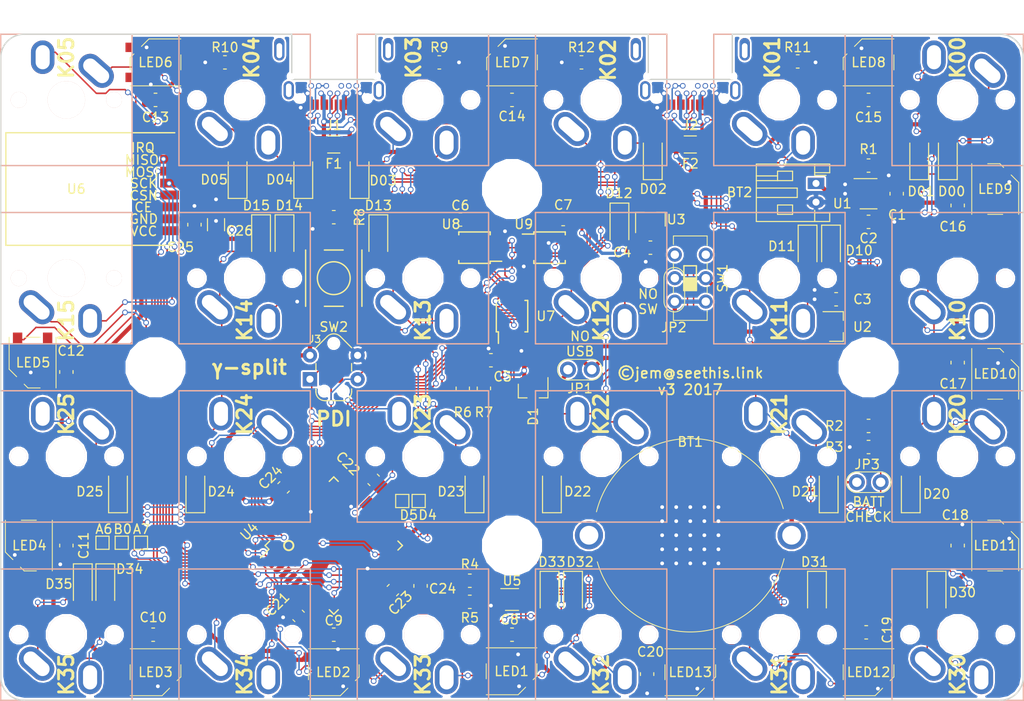
<source format=kicad_pcb>
(kicad_pcb (version 4) (host pcbnew 4.0.7)
  (layers (0 F.Cu signal) (31 B.Cu signal) (34 B.Paste user) (35 F.Paste user) (36 B.SilkS user) (37 F.SilkS user) (38 B.Mask user) (39 F.Mask user) (44 Edge.Cuts user))
  (net 0 "")
  (net 1 +5V)
  (net 2 GND)
  (net 3 /BAT_LVL)
  (net 4 VCC)
  (net 5 /ROW0)
  (net 6 /ROW1)
  (net 7 /ROW2)
  (net 8 /ROW3)
  (net 9 /PDI)
  (net 10 /RST)
  (net 11 /D4)
  (net 12 /D5)
  (net 13 /A6)
  (net 14 /A7)
  (net 15 "Net-(LED1-Pad2)")
  (net 16 "Net-(LED1-Pad4)")
  (net 17 "Net-(LED2-Pad2)")
  (net 18 "Net-(LED3-Pad2)")
  (net 19 "Net-(LED4-Pad2)")
  (net 20 "Net-(LED5-Pad2)")
  (net 21 "Net-(LED6-Pad2)")
  (net 22 "Net-(LED7-Pad2)")
  (net 23 "Net-(LED8-Pad2)")
  (net 24 "Net-(LED10-Pad4)")
  (net 25 "Net-(LED10-Pad2)")
  (net 26 "Net-(LED11-Pad2)")
  (net 27 /BAT_PROG)
  (net 28 /VBUS_CHECK)
  (net 29 /SDA)
  (net 30 /SCL)
  (net 31 /COL0)
  (net 32 /COL1)
  (net 33 /COL2)
  (net 34 /COL3)
  (net 35 /COL4)
  (net 36 /COL5)
  (net 37 /UNDER_LED)
  (net 38 /I2C_LEFT)
  (net 39 /I2C_RIGHT)
  (net 40 /USB_OE)
  (net 41 /CSN)
  (net 42 /MOSI)
  (net 43 /MISO)
  (net 44 /SCK)
  (net 45 /D-)
  (net 46 /D+)
  (net 47 /CE)
  (net 48 /IRQ)
  (net 49 +BATT)
  (net 50 /BAT_STAT)
  (net 51 "Net-(U9-Pad8)")
  (net 52 "Net-(U9-Pad9)")
  (net 53 /BATT_IN)
  (net 54 /BAT_LI_ION)
  (net 55 "Net-(SW1-Pad6)")
  (net 56 "Net-(SW1-Pad3)")
  (net 57 +3V3)
  (net 58 "Net-(LED12-Pad2)")
  (net 59 /B0)
  (net 60 "Net-(D00-Pad2)")
  (net 61 "Net-(D01-Pad2)")
  (net 62 "Net-(D02-Pad2)")
  (net 63 "Net-(D03-Pad2)")
  (net 64 "Net-(D04-Pad2)")
  (net 65 "Net-(D05-Pad2)")
  (net 66 "Net-(D10-Pad2)")
  (net 67 "Net-(D11-Pad2)")
  (net 68 "Net-(D12-Pad2)")
  (net 69 "Net-(D13-Pad2)")
  (net 70 "Net-(D14-Pad2)")
  (net 71 "Net-(D15-Pad2)")
  (net 72 "Net-(D20-Pad2)")
  (net 73 "Net-(D21-Pad2)")
  (net 74 "Net-(D22-Pad2)")
  (net 75 "Net-(D23-Pad2)")
  (net 76 "Net-(D24-Pad2)")
  (net 77 "Net-(D25-Pad2)")
  (net 78 "Net-(D30-Pad2)")
  (net 79 "Net-(D31-Pad2)")
  (net 80 "Net-(D32-Pad2)")
  (net 81 "Net-(D33-Pad2)")
  (net 82 "Net-(D34-Pad2)")
  (net 83 "Net-(D35-Pad2)")
  (net 84 "Net-(U8-Pad8)")
  (net 85 "Net-(U8-Pad9)")
  (net 86 "Net-(J1-PadA5)")
  (net 87 "Net-(J2-PadA5)")
  (net 88 "Net-(J1-PadA2)")
  (net 89 "Net-(J1-PadA3)")
  (net 90 "Net-(J1-PadA8)")
  (net 91 "Net-(J1-PadA10)")
  (net 92 "Net-(J1-PadA11)")
  (net 93 "Net-(J1-PadB11)")
  (net 94 "Net-(J1-PadB8)")
  (net 95 "Net-(J1-PadB10)")
  (net 96 "Net-(J2-PadA2)")
  (net 97 "Net-(J2-PadA3)")
  (net 98 "Net-(J2-PadA8)")
  (net 99 "Net-(J2-PadA10)")
  (net 100 "Net-(J2-PadA11)")
  (net 101 "Net-(J2-PadB11)")
  (net 102 "Net-(J2-PadB8)")
  (net 103 "Net-(J2-PadB10)")
  (net 104 /USB_L_D+)
  (net 105 /USB_L_D-)
  (net 106 /USB_R_D+)
  (net 107 /USB_R_D-)
  (net 108 "Net-(J1-PadB2)")
  (net 109 "Net-(J1-PadB3)")
  (net 110 "Net-(F1-Pad1)")
  (net 111 "Net-(F2-Pad1)")
  (net 112 "Net-(J2-PadB2)")
  (net 113 "Net-(J2-PadB3)")
  (net 114 /USB_SEL)
  (net 115 "Net-(R1-Pad1)")
  (net 116 "Net-(LED13-Pad2)")
  (module switch_mx:Cherry_MX_Matias_Slots_NoSilk_Back (layer B.Cu) (at 102 64)
    (fp_text reference K30 (at 0 4.25 90) (layer F.SilkS) (effects (font (thickness 0.3048))))
    (fp_text value K30 hide)
    (pad "" np_thru_hole circle (at -5.08 0) (size 1.7 1.7) (drill 1.7) (layers *.Cu *.Mask B.SilkS))
    (pad "" np_thru_hole circle (at 0 0) (size 4 4) (drill 4) (layers *.Cu *.Mask B.SilkS))
    (pad "" np_thru_hole circle (at 5.08 0) (size 1.7 1.7) (drill 1.7) (layers *.Cu *.Mask B.SilkS))
    (pad 1 thru_hole oval (at -3.175 3.1 48.5) (size 2.5 4.2) (drill oval 1.5 3.2) (layers *.Cu *.Mask) (net 31 /COL0))
    (pad 2 thru_hole oval (at 2.525 4.55) (size 2.5 3.575) (drill oval 1.5 2.575) (layers *.Cu *.Mask) (net 78 "Net-(D30-Pad2)"))
  )
  (module Capacitor_SMD:C_0805_2012Metric (layer F.Cu) (at 102 18.25 90)
    (fp_text reference C16 (at -2.25 -0.5 180) (layer F.SilkS))
    (fp_text value 0.1uF)
    (pad 1 smd rect (at -0.955 0 90) (size 0.97 1.5) (layers F.Cu F.Paste F.Mask) (net 1 +5V))
    (pad 2 smd rect (at 0.955 0 90) (size 0.97 1.5) (layers F.Cu F.Paste F.Mask) (net 2 GND))
  )
  (module neopixel:WS2812B (layer F.Cu) (at 106 16.5 270)
    (fp_text reference LED9 (at 0 0 360) (layer F.SilkS))
    (fp_text value WS2812B)
    (pad 3 smd rect (at -2.45 -1.6 270) (size 1.5 1) (layers F.Cu F.Paste F.Mask) (net 2 GND))
    (pad 2 smd rect (at 2.45 -1.6 270) (size 1.5 1) (layers F.Cu F.Paste F.Mask) (net 24 "Net-(LED10-Pad4)"))
    (pad 4 smd rect (at -2.45 1.6 270) (size 1.5 1) (layers F.Cu F.Paste F.Mask) (net 23 "Net-(LED8-Pad2)"))
    (pad 1 smd rect (at 2.45 1.6 270) (size 1.5 1) (layers F.Cu F.Paste F.Mask) (net 1 +5V))
  )
  (module switch_mx:Cherry_MX_Matias_Slots_NoSilk_Back (layer B.Cu) (at 26 45 180)
    (fp_text reference K24 (at 0 4.5 450) (layer F.SilkS) (effects (font (thickness 0.3048))))
    (fp_text value K24 hide)
    (pad "" np_thru_hole circle (at -5.08 0 180) (size 1.7 1.7) (drill 1.7) (layers *.Cu *.Mask B.SilkS))
    (pad "" np_thru_hole circle (at 0 0 180) (size 4 4) (drill 4) (layers *.Cu *.Mask B.SilkS))
    (pad "" np_thru_hole circle (at 5.08 0 180) (size 1.7 1.7) (drill 1.7) (layers *.Cu *.Mask B.SilkS))
    (pad 1 thru_hole oval (at -3.175 3.1 228.5) (size 2.5 4.2) (drill oval 1.5 3.2) (layers *.Cu *.Mask) (net 76 "Net-(D24-Pad2)"))
    (pad 2 thru_hole oval (at 2.525 4.55 180) (size 2.5 3.575) (drill oval 1.5 2.575) (layers *.Cu *.Mask) (net 35 /COL4))
  )
  (module switch:SwitchPush_C&K_MultiFoot_RS-187R05A2-DS_And_PTS645_SMT (layer F.Cu) (at 35.5 26 90)
    (fp_text reference SW2 (at -5.2 0 180) (layer F.SilkS))
    (fp_text value SW_Push)
    (pad 2 smd rect (at -3.1 1.85 90) (size 1.8 1.1) (layers F.Cu F.Paste F.Mask) (net 10 /RST))
    (pad 2 smd rect (at 3.1 1.85 90) (size 1.8 1.1) (layers F.Cu F.Paste F.Mask) (net 10 /RST))
    (pad 1 smd rect (at 3.1 -1.85 90) (size 1.8 1.1) (layers F.Cu F.Paste F.Mask) (net 2 GND))
    (pad 1 smd rect (at -3.1 -1.85 90) (size 1.8 1.1) (layers F.Cu F.Paste F.Mask) (net 2 GND))
    (pad 2 smd rect (at -3.975 2.25 90) (size 1.55 1.3) (layers F.Cu F.Paste F.Mask) (net 10 /RST))
    (pad 2 smd rect (at 3.975 2.25 90) (size 1.55 1.3) (layers F.Cu F.Paste F.Mask) (net 10 /RST))
    (pad 1 smd rect (at 3.975 -2.25 90) (size 1.55 1.3) (layers F.Cu F.Paste F.Mask) (net 2 GND))
    (pad 1 smd rect (at -3.975 -2.25 90) (size 1.55 1.3) (layers F.Cu F.Paste F.Mask) (net 2 GND))
  )
  (module Resistor_SMD:R_0805_2012Metric (layer F.Cu) (at 92.5 14)
    (fp_text reference R1 (at 0 -1.75 180) (layer F.SilkS))
    (fp_text value 10k)
    (pad 1 smd rect (at -0.955 0) (size 0.97 1.5) (layers F.Cu F.Paste F.Mask) (net 115 "Net-(R1-Pad1)"))
    (pad 2 smd rect (at 0.955 0) (size 0.97 1.5) (layers F.Cu F.Paste F.Mask) (net 27 /BAT_PROG))
  )
  (module Capacitor_SMD:C_0805_2012Metric (layer F.Cu) (at 69.25 22.75)
    (fp_text reference C4 (at -3 0.5 180) (layer F.SilkS))
    (fp_text value 1uF)
    (pad 1 smd rect (at -0.955 0) (size 0.97 1.5) (layers F.Cu F.Paste F.Mask) (net 2 GND))
    (pad 2 smd rect (at 0.955 0) (size 0.97 1.5) (layers F.Cu F.Paste F.Mask) (net 57 +3V3))
  )
  (module jumper:Jumper_1x02_P2.54mm_THT (layer F.Cu) (at 71.8 28.5 180)
    (fp_text reference JP2 (at 0.05 -2.75 180) (layer F.SilkS))
    (fp_text value "NO SW")
  )
  (module Diode_SMD:D_SOD-123 (layer F.Cu) (at 30.25 21.5 270)
    (fp_text reference D14 (at -3.25 -0.5 540) (layer F.SilkS))
    (fp_text value D)
    (pad 1 smd rect (at -1.65 0 270) (size 0.9 1.2) (layers F.Cu F.Paste F.Mask) (net 6 /ROW1))
    (pad 2 smd rect (at 1.65 0 270) (size 0.9 1.2) (layers F.Cu F.Paste F.Mask) (net 70 "Net-(D14-Pad2)"))
  )
  (module Resistor_SMD:R_0805_2012Metric (layer F.Cu) (at 23.9 3 180)
    (fp_text reference R10 (at 0 1.6 180) (layer F.SilkS))
    (fp_text value 5.1k)
    (pad 1 smd rect (at -0.955 0 180) (size 0.97 1.5) (layers F.Cu F.Paste F.Mask) (net 109 "Net-(J1-PadB3)"))
    (pad 2 smd rect (at 0.955 0 180) (size 0.97 1.5) (layers F.Cu F.Paste F.Mask) (net 2 GND))
  )
  (module Package_TO_SOT_SMD:SOT-23 (layer F.Cu) (at 89.05 31.15)
    (fp_text reference U2 (at 2.8 0.05) (layer F.SilkS))
    (fp_text value "MCP1700 (3.0V)")
    (pad 1 smd rect (at -1 -0.95) (size 0.9 0.8) (layers F.Cu F.Paste F.Mask) (net 2 GND))
    (pad 2 smd rect (at -1 0.95) (size 0.9 0.8) (layers F.Cu F.Paste F.Mask) (net 53 /BATT_IN))
    (pad 3 smd rect (at 1 0) (size 0.9 0.8) (layers F.Cu F.Paste F.Mask) (net 54 /BAT_LI_ION))
  )
  (module MountingHole:MountingHole_6mm (layer F.Cu) (at 92.5 35.5)
    (fp_text reference "" (at 0 -7) (layer F.SilkS))
    (fp_text value MountingHole_6mm)
    (pad 1 np_thru_hole circle (at 0 0) (size 6 6) (drill 6) (layers *.Cu *.Mask))
  )
  (module TestPoint:TestPoint_Pad_1.0x1.0mm (layer F.Cu) (at 12.9 54.2)
    (fp_text reference J8 hide)
    (fp_text value B0)
    (pad 1 smd rect (at 0 0) (size 1 1) (layers F.Cu F.Mask) (net 59 /B0))
  )
  (module TestPoint:TestPoint_Pad_1.0x1.0mm (layer F.Cu) (at 10.85 54.2)
    (fp_text reference J6 hide)
    (fp_text value A6)
    (pad 1 smd rect (at 0 0) (size 1 1) (layers F.Cu F.Mask) (net 13 /A6))
  )
  (module Package_TO_SOT_SMD:SOT-353_SC-70-5 (layer F.Cu) (at 54.5 60.25)
    (fp_text reference U5 (at 0 -2) (layer F.SilkS))
    (fp_text value 74LVC1G34)
    (pad 1 smd rect (at -0.95 -0.65) (size 0.65 0.4) (layers F.Cu F.Paste F.Mask))
    (pad 3 smd rect (at -0.95 0.65) (size 0.65 0.4) (layers F.Cu F.Paste F.Mask) (net 2 GND))
    (pad 2 smd rect (at -0.95 0) (size 0.65 0.4) (layers F.Cu F.Paste F.Mask) (net 37 /UNDER_LED))
    (pad 4 smd rect (at 0.95 0.65) (size 0.65 0.4) (layers F.Cu F.Paste F.Mask) (net 16 "Net-(LED1-Pad4)"))
    (pad 5 smd rect (at 0.95 -0.65) (size 0.65 0.4) (layers F.Cu F.Paste F.Mask) (net 1 +5V))
  )
  (module MountingHole:MountingHole_6mm (layer F.Cu) (at 54.5 54.5)
    (fp_text reference "" (at 0 -7) (layer F.SilkS))
    (fp_text value MountingHole_6mm)
    (pad 1 np_thru_hole circle (at 0 0) (size 6 6) (drill 6) (layers *.Cu *.Mask))
  )
  (module MountingHole:MountingHole_6mm (layer F.Cu) (at 54.5 16.5)
    (fp_text reference "" (at 0 -7) (layer F.SilkS))
    (fp_text value MountingHole_6mm)
    (pad 1 np_thru_hole circle (at 0 0) (size 6 6) (drill 6) (layers *.Cu *.Mask))
  )
  (module Package_SSOP:MSOP-10_3x3mm_P0.5mm (layer F.Cu) (at 58.5 22.75)
    (fp_text reference U9 (at -2.75 -2.5 180) (layer F.SilkS))
    (fp_text value FSUSB42)
    (pad 1 smd rect (at -2.2 -1) (size 1.4 0.3) (layers F.Cu F.Paste F.Mask) (net 57 +3V3))
    (pad 2 smd rect (at -2.2 -0.5) (size 1.4 0.3) (layers F.Cu F.Paste F.Mask) (net 2 GND))
    (pad 3 smd rect (at -2.2 0) (size 1.4 0.3) (layers F.Cu F.Paste F.Mask) (net 29 /SDA))
    (pad 4 smd rect (at -2.2 0.5) (size 1.4 0.3) (layers F.Cu F.Paste F.Mask) (net 30 /SCL))
    (pad 5 smd rect (at -2.2 1) (size 1.4 0.3) (layers F.Cu F.Paste F.Mask) (net 2 GND))
    (pad 6 smd rect (at 2.2 1) (size 1.4 0.3) (layers F.Cu F.Paste F.Mask) (net 107 /USB_R_D-))
    (pad 7 smd rect (at 2.2 0.5) (size 1.4 0.3) (layers F.Cu F.Paste F.Mask) (net 106 /USB_R_D+))
    (pad 8 smd rect (at 2.2 0) (size 1.4 0.3) (layers F.Cu F.Paste F.Mask) (net 51 "Net-(U9-Pad8)"))
    (pad 9 smd rect (at 2.2 -0.5) (size 1.4 0.3) (layers F.Cu F.Paste F.Mask) (net 52 "Net-(U9-Pad9)"))
    (pad 10 smd rect (at 2.2 -1) (size 1.4 0.3) (layers F.Cu F.Paste F.Mask) (net 39 /I2C_RIGHT))
  )
  (module MountingHole:MountingHole_6mm (layer F.Cu) (at 16.5 35.5)
    (fp_text reference "" (at 0 -7) (layer F.SilkS))
    (fp_text value MountingHole_6mm)
    (pad 1 np_thru_hole circle (at 0 0) (size 6 6) (drill 6) (layers *.Cu *.Mask))
  )
  (module StitchVia_2x2_0.3mm (layer F.Cu) (at 76.5 56.4)
    (fp_text reference REF** hide)
    (fp_text value StitchVia_0.3mm hide)
    (pad 1 thru_hole circle (at 0 0) (size 0.6 0.6) (drill 0.4) (layers *.Cu) (net 2 GND))
  )
  (module StitchVia_2x2_0.3mm (layer F.Cu) (at 75 56.4)
    (fp_text reference REF** hide)
    (fp_text value StitchVia_0.3mm hide)
    (pad 1 thru_hole circle (at 0 0) (size 0.6 0.6) (drill 0.4) (layers *.Cu) (net 2 GND))
  )
  (module StitchVia_2x2_0.3mm (layer F.Cu) (at 73.5 56.4)
    (fp_text reference REF** hide)
    (fp_text value StitchVia_0.3mm hide)
    (pad 1 thru_hole circle (at 0 0) (size 0.6 0.6) (drill 0.4) (layers *.Cu) (net 2 GND))
  )
  (module StitchVia_2x2_0.3mm (layer F.Cu) (at 72 56.4)
    (fp_text reference REF** hide)
    (fp_text value StitchVia_0.3mm hide)
    (pad 1 thru_hole circle (at 0 0) (size 0.6 0.6) (drill 0.4) (layers *.Cu) (net 2 GND))
  )
  (module StitchVia_2x2_0.3mm (layer F.Cu) (at 70.5 56.4)
    (fp_text reference REF** hide)
    (fp_text value StitchVia_0.3mm hide)
    (pad 1 thru_hole circle (at 0 0) (size 0.6 0.6) (drill 0.4) (layers *.Cu) (net 2 GND))
  )
  (module StitchVia_2x2_0.3mm (layer F.Cu) (at 76.5 54.9)
    (fp_text reference REF** hide)
    (fp_text value StitchVia_0.3mm hide)
    (pad 1 thru_hole circle (at 0 0) (size 0.6 0.6) (drill 0.4) (layers *.Cu) (net 2 GND))
  )
  (module StitchVia_2x2_0.3mm (layer F.Cu) (at 75 54.9)
    (fp_text reference REF** hide)
    (fp_text value StitchVia_0.3mm hide)
    (pad 1 thru_hole circle (at 0 0) (size 0.6 0.6) (drill 0.4) (layers *.Cu) (net 2 GND))
  )
  (module StitchVia_2x2_0.3mm (layer F.Cu) (at 73.5 54.9)
    (fp_text reference REF** hide)
    (fp_text value StitchVia_0.3mm hide)
    (pad 1 thru_hole circle (at 0 0) (size 0.6 0.6) (drill 0.4) (layers *.Cu) (net 2 GND))
  )
  (module StitchVia_2x2_0.3mm (layer F.Cu) (at 72 54.9)
    (fp_text reference REF** hide)
    (fp_text value StitchVia_0.3mm hide)
    (pad 1 thru_hole circle (at 0 0) (size 0.6 0.6) (drill 0.4) (layers *.Cu) (net 2 GND))
  )
  (module StitchVia_2x2_0.3mm (layer F.Cu) (at 70.5 54.9)
    (fp_text reference REF** hide)
    (fp_text value StitchVia_0.3mm hide)
    (pad 1 thru_hole circle (at 0 0) (size 0.6 0.6) (drill 0.4) (layers *.Cu) (net 2 GND))
  )
  (module StitchVia_2x2_0.3mm (layer F.Cu) (at 76.5 53.4)
    (fp_text reference REF** hide)
    (fp_text value StitchVia_0.3mm hide)
    (pad 1 thru_hole circle (at 0 0) (size 0.6 0.6) (drill 0.4) (layers *.Cu) (net 2 GND))
  )
  (module StitchVia_2x2_0.3mm (layer F.Cu) (at 75 53.4)
    (fp_text reference REF** hide)
    (fp_text value StitchVia_0.3mm hide)
    (pad 1 thru_hole circle (at 0 0) (size 0.6 0.6) (drill 0.4) (layers *.Cu) (net 2 GND))
  )
  (module StitchVia_2x2_0.3mm (layer F.Cu) (at 73.5 53.4)
    (fp_text reference REF** hide)
    (fp_text value StitchVia_0.3mm hide)
    (pad 1 thru_hole circle (at 0 0) (size 0.6 0.6) (drill 0.4) (layers *.Cu) (net 2 GND))
  )
  (module StitchVia_2x2_0.3mm (layer F.Cu) (at 72 53.4)
    (fp_text reference REF** hide)
    (fp_text value StitchVia_0.3mm hide)
    (pad 1 thru_hole circle (at 0 0) (size 0.6 0.6) (drill 0.4) (layers *.Cu) (net 2 GND))
  )
  (module StitchVia_2x2_0.3mm (layer F.Cu) (at 70.5 53.4)
    (fp_text reference REF** hide)
    (fp_text value StitchVia_0.3mm hide)
    (pad 1 thru_hole circle (at 0 0) (size 0.6 0.6) (drill 0.4) (layers *.Cu) (net 2 GND))
  )
  (module StitchVia_2x2_0.3mm (layer F.Cu) (at 76.5 51.9)
    (fp_text reference REF** hide)
    (fp_text value StitchVia_0.3mm hide)
    (pad 1 thru_hole circle (at 0 0) (size 0.6 0.6) (drill 0.4) (layers *.Cu) (net 2 GND))
  )
  (module StitchVia_2x2_0.3mm (layer F.Cu) (at 75 51.9)
    (fp_text reference REF** hide)
    (fp_text value StitchVia_0.3mm hide)
    (pad 1 thru_hole circle (at 0 0) (size 0.6 0.6) (drill 0.4) (layers *.Cu) (net 2 GND))
  )
  (module StitchVia_2x2_0.3mm (layer F.Cu) (at 73.5 51.9)
    (fp_text reference REF** hide)
    (fp_text value StitchVia_0.3mm hide)
    (pad 1 thru_hole circle (at 0 0) (size 0.6 0.6) (drill 0.4) (layers *.Cu) (net 2 GND))
  )
  (module StitchVia_2x2_0.3mm (layer F.Cu) (at 72 51.9)
    (fp_text reference REF** hide)
    (fp_text value StitchVia_0.3mm hide)
    (pad 1 thru_hole circle (at 0 0) (size 0.6 0.6) (drill 0.4) (layers *.Cu) (net 2 GND))
  )
  (module StitchVia_2x2_0.3mm (layer F.Cu) (at 70.5 51.9)
    (fp_text reference REF** hide)
    (fp_text value StitchVia_0.3mm hide)
    (pad 1 thru_hole circle (at 0 0) (size 0.6 0.6) (drill 0.4) (layers *.Cu) (net 2 GND))
  )
  (module StitchVia_2x2_0.3mm (layer F.Cu) (at 76.5 50.4)
    (fp_text reference REF** hide)
    (fp_text value StitchVia_0.3mm hide)
    (pad 1 thru_hole circle (at 0 0) (size 0.6 0.6) (drill 0.4) (layers *.Cu) (net 2 GND))
  )
  (module StitchVia_2x2_0.3mm (layer F.Cu) (at 75 50.4)
    (fp_text reference REF** hide)
    (fp_text value StitchVia_0.3mm hide)
    (pad 1 thru_hole circle (at 0 0) (size 0.6 0.6) (drill 0.4) (layers *.Cu) (net 2 GND))
  )
  (module StitchVia_2x2_0.3mm (layer F.Cu) (at 73.5 50.4)
    (fp_text reference REF** hide)
    (fp_text value StitchVia_0.3mm hide)
    (pad 1 thru_hole circle (at 0 0) (size 0.6 0.6) (drill 0.4) (layers *.Cu) (net 2 GND))
  )
  (module StitchVia_2x2_0.3mm (layer F.Cu) (at 72 50.4)
    (fp_text reference REF** hide)
    (fp_text value StitchVia_0.3mm hide)
    (pad 1 thru_hole circle (at 0 0) (size 0.6 0.6) (drill 0.4) (layers *.Cu) (net 2 GND))
  )
  (module StitchVia_2x2_0.3mm (layer F.Cu) (at 70.5 50.4)
    (fp_text reference REF** hide)
    (fp_text value StitchVia_0.3mm hide)
    (pad 1 thru_hole circle (at 0 0) (size 0.6 0.6) (drill 0.4) (layers *.Cu) (net 2 GND))
  )
  (module Package_QFP:TQFP-44_10x10mm_P0.8mm (layer F.Cu) (at 35.5 54.5 45)
    (fp_text reference U4 (at -5.303301 -7.424621 45) (layer F.SilkS))
    (fp_text value ATXMEGA-A4U-EPAD)
    (pad 1 smd rect (at -5.7 -4 45) (size 1.5 0.55) (layers F.Cu F.Paste F.Mask) (net 36 /COL5))
    (pad 2 smd rect (at -5.7 -3.2 45) (size 1.5 0.55) (layers F.Cu F.Paste F.Mask) (net 13 /A6))
    (pad 3 smd rect (at -5.7 -2.4 45) (size 1.5 0.55) (layers F.Cu F.Paste F.Mask) (net 14 /A7))
    (pad 4 smd rect (at -5.7 -1.6 45) (size 1.5 0.55) (layers F.Cu F.Paste F.Mask) (net 59 /B0))
    (pad 5 smd rect (at -5.7 -0.8 45) (size 1.5 0.55) (layers F.Cu F.Paste F.Mask) (net 3 /BAT_LVL))
    (pad 6 smd rect (at -5.7 0 45) (size 1.5 0.55) (layers F.Cu F.Paste F.Mask) (net 47 /CE))
    (pad 7 smd rect (at -5.7 0.8 45) (size 1.5 0.55) (layers F.Cu F.Paste F.Mask) (net 48 /IRQ))
    (pad 8 smd rect (at -5.7 1.6 45) (size 1.5 0.55) (layers F.Cu F.Paste F.Mask) (net 2 GND))
    (pad 9 smd rect (at -5.7 2.4 45) (size 1.5 0.55) (layers F.Cu F.Paste F.Mask) (net 4 VCC))
    (pad 10 smd rect (at -5.7 3.2 45) (size 1.5 0.55) (layers F.Cu F.Paste F.Mask) (net 37 /UNDER_LED))
    (pad 11 smd rect (at -5.7 4 45) (size 1.5 0.55) (layers F.Cu F.Paste F.Mask) (net 28 /VBUS_CHECK))
    (pad 12 smd rect (at -4 5.7 135) (size 1.5 0.55) (layers F.Cu F.Paste F.Mask) (net 27 /BAT_PROG))
    (pad 13 smd rect (at -3.2 5.7 135) (size 1.5 0.55) (layers F.Cu F.Paste F.Mask) (net 50 /BAT_STAT))
    (pad 14 smd rect (at -2.4 5.7 135) (size 1.5 0.55) (layers F.Cu F.Paste F.Mask) (net 41 /CSN))
    (pad 15 smd rect (at -1.6 5.7 135) (size 1.5 0.55) (layers F.Cu F.Paste F.Mask) (net 42 /MOSI))
    (pad 16 smd rect (at -0.8 5.7 135) (size 1.5 0.55) (layers F.Cu F.Paste F.Mask) (net 43 /MISO))
    (pad 17 smd rect (at 0 5.7 135) (size 1.5 0.55) (layers F.Cu F.Paste F.Mask) (net 44 /SCK))
    (pad 18 smd rect (at 0.8 5.7 135) (size 1.5 0.55) (layers F.Cu F.Paste F.Mask) (net 2 GND))
    (pad 19 smd rect (at 1.6 5.7 135) (size 1.5 0.55) (layers F.Cu F.Paste F.Mask) (net 4 VCC))
    (pad 20 smd rect (at 2.4 5.7 135) (size 1.5 0.55) (layers F.Cu F.Paste F.Mask) (net 8 /ROW3))
    (pad 21 smd rect (at 3.2 5.7 135) (size 1.5 0.55) (layers F.Cu F.Paste F.Mask) (net 7 /ROW2))
    (pad 22 smd rect (at 4 5.7 135) (size 1.5 0.55) (layers F.Cu F.Paste F.Mask) (net 5 /ROW0))
    (pad 23 smd rect (at 5.7 4 45) (size 1.5 0.55) (layers F.Cu F.Paste F.Mask) (net 6 /ROW1))
    (pad 24 smd rect (at 5.7 3.2 45) (size 1.5 0.55) (layers F.Cu F.Paste F.Mask) (net 11 /D4))
    (pad 25 smd rect (at 5.7 2.4 45) (size 1.5 0.55) (layers F.Cu F.Paste F.Mask) (net 12 /D5))
    (pad 26 smd rect (at 5.7 1.6 45) (size 1.5 0.55) (layers F.Cu F.Paste F.Mask) (net 45 /D-))
    (pad 27 smd rect (at 5.7 0.8 45) (size 1.5 0.55) (layers F.Cu F.Paste F.Mask) (net 46 /D+))
    (pad 28 smd rect (at 5.7 0 45) (size 1.5 0.55) (layers F.Cu F.Paste F.Mask) (net 29 /SDA))
    (pad 29 smd rect (at 5.7 -0.8 45) (size 1.5 0.55) (layers F.Cu F.Paste F.Mask) (net 30 /SCL))
    (pad 30 smd rect (at 5.7 -1.6 45) (size 1.5 0.55) (layers F.Cu F.Paste F.Mask) (net 2 GND))
    (pad 31 smd rect (at 5.7 -2.4 45) (size 1.5 0.55) (layers F.Cu F.Paste F.Mask) (net 4 VCC))
    (pad 32 smd rect (at 5.7 -3.2 45) (size 1.5 0.55) (layers F.Cu F.Paste F.Mask) (net 114 /USB_SEL))
    (pad 33 smd rect (at 5.7 -4 45) (size 1.5 0.55) (layers F.Cu F.Paste F.Mask) (net 39 /I2C_RIGHT))
    (pad 34 smd rect (at 4 -5.7 135) (size 1.5 0.55) (layers F.Cu F.Paste F.Mask) (net 9 /PDI))
    (pad 35 smd rect (at 3.2 -5.7 135) (size 1.5 0.55) (layers F.Cu F.Paste F.Mask) (net 10 /RST))
    (pad 36 smd rect (at 2.4 -5.7 135) (size 1.5 0.55) (layers F.Cu F.Paste F.Mask) (net 38 /I2C_LEFT))
    (pad 37 smd rect (at 1.6 -5.7 135) (size 1.5 0.55) (layers F.Cu F.Paste F.Mask) (net 40 /USB_OE))
    (pad 38 smd rect (at 0.8 -5.7 135) (size 1.5 0.55) (layers F.Cu F.Paste F.Mask) (net 2 GND))
    (pad 39 smd rect (at 0 -5.7 135) (size 1.5 0.55) (layers F.Cu F.Paste F.Mask) (net 4 VCC))
    (pad 40 smd rect (at -0.8 -5.7 135) (size 1.5 0.55) (layers F.Cu F.Paste F.Mask) (net 33 /COL2))
    (pad 41 smd rect (at -1.6 -5.7 135) (size 1.5 0.55) (layers F.Cu F.Paste F.Mask) (net 32 /COL1))
    (pad 42 smd rect (at -2.4 -5.7 135) (size 1.5 0.55) (layers F.Cu F.Paste F.Mask) (net 31 /COL0))
    (pad 43 smd rect (at -3.2 -5.7 135) (size 1.5 0.55) (layers F.Cu F.Paste F.Mask) (net 34 /COL3))
    (pad 44 smd rect (at -4 -5.7 135) (size 1.5 0.55) (layers F.Cu F.Paste F.Mask) (net 35 /COL4))
  )
  (module Resistor_SMD:R_0805_2012Metric (layer F.Cu) (at 50 58.25 180)
    (fp_text reference R4 (at 0 1.75 180) (layer F.SilkS))
    (fp_text value 100k)
    (pad 1 smd rect (at -0.955 0 180) (size 0.97 1.5) (layers F.Cu F.Paste F.Mask) (net 1 +5V))
    (pad 2 smd rect (at 0.955 0 180) (size 0.97 1.5) (layers F.Cu F.Paste F.Mask) (net 28 /VBUS_CHECK))
  )
  (module Package_TO_SOT_SMD:SOT-23 (layer F.Cu) (at 56.75 38 270)
    (fp_text reference D1 (at 2.75 0 270) (layer F.SilkS))
    (fp_text value D_Schottky_x2_KCom_AAK)
    (pad 1 smd rect (at -1 -0.95 270) (size 0.9 0.8) (layers F.Cu F.Paste F.Mask) (net 49 +BATT))
    (pad 2 smd rect (at -1 0.95 270) (size 0.9 0.8) (layers F.Cu F.Paste F.Mask) (net 57 +3V3))
    (pad 3 smd rect (at 1 0 270) (size 0.9 0.8) (layers F.Cu F.Paste F.Mask) (net 4 VCC))
  )
  (module Package_TO_SOT_SMD:SOT-23-5 (layer F.Cu) (at 92.5 17)
    (fp_text reference U1 (at -2.8 1.05) (layer F.SilkS))
    (fp_text value MCP73831)
    (pad 1 smd rect (at -1.1 -0.95) (size 1.06 0.65) (layers F.Cu F.Paste F.Mask) (net 50 /BAT_STAT))
    (pad 2 smd rect (at -1.1 0) (size 1.06 0.65) (layers F.Cu F.Paste F.Mask) (net 2 GND))
    (pad 3 smd rect (at -1.1 0.95) (size 1.06 0.65) (layers F.Cu F.Paste F.Mask) (net 54 /BAT_LI_ION))
    (pad 4 smd rect (at 1.1 0.95) (size 1.06 0.65) (layers F.Cu F.Paste F.Mask) (net 1 +5V))
    (pad 5 smd rect (at 1.1 -0.95) (size 1.06 0.65) (layers F.Cu F.Paste F.Mask) (net 115 "Net-(R1-Pad1)"))
  )
  (module Package_TO_SOT_SMD:SOT-23 (layer F.Cu) (at 69.25 19.75 90)
    (fp_text reference U3 (at 0 2.75 180) (layer F.SilkS))
    (fp_text value "MCP1700 (3.3V)")
    (pad 1 smd rect (at -1 -0.95 90) (size 0.9 0.8) (layers F.Cu F.Paste F.Mask) (net 2 GND))
    (pad 2 smd rect (at -1 0.95 90) (size 0.9 0.8) (layers F.Cu F.Paste F.Mask) (net 57 +3V3))
    (pad 3 smd rect (at 1 0 90) (size 0.9 0.8) (layers F.Cu F.Paste F.Mask) (net 1 +5V))
  )
  (module nordic:NRF24L01-Module-SMD (layer F.Cu) (at 17.55 16.5)
    (fp_text reference U6 (at -9.5 0) (layer F.SilkS))
    (fp_text value nRF24L01_module)
    (fp_text user IRQ (at -2.4 -4.4) (layer F.SilkS))
    (fp_text user MISO (at -2.5 -3.1) (layer F.SilkS))
    (fp_text user MOSI (at -2.5 -1.8) (layer F.SilkS))
    (fp_text user SCK (at -2.3 -0.6) (layer F.SilkS))
    (fp_text user CSN (at -2.3 0.7) (layer F.SilkS))
    (fp_text user CE (at -2.35 1.95) (layer F.SilkS))
    (fp_text user GND (at -2.3 3.2) (layer F.SilkS))
    (fp_text user VCC (at -2.3 4.5) (layer F.SilkS))
    (pad 8 smd rect (at 0 -4.445) (size 2 0.95) (drill (offset 0.45 0)) (layers F.Cu F.Paste F.Mask) (net 48 /IRQ))
    (pad 7 smd rect (at 0 -3.175) (size 2 0.95) (drill (offset 0.45 0)) (layers F.Cu F.Paste F.Mask) (net 43 /MISO))
    (pad 6 smd rect (at 0 -1.905) (size 2 0.95) (drill (offset 0.45 0)) (layers F.Cu F.Paste F.Mask) (net 42 /MOSI))
    (pad 5 smd rect (at 0 -0.635) (size 2 0.95) (drill (offset 0.45 0)) (layers F.Cu F.Paste F.Mask) (net 44 /SCK))
    (pad 4 smd rect (at 0 0.635) (size 2 0.95) (drill (offset 0.45 0)) (layers F.Cu F.Paste F.Mask) (net 41 /CSN))
    (pad 3 smd rect (at 0 1.905) (size 2 0.95) (drill (offset 0.45 0)) (layers F.Cu F.Paste F.Mask) (net 47 /CE))
    (pad 2 smd rect (at 0 3.175) (size 2 0.95) (drill (offset 0.45 0)) (layers F.Cu F.Paste F.Mask) (net 2 GND))
    (pad 1 smd rect (at 0 4.445) (size 2 0.95) (drill (offset 0.45 0)) (layers F.Cu F.Paste F.Mask) (net 4 VCC))
  )
  (module Conn_JST:JST_PH_S2B-PH-K_1x02_P2.00mm_Horizontal (layer F.Cu) (at 86.9 15.9 270)
    (fp_text reference BT2 (at 0.95 8.15 360) (layer F.SilkS))
    (fp_text value Battery_Cell)
    (pad 1 thru_hole rect (at 0 0 270) (size 1.2 1.75) (drill 0.75) (layers *.Cu *.Mask) (net 54 /BAT_LI_ION))
    (pad 2 thru_hole oval (at 2 0 270) (size 1.2 1.75) (drill 0.75) (layers *.Cu *.Mask) (net 2 GND))
  )
  (module Package_SSOP:MSOP-10_3x3mm_P0.5mm (layer F.Cu) (at 54.5 30.05 90)
    (fp_text reference U7 (at 0 3.6 180) (layer F.SilkS))
    (fp_text value FSUSB42)
    (pad 1 smd rect (at -2.2 -1 90) (size 1.4 0.3) (layers F.Cu F.Paste F.Mask) (net 57 +3V3))
    (pad 2 smd rect (at -2.2 -0.5 90) (size 1.4 0.3) (layers F.Cu F.Paste F.Mask) (net 114 /USB_SEL))
    (pad 3 smd rect (at -2.2 0 90) (size 1.4 0.3) (layers F.Cu F.Paste F.Mask) (net 46 /D+))
    (pad 4 smd rect (at -2.2 0.5 90) (size 1.4 0.3) (layers F.Cu F.Paste F.Mask) (net 45 /D-))
    (pad 5 smd rect (at -2.2 1 90) (size 1.4 0.3) (layers F.Cu F.Paste F.Mask) (net 2 GND))
    (pad 6 smd rect (at 2.2 1 90) (size 1.4 0.3) (layers F.Cu F.Paste F.Mask) (net 107 /USB_R_D-))
    (pad 7 smd rect (at 2.2 0.5 90) (size 1.4 0.3) (layers F.Cu F.Paste F.Mask) (net 106 /USB_R_D+))
    (pad 8 smd rect (at 2.2 0 90) (size 1.4 0.3) (layers F.Cu F.Paste F.Mask) (net 105 /USB_L_D-))
    (pad 9 smd rect (at 2.2 -0.5 90) (size 1.4 0.3) (layers F.Cu F.Paste F.Mask) (net 104 /USB_L_D+))
    (pad 10 smd rect (at 2.2 -1 90) (size 1.4 0.3) (layers F.Cu F.Paste F.Mask) (net 40 /USB_OE))
  )
  (module Capacitor_SMD:C_0805_2012Metric (layer F.Cu) (at 95.5 17 90)
    (fp_text reference C1 (at -2.25 0.05 360) (layer F.SilkS))
    (fp_text value 4.7uF)
    (pad 1 smd rect (at -0.955 0 90) (size 0.97 1.5) (layers F.Cu F.Paste F.Mask) (net 1 +5V))
    (pad 2 smd rect (at 0.955 0 90) (size 0.97 1.5) (layers F.Cu F.Paste F.Mask) (net 2 GND))
  )
  (module Capacitor_SMD:C_0805_2012Metric (layer F.Cu) (at 92.5 20)
    (fp_text reference C2 (at 0 1.75) (layer F.SilkS))
    (fp_text value 4.7uF)
    (pad 1 smd rect (at -0.955 0) (size 0.97 1.5) (layers F.Cu F.Paste F.Mask) (net 54 /BAT_LI_ION))
    (pad 2 smd rect (at 0.955 0) (size 0.97 1.5) (layers F.Cu F.Paste F.Mask) (net 2 GND))
  )
  (module Capacitor_SMD:C_0805_2012Metric (layer F.Cu) (at 89.045 28.25)
    (fp_text reference C3 (at 2.805 0 180) (layer F.SilkS))
    (fp_text value 1uF)
    (pad 1 smd rect (at -0.955 0) (size 0.97 1.5) (layers F.Cu F.Paste F.Mask) (net 2 GND))
    (pad 2 smd rect (at 0.955 0) (size 0.97 1.5) (layers F.Cu F.Paste F.Mask) (net 53 /BATT_IN))
  )
  (module Capacitor_SMD:C_0805_2012Metric (layer F.Cu) (at 54.5 64)
    (fp_text reference C8 (at -0.25 -1.6) (layer F.SilkS))
    (fp_text value 0.1uF)
    (pad 1 smd rect (at -0.955 0) (size 0.97 1.5) (layers F.Cu F.Paste F.Mask) (net 1 +5V))
    (pad 2 smd rect (at 0.955 0) (size 0.97 1.5) (layers F.Cu F.Paste F.Mask) (net 2 GND))
  )
  (module Capacitor_SMD:C_0805_2012Metric (layer F.Cu) (at 35.5 64)
    (fp_text reference C9 (at 0 -1.5) (layer F.SilkS))
    (fp_text value 0.1uF)
    (pad 1 smd rect (at -0.955 0) (size 0.97 1.5) (layers F.Cu F.Paste F.Mask) (net 1 +5V))
    (pad 2 smd rect (at 0.955 0) (size 0.97 1.5) (layers F.Cu F.Paste F.Mask) (net 2 GND))
  )
  (module Capacitor_SMD:C_0805_2012Metric (layer F.Cu) (at 31.75 62 315)
    (fp_text reference C21 (at -2.474874 0.707107 405) (layer F.SilkS))
    (fp_text value 0.1uF)
    (pad 1 smd rect (at -0.955 0 315) (size 0.97 1.5) (layers F.Cu F.Paste F.Mask) (net 2 GND))
    (pad 2 smd rect (at 0.955 0 315) (size 0.97 1.5) (layers F.Cu F.Paste F.Mask) (net 4 VCC))
  )
  (module Capacitor_SMD:C_0805_2012Metric (layer F.Cu) (at 30.15 48.3 225)
    (fp_text reference C24 (at 0.247487 1.732412 225) (layer F.SilkS))
    (fp_text value 0.1uF)
    (pad 1 smd rect (at -0.955 0 225) (size 0.97 1.5) (layers F.Cu F.Paste F.Mask) (net 2 GND))
    (pad 2 smd rect (at 0.955 0 225) (size 0.97 1.5) (layers F.Cu F.Paste F.Mask) (net 4 VCC))
  )
  (module Capacitor_SMD:C_0805_2012Metric (layer F.Cu) (at 39.75 47.5 135)
    (fp_text reference C22 (at 3.181981 -0.707107 135) (layer F.SilkS))
    (fp_text value 0.1uF)
    (pad 1 smd rect (at -0.955 0 135) (size 0.97 1.5) (layers F.Cu F.Paste F.Mask) (net 2 GND))
    (pad 2 smd rect (at 0.955 0 135) (size 0.97 1.5) (layers F.Cu F.Paste F.Mask) (net 4 VCC))
  )
  (module Capacitor_SMD:C_0805_2012Metric (layer F.Cu) (at 16.25 64)
    (fp_text reference C10 (at 0 -1.85) (layer F.SilkS))
    (fp_text value 0.1uF)
    (pad 1 smd rect (at -0.955 0) (size 0.97 1.5) (layers F.Cu F.Paste F.Mask) (net 1 +5V))
    (pad 2 smd rect (at 0.955 0) (size 0.97 1.5) (layers F.Cu F.Paste F.Mask) (net 2 GND))
  )
  (module Capacitor_SMD:C_0805_2012Metric (layer F.Cu) (at 7 54.5 270)
    (fp_text reference C11 (at 0 -1.85 270) (layer F.SilkS))
    (fp_text value 0.1uF)
    (pad 1 smd rect (at -0.955 0 270) (size 0.97 1.5) (layers F.Cu F.Paste F.Mask) (net 1 +5V))
    (pad 2 smd rect (at 0.955 0 270) (size 0.97 1.5) (layers F.Cu F.Paste F.Mask) (net 2 GND))
  )
  (module Capacitor_SMD:C_0805_2012Metric (layer F.Cu) (at 7 36 270)
    (fp_text reference C12 (at -2.25 -0.5 540) (layer F.SilkS))
    (fp_text value 0.1uF)
    (pad 1 smd rect (at -0.955 0 270) (size 0.97 1.5) (layers F.Cu F.Paste F.Mask) (net 1 +5V))
    (pad 2 smd rect (at 0.955 0 270) (size 0.97 1.5) (layers F.Cu F.Paste F.Mask) (net 2 GND))
  )
  (module Capacitor_SMD:C_0805_2012Metric (layer F.Cu) (at 16.5 7 180)
    (fp_text reference C13 (at 0 -1.85 180) (layer F.SilkS))
    (fp_text value 0.1uF)
    (pad 1 smd rect (at -0.955 0 180) (size 0.97 1.5) (layers F.Cu F.Paste F.Mask) (net 1 +5V))
    (pad 2 smd rect (at 0.955 0 180) (size 0.97 1.5) (layers F.Cu F.Paste F.Mask) (net 2 GND))
  )
  (module Capacitor_SMD:C_0805_2012Metric (layer F.Cu) (at 54.5 7 180)
    (fp_text reference C14 (at 0 -1.75 180) (layer F.SilkS))
    (fp_text value 0.1uF)
    (pad 1 smd rect (at -0.955 0 180) (size 0.97 1.5) (layers F.Cu F.Paste F.Mask) (net 1 +5V))
    (pad 2 smd rect (at 0.955 0 180) (size 0.97 1.5) (layers F.Cu F.Paste F.Mask) (net 2 GND))
  )
  (module Capacitor_SMD:C_0805_2012Metric (layer F.Cu) (at 41.8 59.25 45)
    (fp_text reference C23 (at -0.424264 1.555635 45) (layer F.SilkS))
    (fp_text value 0.1uF)
    (pad 1 smd rect (at -0.955 0 45) (size 0.97 1.5) (layers F.Cu F.Paste F.Mask) (net 2 GND))
    (pad 2 smd rect (at 0.955 0 45) (size 0.97 1.5) (layers F.Cu F.Paste F.Mask) (net 4 VCC))
  )
  (module Capacitor_SMD:C_0805_2012Metric (layer F.Cu) (at 44.75 58.8 90)
    (fp_text reference C24 (at -0.3 2.35 180) (layer F.SilkS))
    (fp_text value 0.1uF)
    (pad 1 smd rect (at -0.955 0 90) (size 0.97 1.5) (layers F.Cu F.Paste F.Mask) (net 2 GND))
    (pad 2 smd rect (at 0.955 0 90) (size 0.97 1.5) (layers F.Cu F.Paste F.Mask) (net 4 VCC))
  )
  (module Capacitor_SMD:C_0805_2012Metric (layer F.Cu) (at 92.5 7 180)
    (fp_text reference C15 (at 0 -1.85 180) (layer F.SilkS))
    (fp_text value 0.1uF)
    (pad 1 smd rect (at -0.955 0 180) (size 0.97 1.5) (layers F.Cu F.Paste F.Mask) (net 1 +5V))
    (pad 2 smd rect (at 0.955 0 180) (size 0.97 1.5) (layers F.Cu F.Paste F.Mask) (net 2 GND))
  )
  (module Capacitor_SMD:C_0805_2012Metric (layer F.Cu) (at 102 35 90)
    (fp_text reference C17 (at -2.25 -0.5 180) (layer F.SilkS))
    (fp_text value 0.1uF)
    (pad 1 smd rect (at -0.955 0 90) (size 0.97 1.5) (layers F.Cu F.Paste F.Mask) (net 1 +5V))
    (pad 2 smd rect (at 0.955 0 90) (size 0.97 1.5) (layers F.Cu F.Paste F.Mask) (net 2 GND))
  )
  (module Capacitor_SMD:C_0805_2012Metric (layer F.Cu) (at 102 54.5 90)
    (fp_text reference C18 (at 3.25 -0.25 180) (layer F.SilkS))
    (fp_text value 0.1uF)
    (pad 1 smd rect (at -0.955 0 90) (size 0.97 1.5) (layers F.Cu F.Paste F.Mask) (net 1 +5V))
    (pad 2 smd rect (at 0.955 0 90) (size 0.97 1.5) (layers F.Cu F.Paste F.Mask) (net 2 GND))
  )
  (module Capacitor_SMD:C_0805_2012Metric (layer F.Cu) (at 92.25 63.75)
    (fp_text reference C19 (at 2.25 -0.25 90) (layer F.SilkS))
    (fp_text value 0.1uF)
    (pad 1 smd rect (at -0.955 0) (size 0.97 1.5) (layers F.Cu F.Paste F.Mask) (net 1 +5V))
    (pad 2 smd rect (at 0.955 0) (size 0.97 1.5) (layers F.Cu F.Paste F.Mask) (net 2 GND))
  )
  (module Capacitor_SMD:C_0805_2012Metric (layer F.Cu) (at 68.9 68.2 270)
    (fp_text reference C20 (at -2.375 -0.375 360) (layer F.SilkS))
    (fp_text value 0.1uF)
    (pad 1 smd rect (at -0.955 0 270) (size 0.97 1.5) (layers F.Cu F.Paste F.Mask) (net 1 +5V))
    (pad 2 smd rect (at 0.955 0 270) (size 0.97 1.5) (layers F.Cu F.Paste F.Mask) (net 2 GND))
  )
  (module Capacitor_SMD:C_0805_2012Metric (layer F.Cu) (at 52.25 34.75 180)
    (fp_text reference C5 (at -1.25 -1.75 360) (layer F.SilkS))
    (fp_text value 0.1uF)
    (pad 1 smd rect (at -0.955 0 180) (size 0.97 1.5) (layers F.Cu F.Paste F.Mask) (net 57 +3V3))
    (pad 2 smd rect (at 0.955 0 180) (size 0.97 1.5) (layers F.Cu F.Paste F.Mask) (net 2 GND))
  )
  (module Capacitor_SMD:C_0805_2012Metric (layer F.Cu) (at 49 19.75)
    (fp_text reference C6 (at 0 -1.5) (layer F.SilkS))
    (fp_text value 0.1uF)
    (pad 1 smd rect (at -0.955 0) (size 0.97 1.5) (layers F.Cu F.Paste F.Mask) (net 57 +3V3))
    (pad 2 smd rect (at 0.955 0) (size 0.97 1.5) (layers F.Cu F.Paste F.Mask) (net 2 GND))
  )
  (module Resistor_SMD:R_0805_2012Metric (layer F.Cu) (at 92.5 41.75)
    (fp_text reference R2 (at -3.65 0) (layer F.SilkS))
    (fp_text value 470k)
    (pad 1 smd rect (at -0.955 0) (size 0.97 1.5) (layers F.Cu F.Paste F.Mask) (net 54 /BAT_LI_ION))
    (pad 2 smd rect (at 0.955 0) (size 0.97 1.5) (layers F.Cu F.Paste F.Mask) (net 3 /BAT_LVL))
  )
  (module Resistor_SMD:R_0805_2012Metric (layer F.Cu) (at 92.5 44 180)
    (fp_text reference R3 (at 3.65 0 180) (layer F.SilkS))
    (fp_text value 470k)
    (pad 1 smd rect (at -0.955 0 180) (size 0.97 1.5) (layers F.Cu F.Paste F.Mask) (net 3 /BAT_LVL))
    (pad 2 smd rect (at 0.955 0 180) (size 0.97 1.5) (layers F.Cu F.Paste F.Mask) (net 2 GND))
  )
  (module Resistor_SMD:R_0805_2012Metric (layer F.Cu) (at 50 60.5)
    (fp_text reference R5 (at 0 1.7) (layer F.SilkS))
    (fp_text value 100k)
    (pad 1 smd rect (at -0.955 0) (size 0.97 1.5) (layers F.Cu F.Paste F.Mask) (net 28 /VBUS_CHECK))
    (pad 2 smd rect (at 0.955 0) (size 0.97 1.5) (layers F.Cu F.Paste F.Mask) (net 2 GND))
  )
  (module Resistor_SMD:R_0805_2012Metric (layer F.Cu) (at 49.25 37.75 270)
    (fp_text reference R6 (at 2.545 0 360) (layer F.SilkS))
    (fp_text value 10k)
    (pad 1 smd rect (at -0.955 0 270) (size 0.97 1.5) (layers F.Cu F.Paste F.Mask) (net 57 +3V3))
    (pad 2 smd rect (at 0.955 0 270) (size 0.97 1.5) (layers F.Cu F.Paste F.Mask) (net 29 /SDA))
  )
  (module Resistor_SMD:R_0805_2012Metric (layer F.Cu) (at 51.5 37.75 270)
    (fp_text reference R7 (at 2.545 0 360) (layer F.SilkS))
    (fp_text value 10k)
    (pad 1 smd rect (at -0.955 0 270) (size 0.97 1.5) (layers F.Cu F.Paste F.Mask) (net 57 +3V3))
    (pad 2 smd rect (at 0.955 0 270) (size 0.97 1.5) (layers F.Cu F.Paste F.Mask) (net 30 /SCL))
  )
  (module Resistor_SMD:R_0805_2012Metric (layer F.Cu) (at 35.5 19.5)
    (fp_text reference R8 (at 2.75 0 90) (layer F.SilkS))
    (fp_text value 10k)
    (pad 1 smd rect (at -0.955 0) (size 0.97 1.5) (layers F.Cu F.Paste F.Mask) (net 4 VCC))
    (pad 2 smd rect (at 0.955 0) (size 0.97 1.5) (layers F.Cu F.Paste F.Mask) (net 10 /RST))
  )
  (module Capacitor_SMD:C_0805_2012Metric (layer F.Cu) (at 59.95 19.7)
    (fp_text reference C7 (at 0 -1.5) (layer F.SilkS))
    (fp_text value 0.1uF)
    (pad 1 smd rect (at -0.955 0) (size 0.97 1.5) (layers F.Cu F.Paste F.Mask) (net 57 +3V3))
    (pad 2 smd rect (at 0.955 0) (size 0.97 1.5) (layers F.Cu F.Paste F.Mask) (net 2 GND))
  )
  (module Capacitor_SMD:C_1206_3216Metric (layer F.Cu) (at 22.95 20.3 270)
    (fp_text reference C26 (at 0.65 -2.5 360) (layer F.SilkS))
    (fp_text value 47uF)
    (pad 1 smd rect (at -1.505 0 270) (size 1.07 1.8) (layers F.Cu F.Paste F.Mask) (net 2 GND))
    (pad 2 smd rect (at 1.505 0 270) (size 1.07 1.8) (layers F.Cu F.Paste F.Mask) (net 4 VCC))
  )
  (module Package_SSOP:MSOP-10_3x3mm_P0.5mm (layer F.Cu) (at 50.5 22.75 180)
    (fp_text reference U8 (at 2.5 2.5 360) (layer F.SilkS))
    (fp_text value FSUSB42)
    (pad 1 smd rect (at -2.2 -1 180) (size 1.4 0.3) (layers F.Cu F.Paste F.Mask) (net 57 +3V3))
    (pad 2 smd rect (at -2.2 -0.5 180) (size 1.4 0.3) (layers F.Cu F.Paste F.Mask) (net 2 GND))
    (pad 3 smd rect (at -2.2 0 180) (size 1.4 0.3) (layers F.Cu F.Paste F.Mask) (net 29 /SDA))
    (pad 4 smd rect (at -2.2 0.5 180) (size 1.4 0.3) (layers F.Cu F.Paste F.Mask) (net 30 /SCL))
    (pad 5 smd rect (at -2.2 1 180) (size 1.4 0.3) (layers F.Cu F.Paste F.Mask) (net 2 GND))
    (pad 6 smd rect (at 2.2 1 180) (size 1.4 0.3) (layers F.Cu F.Paste F.Mask) (net 105 /USB_L_D-))
    (pad 7 smd rect (at 2.2 0.5 180) (size 1.4 0.3) (layers F.Cu F.Paste F.Mask) (net 104 /USB_L_D+))
    (pad 8 smd rect (at 2.2 0 180) (size 1.4 0.3) (layers F.Cu F.Paste F.Mask) (net 84 "Net-(U8-Pad8)"))
    (pad 9 smd rect (at 2.2 -0.5 180) (size 1.4 0.3) (layers F.Cu F.Paste F.Mask) (net 85 "Net-(U8-Pad9)"))
    (pad 10 smd rect (at 2.2 -1 180) (size 1.4 0.3) (layers F.Cu F.Paste F.Mask) (net 38 /I2C_LEFT))
  )
  (module Capacitor_SMD:C_0805_2012Metric (layer F.Cu) (at 20.65 20.3 270)
    (fp_text reference C25 (at 2.4 1.5 360) (layer F.SilkS))
    (fp_text value 10uF)
    (pad 1 smd rect (at -0.955 0 270) (size 0.97 1.5) (layers F.Cu F.Paste F.Mask) (net 2 GND))
    (pad 2 smd rect (at 0.955 0 270) (size 0.97 1.5) (layers F.Cu F.Paste F.Mask) (net 4 VCC))
  )
  (module Diode_SMD:D_SOD-123 (layer F.Cu) (at 100.95 13.25 90)
    (fp_text reference D00 (at -3.5 0.4 360) (layer F.SilkS))
    (fp_text value D)
    (pad 1 smd rect (at -1.65 0 90) (size 0.9 1.2) (layers F.Cu F.Paste F.Mask) (net 5 /ROW0))
    (pad 2 smd rect (at 1.65 0 90) (size 0.9 1.2) (layers F.Cu F.Paste F.Mask) (net 60 "Net-(D00-Pad2)"))
  )
  (module Diode_SMD:D_SOD-123 (layer F.Cu) (at 97.9 13.25 90)
    (fp_text reference D01 (at -3.5 0.2 180) (layer F.SilkS))
    (fp_text value D)
    (pad 1 smd rect (at -1.65 0 90) (size 0.9 1.2) (layers F.Cu F.Paste F.Mask) (net 5 /ROW0))
    (pad 2 smd rect (at 1.65 0 90) (size 0.9 1.2) (layers F.Cu F.Paste F.Mask) (net 61 "Net-(D01-Pad2)"))
  )
  (module Diode_SMD:D_SOD-123 (layer F.Cu) (at 69.5 13.25 90)
    (fp_text reference D02 (at -3.25 0.05 180) (layer F.SilkS))
    (fp_text value D)
    (pad 1 smd rect (at -1.65 0 90) (size 0.9 1.2) (layers F.Cu F.Paste F.Mask) (net 5 /ROW0))
    (pad 2 smd rect (at 1.65 0 90) (size 0.9 1.2) (layers F.Cu F.Paste F.Mask) (net 62 "Net-(D02-Pad2)"))
  )
  (module Diode_SMD:D_SOD-123 (layer F.Cu) (at 38.25 15.25 90)
    (fp_text reference D03 (at -0.35 2.5 180) (layer F.SilkS))
    (fp_text value D)
    (pad 1 smd rect (at -1.65 0 90) (size 0.9 1.2) (layers F.Cu F.Paste F.Mask) (net 5 /ROW0))
    (pad 2 smd rect (at 1.65 0 90) (size 0.9 1.2) (layers F.Cu F.Paste F.Mask) (net 63 "Net-(D03-Pad2)"))
  )
  (module Diode_SMD:D_SOD-123 (layer F.Cu) (at 32.25 15.25 90)
    (fp_text reference D04 (at -0.25 -2.5 180) (layer F.SilkS))
    (fp_text value D)
    (pad 1 smd rect (at -1.65 0 90) (size 0.9 1.2) (layers F.Cu F.Paste F.Mask) (net 5 /ROW0))
    (pad 2 smd rect (at 1.65 0 90) (size 0.9 1.2) (layers F.Cu F.Paste F.Mask) (net 64 "Net-(D04-Pad2)"))
  )
  (module Diode_SMD:D_SOD-123 (layer F.Cu) (at 25.25 15.25 90)
    (fp_text reference D05 (at -0.25 -2.5 360) (layer F.SilkS))
    (fp_text value D)
    (pad 1 smd rect (at -1.65 0 90) (size 0.9 1.2) (layers F.Cu F.Paste F.Mask) (net 5 /ROW0))
    (pad 2 smd rect (at 1.65 0 90) (size 0.9 1.2) (layers F.Cu F.Paste F.Mask) (net 65 "Net-(D05-Pad2)"))
  )
  (module Diode_SMD:D_SOD-123 (layer F.Cu) (at 88.5 22.6 270)
    (fp_text reference D10 (at 0.45 -3 360) (layer F.SilkS))
    (fp_text value D)
    (pad 1 smd rect (at -1.65 0 270) (size 0.9 1.2) (layers F.Cu F.Paste F.Mask) (net 6 /ROW1))
    (pad 2 smd rect (at 1.65 0 270) (size 0.9 1.2) (layers F.Cu F.Paste F.Mask) (net 66 "Net-(D10-Pad2)"))
  )
  (module Diode_SMD:D_SOD-123 (layer F.Cu) (at 86 22.6 270)
    (fp_text reference D11 (at 0 2.75 360) (layer F.SilkS))
    (fp_text value D)
    (pad 1 smd rect (at -1.65 0 270) (size 0.9 1.2) (layers F.Cu F.Paste F.Mask) (net 6 /ROW1))
    (pad 2 smd rect (at 1.65 0 270) (size 0.9 1.2) (layers F.Cu F.Paste F.Mask) (net 67 "Net-(D11-Pad2)"))
  )
  (module Diode_SMD:D_SOD-123 (layer F.Cu) (at 65.95 20.25 270)
    (fp_text reference D12 (at -3.3 0.05 360) (layer F.SilkS))
    (fp_text value D)
    (pad 1 smd rect (at -1.65 0 270) (size 0.9 1.2) (layers F.Cu F.Paste F.Mask) (net 6 /ROW1))
    (pad 2 smd rect (at 1.65 0 270) (size 0.9 1.2) (layers F.Cu F.Paste F.Mask) (net 68 "Net-(D12-Pad2)"))
  )
  (module Diode_SMD:D_SOD-123 (layer F.Cu) (at 40.25 21.5 270)
    (fp_text reference D13 (at -3.25 0 360) (layer F.SilkS))
    (fp_text value D)
    (pad 1 smd rect (at -1.65 0 270) (size 0.9 1.2) (layers F.Cu F.Paste F.Mask) (net 6 /ROW1))
    (pad 2 smd rect (at 1.65 0 270) (size 0.9 1.2) (layers F.Cu F.Paste F.Mask) (net 69 "Net-(D13-Pad2)"))
  )
  (module Diode_SMD:D_SOD-123 (layer F.Cu) (at 27.75 21.5 270)
    (fp_text reference D15 (at -3.25 0.5 360) (layer F.SilkS))
    (fp_text value D)
    (pad 1 smd rect (at -1.65 0 270) (size 0.9 1.2) (layers F.Cu F.Paste F.Mask) (net 6 /ROW1))
    (pad 2 smd rect (at 1.65 0 270) (size 0.9 1.2) (layers F.Cu F.Paste F.Mask) (net 71 "Net-(D15-Pad2)"))
  )
  (module Diode_SMD:D_SOD-123 (layer F.Cu) (at 97 48.75 90)
    (fp_text reference D20 (at -0.25 2.75 180) (layer F.SilkS))
    (fp_text value D)
    (pad 1 smd rect (at -1.65 0 90) (size 0.9 1.2) (layers F.Cu F.Paste F.Mask) (net 7 /ROW2))
    (pad 2 smd rect (at 1.65 0 90) (size 0.9 1.2) (layers F.Cu F.Paste F.Mask) (net 72 "Net-(D20-Pad2)"))
  )
  (module Diode_SMD:D_SOD-123 (layer F.Cu) (at 88.25 48.75 90)
    (fp_text reference D21 (at 0 -2.5 180) (layer F.SilkS))
    (fp_text value D)
    (pad 1 smd rect (at -1.65 0 90) (size 0.9 1.2) (layers F.Cu F.Paste F.Mask) (net 7 /ROW2))
    (pad 2 smd rect (at 1.65 0 90) (size 0.9 1.2) (layers F.Cu F.Paste F.Mask) (net 73 "Net-(D21-Pad2)"))
  )
  (module Diode_SMD:D_SOD-123 (layer F.Cu) (at 58.75 48.75 90)
    (fp_text reference D22 (at 0 2.75 180) (layer F.SilkS))
    (fp_text value D)
    (pad 1 smd rect (at -1.65 0 90) (size 0.9 1.2) (layers F.Cu F.Paste F.Mask) (net 7 /ROW2))
    (pad 2 smd rect (at 1.65 0 90) (size 0.9 1.2) (layers F.Cu F.Paste F.Mask) (net 74 "Net-(D22-Pad2)"))
  )
  (module Diode_SMD:D_SOD-123 (layer F.Cu) (at 50.5 48.75 90)
    (fp_text reference D23 (at 0 -2.5 180) (layer F.SilkS))
    (fp_text value D)
    (pad 1 smd rect (at -1.65 0 90) (size 0.9 1.2) (layers F.Cu F.Paste F.Mask) (net 7 /ROW2))
    (pad 2 smd rect (at 1.65 0 90) (size 0.9 1.2) (layers F.Cu F.Paste F.Mask) (net 75 "Net-(D23-Pad2)"))
  )
  (module Diode_SMD:D_SOD-123 (layer F.Cu) (at 20.75 48.75 90)
    (fp_text reference D24 (at 0 2.75 180) (layer F.SilkS))
    (fp_text value D)
    (pad 1 smd rect (at -1.65 0 90) (size 0.9 1.2) (layers F.Cu F.Paste F.Mask) (net 7 /ROW2))
    (pad 2 smd rect (at 1.65 0 90) (size 0.9 1.2) (layers F.Cu F.Paste F.Mask) (net 76 "Net-(D24-Pad2)"))
  )
  (module Diode_SMD:D_SOD-123 (layer F.Cu) (at 12.5 48.75 90)
    (fp_text reference D25 (at 0 -3 180) (layer F.SilkS))
    (fp_text value D)
    (pad 1 smd rect (at -1.65 0 90) (size 0.9 1.2) (layers F.Cu F.Paste F.Mask) (net 7 /ROW2))
    (pad 2 smd rect (at 1.65 0 90) (size 0.9 1.2) (layers F.Cu F.Paste F.Mask) (net 77 "Net-(D25-Pad2)"))
  )
  (module Diode_SMD:D_SOD-123 (layer F.Cu) (at 99.75 59.5 270)
    (fp_text reference D30 (at 0 -2.75 360) (layer F.SilkS))
    (fp_text value D)
    (pad 1 smd rect (at -1.65 0 270) (size 0.9 1.2) (layers F.Cu F.Paste F.Mask) (net 8 /ROW3))
    (pad 2 smd rect (at 1.65 0 270) (size 0.9 1.2) (layers F.Cu F.Paste F.Mask) (net 78 "Net-(D30-Pad2)"))
  )
  (module Diode_SMD:D_SOD-123 (layer F.Cu) (at 87 59.5 270)
    (fp_text reference D31 (at -3.25 0.25 360) (layer F.SilkS))
    (fp_text value D)
    (pad 1 smd rect (at -1.65 0 270) (size 0.9 1.2) (layers F.Cu F.Paste F.Mask) (net 8 /ROW3))
    (pad 2 smd rect (at 1.65 0 270) (size 0.9 1.2) (layers F.Cu F.Paste F.Mask) (net 79 "Net-(D31-Pad2)"))
  )
  (module Diode_SMD:D_SOD-123 (layer F.Cu) (at 61 59.5 270)
    (fp_text reference D32 (at -3.25 -0.75 540) (layer F.SilkS))
    (fp_text value D)
    (pad 1 smd rect (at -1.65 0 270) (size 0.9 1.2) (layers F.Cu F.Paste F.Mask) (net 8 /ROW3))
    (pad 2 smd rect (at 1.65 0 270) (size 0.9 1.2) (layers F.Cu F.Paste F.Mask) (net 80 "Net-(D32-Pad2)"))
  )
  (module Diode_SMD:D_SOD-123 (layer F.Cu) (at 58.5 59.5 270)
    (fp_text reference D33 (at -3.25 -0.25 540) (layer F.SilkS))
    (fp_text value D)
    (pad 1 smd rect (at -1.65 0 270) (size 0.9 1.2) (layers F.Cu F.Paste F.Mask) (net 8 /ROW3))
    (pad 2 smd rect (at 1.65 0 270) (size 0.9 1.2) (layers F.Cu F.Paste F.Mask) (net 81 "Net-(D33-Pad2)"))
  )
  (module Diode_SMD:D_SOD-123 (layer F.Cu) (at 11.15 58.7 270)
    (fp_text reference D34 (at -1.7 -2.6 360) (layer F.SilkS))
    (fp_text value D)
    (pad 1 smd rect (at -1.65 0 270) (size 0.9 1.2) (layers F.Cu F.Paste F.Mask) (net 8 /ROW3))
    (pad 2 smd rect (at 1.65 0 270) (size 0.9 1.2) (layers F.Cu F.Paste F.Mask) (net 82 "Net-(D34-Pad2)"))
  )
  (module Diode_SMD:D_SOD-123 (layer F.Cu) (at 8.75 58.7 270)
    (fp_text reference D35 (at -0.1 2.55 360) (layer F.SilkS))
    (fp_text value D)
    (pad 1 smd rect (at -1.65 0 270) (size 0.9 1.2) (layers F.Cu F.Paste F.Mask) (net 8 /ROW3))
    (pad 2 smd rect (at 1.65 0 270) (size 0.9 1.2) (layers F.Cu F.Paste F.Mask) (net 83 "Net-(D35-Pad2)"))
  )
  (module TestPoint:TestPoint_Pad_1.0x1.0mm (layer F.Cu) (at 44.55 49.75)
    (fp_text reference J4 hide)
    (fp_text value D4)
    (pad 1 smd rect (at 0 0) (size 1 1) (layers F.Cu F.Mask) (net 11 /D4))
  )
  (module TestPoint:TestPoint_Pad_1.0x1.0mm (layer F.Cu) (at 42.8 49.75)
    (fp_text reference J5 hide)
    (fp_text value D5)
    (pad 1 smd rect (at 0 0) (size 1 1) (layers F.Cu F.Mask) (net 12 /D5))
  )
  (module TestPoint:TestPoint_Pad_1.0x1.0mm (layer F.Cu) (at 14.95 54.2)
    (fp_text reference J7 hide)
    (fp_text value A7)
    (pad 1 smd rect (at 0 0) (size 1 1) (layers F.Cu F.Mask) (net 14 /A7))
  )
  (module jumper:Jumper_1x02_P2.54mm_THT (layer F.Cu) (at 63 35.75 270)
    (fp_text reference JP1 (at 2 1.25 540) (layer F.SilkS))
    (fp_text value "NO USB")
    (pad 1 thru_hole circle (at 0 0 270) (size 1.7 1.7) (drill 1) (layers *.Cu *.Mask) (net 49 +BATT))
    (pad 2 thru_hole oval (at 0 2.54 270) (size 1.7 1.7) (drill 1) (layers *.Cu *.Mask) (net 4 VCC))
  )
  (module jumper:Jumper_1x02_P2.54mm_THT (layer F.Cu) (at 91.25 47.75 90)
    (fp_text reference JP3 (at 1.9 1.1 180) (layer F.SilkS))
    (fp_text value "BATT CHECK")
    (pad 1 thru_hole circle (at 0 0 90) (size 1.7 1.7) (drill 1) (layers *.Cu *.Mask) (net 53 /BATT_IN))
    (pad 2 thru_hole oval (at 0 2.54 90) (size 1.7 1.7) (drill 1) (layers *.Cu *.Mask) (net 3 /BAT_LVL))
  )
  (module Resistor_SMD:R_0805_2012Metric (layer F.Cu) (at 46.75 3)
    (fp_text reference R9 (at 0 -1.6) (layer F.SilkS))
    (fp_text value 5.1k)
    (pad 1 smd rect (at -0.955 0) (size 0.97 1.5) (layers F.Cu F.Paste F.Mask) (net 86 "Net-(J1-PadA5)"))
    (pad 2 smd rect (at 0.955 0) (size 0.97 1.5) (layers F.Cu F.Paste F.Mask) (net 2 GND))
  )
  (module Resistor_SMD:R_0805_2012Metric (layer F.Cu) (at 84.95 2.9)
    (fp_text reference R11 (at 0 -1.5) (layer F.SilkS))
    (fp_text value 5.1k)
    (pad 1 smd rect (at -0.955 0) (size 0.97 1.5) (layers F.Cu F.Paste F.Mask) (net 87 "Net-(J2-PadA5)"))
    (pad 2 smd rect (at 0.955 0) (size 0.97 1.5) (layers F.Cu F.Paste F.Mask) (net 2 GND))
  )
  (module Resistor_SMD:R_0805_2012Metric (layer F.Cu) (at 61.9 3 180)
    (fp_text reference R12 (at 0 1.6 180) (layer F.SilkS))
    (fp_text value 5.1k)
    (pad 1 smd rect (at -0.955 0 180) (size 0.97 1.5) (layers F.Cu F.Paste F.Mask) (net 113 "Net-(J2-PadB3)"))
    (pad 2 smd rect (at 0.955 0 180) (size 0.97 1.5) (layers F.Cu F.Paste F.Mask) (net 2 GND))
  )
  (module conn_usb:USB_TypeC_DX07B024XJ1 (layer F.Cu) (at 35.5 6.85 180)
    (fp_text reference J1 (at 0 -2.85 180) (layer F.SilkS))
    (fp_text value USB_C_Receptacle)
    (pad "" np_thru_hole circle (at 4.475 2.35 180) (size 0.7 0.7) (drill 0.7) (layers *.Cu *.Mask))
    (pad "" thru_hole oval (at 5.8 5.1 180) (size 1.1 2.4) (drill oval 0.6 1.6 (offset 0 0.15)) (layers *.Cu *.Mask))
    (pad "" thru_hole oval (at 4.8 0.875 180) (size 1.1 1.95) (drill oval 0.6 1.45) (layers *.Cu *.Mask))
    (pad "" thru_hole oval (at -5.8 5.1 180) (size 1.1 2.4) (drill oval 0.6 1.6 (offset 0 0.15)) (layers *.Cu *.Mask))
    (pad "" thru_hole oval (at -4.8 0.875 180) (size 1.1 1.95) (drill oval 0.6 1.45) (layers *.Cu *.Mask))
    (pad B2 thru_hole circle (at 2.4 1.35 180) (size 0.6 0.6) (drill 0.4) (layers *.Cu *.Mask) (net 108 "Net-(J1-PadB2)"))
    (pad "" np_thru_hole oval (at 3.6 0 180) (size 0.95 0.75) (drill oval 0.95 0.75) (layers *.Cu *.Mask))
    (pad A1 smd rect (at -2.75 -0.66 180) (size 0.3 1.1) (layers F.Cu F.Paste F.Mask) (net 2 GND))
    (pad B1 thru_hole circle (at 2.8 0.55 180) (size 0.6 0.6) (drill 0.4) (layers *.Cu *.Mask) (net 2 GND))
    (pad "" np_thru_hole circle (at -3.6 0 180) (size 0.75 0.75) (drill 0.75) (layers *.Cu *.Mask))
    (pad A2 smd rect (at -2.25 -0.66 180) (size 0.3 1.1) (layers F.Cu F.Paste F.Mask) (net 88 "Net-(J1-PadA2)"))
    (pad A3 smd rect (at -1.75 -0.66 180) (size 0.3 1.1) (layers F.Cu F.Paste F.Mask) (net 89 "Net-(J1-PadA3)"))
    (pad A4 smd rect (at -1.25 -0.66 180) (size 0.3 1.1) (layers F.Cu F.Paste F.Mask) (net 110 "Net-(F1-Pad1)"))
    (pad A5 smd rect (at -0.75 -0.66 180) (size 0.3 1.1) (layers F.Cu F.Paste F.Mask) (net 86 "Net-(J1-PadA5)"))
    (pad A6 smd rect (at -0.25 -0.66 180) (size 0.3 1.1) (layers F.Cu F.Paste F.Mask) (net 104 /USB_L_D+))
    (pad A7 smd rect (at 0.25 -0.66 180) (size 0.3 1.1) (layers F.Cu F.Paste F.Mask) (net 105 /USB_L_D-))
    (pad A8 smd rect (at 0.75 -0.66 180) (size 0.3 1.1) (layers F.Cu F.Paste F.Mask) (net 90 "Net-(J1-PadA8)"))
    (pad A9 smd rect (at 1.25 -0.66 180) (size 0.3 1.1) (layers F.Cu F.Paste F.Mask) (net 110 "Net-(F1-Pad1)"))
    (pad A10 smd rect (at 1.75 -0.66 180) (size 0.3 1.1) (layers F.Cu F.Paste F.Mask) (net 91 "Net-(J1-PadA10)"))
    (pad A11 smd rect (at 2.25 -0.66 180) (size 0.3 1.1) (layers F.Cu F.Paste F.Mask) (net 92 "Net-(J1-PadA11)"))
    (pad A12 smd rect (at 2.75 -0.66 180) (size 0.3 1.1) (layers F.Cu F.Paste F.Mask) (net 2 GND))
    (pad B3 thru_hole circle (at 1.6 1.35 180) (size 0.6 0.6) (drill 0.4) (layers *.Cu *.Mask) (net 109 "Net-(J1-PadB3)"))
    (pad B5 thru_hole circle (at 0.8 1.35 180) (size 0.6 0.6) (drill 0.4) (layers *.Cu *.Mask) (net 109 "Net-(J1-PadB3)"))
    (pad B7 thru_hole circle (at -0.4 0.55 180) (size 0.6 0.6) (drill 0.4) (layers *.Cu *.Mask) (net 105 /USB_L_D-))
    (pad B9 thru_hole circle (at -1.35 0.55 180) (size 0.6 0.6) (drill 0.4) (layers *.Cu *.Mask) (net 110 "Net-(F1-Pad1)"))
    (pad B11 thru_hole circle (at -2.4 1.35 180) (size 0.6 0.6) (drill 0.4) (layers *.Cu *.Mask) (net 93 "Net-(J1-PadB11)"))
    (pad B4 thru_hole circle (at 1.35 0.55 180) (size 0.6 0.6) (drill 0.4) (layers *.Cu *.Mask) (net 110 "Net-(F1-Pad1)"))
    (pad B6 thru_hole circle (at 0.4 0.55 180) (size 0.6 0.6) (drill 0.4) (layers *.Cu *.Mask) (net 104 /USB_L_D+))
    (pad B8 thru_hole circle (at -0.8 1.35 180) (size 0.6 0.6) (drill 0.4) (layers *.Cu *.Mask) (net 94 "Net-(J1-PadB8)"))
    (pad B10 thru_hole circle (at -1.6 1.35 180) (size 0.6 0.6) (drill 0.4) (layers *.Cu *.Mask) (net 95 "Net-(J1-PadB10)"))
    (pad B12 thru_hole circle (at -2.8 0.55 180) (size 0.6 0.6) (drill 0.4) (layers *.Cu *.Mask) (net 2 GND))
    (pad "" np_thru_hole circle (at -4.475 2.35 180) (size 0.7 0.7) (drill 0.7) (layers *.Cu *.Mask))
  )
  (module conn_usb:USB_TypeC_DX07B024XJ1 (layer F.Cu) (at 73.5 6.85 180)
    (fp_text reference J2 (at 0 -2.85 180) (layer F.SilkS))
    (fp_text value USB_C_Receptacle)
    (pad "" np_thru_hole circle (at 4.475 2.35 180) (size 0.7 0.7) (drill 0.7) (layers *.Cu *.Mask))
    (pad "" thru_hole oval (at 5.8 5.1 180) (size 1.1 2.4) (drill oval 0.6 1.6 (offset 0 0.15)) (layers *.Cu *.Mask))
    (pad "" thru_hole oval (at 4.8 0.875 180) (size 1.1 1.95) (drill oval 0.6 1.45) (layers *.Cu *.Mask))
    (pad "" thru_hole oval (at -5.8 5.1 180) (size 1.1 2.4) (drill oval 0.6 1.6 (offset 0 0.15)) (layers *.Cu *.Mask))
    (pad "" thru_hole oval (at -4.8 0.875 180) (size 1.1 1.95) (drill oval 0.6 1.45) (layers *.Cu *.Mask))
    (pad B2 thru_hole circle (at 2.4 1.35 180) (size 0.6 0.6) (drill 0.4) (layers *.Cu *.Mask) (net 112 "Net-(J2-PadB2)"))
    (pad "" np_thru_hole oval (at 3.6 0 180) (size 0.95 0.75) (drill oval 0.95 0.75) (layers *.Cu *.Mask))
    (pad A1 smd rect (at -2.75 -0.66 180) (size 0.3 1.1) (layers F.Cu F.Paste F.Mask) (net 2 GND))
    (pad B1 thru_hole circle (at 2.8 0.55 180) (size 0.6 0.6) (drill 0.4) (layers *.Cu *.Mask) (net 2 GND))
    (pad "" np_thru_hole circle (at -3.6 0 180) (size 0.75 0.75) (drill 0.75) (layers *.Cu *.Mask))
    (pad A2 smd rect (at -2.25 -0.66 180) (size 0.3 1.1) (layers F.Cu F.Paste F.Mask) (net 96 "Net-(J2-PadA2)"))
    (pad A3 smd rect (at -1.75 -0.66 180) (size 0.3 1.1) (layers F.Cu F.Paste F.Mask) (net 97 "Net-(J2-PadA3)"))
    (pad A4 smd rect (at -1.25 -0.66 180) (size 0.3 1.1) (layers F.Cu F.Paste F.Mask) (net 111 "Net-(F2-Pad1)"))
    (pad A5 smd rect (at -0.75 -0.66 180) (size 0.3 1.1) (layers F.Cu F.Paste F.Mask) (net 87 "Net-(J2-PadA5)"))
    (pad A6 smd rect (at -0.25 -0.66 180) (size 0.3 1.1) (layers F.Cu F.Paste F.Mask) (net 106 /USB_R_D+))
    (pad A7 smd rect (at 0.25 -0.66 180) (size 0.3 1.1) (layers F.Cu F.Paste F.Mask) (net 107 /USB_R_D-))
    (pad A8 smd rect (at 0.75 -0.66 180) (size 0.3 1.1) (layers F.Cu F.Paste F.Mask) (net 98 "Net-(J2-PadA8)"))
    (pad A9 smd rect (at 1.25 -0.66 180) (size 0.3 1.1) (layers F.Cu F.Paste F.Mask) (net 111 "Net-(F2-Pad1)"))
    (pad A10 smd rect (at 1.75 -0.66 180) (size 0.3 1.1) (layers F.Cu F.Paste F.Mask) (net 99 "Net-(J2-PadA10)"))
    (pad A11 smd rect (at 2.25 -0.66 180) (size 0.3 1.1) (layers F.Cu F.Paste F.Mask) (net 100 "Net-(J2-PadA11)"))
    (pad A12 smd rect (at 2.75 -0.66 180) (size 0.3 1.1) (layers F.Cu F.Paste F.Mask) (net 2 GND))
    (pad B3 thru_hole circle (at 1.6 1.35 180) (size 0.6 0.6) (drill 0.4) (layers *.Cu *.Mask) (net 113 "Net-(J2-PadB3)"))
    (pad B5 thru_hole circle (at 0.8 1.35 180) (size 0.6 0.6) (drill 0.4) (layers *.Cu *.Mask) (net 113 "Net-(J2-PadB3)"))
    (pad B7 thru_hole circle (at -0.4 0.55 180) (size 0.6 0.6) (drill 0.4) (layers *.Cu *.Mask) (net 107 /USB_R_D-))
    (pad B9 thru_hole circle (at -1.35 0.55 180) (size 0.6 0.6) (drill 0.4) (layers *.Cu *.Mask) (net 111 "Net-(F2-Pad1)"))
    (pad B11 thru_hole circle (at -2.4 1.35 180) (size 0.6 0.6) (drill 0.4) (layers *.Cu *.Mask) (net 101 "Net-(J2-PadB11)"))
    (pad B4 thru_hole circle (at 1.35 0.55 180) (size 0.6 0.6) (drill 0.4) (layers *.Cu *.Mask) (net 111 "Net-(F2-Pad1)"))
    (pad B6 thru_hole circle (at 0.4 0.55 180) (size 0.6 0.6) (drill 0.4) (layers *.Cu *.Mask) (net 106 /USB_R_D+))
    (pad B8 thru_hole circle (at -0.8 1.35 180) (size 0.6 0.6) (drill 0.4) (layers *.Cu *.Mask) (net 102 "Net-(J2-PadB8)"))
    (pad B10 thru_hole circle (at -1.6 1.35 180) (size 0.6 0.6) (drill 0.4) (layers *.Cu *.Mask) (net 103 "Net-(J2-PadB10)"))
    (pad B12 thru_hole circle (at -2.8 0.55 180) (size 0.6 0.6) (drill 0.4) (layers *.Cu *.Mask) (net 2 GND))
    (pad "" np_thru_hole circle (at -4.475 2.35 180) (size 0.7 0.7) (drill 0.7) (layers *.Cu *.Mask))
  )
  (module Resistor_SMD:R_1206_3216Metric (layer F.Cu) (at 35.5 11.75)
    (fp_text reference F1 (at 0 2.05) (layer F.SilkS))
    (fp_text value Fuse)
    (pad 1 smd rect (at -1.505 0) (size 1.07 1.8) (layers F.Cu F.Paste F.Mask) (net 110 "Net-(F1-Pad1)"))
    (pad 2 smd rect (at 1.505 0) (size 1.07 1.8) (layers F.Cu F.Paste F.Mask) (net 1 +5V))
  )
  (module Resistor_SMD:R_1206_3216Metric (layer F.Cu) (at 73.5 11.75 180)
    (fp_text reference F2 (at 0 -2.05 180) (layer F.SilkS))
    (fp_text value Fuse)
    (pad 1 smd rect (at -1.505 0 180) (size 1.07 1.8) (layers F.Cu F.Paste F.Mask) (net 111 "Net-(F2-Pad1)"))
    (pad 2 smd rect (at 1.505 0 180) (size 1.07 1.8) (layers F.Cu F.Paste F.Mask) (net 1 +5V))
  )
  (module switch_mx:Cherry_MX_Matias_Slots_NoSilk_Back (layer B.Cu) (at 64 26)
    (fp_text reference K12 (at 0 4.5 270) (layer F.SilkS) (effects (font (thickness 0.3048))))
    (fp_text value K12 hide)
    (pad "" np_thru_hole circle (at -5.08 0) (size 1.7 1.7) (drill 1.7) (layers *.Cu *.Mask B.SilkS))
    (pad "" np_thru_hole circle (at 0 0) (size 4 4) (drill 4) (layers *.Cu *.Mask B.SilkS))
    (pad "" np_thru_hole circle (at 5.08 0) (size 1.7 1.7) (drill 1.7) (layers *.Cu *.Mask B.SilkS))
    (pad 1 thru_hole oval (at -3.175 3.1 48.5) (size 2.5 4.2) (drill oval 1.5 3.2) (layers *.Cu *.Mask) (net 33 /COL2))
    (pad 2 thru_hole oval (at 2.525 4.55) (size 2.5 3.575) (drill oval 1.5 2.575) (layers *.Cu *.Mask) (net 68 "Net-(D12-Pad2)"))
  )
  (module switch_mx:Cherry_MX_Matias_Slots_NoSilk_Back (layer B.Cu) (at 64 45 180)
    (fp_text reference K22 (at 0 4.5 450) (layer F.SilkS) (effects (font (thickness 0.3048))))
    (fp_text value K22 hide)
    (pad "" np_thru_hole circle (at -5.08 0 180) (size 1.7 1.7) (drill 1.7) (layers *.Cu *.Mask B.SilkS))
    (pad "" np_thru_hole circle (at 0 0 180) (size 4 4) (drill 4) (layers *.Cu *.Mask B.SilkS))
    (pad "" np_thru_hole circle (at 5.08 0 180) (size 1.7 1.7) (drill 1.7) (layers *.Cu *.Mask B.SilkS))
    (pad 1 thru_hole oval (at -3.175 3.1 228.5) (size 2.5 4.2) (drill oval 1.5 3.2) (layers *.Cu *.Mask) (net 74 "Net-(D22-Pad2)"))
    (pad 2 thru_hole oval (at 2.525 4.55 180) (size 2.5 3.575) (drill oval 1.5 2.575) (layers *.Cu *.Mask) (net 33 /COL2))
  )
  (module switch_mx:Cherry_MX_Matias_Slots_NoSilk_Back (layer B.Cu) (at 83 45 180)
    (fp_text reference K21 (at 0 4.5 450) (layer F.SilkS) (effects (font (thickness 0.3048))))
    (fp_text value K21 hide)
    (pad "" np_thru_hole circle (at -5.08 0 180) (size 1.7 1.7) (drill 1.7) (layers *.Cu *.Mask B.SilkS))
    (pad "" np_thru_hole circle (at 0 0 180) (size 4 4) (drill 4) (layers *.Cu *.Mask B.SilkS))
    (pad "" np_thru_hole circle (at 5.08 0 180) (size 1.7 1.7) (drill 1.7) (layers *.Cu *.Mask B.SilkS))
    (pad 1 thru_hole oval (at -3.175 3.1 228.5) (size 2.5 4.2) (drill oval 1.5 3.2) (layers *.Cu *.Mask) (net 73 "Net-(D21-Pad2)"))
    (pad 2 thru_hole oval (at 2.525 4.55 180) (size 2.5 3.575) (drill oval 1.5 2.575) (layers *.Cu *.Mask) (net 32 /COL1))
  )
  (module switch_mx:Cherry_MX_Matias_Slots_NoSilk_Back (layer B.Cu) (at 7 45 180)
    (fp_text reference K25 (at 0 4.5 450) (layer F.SilkS) (effects (font (thickness 0.3048))))
    (fp_text value K25 hide)
    (pad "" np_thru_hole circle (at -5.08 0 180) (size 1.7 1.7) (drill 1.7) (layers *.Cu *.Mask B.SilkS))
    (pad "" np_thru_hole circle (at 0 0 180) (size 4 4) (drill 4) (layers *.Cu *.Mask B.SilkS))
    (pad "" np_thru_hole circle (at 5.08 0 180) (size 1.7 1.7) (drill 1.7) (layers *.Cu *.Mask B.SilkS))
    (pad 1 thru_hole oval (at -3.175 3.1 228.5) (size 2.5 4.2) (drill oval 1.5 3.2) (layers *.Cu *.Mask) (net 77 "Net-(D25-Pad2)"))
    (pad 2 thru_hole oval (at 2.525 4.55 180) (size 2.5 3.575) (drill oval 1.5 2.575) (layers *.Cu *.Mask) (net 36 /COL5))
  )
  (module switch_mx:Cherry_MX_Matias_Slots_NoSilk_Back (layer B.Cu) (at 64 7)
    (fp_text reference K02 (at 0.75 -4.25 270) (layer F.SilkS) (effects (font (thickness 0.3048))))
    (fp_text value K02 hide)
    (pad "" np_thru_hole circle (at -5.08 0) (size 1.7 1.7) (drill 1.7) (layers *.Cu *.Mask B.SilkS))
    (pad "" np_thru_hole circle (at 0 0) (size 4 4) (drill 4) (layers *.Cu *.Mask B.SilkS))
    (pad 1 thru_hole oval (at -3.175 3.1 48.5) (size 2.5 4.2) (drill oval 1.5 3.2) (layers *.Cu *.Mask) (net 33 /COL2))
    (pad 2 thru_hole oval (at 2.525 4.55) (size 2.5 3.575) (drill oval 1.5 2.575) (layers *.Cu *.Mask) (net 62 "Net-(D02-Pad2)"))
  )
  (module switch_mx:Cherry_MX_Matias_Slots_NoSilk_Back (layer B.Cu) (at 45 7)
    (fp_text reference K03 (at -1 -4.5 270) (layer F.SilkS) (effects (font (thickness 0.3048))))
    (fp_text value K03 hide)
    (pad "" np_thru_hole circle (at 0 0) (size 4 4) (drill 4) (layers *.Cu *.Mask B.SilkS))
    (pad "" np_thru_hole circle (at 5.08 0) (size 1.7 1.7) (drill 1.7) (layers *.Cu *.Mask B.SilkS))
    (pad 1 thru_hole oval (at -3.175 3.1 48.5) (size 2.5 4.2) (drill oval 1.5 3.2) (layers *.Cu *.Mask) (net 63 "Net-(D03-Pad2)"))
    (pad 2 thru_hole oval (at 2.525 4.55) (size 2.5 3.575) (drill oval 1.5 2.575) (layers *.Cu *.Mask) (net 34 /COL3))
  )
  (module switch_mx:Cherry_MX_Matias_Slots_NoSilk_Back (layer B.Cu) (at 102 45 180)
    (fp_text reference K20 (at 0 4.5 450) (layer F.SilkS) (effects (font (thickness 0.3048))))
    (fp_text value K20 hide)
    (pad "" np_thru_hole circle (at -5.08 0 180) (size 1.7 1.7) (drill 1.7) (layers *.Cu *.Mask B.SilkS))
    (pad "" np_thru_hole circle (at 0 0 180) (size 4 4) (drill 4) (layers *.Cu *.Mask B.SilkS))
    (pad "" np_thru_hole circle (at 5.08 0 180) (size 1.7 1.7) (drill 1.7) (layers *.Cu *.Mask B.SilkS))
    (pad 1 thru_hole oval (at -3.175 3.1 228.5) (size 2.5 4.2) (drill oval 1.5 3.2) (layers *.Cu *.Mask) (net 72 "Net-(D20-Pad2)"))
    (pad 2 thru_hole oval (at 2.525 4.55 180) (size 2.5 3.575) (drill oval 1.5 2.575) (layers *.Cu *.Mask) (net 31 /COL0))
  )
  (module switch_mx:Cherry_MX_Matias_Slots_NoSilk_Back (layer B.Cu) (at 45 45 180)
    (fp_text reference K23 (at 0 4.5 450) (layer F.SilkS) (effects (font (thickness 0.3048))))
    (fp_text value K23 hide)
    (pad "" np_thru_hole circle (at -5.08 0 180) (size 1.7 1.7) (drill 1.7) (layers *.Cu *.Mask B.SilkS))
    (pad "" np_thru_hole circle (at 0 0 180) (size 4 4) (drill 4) (layers *.Cu *.Mask B.SilkS))
    (pad "" np_thru_hole circle (at 5.08 0 180) (size 1.7 1.7) (drill 1.7) (layers *.Cu *.Mask B.SilkS))
    (pad 1 thru_hole oval (at -3.175 3.1 228.5) (size 2.5 4.2) (drill oval 1.5 3.2) (layers *.Cu *.Mask) (net 75 "Net-(D23-Pad2)"))
    (pad 2 thru_hole oval (at 2.525 4.55 180) (size 2.5 3.575) (drill oval 1.5 2.575) (layers *.Cu *.Mask) (net 34 /COL3))
  )
  (module switch_mx:Cherry_MX_Matias_Slots_NoSilk_Back (layer B.Cu) (at 83 26)
    (fp_text reference K11 (at 0 4.5 270) (layer F.SilkS) (effects (font (thickness 0.3048))))
    (fp_text value K11 hide)
    (pad "" np_thru_hole circle (at -5.08 0) (size 1.7 1.7) (drill 1.7) (layers *.Cu *.Mask B.SilkS))
    (pad "" np_thru_hole circle (at 0 0) (size 4 4) (drill 4) (layers *.Cu *.Mask B.SilkS))
    (pad "" np_thru_hole circle (at 5.08 0) (size 1.7 1.7) (drill 1.7) (layers *.Cu *.Mask B.SilkS))
    (pad 1 thru_hole oval (at -3.175 3.1 48.5) (size 2.5 4.2) (drill oval 1.5 3.2) (layers *.Cu *.Mask) (net 32 /COL1))
    (pad 2 thru_hole oval (at 2.525 4.55) (size 2.5 3.575) (drill oval 1.5 2.575) (layers *.Cu *.Mask) (net 67 "Net-(D11-Pad2)"))
  )
  (module switch_mx:Cherry_MX_Matias_Slots_NoSilk_Back (layer B.Cu) (at 45 26)
    (fp_text reference K13 (at 0 4.5 270) (layer F.SilkS) (effects (font (thickness 0.3048))))
    (fp_text value K13 hide)
    (pad "" np_thru_hole circle (at -5.08 0) (size 1.7 1.7) (drill 1.7) (layers *.Cu *.Mask B.SilkS))
    (pad "" np_thru_hole circle (at 0 0) (size 4 4) (drill 4) (layers *.Cu *.Mask B.SilkS))
    (pad "" np_thru_hole circle (at 5.08 0) (size 1.7 1.7) (drill 1.7) (layers *.Cu *.Mask B.SilkS))
    (pad 1 thru_hole oval (at -3.175 3.1 48.5) (size 2.5 4.2) (drill oval 1.5 3.2) (layers *.Cu *.Mask) (net 34 /COL3))
    (pad 2 thru_hole oval (at 2.525 4.55) (size 2.5 3.575) (drill oval 1.5 2.575) (layers *.Cu *.Mask) (net 69 "Net-(D13-Pad2)"))
  )
  (module switch_mx:Cherry_MX_Matias_Slots_NoSilk_Back (layer B.Cu) (at 26 64)
    (fp_text reference K34 (at 0 4.25 270) (layer F.SilkS) (effects (font (thickness 0.3048))))
    (fp_text value K34 hide)
    (pad "" np_thru_hole circle (at -5.08 0) (size 1.7 1.7) (drill 1.7) (layers *.Cu *.Mask B.SilkS))
    (pad "" np_thru_hole circle (at 0 0) (size 4 4) (drill 4) (layers *.Cu *.Mask B.SilkS))
    (pad "" np_thru_hole circle (at 5.08 0) (size 1.7 1.7) (drill 1.7) (layers *.Cu *.Mask B.SilkS))
    (pad 1 thru_hole oval (at -3.175 3.1 48.5) (size 2.5 4.2) (drill oval 1.5 3.2) (layers *.Cu *.Mask) (net 35 /COL4))
    (pad 2 thru_hole oval (at 2.525 4.55) (size 2.5 3.575) (drill oval 1.5 2.575) (layers *.Cu *.Mask) (net 82 "Net-(D34-Pad2)"))
  )
  (module switch_mx:Cherry_MX_Matias_Slots_NoSilk_Back (layer B.Cu) (at 7 64)
    (fp_text reference K35 (at 0 4.25 90) (layer F.SilkS) (effects (font (thickness 0.3048))))
    (fp_text value K35 hide)
    (pad "" np_thru_hole circle (at -5.08 0) (size 1.7 1.7) (drill 1.7) (layers *.Cu *.Mask B.SilkS))
    (pad "" np_thru_hole circle (at 0 0) (size 4 4) (drill 4) (layers *.Cu *.Mask B.SilkS))
    (pad "" np_thru_hole circle (at 5.08 0) (size 1.7 1.7) (drill 1.7) (layers *.Cu *.Mask B.SilkS))
    (pad 1 thru_hole oval (at -3.175 3.1 48.5) (size 2.5 4.2) (drill oval 1.5 3.2) (layers *.Cu *.Mask) (net 36 /COL5))
    (pad 2 thru_hole oval (at 2.525 4.55) (size 2.5 3.575) (drill oval 1.5 2.575) (layers *.Cu *.Mask) (net 83 "Net-(D35-Pad2)"))
  )
  (module switch_mx:Cherry_MX_Matias_Slots_NoSilk_Back (layer B.Cu) (at 45 64)
    (fp_text reference K33 (at 0 4.25 270) (layer F.SilkS) (effects (font (thickness 0.3048))))
    (fp_text value K33 hide)
    (pad "" np_thru_hole circle (at -5.08 0) (size 1.7 1.7) (drill 1.7) (layers *.Cu *.Mask B.SilkS))
    (pad "" np_thru_hole circle (at 0 0) (size 4 4) (drill 4) (layers *.Cu *.Mask B.SilkS))
    (pad "" np_thru_hole circle (at 5.08 0) (size 1.7 1.7) (drill 1.7) (layers *.Cu *.Mask B.SilkS))
    (pad 1 thru_hole oval (at -3.175 3.1 48.5) (size 2.5 4.2) (drill oval 1.5 3.2) (layers *.Cu *.Mask) (net 34 /COL3))
    (pad 2 thru_hole oval (at 2.525 4.55) (size 2.5 3.575) (drill oval 1.5 2.575) (layers *.Cu *.Mask) (net 81 "Net-(D33-Pad2)"))
  )
  (module switch_mx:Cherry_MX_Matias_Slots_NoSilk_Back (layer B.Cu) (at 64 64)
    (fp_text reference K32 (at 0 4.25 270) (layer F.SilkS) (effects (font (thickness 0.3048))))
    (fp_text value K32 hide)
    (pad "" np_thru_hole circle (at -5.08 0) (size 1.7 1.7) (drill 1.7) (layers *.Cu *.Mask B.SilkS))
    (pad "" np_thru_hole circle (at 0 0) (size 4 4) (drill 4) (layers *.Cu *.Mask B.SilkS))
    (pad "" np_thru_hole circle (at 5.08 0) (size 1.7 1.7) (drill 1.7) (layers *.Cu *.Mask B.SilkS))
    (pad 1 thru_hole oval (at -3.175 3.1 48.5) (size 2.5 4.2) (drill oval 1.5 3.2) (layers *.Cu *.Mask) (net 33 /COL2))
    (pad 2 thru_hole oval (at 2.525 4.55) (size 2.5 3.575) (drill oval 1.5 2.575) (layers *.Cu *.Mask) (net 80 "Net-(D32-Pad2)"))
  )
  (module switch_mx:Cherry_MX_Matias_Slots_NoSilk_Back (layer B.Cu) (at 83 64)
    (fp_text reference K31 (at 0 4.25 270) (layer F.SilkS) (effects (font (thickness 0.3048))))
    (fp_text value K31 hide)
    (pad "" np_thru_hole circle (at -5.08 0) (size 1.7 1.7) (drill 1.7) (layers *.Cu *.Mask B.SilkS))
    (pad "" np_thru_hole circle (at 0 0) (size 4 4) (drill 4) (layers *.Cu *.Mask B.SilkS))
    (pad "" np_thru_hole circle (at 5.08 0) (size 1.7 1.7) (drill 1.7) (layers *.Cu *.Mask B.SilkS))
    (pad 1 thru_hole oval (at -3.175 3.1 48.5) (size 2.5 4.2) (drill oval 1.5 3.2) (layers *.Cu *.Mask) (net 32 /COL1))
    (pad 2 thru_hole oval (at 2.525 4.55) (size 2.5 3.575) (drill oval 1.5 2.575) (layers *.Cu *.Mask) (net 79 "Net-(D31-Pad2)"))
  )
  (module switch_mx:Cherry_MX_Matias_Slots_NoSilk_Back (layer B.Cu) (at 7 26)
    (fp_text reference K15 (at 0 4.5 270) (layer F.SilkS) (effects (font (thickness 0.3048))))
    (fp_text value K15 hide)
    (pad "" np_thru_hole circle (at -5.08 0) (size 1.7 1.7) (drill 1.7) (layers *.Cu *.Mask B.SilkS))
    (pad "" np_thru_hole circle (at 0 0) (size 4 4) (drill 4) (layers *.Cu *.Mask B.SilkS))
    (pad "" np_thru_hole circle (at 5.08 0) (size 1.7 1.7) (drill 1.7) (layers *.Cu *.Mask B.SilkS))
    (pad 1 thru_hole oval (at -3.175 3.1 48.5) (size 2.5 4.2) (drill oval 1.5 3.2) (layers *.Cu *.Mask) (net 36 /COL5))
    (pad 2 thru_hole oval (at 2.525 4.55) (size 2.5 3.575) (drill oval 1.5 2.575) (layers *.Cu *.Mask) (net 71 "Net-(D15-Pad2)"))
  )
  (module switch_mx:Cherry_MX_Matias_Slots_NoSilk_Back (layer B.Cu) (at 26 26)
    (fp_text reference K14 (at 0 4.5 270) (layer F.SilkS) (effects (font (thickness 0.3048))))
    (fp_text value K14 hide)
    (pad "" np_thru_hole circle (at -5.08 0) (size 1.7 1.7) (drill 1.7) (layers *.Cu *.Mask B.SilkS))
    (pad "" np_thru_hole circle (at 0 0) (size 4 4) (drill 4) (layers *.Cu *.Mask B.SilkS))
    (pad "" np_thru_hole circle (at 5.08 0) (size 1.7 1.7) (drill 1.7) (layers *.Cu *.Mask B.SilkS))
    (pad 1 thru_hole oval (at -3.175 3.1 48.5) (size 2.5 4.2) (drill oval 1.5 3.2) (layers *.Cu *.Mask) (net 35 /COL4))
    (pad 2 thru_hole oval (at 2.525 4.55) (size 2.5 3.575) (drill oval 1.5 2.575) (layers *.Cu *.Mask) (net 70 "Net-(D14-Pad2)"))
  )
  (module switch_mx:Cherry_MX_Matias_Slots_NoSilk_Back (layer B.Cu) (at 102 26)
    (fp_text reference K10 (at 0 4.5 270) (layer F.SilkS) (effects (font (thickness 0.3048))))
    (fp_text value K10 hide)
    (pad "" np_thru_hole circle (at -5.08 0) (size 1.7 1.7) (drill 1.7) (layers *.Cu *.Mask B.SilkS))
    (pad "" np_thru_hole circle (at 0 0) (size 4 4) (drill 4) (layers *.Cu *.Mask B.SilkS))
    (pad "" np_thru_hole circle (at 5.08 0) (size 1.7 1.7) (drill 1.7) (layers *.Cu *.Mask B.SilkS))
    (pad 1 thru_hole oval (at -3.175 3.1 48.5) (size 2.5 4.2) (drill oval 1.5 3.2) (layers *.Cu *.Mask) (net 31 /COL0))
    (pad 2 thru_hole oval (at 2.525 4.55) (size 2.5 3.575) (drill oval 1.5 2.575) (layers *.Cu *.Mask) (net 66 "Net-(D10-Pad2)"))
  )
  (module switch_mx:Cherry_MX_Matias_Slots_NoSilk_Back (layer B.Cu) (at 7 7 180)
    (fp_text reference K05 (at 0 4.5 450) (layer F.SilkS) (effects (font (thickness 0.3048))))
    (fp_text value K05 hide)
    (pad "" np_thru_hole circle (at -5.08 0 180) (size 1.7 1.7) (drill 1.7) (layers *.Cu *.Mask B.SilkS))
    (pad "" np_thru_hole circle (at 0 0 180) (size 4 4) (drill 4) (layers *.Cu *.Mask B.SilkS))
    (pad "" np_thru_hole circle (at 5.08 0 180) (size 1.7 1.7) (drill 1.7) (layers *.Cu *.Mask B.SilkS))
    (pad 1 thru_hole oval (at -3.175 3.1 228.5) (size 2.5 4.2) (drill oval 1.5 3.2) (layers *.Cu *.Mask) (net 65 "Net-(D05-Pad2)"))
    (pad 2 thru_hole oval (at 2.525 4.55 180) (size 2.5 3.575) (drill oval 1.5 2.575) (layers *.Cu *.Mask) (net 36 /COL5))
  )
  (module switch_mx:Cherry_MX_Matias_Slots_NoSilk_Back (layer B.Cu) (at 83 7)
    (fp_text reference K01 (at -0.75 -4.5 270) (layer F.SilkS) (effects (font (thickness 0.3048))))
    (fp_text value K01 hide)
    (pad "" np_thru_hole circle (at 0 0) (size 4 4) (drill 4) (layers *.Cu *.Mask B.SilkS))
    (pad "" np_thru_hole circle (at 5.08 0) (size 1.7 1.7) (drill 1.7) (layers *.Cu *.Mask B.SilkS))
    (pad 1 thru_hole oval (at -3.175 3.1 48.5) (size 2.5 4.2) (drill oval 1.5 3.2) (layers *.Cu *.Mask) (net 61 "Net-(D01-Pad2)"))
    (pad 2 thru_hole oval (at 2.525 4.55) (size 2.5 3.575) (drill oval 1.5 2.575) (layers *.Cu *.Mask) (net 32 /COL1))
  )
  (module switch_mx:Cherry_MX_Matias_Slots_NoSilk_Back (layer B.Cu) (at 102 7 180)
    (fp_text reference K00 (at 0 4.5 450) (layer F.SilkS) (effects (font (thickness 0.3048))))
    (fp_text value K00 hide)
    (pad "" np_thru_hole circle (at -5.08 0 180) (size 1.7 1.7) (drill 1.7) (layers *.Cu *.Mask B.SilkS))
    (pad "" np_thru_hole circle (at 0 0 180) (size 4 4) (drill 4) (layers *.Cu *.Mask B.SilkS))
    (pad "" np_thru_hole circle (at 5.08 0 180) (size 1.7 1.7) (drill 1.7) (layers *.Cu *.Mask B.SilkS))
    (pad 1 thru_hole oval (at -3.175 3.1 228.5) (size 2.5 4.2) (drill oval 1.5 3.2) (layers *.Cu *.Mask) (net 60 "Net-(D00-Pad2)"))
    (pad 2 thru_hole oval (at 2.525 4.55 180) (size 2.5 3.575) (drill oval 1.5 2.575) (layers *.Cu *.Mask) (net 31 /COL0))
  )
  (module switch_mx:Cherry_MX_Matias_Slots_NoSilk_Back (layer B.Cu) (at 26 7)
    (fp_text reference K04 (at 0.75 -4.5 270) (layer F.SilkS) (effects (font (thickness 0.3048))))
    (fp_text value K04 hide)
    (pad "" np_thru_hole circle (at -5.08 0) (size 1.7 1.7) (drill 1.7) (layers *.Cu *.Mask B.SilkS))
    (pad "" np_thru_hole circle (at 0 0) (size 4 4) (drill 4) (layers *.Cu *.Mask B.SilkS))
    (pad 1 thru_hole oval (at -3.175 3.1 48.5) (size 2.5 4.2) (drill oval 1.5 3.2) (layers *.Cu *.Mask) (net 35 /COL4))
    (pad 2 thru_hole oval (at 2.525 4.55) (size 2.5 3.575) (drill oval 1.5 2.575) (layers *.Cu *.Mask) (net 64 "Net-(D04-Pad2)"))
  )
  (module switch:SlideSwitch_C&K_JS202011CQN (layer F.Cu) (at 73.5 26 90)
    (fp_text reference SW1 (at 0 3.45 90) (layer F.SilkS))
    (fp_text value Switch-6P-2S2T)
    (fp_text user □ (at 0.65 -0.15 90) (layer F.SilkS) (effects (font (size 1.75 1.75))))
    (fp_text user ■ (at -0.65 -0.15 90) (layer F.SilkS) (effects (font (size 1.75 1.75))))
    (pad 5 thru_hole circle (at 0 -1.65 90) (size 1.5 1.5) (drill 0.9) (layers *.Cu *.Mask) (net 53 /BATT_IN))
    (pad 2 thru_hole circle (at 0 1.65 90) (size 1.5 1.5) (drill 0.9) (layers *.Cu *.Mask) (net 53 /BATT_IN))
    (pad 3 thru_hole circle (at 2.5 1.65 90) (size 1.5 1.5) (drill 0.9) (layers *.Cu *.Mask) (net 56 "Net-(SW1-Pad3)"))
    (pad 1 thru_hole circle (at -2.5 1.65 90) (size 1.5 1.5) (drill 0.9) (layers *.Cu *.Mask) (net 49 +BATT))
    (pad 6 thru_hole circle (at 2.5 -1.65 90) (size 1.5 1.5) (drill 0.9) (layers *.Cu *.Mask) (net 55 "Net-(SW1-Pad6)"))
    (pad 4 thru_hole circle (at -2.5 -1.65 90) (size 1.5 1.5) (drill 0.9) (layers *.Cu *.Mask) (net 49 +BATT))
  )
  (module neopixel:WS2812B (layer F.Cu) (at 54.45 67.9 180)
    (fp_text reference LED1 (at 0 0 180) (layer F.SilkS))
    (fp_text value WS2812B)
    (pad 3 smd rect (at -2.45 -1.6 180) (size 1.5 1) (layers F.Cu F.Paste F.Mask) (net 2 GND))
    (pad 2 smd rect (at 2.45 -1.6 180) (size 1.5 1) (layers F.Cu F.Paste F.Mask) (net 15 "Net-(LED1-Pad2)"))
    (pad 4 smd rect (at -2.45 1.6 180) (size 1.5 1) (layers F.Cu F.Paste F.Mask) (net 16 "Net-(LED1-Pad4)"))
    (pad 1 smd rect (at 2.45 1.6 180) (size 1.5 1) (layers F.Cu F.Paste F.Mask) (net 1 +5V))
  )
  (module neopixel:WS2812B (layer F.Cu) (at 35.5 68 180)
    (fp_text reference LED2 (at 0.05 0 180) (layer F.SilkS))
    (fp_text value WS2812B)
    (pad 3 smd rect (at -2.45 -1.6 180) (size 1.5 1) (layers F.Cu F.Paste F.Mask) (net 2 GND))
    (pad 2 smd rect (at 2.45 -1.6 180) (size 1.5 1) (layers F.Cu F.Paste F.Mask) (net 17 "Net-(LED2-Pad2)"))
    (pad 4 smd rect (at -2.45 1.6 180) (size 1.5 1) (layers F.Cu F.Paste F.Mask) (net 15 "Net-(LED1-Pad2)"))
    (pad 1 smd rect (at 2.45 1.6 180) (size 1.5 1) (layers F.Cu F.Paste F.Mask) (net 1 +5V))
  )
  (module neopixel:WS2812B (layer F.Cu) (at 16.5 68 180)
    (fp_text reference LED3 (at 0 0 180) (layer F.SilkS))
    (fp_text value WS2812B)
    (pad 3 smd rect (at -2.45 -1.6 180) (size 1.5 1) (layers F.Cu F.Paste F.Mask) (net 2 GND))
    (pad 2 smd rect (at 2.45 -1.6 180) (size 1.5 1) (layers F.Cu F.Paste F.Mask) (net 18 "Net-(LED3-Pad2)"))
    (pad 4 smd rect (at -2.45 1.6 180) (size 1.5 1) (layers F.Cu F.Paste F.Mask) (net 17 "Net-(LED2-Pad2)"))
    (pad 1 smd rect (at 2.45 1.6 180) (size 1.5 1) (layers F.Cu F.Paste F.Mask) (net 1 +5V))
  )
  (module neopixel:WS2812B (layer F.Cu) (at 3 54.5 90)
    (fp_text reference LED4 (at 0 0.05 180) (layer F.SilkS))
    (fp_text value WS2812B)
    (pad 3 smd rect (at -2.45 -1.6 90) (size 1.5 1) (layers F.Cu F.Paste F.Mask) (net 2 GND))
    (pad 2 smd rect (at 2.45 -1.6 90) (size 1.5 1) (layers F.Cu F.Paste F.Mask) (net 19 "Net-(LED4-Pad2)"))
    (pad 4 smd rect (at -2.45 1.6 90) (size 1.5 1) (layers F.Cu F.Paste F.Mask) (net 18 "Net-(LED3-Pad2)"))
    (pad 1 smd rect (at 2.45 1.6 90) (size 1.5 1) (layers F.Cu F.Paste F.Mask) (net 1 +5V))
  )
  (module neopixel:WS2812B (layer F.Cu) (at 3.4 35 90)
    (fp_text reference LED5 (at 0 0.05 180) (layer F.SilkS))
    (fp_text value WS2812B)
    (pad 3 smd rect (at -2.45 -1.6 90) (size 1.5 1) (layers F.Cu F.Paste F.Mask) (net 2 GND))
    (pad 2 smd rect (at 2.45 -1.6 90) (size 1.5 1) (layers F.Cu F.Paste F.Mask) (net 20 "Net-(LED5-Pad2)"))
    (pad 4 smd rect (at -2.45 1.6 90) (size 1.5 1) (layers F.Cu F.Paste F.Mask) (net 19 "Net-(LED4-Pad2)"))
    (pad 1 smd rect (at 2.45 1.6 90) (size 1.5 1) (layers F.Cu F.Paste F.Mask) (net 1 +5V))
  )
  (module neopixel:WS2812B (layer F.Cu) (at 16.5 3)
    (fp_text reference LED6 (at 0 0) (layer F.SilkS))
    (fp_text value WS2812B)
    (pad 3 smd rect (at -2.45 -1.6) (size 1.5 1) (layers F.Cu F.Paste F.Mask) (net 2 GND))
    (pad 2 smd rect (at 2.45 -1.6) (size 1.5 1) (layers F.Cu F.Paste F.Mask) (net 21 "Net-(LED6-Pad2)"))
    (pad 4 smd rect (at -2.45 1.6) (size 1.5 1) (layers F.Cu F.Paste F.Mask) (net 20 "Net-(LED5-Pad2)"))
    (pad 1 smd rect (at 2.45 1.6) (size 1.5 1) (layers F.Cu F.Paste F.Mask) (net 1 +5V))
  )
  (module neopixel:WS2812B (layer F.Cu) (at 54.5 3)
    (fp_text reference LED7 (at 0 0) (layer F.SilkS))
    (fp_text value WS2812B)
    (pad 3 smd rect (at -2.45 -1.6) (size 1.5 1) (layers F.Cu F.Paste F.Mask) (net 2 GND))
    (pad 2 smd rect (at 2.45 -1.6) (size 1.5 1) (layers F.Cu F.Paste F.Mask) (net 22 "Net-(LED7-Pad2)"))
    (pad 4 smd rect (at -2.45 1.6) (size 1.5 1) (layers F.Cu F.Paste F.Mask) (net 21 "Net-(LED6-Pad2)"))
    (pad 1 smd rect (at 2.45 1.6) (size 1.5 1) (layers F.Cu F.Paste F.Mask) (net 1 +5V))
  )
  (module neopixel:WS2812B (layer F.Cu) (at 92.5 3)
    (fp_text reference LED8 (at 0 0) (layer F.SilkS))
    (fp_text value WS2812B)
    (pad 3 smd rect (at -2.45 -1.6) (size 1.5 1) (layers F.Cu F.Paste F.Mask) (net 2 GND))
    (pad 2 smd rect (at 2.45 -1.6) (size 1.5 1) (layers F.Cu F.Paste F.Mask) (net 23 "Net-(LED8-Pad2)"))
    (pad 4 smd rect (at -2.45 1.6) (size 1.5 1) (layers F.Cu F.Paste F.Mask) (net 22 "Net-(LED7-Pad2)"))
    (pad 1 smd rect (at 2.45 1.6) (size 1.5 1) (layers F.Cu F.Paste F.Mask) (net 1 +5V))
  )
  (module neopixel:WS2812B (layer F.Cu) (at 106 36.2 270)
    (fp_text reference LED10 (at 0 0 360) (layer F.SilkS))
    (fp_text value WS2812B)
    (pad 3 smd rect (at -2.45 -1.6 270) (size 1.5 1) (layers F.Cu F.Paste F.Mask) (net 2 GND))
    (pad 2 smd rect (at 2.45 -1.6 270) (size 1.5 1) (layers F.Cu F.Paste F.Mask) (net 25 "Net-(LED10-Pad2)"))
    (pad 4 smd rect (at -2.45 1.6 270) (size 1.5 1) (layers F.Cu F.Paste F.Mask) (net 24 "Net-(LED10-Pad4)"))
    (pad 1 smd rect (at 2.45 1.6 270) (size 1.5 1) (layers F.Cu F.Paste F.Mask) (net 1 +5V))
  )
  (module neopixel:WS2812B (layer F.Cu) (at 106 54.5 270)
    (fp_text reference LED11 (at 0 0 360) (layer F.SilkS))
    (fp_text value WS2812B)
    (pad 3 smd rect (at -2.45 -1.6 270) (size 1.5 1) (layers F.Cu F.Paste F.Mask) (net 2 GND))
    (pad 2 smd rect (at 2.45 -1.6 270) (size 1.5 1) (layers F.Cu F.Paste F.Mask) (net 26 "Net-(LED11-Pad2)"))
    (pad 4 smd rect (at -2.45 1.6 270) (size 1.5 1) (layers F.Cu F.Paste F.Mask) (net 25 "Net-(LED10-Pad2)"))
    (pad 1 smd rect (at 2.45 1.6 270) (size 1.5 1) (layers F.Cu F.Paste F.Mask) (net 1 +5V))
  )
  (module neopixel:WS2812B (layer F.Cu) (at 92.5 68 180)
    (fp_text reference LED12 (at 0 0 180) (layer F.SilkS))
    (fp_text value WS2812B)
    (pad 3 smd rect (at -2.45 -1.6 180) (size 1.5 1) (layers F.Cu F.Paste F.Mask) (net 2 GND))
    (pad 2 smd rect (at 2.45 -1.6 180) (size 1.5 1) (layers F.Cu F.Paste F.Mask) (net 58 "Net-(LED12-Pad2)"))
    (pad 4 smd rect (at -2.45 1.6 180) (size 1.5 1) (layers F.Cu F.Paste F.Mask) (net 26 "Net-(LED11-Pad2)"))
    (pad 1 smd rect (at 2.45 1.6 180) (size 1.5 1) (layers F.Cu F.Paste F.Mask) (net 1 +5V))
  )
  (module neopixel:WS2812B (layer F.Cu) (at 73.5 68 180)
    (fp_text reference LED13 (at 0 0 180) (layer F.SilkS))
    (fp_text value WS2812B)
    (pad 3 smd rect (at -2.45 -1.6 180) (size 1.5 1) (layers F.Cu F.Paste F.Mask) (net 2 GND))
    (pad 2 smd rect (at 2.45 -1.6 180) (size 1.5 1) (layers F.Cu F.Paste F.Mask) (net 116 "Net-(LED13-Pad2)"))
    (pad 4 smd rect (at -2.45 1.6 180) (size 1.5 1) (layers F.Cu F.Paste F.Mask) (net 58 "Net-(LED12-Pad2)"))
    (pad 1 smd rect (at 2.45 1.6 180) (size 1.5 1) (layers F.Cu F.Paste F.Mask) (net 1 +5V))
  )
  (module Tag-Connect:TC2030-NL_SMALL_AND_IDC_PDI (layer F.Cu) (at 35.5 35.5 270)
    (fp_text reference J3 (at -3 2 360) (layer F.SilkS) (effects (font (size 0.75692 0.75692) (thickness 0.127))))
    (fp_text value TC2030-IDC hide)
    (pad 1 connect circle (at -1.27 0.635 270) (size 0.78486 0.78486) (layers F.Cu F.Mask) (net 9 /PDI))
    (pad 2 connect circle (at -1.27 -0.635 270) (size 0.78486 0.78486) (layers F.Cu F.Mask) (net 4 VCC))
    (pad 5 connect circle (at 1.27 0.635 270) (size 0.78486 0.78486) (layers F.Cu F.Mask) (net 10 /RST))
    (pad 6 connect circle (at 1.27 -0.635 270) (size 0.78486 0.78486) (layers F.Cu F.Mask) (net 2 GND))
    (pad "" np_thru_hole circle (at -2.54 0 270) (size 0.98806 0.98806) (drill 0.98806) (layers *.Cu *.Mask F.SilkS))
    (pad "" np_thru_hole circle (at 2.54 -1.016 270) (size 0.98552 0.98552) (drill 0.98552) (layers *.Cu *.Mask F.SilkS))
    (pad "" np_thru_hole circle (at 2.54 1.016 270) (size 0.98552 0.98552) (drill 0.98552) (layers *.Cu *.Mask F.SilkS))
    (pad 2 thru_hole circle (at -1.27 2.54) (size 1.524 1.524) (drill 0.762) (layers *.Cu *.Mask) (net 4 VCC))
    (pad 6 thru_hole circle (at -1.27 -2.54) (size 1.524 1.524) (drill 0.762) (layers *.Cu *.Mask) (net 2 GND))
    (pad 1 thru_hole rect (at 1.27 2.54) (size 1.524 1.524) (drill 0.762) (layers *.Cu *.Mask) (net 9 /PDI))
    (pad 5 thru_hole circle (at 1.27 -2.54) (size 1.524 1.524) (drill 0.762) (layers *.Cu *.Mask) (net 10 /RST))
  )
  (module battery:CR2032_MPD_BK-913_NoSolderMask (layer F.Cu) (at 73.5 53.4 180)
    (fp_text reference BT1 (at 0 9.95 180) (layer F.SilkS))
    (fp_text value Battery)
    (pad 1 thru_hole circle (at 10.8 0 180) (size 3 3) (drill 2) (layers *.Cu *.Mask) (net 53 /BATT_IN))
    (pad 2 smd rect (at 0 0 180) (size 7 7) (layers F.Cu F.Mask) (net 2 GND))
    (pad 1 thru_hole circle (at -10.8 0 180) (size 3 3) (drill 2) (layers *.Cu *.Mask) (net 53 /BATT_IN))
  )
  (gr_text γ-split (at 26.5 35.5) (layer F.SilkS) (effects (font (size 1.5 1.5) (thickness 0.3))))
  (gr_text "NO\nSW" (at 69 28.5) (layer F.SilkS) (effects (font (size 1 1))))
  (gr_text "NO\nUSB\n" (at 61.75 33) (layer F.SilkS) (effects (font (size 1 1))))
  (gr_line (start 31.025 0) (end 2.5 0) (angle 90) (layer Edge.Cuts) (width 0.15))
  (gr_line (start 31.025 4.815) (end 31.025 0) (angle 90) (layer Edge.Cuts) (width 0.15))
  (gr_line (start 39.975 4.815) (end 31.025 4.815) (angle 90) (layer Edge.Cuts) (width 0.15))
  (gr_line (start 39.975 0) (end 39.975 4.815) (angle 90) (layer Edge.Cuts) (width 0.15))
  (gr_line (start 69.025 0) (end 39.975 0) (angle 90) (layer Edge.Cuts) (width 0.15))
  (gr_line (start 69.025 4.815) (end 69.025 0) (layer Edge.Cuts) (width 0.15))
  (gr_line (start 77.975 4.815) (end 69.025 4.815) (layer Edge.Cuts) (width 0.15))
  (gr_line (start 77.975 0) (end 77.975 4.815) (layer Edge.Cuts) (width 0.15))
  (gr_line (start 106.5 0) (end 77.975 0) (layer Edge.Cuts) (width 0.15))
  (gr_text "©jem@seethis.link\nv3 2017" (at 73.5 37) (layer F.SilkS) (effects (font (size 1.1 1.1) (thickness 0.18))))
  (gr_text PDI (at 35.5 41) (layer F.SilkS) (effects (font (size 1.5 1.5) (thickness 0.3))))
  (gr_circle (center 30.7 54.5) (end 30.2 54.45) (layer F.SilkS) (width 0.2))
  (gr_text D4 (at 45.5 51.25) (layer F.SilkS) (effects (font (size 1 1))))
  (gr_text D5 (at 43.5 51.25) (layer F.SilkS) (effects (font (size 1 1))))
  (gr_text A7 (at 15 52.75) (layer F.SilkS) (effects (font (size 1 1))))
  (gr_text A6 (at 11 52.75) (layer F.SilkS) (effects (font (size 1 1))))
  (gr_text B0 (at 13 52.75) (layer F.SilkS) (effects (font (size 1 1))))
  (gr_text "BATT\nCHECK" (at 92.5 50.65) (layer F.SilkS) (effects (font (size 1 1))))
  (gr_arc (start 106.5 68.5) (end 109 68.5) (angle 90) (layer Edge.Cuts) (width 0.15))
  (gr_arc (start 2.5 68.5) (end 2.5 71) (angle 90) (layer Edge.Cuts) (width 0.15))
  (gr_arc (start 2.5 2.5) (end 0 2.5) (angle 90) (layer Edge.Cuts) (width 0.15))
  (gr_arc (start 106.5 2.5) (end 106.5 0) (angle 90) (layer Edge.Cuts) (width 0.15))
  (gr_line (start 0 68.5) (end 0 2.5) (angle 90) (layer Edge.Cuts) (width 0.15))
  (gr_line (start 106.5 71) (end 2.5 71) (angle 90) (layer Edge.Cuts) (width 0.15))
  (gr_line (start 109 2.5) (end 109 68.5) (angle 90) (layer Edge.Cuts) (width 0.15))
  (segment (start 91.295 63.75) (end 91.295 62.705) (width 0.45) (layer F.Cu) (net 1))
  (segment (start 91.295 62.705) (end 94.5 59.5) (width 0.45) (layer F.Cu) (net 1))
  (segment (start 94.5 59.5) (end 100.736198 59.5) (width 0.45) (layer F.Cu) (net 1))
  (segment (start 100.736198 59.5) (end 103.286198 56.95) (width 0.45) (layer F.Cu) (net 1))
  (segment (start 103.286198 56.95) (end 104.4 56.95) (width 0.45) (layer F.Cu) (net 1))
  (segment (start 33.05 66.4) (end 32.423002 66.4) (width 0.45) (layer F.Cu) (net 1))
  (segment (start 22.155001 63.407199) (end 20.747802 62) (width 0.45) (layer F.Cu) (net 1))
  (segment (start 20.747802 62) (end 16.25 62) (width 0.45) (layer F.Cu) (net 1))
  (segment (start 32.423002 66.4) (end 32.148001 66.675001) (width 0.45) (layer F.Cu) (net 1))
  (segment (start 30.4471 66.675001) (end 29.5 65.727901) (width 0.45) (layer F.Cu) (net 1))
  (segment (start 32.148001 66.675001) (end 30.4471 66.675001) (width 0.45) (layer F.Cu) (net 1))
  (segment (start 29.5 65.727901) (end 27.801901 65.727901) (width 0.45) (layer F.Cu) (net 1))
  (segment (start 27.801901 65.727901) (end 27.144801 66.385001) (width 0.45) (layer F.Cu) (net 1))
  (segment (start 27.144801 66.385001) (end 24.855199 66.385001) (width 0.45) (layer F.Cu) (net 1))
  (segment (start 24.855199 66.385001) (end 22.155001 63.684803) (width 0.45) (layer F.Cu) (net 1))
  (segment (start 22.155001 63.684803) (end 22.155001 63.407199) (width 0.45) (layer F.Cu) (net 1))
  (segment (start 16.25 62) (end 15.295 62.955) (width 0.45) (layer F.Cu) (net 1))
  (segment (start 15.295 62.955) (end 15.295 64) (width 0.45) (layer F.Cu) (net 1))
  (segment (start 100.25 17.75) (end 100.25 16.75) (width 0.45) (layer F.Cu) (net 1))
  (segment (start 100.25 16.75) (end 101 16) (width 0.45) (layer F.Cu) (net 1))
  (segment (start 101 16) (end 102.355 16) (width 0.45) (layer F.Cu) (net 1))
  (segment (start 102.355 16) (end 103.25 15.105) (width 0.45) (layer F.Cu) (net 1))
  (segment (start 103.25 15.105) (end 103.25 10.75) (width 0.45) (layer F.Cu) (net 1))
  (segment (start 103.25 10.75) (end 102.1 9.6) (width 0.45) (layer F.Cu) (net 1))
  (segment (start 102.1 9.6) (end 96.99 9.6) (width 0.45) (layer F.Cu) (net 1))
  (segment (start 96.99 9.6) (end 94.39 7) (width 0.45) (layer F.Cu) (net 1))
  (segment (start 94.39 7) (end 93.455 7) (width 0.45) (layer F.Cu) (net 1))
  (segment (start 102 19.205) (end 100.955 19.205) (width 0.45) (layer F.Cu) (net 1))
  (segment (start 100.955 19.205) (end 100.25 18.5) (width 0.45) (layer F.Cu) (net 1))
  (segment (start 100.25 18.5) (end 100.25 17.75) (width 0.45) (layer F.Cu) (net 1))
  (segment (start 102 19.205) (end 102 22.364193) (width 0.45) (layer F.Cu) (net 1))
  (segment (start 102 22.364193) (end 104.95 25.314193) (width 0.45) (layer F.Cu) (net 1))
  (segment (start 101.735 35.955) (end 102 35.955) (width 0.45) (layer F.Cu) (net 1))
  (segment (start 104.95 25.314193) (end 104.95 26.7) (width 0.45) (layer F.Cu) (net 1))
  (segment (start 104.95 26.7) (end 101.9 29.75) (width 0.45) (layer F.Cu) (net 1))
  (segment (start 100.45 32.4) (end 100.45 34.67) (width 0.45) (layer F.Cu) (net 1))
  (segment (start 101.9 29.75) (end 101.9 30.95) (width 0.45) (layer F.Cu) (net 1))
  (segment (start 101.9 30.95) (end 100.45 32.4) (width 0.45) (layer F.Cu) (net 1))
  (segment (start 100.45 34.67) (end 101.735 35.955) (width 0.45) (layer F.Cu) (net 1))
  (segment (start 100.045 17.955) (end 100.25 17.75) (width 0.45) (layer F.Cu) (net 1))
  (segment (start 102 19.205) (end 104.145 19.205) (width 0.45) (layer F.Cu) (net 1))
  (segment (start 104.145 19.205) (end 104.4 18.95) (width 0.45) (layer F.Cu) (net 1))
  (segment (start 95.5 17.955) (end 100.045 17.955) (width 0.45) (layer F.Cu) (net 1))
  (segment (start 71.05 66.4) (end 72.45 66.4) (width 0.45) (layer F.Cu) (net 1))
  (segment (start 72.45 66.4) (end 73.95 67.9) (width 0.45) (layer F.Cu) (net 1))
  (segment (start 82 70.25) (end 83.65 68.6) (width 0.45) (layer F.Cu) (net 1))
  (segment (start 83.65 67.2) (end 85.055 65.795) (width 0.45) (layer F.Cu) (net 1))
  (segment (start 73.95 67.9) (end 76.193002 67.9) (width 0.45) (layer F.Cu) (net 1))
  (segment (start 76.193002 67.9) (end 78.543002 70.25) (width 0.45) (layer F.Cu) (net 1))
  (segment (start 78.543002 70.25) (end 82 70.25) (width 0.45) (layer F.Cu) (net 1))
  (segment (start 83.65 68.6) (end 83.65 67.2) (width 0.45) (layer F.Cu) (net 1))
  (segment (start 85.055 65.795) (end 86.545 65.795) (width 0.45) (layer F.Cu) (net 1))
  (segment (start 87.25 66.5) (end 89.95 66.5) (width 0.45) (layer F.Cu) (net 1))
  (segment (start 86.545 65.795) (end 87.25 66.5) (width 0.45) (layer F.Cu) (net 1))
  (segment (start 89.95 66.5) (end 90.05 66.4) (width 0.45) (layer F.Cu) (net 1))
  (segment (start 91.295 63.75) (end 91.295 65.205) (width 0.45) (layer F.Cu) (net 1))
  (segment (start 91.295 65.205) (end 90.1 66.4) (width 0.45) (layer F.Cu) (net 1))
  (segment (start 90.1 66.4) (end 90.05 66.4) (width 0.45) (layer F.Cu) (net 1))
  (segment (start 68.9 67.245) (end 68.9 66.31) (width 0.45) (layer F.Cu) (net 1))
  (segment (start 68.9 66.31) (end 68.34 65.75) (width 0.45) (layer F.Cu) (net 1))
  (segment (start 54.3 67.4) (end 53.2 66.3) (width 0.45) (layer F.Cu) (net 1))
  (segment (start 68.34 65.75) (end 66.15 65.75) (width 0.45) (layer F.Cu) (net 1))
  (segment (start 66.15 65.75) (end 62.2 69.7) (width 0.45) (layer F.Cu) (net 1))
  (segment (start 62.2 69.7) (end 60.223002 69.7) (width 0.45) (layer F.Cu) (net 1))
  (segment (start 60.223002 69.7) (end 57.923002 67.4) (width 0.45) (layer F.Cu) (net 1))
  (segment (start 57.923002 67.4) (end 54.3 67.4) (width 0.45) (layer F.Cu) (net 1))
  (segment (start 53.2 66.3) (end 52 66.3) (width 0.45) (layer F.Cu) (net 1))
  (segment (start 7 53.545) (end 6.735 53.545) (width 0.45) (layer F.Cu) (net 1))
  (segment (start 6.735 53.545) (end 5.624999 54.655001) (width 0.45) (layer F.Cu) (net 1))
  (segment (start 8.2 61.3) (end 9.75 62.85) (width 0.45) (layer F.Cu) (net 1))
  (segment (start 5.624999 54.655001) (end 5.624999 60.974999) (width 0.45) (layer F.Cu) (net 1))
  (segment (start 9.75 62.85) (end 9.75 65.245) (width 0.45) (layer F.Cu) (net 1))
  (segment (start 9.75 65.245) (end 10.8 66.295) (width 0.45) (layer F.Cu) (net 1))
  (segment (start 13.945 66.295) (end 14.05 66.4) (width 0.45) (layer F.Cu) (net 1))
  (segment (start 5.624999 60.974999) (end 5.95 61.3) (width 0.45) (layer F.Cu) (net 1))
  (segment (start 5.95 61.3) (end 8.2 61.3) (width 0.45) (layer F.Cu) (net 1))
  (segment (start 10.8 66.295) (end 13.945 66.295) (width 0.45) (layer F.Cu) (net 1))
  (segment (start 14.1 66.4) (end 15.295 65.205) (width 0.45) (layer F.Cu) (net 1))
  (segment (start 15.295 65.205) (end 15.295 64) (width 0.45) (layer F.Cu) (net 1))
  (segment (start 14.05 66.4) (end 14.1 66.4) (width 0.45) (layer F.Cu) (net 1))
  (segment (start 69.25 18.75) (end 70.1 18.75) (width 0.45) (layer F.Cu) (net 1))
  (segment (start 74.9 19) (end 75.15 18.75) (width 0.45) (layer F.Cu) (net 1))
  (segment (start 70.1 18.75) (end 70.35 19) (width 0.45) (layer F.Cu) (net 1))
  (segment (start 75.15 18.75) (end 75.15 18.6) (width 0.45) (layer F.Cu) (net 1))
  (segment (start 70.35 19) (end 74.9 19) (width 0.45) (layer F.Cu) (net 1))
  (segment (start 75.15 18.6) (end 75.15 14.965) (width 0.45) (layer F.Cu) (net 1))
  (segment (start 93.455 7.795) (end 93.455 7) (width 0.45) (layer F.Cu) (net 1))
  (segment (start 8.2 35.045) (end 8.5 35.345) (width 0.45) (layer F.Cu) (net 1))
  (segment (start 8.5 35.345) (end 8.5 37.5) (width 0.45) (layer F.Cu) (net 1))
  (segment (start 8.5 37.5) (end 6.5 39.5) (width 0.45) (layer F.Cu) (net 1))
  (segment (start 6.5 41.75) (end 4.45 43.8) (width 0.45) (layer F.Cu) (net 1))
  (segment (start 6.5 39.5) (end 6.5 41.75) (width 0.45) (layer F.Cu) (net 1))
  (segment (start 17.455 7.265) (end 17.455 7) (width 0.45) (layer F.Cu) (net 1))
  (segment (start 9.969193 35.045) (end 14.99499 30.019203) (width 0.45) (layer F.Cu) (net 1))
  (segment (start 8.2 35.045) (end 9.969193 35.045) (width 0.45) (layer F.Cu) (net 1))
  (segment (start 14.99499 30.019203) (end 14.99499 9.72501) (width 0.45) (layer F.Cu) (net 1))
  (segment (start 14.99499 9.72501) (end 17.455 7.265) (width 0.45) (layer F.Cu) (net 1))
  (segment (start 17.455 6.095) (end 17.455 7) (width 0.45) (layer F.Cu) (net 1))
  (segment (start 34.545 64) (end 34.545 64.905) (width 0.45) (layer F.Cu) (net 1))
  (segment (start 5.505 52.05) (end 7 53.545) (width 0.45) (layer F.Cu) (net 1))
  (segment (start 7 35.045) (end 8.2 35.045) (width 0.45) (layer F.Cu) (net 1))
  (segment (start 33.3 10.05) (end 30.935809 10.05) (width 0.45) (layer F.Cu) (net 1))
  (segment (start 30.935809 10.05) (end 29.935809 9.05) (width 0.45) (layer F.Cu) (net 1))
  (segment (start 37.100001 10.449999) (end 37.4 10.15) (width 0.45) (layer B.Cu) (net 1))
  (segment (start 33.3 10.05) (end 33.699999 10.449999) (width 0.45) (layer B.Cu) (net 1))
  (segment (start 37.2 10.35) (end 37.4 10.15) (width 0.45) (layer F.Cu) (net 1))
  (segment (start 37.2 11.7) (end 37.2 10.35) (width 0.45) (layer F.Cu) (net 1))
  (segment (start 33.699999 10.449999) (end 37.100001 10.449999) (width 0.45) (layer B.Cu) (net 1))
  (via (at 37.4 10.15) (size 0.6) (drill 0.4) (layers F.Cu B.Cu) (net 1))
  (via (at 33.3 10.05) (size 0.6) (drill 0.4) (layers F.Cu B.Cu) (net 1))
  (segment (start 55.455 7) (end 55.455 6.095) (width 0.45) (layer F.Cu) (net 1))
  (segment (start 55.455 7) (end 55.455 8.145) (width 0.45) (layer F.Cu) (net 1))
  (segment (start 55.455 8.145) (end 54.95 8.65) (width 0.45) (layer F.Cu) (net 1))
  (segment (start 54.95 8.65) (end 47.066115 8.65) (width 0.45) (layer F.Cu) (net 1))
  (segment (start 47.066115 8.65) (end 43.166115 12.55) (width 0.45) (layer F.Cu) (net 1))
  (segment (start 43.166115 12.55) (end 39.035 12.55) (width 0.45) (layer F.Cu) (net 1))
  (segment (start 39.035 12.55) (end 38.185 11.7) (width 0.45) (layer F.Cu) (net 1))
  (segment (start 38.185 11.7) (end 37.2 11.7) (width 0.45) (layer F.Cu) (net 1))
  (segment (start 52 65.545) (end 53.545 64) (width 0.45) (layer F.Cu) (net 1))
  (segment (start 68.9 67.245) (end 68.635 67.245) (width 0.45) (layer F.Cu) (net 1))
  (segment (start 69.205 67.245) (end 69.205 67.045) (width 0.45) (layer F.Cu) (net 1))
  (segment (start 69.205 67.045) (end 69.85 66.4) (width 0.45) (layer F.Cu) (net 1))
  (segment (start 68.9 67.245) (end 69.205 67.245) (width 0.45) (layer F.Cu) (net 1))
  (segment (start 102 55.455) (end 102.905 55.455) (width 0.45) (layer F.Cu) (net 1))
  (segment (start 100.8 55.455) (end 102 55.455) (width 0.45) (layer F.Cu) (net 1))
  (segment (start 103.855 35.955) (end 104.4 36.5) (width 0.45) (layer F.Cu) (net 1))
  (segment (start 102 35.955) (end 103.855 35.955) (width 0.45) (layer F.Cu) (net 1))
  (segment (start 93.455 7) (end 93.455 5.8) (width 0.45) (layer F.Cu) (net 1))
  (segment (start 55.45 59.6) (end 55.325 59.6) (width 0.35) (layer F.Cu) (net 1))
  (segment (start 55.325 59.6) (end 54.75 60.175) (width 0.2) (layer F.Cu) (net 1))
  (segment (start 54.75 60.175) (end 54.75 62.795) (width 0.2) (layer F.Cu) (net 1))
  (segment (start 54.75 62.795) (end 54 63.545) (width 0.2) (layer F.Cu) (net 1))
  (segment (start 52.29 58.75) (end 53.925 58.75) (width 0.2) (layer F.Cu) (net 1))
  (segment (start 53.925 58.75) (end 54.775 59.6) (width 0.2) (layer F.Cu) (net 1))
  (segment (start 54.775 59.6) (end 55.45 59.6) (width 0.2) (layer F.Cu) (net 1))
  (segment (start 50.955 58.25) (end 51.79 58.25) (width 0.2) (layer F.Cu) (net 1))
  (segment (start 51.79 58.25) (end 52.29 58.75) (width 0.2) (layer F.Cu) (net 1))
  (segment (start 54.775 59.6) (end 54.5 59.325) (width 0.2) (layer F.Cu) (net 1))
  (segment (start 93.6 17.95) (end 95.495 17.95) (width 0.5) (layer F.Cu) (net 1))
  (segment (start 95.495 17.95) (end 95.5 17.955) (width 0.35) (layer F.Cu) (net 1))
  (segment (start 102 35.955) (end 102 36.25) (width 0.35) (layer F.Cu) (net 1))
  (segment (start 7 35.045) (end 6.345 35.045) (width 0.35) (layer F.Cu) (net 1))
  (segment (start 6.345 35.045) (end 5 33.7) (width 0.35) (layer F.Cu) (net 1))
  (segment (start 53.455 63.91) (end 53.545 64) (width 0.35) (layer F.Cu) (net 1))
  (segment (start 34.625 64.875) (end 34.625 64) (width 0.35) (layer F.Cu) (net 1))
  (segment (start 68.9 67.245) (end 68.695 67.245) (width 0.35) (layer F.Cu) (net 1))
  (segment (start 73.25 14.25) (end 73.965 14.965) (width 0.45) (layer F.Cu) (net 1))
  (via (at 72 13) (size 0.6) (drill 0.4) (layers F.Cu B.Cu) (net 1))
  (via (at 73.25 14.25) (size 0.6) (drill 0.4) (layers F.Cu B.Cu) (net 1))
  (segment (start 72 13) (end 73.25 14.25) (width 0.45) (layer B.Cu) (net 1))
  (segment (start 73.965 14.965) (end 75.15 14.965) (width 0.45) (layer F.Cu) (net 1))
  (segment (start 84.826998 8.7) (end 92.55 8.7) (width 0.45) (layer F.Cu) (net 1))
  (segment (start 75.15 14.965) (end 77.665 12.45) (width 0.45) (layer F.Cu) (net 1))
  (segment (start 77.665 12.45) (end 81.076998 12.45) (width 0.45) (layer F.Cu) (net 1))
  (segment (start 81.076998 12.45) (end 84.826998 8.7) (width 0.45) (layer F.Cu) (net 1))
  (segment (start 92.55 8.7) (end 93.455 7.795) (width 0.45) (layer F.Cu) (net 1))
  (segment (start 71.99 12.99) (end 72 13) (width 0.45) (layer F.Cu) (net 1))
  (segment (start 71.99 11.5) (end 71.99 12.99) (width 0.45) (layer F.Cu) (net 1))
  (segment (start 71.99 10.15) (end 71.99 11.5) (width 0.45) (layer F.Cu) (net 1))
  (segment (start 68.13581 9.1) (end 68.88581 9.85) (width 0.45) (layer F.Cu) (net 1))
  (segment (start 68.88581 9.85) (end 71.69 9.85) (width 0.45) (layer F.Cu) (net 1))
  (segment (start 71.69 9.85) (end 71.99 10.15) (width 0.45) (layer F.Cu) (net 1))
  (segment (start 56.95 4.6) (end 58.407002 4.6) (width 0.45) (layer F.Cu) (net 1))
  (segment (start 60 5.3) (end 61.05 6.35) (width 0.45) (layer F.Cu) (net 1))
  (segment (start 59.107002 5.3) (end 60 5.3) (width 0.45) (layer F.Cu) (net 1))
  (segment (start 58.407002 4.6) (end 59.107002 5.3) (width 0.45) (layer F.Cu) (net 1))
  (segment (start 4.45 43.8) (end 4.45 51.7) (width 0.45) (layer F.Cu) (net 1))
  (segment (start 4.45 51.7) (end 4.6 51.85) (width 0.45) (layer F.Cu) (net 1))
  (segment (start 4.6 51.85) (end 4.6 52.05) (width 0.45) (layer F.Cu) (net 1))
  (segment (start 18.95 4.6) (end 17.455 6.095) (width 0.45) (layer F.Cu) (net 1))
  (segment (start 34.545 64.905) (end 33.05 66.4) (width 0.45) (layer F.Cu) (net 1))
  (segment (start 4.6 52.05) (end 5.505 52.05) (width 0.45) (layer F.Cu) (net 1))
  (segment (start 20.407002 4.6) (end 18.95 4.6) (width 0.45) (layer F.Cu) (net 1))
  (segment (start 29.935809 9.05) (end 27.539002 9.05) (width 0.45) (layer F.Cu) (net 1))
  (segment (start 22.195001 6.387999) (end 20.407002 4.6) (width 0.45) (layer F.Cu) (net 1))
  (segment (start 27.539002 9.05) (end 27.164001 9.425001) (width 0.45) (layer F.Cu) (net 1))
  (segment (start 27.164001 9.425001) (end 24.835999 9.425001) (width 0.45) (layer F.Cu) (net 1))
  (segment (start 24.835999 9.425001) (end 22.195001 6.784003) (width 0.45) (layer F.Cu) (net 1))
  (segment (start 22.195001 6.784003) (end 22.195001 6.387999) (width 0.45) (layer F.Cu) (net 1))
  (segment (start 55.455 6.095) (end 56.95 4.6) (width 0.45) (layer F.Cu) (net 1))
  (segment (start 52 66.3) (end 52 65.545) (width 0.45) (layer F.Cu) (net 1))
  (segment (start 69.85 66.4) (end 71.05 66.4) (width 0.45) (layer F.Cu) (net 1))
  (segment (start 102.905 55.455) (end 104.4 56.95) (width 0.45) (layer F.Cu) (net 1))
  (segment (start 104.4 38.65) (end 104.4 38.9) (width 0.45) (layer F.Cu) (net 1))
  (segment (start 104.4 38.9) (end 102.863806 40.436194) (width 0.45) (layer F.Cu) (net 1))
  (segment (start 102.863806 40.436194) (end 102.863806 42.274804) (width 0.45) (layer F.Cu) (net 1))
  (segment (start 102.863806 42.274804) (end 104.425001 43.835999) (width 0.45) (layer F.Cu) (net 1))
  (segment (start 104.425001 43.835999) (end 104.425001 47.924999) (width 0.45) (layer F.Cu) (net 1))
  (segment (start 104.425001 47.924999) (end 100.25 52.1) (width 0.45) (layer F.Cu) (net 1))
  (segment (start 100.25 52.1) (end 100.25 54.905) (width 0.45) (layer F.Cu) (net 1))
  (segment (start 100.25 54.905) (end 100.8 55.455) (width 0.45) (layer F.Cu) (net 1))
  (segment (start 104.4 36.5) (end 104.4 38.65) (width 0.45) (layer F.Cu) (net 1))
  (segment (start 93.455 5.8) (end 94.2 5.055) (width 0.45) (layer F.Cu) (net 1))
  (segment (start 94.2 5.055) (end 94.2 5.05) (width 0.45) (layer F.Cu) (net 1))
  (segment (start 94.2 5.05) (end 94.65 4.6) (width 0.45) (layer F.Cu) (net 1))
  (segment (start 94.65 4.6) (end 94.95 4.6) (width 0.45) (layer F.Cu) (net 1))
  (segment (start 104.4 38.65) (end 104.2 38.65) (width 0.35) (layer F.Cu) (net 1))
  (segment (start 5 33.7) (end 5 32.55) (width 0.35) (layer F.Cu) (net 1))
  (segment (start 71.05 66.4) (end 71.05 66.7) (width 0.35) (layer F.Cu) (net 1))
  (segment (start 71.05 66.4) (end 71.3 66.4) (width 0.35) (layer F.Cu) (net 1))
  (segment (start 33.05 66.4) (end 33.1 66.4) (width 0.35) (layer F.Cu) (net 1))
  (segment (start 33.1 66.4) (end 34.625 64.875) (width 0.35) (layer F.Cu) (net 1))
  (segment (start 62.725001 9.425001) (end 65.164001 9.425001) (width 0.45) (layer F.Cu) (net 1))
  (segment (start 61.05 7.75) (end 62.725001 9.425001) (width 0.45) (layer F.Cu) (net 1))
  (segment (start 61.05 6.35) (end 61.05 7.75) (width 0.45) (layer F.Cu) (net 1))
  (segment (start 65.164001 9.425001) (end 65.489002 9.1) (width 0.45) (layer F.Cu) (net 1))
  (segment (start 65.489002 9.1) (end 68.13581 9.1) (width 0.45) (layer F.Cu) (net 1))
  (segment (start 91.545 44) (end 90.5 44) (width 0.45) (layer F.Cu) (net 2))
  (via (at 90.5 44) (size 0.6) (drill 0.4) (layers F.Cu B.Cu) (net 2))
  (segment (start 33.25 22.025) (end 33.25 20.75) (width 0.45) (layer F.Cu) (net 2))
  (via (at 33.25 20.75) (size 0.6) (drill 0.4) (layers F.Cu B.Cu) (net 2))
  (segment (start 32.035177 49.903806) (end 31.434137 49.302766) (width 0.45) (layer F.Cu) (net 2))
  (segment (start 31.434137 49.302766) (end 31.434137 48.233563) (width 0.45) (layer F.Cu) (net 2))
  (segment (start 31.434137 48.233563) (end 30.825287 47.624713) (width 0.45) (layer F.Cu) (net 2))
  (segment (start 30.85 48.049426) (end 30.325287 47.524713) (width 0.35) (layer F.Cu) (net 2))
  (segment (start 107.6 14.05) (end 107.6 15.65) (width 0.45) (layer F.Cu) (net 2))
  (segment (start 107.6 15.65) (end 107.5 15.75) (width 0.45) (layer F.Cu) (net 2))
  (via (at 107.5 15.75) (size 0.6) (drill 0.4) (layers F.Cu B.Cu) (net 2))
  (segment (start 102 17.295) (end 104.605 17.295) (width 0.45) (layer F.Cu) (net 2))
  (segment (start 104.605 17.295) (end 107.6 14.3) (width 0.45) (layer F.Cu) (net 2))
  (segment (start 107.6 14.3) (end 107.6 14.05) (width 0.45) (layer F.Cu) (net 2))
  (segment (start 93.205 63.75) (end 93.205 68.105) (width 0.45) (layer F.Cu) (net 2))
  (segment (start 93.205 68.105) (end 94.7 69.6) (width 0.45) (layer F.Cu) (net 2))
  (segment (start 94.7 69.6) (end 94.95 69.6) (width 0.45) (layer F.Cu) (net 2))
  (segment (start 17.205 64) (end 17.205 68.105) (width 0.45) (layer F.Cu) (net 2))
  (segment (start 18.7 69.6) (end 18.95 69.6) (width 0.45) (layer F.Cu) (net 2))
  (segment (start 17.205 68.105) (end 18.7 69.6) (width 0.45) (layer F.Cu) (net 2))
  (segment (start 36.135 36.115) (end 38.02 34.23) (width 0.45) (layer F.Cu) (net 2))
  (segment (start 36.135 36.77) (end 36.135 36.115) (width 0.45) (layer F.Cu) (net 2))
  (segment (start 38.02 34.23) (end 38.04 34.23) (width 0.45) (layer F.Cu) (net 2))
  (segment (start 38.04 34.23) (end 38.04 34.865) (width 0.2) (layer F.Cu) (net 2))
  (segment (start 94.65 15.05) (end 94.65 15.195) (width 0.45) (layer F.Cu) (net 2))
  (segment (start 94.65 15.195) (end 95.5 16.045) (width 0.45) (layer F.Cu) (net 2))
  (via (at 94.65 15.05) (size 0.6) (drill 0.4) (layers F.Cu B.Cu) (net 2))
  (segment (start 95.5 16.045) (end 95.5 16) (width 0.45) (layer F.Cu) (net 2))
  (segment (start 95.5 16.045) (end 95.255 16.045) (width 0.3) (layer F.Cu) (net 2))
  (segment (start 56.3 22.25) (end 57.05 22.25) (width 0.3) (layer F.Cu) (net 2))
  (segment (start 57.05 22.25) (end 57.5 22.25) (width 0.3) (layer F.Cu) (net 2))
  (segment (start 57.5 23.55) (end 57.5 22.25) (width 0.3) (layer F.Cu) (net 2))
  (segment (start 56.3 23.75) (end 57.3 23.75) (width 0.3) (layer F.Cu) (net 2))
  (segment (start 57.3 23.75) (end 57.5 23.55) (width 0.3) (layer F.Cu) (net 2))
  (segment (start 51.664999 23.064447) (end 51.850552 23.25) (width 0.3) (layer F.Cu) (net 2))
  (segment (start 51.850552 23.25) (end 52.7 23.25) (width 0.3) (layer F.Cu) (net 2))
  (segment (start 51.664999 23.064447) (end 51.664999 21.831999) (width 0.3) (layer F.Cu) (net 2))
  (segment (start 49.955 19.75) (end 49.955 20.8) (width 0.3) (layer F.Cu) (net 2))
  (segment (start 49.955 20.8) (end 50.905 21.75) (width 0.3) (layer F.Cu) (net 2))
  (segment (start 50.905 21.75) (end 51.746998 21.75) (width 0.3) (layer F.Cu) (net 2))
  (segment (start 58.4 22.25) (end 60.905 19.745) (width 0.3) (layer F.Cu) (net 2))
  (segment (start 60.905 19.745) (end 60.905 19.7) (width 0.3) (layer F.Cu) (net 2))
  (segment (start 57.5 22.25) (end 58.4 22.25) (width 0.3) (layer F.Cu) (net 2))
  (via (at 58.4 22.25) (size 0.6) (drill 0.4) (layers F.Cu B.Cu) (net 2))
  (segment (start 51.295 34.75) (end 51.295 34.205) (width 0.3) (layer F.Cu) (net 2))
  (segment (start 51.295 34.205) (end 52 33.5) (width 0.3) (layer F.Cu) (net 2))
  (via (at 52 33.5) (size 0.6) (drill 0.4) (layers F.Cu B.Cu) (net 2))
  (segment (start 55.5 32.25) (end 55.5 33.75) (width 0.3) (layer F.Cu) (net 2))
  (via (at 55.5 33.75) (size 0.6) (drill 0.4) (layers F.Cu B.Cu) (net 2))
  (segment (start 37.95 69.6) (end 36.6 69.6) (width 0.45) (layer F.Cu) (net 2))
  (segment (start 36.6 69.6) (end 36.5 69.5) (width 0.45) (layer F.Cu) (net 2))
  (segment (start 1.4 56.95) (end 1.4 55.6) (width 0.45) (layer F.Cu) (net 2))
  (segment (start 1.4 55.6) (end 1.5 55.5) (width 0.45) (layer F.Cu) (net 2))
  (segment (start 90.05 1.4) (end 91.65 1.4) (width 0.45) (layer F.Cu) (net 2))
  (segment (start 91.65 1.4) (end 91.75 1.5) (width 0.45) (layer F.Cu) (net 2))
  (segment (start 91.545 2.645) (end 90.3 1.4) (width 0.45) (layer F.Cu) (net 2))
  (segment (start 90.3 1.4) (end 90.05 1.4) (width 0.45) (layer F.Cu) (net 2))
  (segment (start 52.05 1.4) (end 53.6 1.4) (width 0.45) (layer F.Cu) (net 2))
  (segment (start 53.6 1.4) (end 53.75 1.25) (width 0.45) (layer F.Cu) (net 2))
  (segment (start 53.545 2.645) (end 52.3 1.4) (width 0.45) (layer F.Cu) (net 2))
  (segment (start 52.3 1.4) (end 52.05 1.4) (width 0.45) (layer F.Cu) (net 2))
  (via (at 53.75 1.25) (size 0.6) (drill 0.4) (layers F.Cu B.Cu) (net 2))
  (segment (start 14.05 1.4) (end 15.55 1.4) (width 0.45) (layer F.Cu) (net 2))
  (via (at 15.55 1.4) (size 0.6) (drill 0.4) (layers F.Cu B.Cu) (net 2))
  (segment (start 74.4 69.6) (end 74.25 69.75) (width 0.35) (layer F.Cu) (net 2))
  (via (at 74.25 69.75) (size 0.6) (drill 0.4) (layers F.Cu B.Cu) (net 2))
  (segment (start 75.95 69.6) (end 74.4 69.6) (width 0.35) (layer F.Cu) (net 2))
  (segment (start 73.5 69.75) (end 74.25 69.75) (width 0.35) (layer F.Cu) (net 2))
  (segment (start 72.25 68.5) (end 73.5 69.75) (width 0.35) (layer F.Cu) (net 2))
  (segment (start 94.95 69.6) (end 93.65 69.6) (width 0.35) (layer F.Cu) (net 2))
  (via (at 3.2 36.05) (size 0.6) (drill 0.4) (layers F.Cu B.Cu) (net 2))
  (segment (start 3.2 36.05) (end 1.8 37.45) (width 0.35) (layer F.Cu) (net 2))
  (segment (start 6.05 36.05) (end 3.2 36.05) (width 0.35) (layer F.Cu) (net 2))
  (via (at 106.3 35.05) (size 0.6) (drill 0.4) (layers F.Cu B.Cu) (net 2))
  (segment (start 107.6 33.7) (end 107.6 33.75) (width 0.35) (layer F.Cu) (net 2))
  (segment (start 107.6 33.75) (end 106.3 35.05) (width 0.35) (layer F.Cu) (net 2))
  (segment (start 106.3 35.05) (end 103.45 35.05) (width 0.35) (layer F.Cu) (net 2))
  (via (at 91.75 1.5) (size 0.6) (drill 0.4) (layers F.Cu B.Cu) (net 2))
  (segment (start 76.055 69.705) (end 75.95 69.6) (width 0.35) (layer F.Cu) (net 2))
  (segment (start 107.6 52.05) (end 107.6 53.65) (width 0.35) (layer F.Cu) (net 2))
  (via (at 107.5 53.75) (size 0.6) (drill 0.4) (layers F.Cu B.Cu) (net 2))
  (segment (start 107.6 53.65) (end 107.5 53.75) (width 0.35) (layer F.Cu) (net 2))
  (segment (start 56.95 69.6) (end 55.35 69.6) (width 0.35) (layer F.Cu) (net 2))
  (via (at 55.25 69.5) (size 0.6) (drill 0.4) (layers F.Cu B.Cu) (net 2))
  (segment (start 55.35 69.6) (end 55.25 69.5) (width 0.35) (layer F.Cu) (net 2))
  (via (at 36.5 69.5) (size 0.6) (drill 0.4) (layers F.Cu B.Cu) (net 2))
  (segment (start 18.95 69.6) (end 16.85 69.6) (width 0.35) (layer F.Cu) (net 2))
  (via (at 16.75 69.5) (size 0.6) (drill 0.4) (layers F.Cu B.Cu) (net 2))
  (segment (start 16.85 69.6) (end 16.75 69.5) (width 0.35) (layer F.Cu) (net 2))
  (via (at 1.5 55.5) (size 0.6) (drill 0.4) (layers F.Cu B.Cu) (net 2))
  (segment (start 106.105 53.545) (end 107.6 52.05) (width 0.35) (layer F.Cu) (net 2))
  (segment (start 68.295 22.75) (end 68.295 23.795) (width 0.45) (layer F.Cu) (net 2))
  (segment (start 68.295 23.795) (end 68.75 24.25) (width 0.45) (layer F.Cu) (net 2))
  (via (at 68.75 24.25) (size 0.6) (drill 0.4) (layers F.Cu B.Cu) (net 2))
  (segment (start 68.3 20.75) (end 68.3 22.745) (width 0.45) (layer F.Cu) (net 2))
  (segment (start 68.3 22.745) (end 68.295 22.75) (width 0.45) (layer F.Cu) (net 2))
  (segment (start 68.295 20.755) (end 68.3 20.75) (width 0.45) (layer F.Cu) (net 2))
  (segment (start 33.25 28.575) (end 31.675 28.575) (width 0.35) (layer F.Cu) (net 2))
  (via (at 31.6 28.5) (size 0.6) (drill 0.4) (layers F.Cu B.Cu) (net 2))
  (segment (start 31.675 28.575) (end 31.6 28.5) (width 0.35) (layer F.Cu) (net 2))
  (segment (start 32.600862 59.66188) (end 32.600862 59.798564) (width 0.45) (layer F.Cu) (net 2))
  (segment (start 32.600862 59.798564) (end 31.074713 61.324713) (width 0.45) (layer F.Cu) (net 2))
  (segment (start 33.05 50.9) (end 33.031371 50.9) (width 0.45) (layer F.Cu) (net 2))
  (segment (start 33.031371 50.9) (end 32.035177 49.903806) (width 0.45) (layer F.Cu) (net 2))
  (segment (start 7 55.455) (end 7 55.85) (width 0.45) (layer F.Cu) (net 2))
  (segment (start 7 55.85) (end 6.35 56.5) (width 0.45) (layer F.Cu) (net 2))
  (segment (start 91.545 7) (end 91.545 2.645) (width 0.45) (layer F.Cu) (net 2))
  (segment (start 53.545 7) (end 53.545 2.645) (width 0.45) (layer F.Cu) (net 2))
  (segment (start 15.545 7) (end 15.545 5.805) (width 0.45) (layer F.Cu) (net 2))
  (segment (start 15.545 5.805) (end 16 5.35) (width 0.45) (layer F.Cu) (net 2))
  (via (at 16 5.35) (size 0.6) (drill 0.4) (layers F.Cu B.Cu) (net 2))
  (segment (start 22.95 18.795) (end 22.95 17.6) (width 0.45) (layer F.Cu) (net 2))
  (via (at 22.95 17.6) (size 0.6) (drill 0.4) (layers F.Cu B.Cu) (net 2))
  (segment (start 22.95 18.795) (end 22.95 19.9) (width 0.45) (layer F.Cu) (net 2))
  (via (at 22.95 19.9) (size 0.6) (drill 0.4) (layers F.Cu B.Cu) (net 2))
  (segment (start 20.65 19.345) (end 20.65 18.3) (width 0.45) (layer F.Cu) (net 2))
  (via (at 20.65 18.3) (size 0.6) (drill 0.4) (layers F.Cu B.Cu) (net 2))
  (segment (start 19.525 19.675) (end 19.855 19.345) (width 0.45) (layer F.Cu) (net 2))
  (segment (start 19.855 19.345) (end 20.65 19.345) (width 0.45) (layer F.Cu) (net 2))
  (segment (start 17.55 19.675) (end 19.525 19.675) (width 0.45) (layer F.Cu) (net 2))
  (segment (start 22.95 18.795) (end 22.105 18.795) (width 0.45) (layer F.Cu) (net 2))
  (segment (start 22.105 18.795) (end 21.555 19.345) (width 0.45) (layer F.Cu) (net 2))
  (segment (start 21.555 19.345) (end 20.65 19.345) (width 0.45) (layer F.Cu) (net 2))
  (segment (start 40.096194 57.964823) (end 40.096194 57.946194) (width 0.45) (layer F.Cu) (net 2))
  (segment (start 40.096194 57.946194) (end 39.1 56.95) (width 0.45) (layer F.Cu) (net 2))
  (segment (start 40.715863 58.565863) (end 41.124713 58.974713) (width 0.45) (layer F.Cu) (net 2))
  (segment (start 41.124713 58.974713) (end 41.124713 59.925287) (width 0.45) (layer F.Cu) (net 2))
  (segment (start 40.096194 57.964823) (end 40.697234 58.565863) (width 0.45) (layer F.Cu) (net 2))
  (segment (start 40.697234 58.565863) (end 40.715863 58.565863) (width 0.45) (layer F.Cu) (net 2))
  (segment (start 42.755 60.55) (end 41.749426 60.55) (width 0.45) (layer F.Cu) (net 2))
  (segment (start 41.749426 60.55) (end 41.124713 59.925287) (width 0.45) (layer F.Cu) (net 2))
  (segment (start 44.75 59.755) (end 43.55 59.755) (width 0.45) (layer F.Cu) (net 2))
  (segment (start 43.55 59.755) (end 42.755 60.55) (width 0.45) (layer F.Cu) (net 2))
  (segment (start 86.75 27.25) (end 86.75 28.25) (width 0.45) (layer F.Cu) (net 2))
  (via (at 86.75 28.25) (size 0.6) (drill 0.4) (layers F.Cu B.Cu) (net 2))
  (segment (start 86.75 28.25) (end 88.09 28.25) (width 0.45) (layer F.Cu) (net 2))
  (via (at 86.75 27.25) (size 0.6) (drill 0.4) (layers F.Cu B.Cu) (net 2))
  (segment (start 88.05 30.2) (end 88.05 28.29) (width 0.35) (layer F.Cu) (net 2))
  (segment (start 88.05 28.29) (end 88.09 28.25) (width 0.35) (layer F.Cu) (net 2))
  (via (at 6.35 56.5) (size 0.6) (drill 0.4) (layers F.Cu B.Cu) (net 2))
  (segment (start 68.9 69.155) (end 69.095 69.155) (width 0.35) (layer F.Cu) (net 2))
  (segment (start 69.095 69.155) (end 69.75 68.5) (width 0.35) (layer F.Cu) (net 2))
  (segment (start 69.75 68.5) (end 72.25 68.5) (width 0.35) (layer F.Cu) (net 2))
  (segment (start 93.65 69.6) (end 93.5 69.75) (width 0.35) (layer F.Cu) (net 2))
  (via (at 93.5 69.75) (size 0.6) (drill 0.4) (layers F.Cu B.Cu) (net 2))
  (segment (start 52.7 21.75) (end 53 21.75) (width 0.35) (layer F.Cu) (net 2))
  (segment (start 53 21.75) (end 53.75 21) (width 0.35) (layer F.Cu) (net 2))
  (via (at 53.75 21) (size 0.6) (drill 0.4) (layers F.Cu B.Cu) (net 2))
  (segment (start 52.25 60.9) (end 53.55 60.9) (width 0.35) (layer F.Cu) (net 2))
  (segment (start 50.955 60.5) (end 51.85 60.5) (width 0.35) (layer F.Cu) (net 2))
  (segment (start 51.85 60.5) (end 52.25 60.9) (width 0.35) (layer F.Cu) (net 2))
  (via (at 52.25 60.9) (size 0.6) (drill 0.4) (layers F.Cu B.Cu) (net 2))
  (segment (start 56.3 23.75) (end 56.3 24.2) (width 0.35) (layer F.Cu) (net 2))
  (segment (start 56.3 24.2) (end 55.75 24.75) (width 0.35) (layer F.Cu) (net 2))
  (via (at 55.75 24.75) (size 0.6) (drill 0.4) (layers F.Cu B.Cu) (net 2))
  (segment (start 51.664999 21.831999) (end 51.66 21.827) (width 0.3) (layer F.Cu) (net 2))
  (segment (start 52.7 21.75) (end 51.746998 21.75) (width 0.3) (layer F.Cu) (net 2))
  (segment (start 51.746998 21.75) (end 51.664999 21.831999) (width 0.3) (layer F.Cu) (net 2))
  (segment (start 57.5 22.25) (end 57.535907 22.25) (width 0.3) (layer F.Cu) (net 2))
  (segment (start 93.455 20) (end 95.25 20) (width 0.35) (layer F.Cu) (net 2))
  (via (at 95.25 20) (size 0.6) (drill 0.4) (layers F.Cu B.Cu) (net 2))
  (segment (start 90 17) (end 90 16) (width 0.35) (layer F.Cu) (net 2))
  (via (at 90 16) (size 0.6) (drill 0.4) (layers F.Cu B.Cu) (net 2))
  (segment (start 91.4 17) (end 90 17) (width 0.4) (layer F.Cu) (net 2))
  (via (at 90 17) (size 0.6) (drill 0.4) (layers F.Cu B.Cu) (net 2))
  (segment (start 69.975 7.825) (end 70.3 7.825) (width 0.35) (layer B.Cu) (net 2))
  (segment (start 70.29 7.51) (end 69.975 7.825) (width 0.3) (layer F.Cu) (net 2))
  (via (at 69.975 7.825) (size 0.6) (drill 0.4) (layers F.Cu B.Cu) (net 2))
  (segment (start 70.75 7.51) (end 70.29 7.51) (width 0.3) (layer F.Cu) (net 2))
  (segment (start 70.725 7.4) (end 70.725 6.325) (width 0.35) (layer B.Cu) (net 2))
  (segment (start 70.3 7.825) (end 70.725 7.4) (width 0.35) (layer B.Cu) (net 2))
  (segment (start 70.725 6.325) (end 70.7 6.3) (width 0.35) (layer B.Cu) (net 2))
  (segment (start 70.75 7.51) (end 70.75 6.35) (width 0.3) (layer F.Cu) (net 2))
  (segment (start 76.3 6.3) (end 76.3 7.424264) (width 0.35) (layer B.Cu) (net 2))
  (segment (start 76.25 7.51) (end 76.25 6.35) (width 0.3) (layer F.Cu) (net 2))
  (segment (start 76.25 6.35) (end 76.3 6.3) (width 0.35) (layer F.Cu) (net 2))
  (segment (start 70.75 6.35) (end 70.7 6.3) (width 0.35) (layer F.Cu) (net 2))
  (via (at 86.85 3) (size 0.6) (drill 0.4) (layers F.Cu B.Cu) (net 2))
  (segment (start 85.705 3) (end 86.85 3) (width 0.35) (layer F.Cu) (net 2))
  (via (at 59.8 3) (size 0.6) (drill 0.4) (layers F.Cu B.Cu) (net 2))
  (segment (start 60.945 3) (end 59.8 3) (width 0.35) (layer F.Cu) (net 2))
  (segment (start 22.945 3) (end 21.8 3) (width 0.35) (layer F.Cu) (net 2))
  (via (at 21.8 3) (size 0.6) (drill 0.4) (layers F.Cu B.Cu) (net 2))
  (segment (start 47.705 3) (end 48.85 3) (width 0.35) (layer F.Cu) (net 2))
  (via (at 48.85 3) (size 0.6) (drill 0.4) (layers F.Cu B.Cu) (net 2))
  (segment (start 32.75 6.35) (end 32.7 6.3) (width 0.35) (layer F.Cu) (net 2))
  (segment (start 38.25 6.35) (end 38.3 6.3) (width 0.35) (layer F.Cu) (net 2))
  (segment (start 38.25 7.51) (end 38.25 6.35) (width 0.3) (layer F.Cu) (net 2))
  (segment (start 38.3 6.3) (end 38.3 7.424264) (width 0.35) (layer B.Cu) (net 2))
  (segment (start 32.75 7.51) (end 32.75 6.35) (width 0.3) (layer F.Cu) (net 2))
  (segment (start 32.725 6.325) (end 32.7 6.3) (width 0.35) (layer B.Cu) (net 2))
  (segment (start 32.3 7.825) (end 32.725 7.4) (width 0.35) (layer B.Cu) (net 2))
  (segment (start 32.725 7.4) (end 32.725 6.325) (width 0.35) (layer B.Cu) (net 2))
  (segment (start 32.75 7.51) (end 32.29 7.51) (width 0.3) (layer F.Cu) (net 2))
  (via (at 31.975 7.825) (size 0.6) (drill 0.4) (layers F.Cu B.Cu) (net 2))
  (segment (start 32.29 7.51) (end 31.975 7.825) (width 0.3) (layer F.Cu) (net 2))
  (segment (start 31.975 7.825) (end 32.3 7.825) (width 0.35) (layer B.Cu) (net 2))
  (segment (start 68.9 69.155) (end 68.9 70.25) (width 0.35) (layer F.Cu) (net 2))
  (via (at 68.9 70.25) (size 0.6) (drill 0.4) (layers F.Cu B.Cu) (net 2))
  (segment (start 7 36.955) (end 6.955 36.955) (width 0.35) (layer F.Cu) (net 2))
  (segment (start 6.955 36.955) (end 6.05 36.05) (width 0.35) (layer F.Cu) (net 2))
  (segment (start 103.45 35.05) (end 102.445 34.045) (width 0.35) (layer F.Cu) (net 2))
  (segment (start 102.445 34.045) (end 102 34.045) (width 0.35) (layer F.Cu) (net 2))
  (segment (start 102 34.045) (end 102 32.9) (width 0.35) (layer F.Cu) (net 2))
  (via (at 102.55 32.35) (size 0.6) (drill 0.4) (layers F.Cu B.Cu) (net 2))
  (segment (start 102 32.9) (end 102.55 32.35) (width 0.35) (layer F.Cu) (net 2))
  (segment (start 40.096194 57.996194) (end 40.096194 57.964823) (width 0.35) (layer F.Cu) (net 2))
  (segment (start 41.499426 60.3) (end 41.124713 59.925287) (width 0.35) (layer F.Cu) (net 2))
  (segment (start 36.455 64) (end 36.455 65.045) (width 0.35) (layer F.Cu) (net 2))
  (via (at 35.95 65.55) (size 0.6) (drill 0.4) (layers F.Cu B.Cu) (net 2))
  (segment (start 36.455 65.045) (end 35.95 65.55) (width 0.35) (layer F.Cu) (net 2))
  (segment (start 55.455 64) (end 55.455 65.795) (width 0.35) (layer F.Cu) (net 2))
  (via (at 55.15 66.1) (size 0.6) (drill 0.4) (layers F.Cu B.Cu) (net 2))
  (segment (start 55.455 65.795) (end 55.15 66.1) (width 0.35) (layer F.Cu) (net 2))
  (segment (start 102 53.545) (end 102 52.75) (width 0.35) (layer F.Cu) (net 2))
  (via (at 102.5 52.25) (size 0.6) (drill 0.4) (layers F.Cu B.Cu) (net 2))
  (segment (start 102 52.75) (end 102.5 52.25) (width 0.35) (layer F.Cu) (net 2))
  (segment (start 7 36.955) (end 7 37.75) (width 0.35) (layer F.Cu) (net 2))
  (via (at 6.25 38.5) (size 0.6) (drill 0.4) (layers F.Cu B.Cu) (net 2))
  (segment (start 7 37.75) (end 6.25 38.5) (width 0.35) (layer F.Cu) (net 2))
  (segment (start 40.214823 57.964823) (end 40.096194 57.964823) (width 0.35) (layer F.Cu) (net 2))
  (via (at 39.1 56.95) (size 0.6) (drill 0.4) (layers F.Cu B.Cu) (net 2))
  (segment (start 38.399138 49.33812) (end 38.36188 49.33812) (width 0.35) (layer F.Cu) (net 2))
  (segment (start 38.36188 49.33812) (end 37.35 50.35) (width 0.35) (layer F.Cu) (net 2))
  (via (at 37.35 50.35) (size 0.6) (drill 0.4) (layers F.Cu B.Cu) (net 2))
  (via (at 33.05 50.9) (size 0.6) (drill 0.4) (layers F.Cu B.Cu) (net 2))
  (segment (start 32.600862 59.66188) (end 32.600862 59.649138) (width 0.35) (layer F.Cu) (net 2))
  (segment (start 40.096194 57.964823) (end 39.964823 57.964823) (width 0.35) (layer F.Cu) (net 2))
  (segment (start 38.399138 49.33812) (end 38.16188 49.33812) (width 0.35) (layer F.Cu) (net 2))
  (segment (start 38.399138 49.33812) (end 38.41188 49.33812) (width 0.35) (layer F.Cu) (net 2))
  (segment (start 38.41188 49.33812) (end 39.718451 48.031549) (width 0.35) (layer F.Cu) (net 2))
  (segment (start 39.718451 48.031549) (end 40.281549 48.031549) (width 0.35) (layer F.Cu) (net 2))
  (segment (start 40.281549 48.031549) (end 40.425287 48.175287) (width 0.35) (layer F.Cu) (net 2))
  (segment (start 102 53.545) (end 106.105 53.545) (width 0.35) (layer F.Cu) (net 2))
  (segment (start 31.074713 61.324713) (end 30.925287 61.324713) (width 0.35) (layer F.Cu) (net 2))
  (segment (start 30.925287 61.324713) (end 30.1 62.15) (width 0.35) (layer F.Cu) (net 2))
  (via (at 30.1 62.15) (size 0.6) (drill 0.4) (layers F.Cu B.Cu) (net 2))
  (segment (start 43.1 62.05) (end 43.72001 61.42999) (width 0.16) (layer F.Cu) (net 3))
  (segment (start 82.610031 60.189969) (end 93.79 49.01) (width 0.16) (layer F.Cu) (net 3))
  (segment (start 93.79 48.952081) (end 93.79 47.75) (width 0.16) (layer F.Cu) (net 3))
  (segment (start 43.72001 61.42999) (end 45.725135 61.42999) (width 0.16) (layer F.Cu) (net 3))
  (segment (start 45.725135 61.42999) (end 45.785115 61.370011) (width 0.16) (layer F.Cu) (net 3))
  (segment (start 56.097438 58) (end 57.787459 59.690022) (width 0.16) (layer F.Cu) (net 3))
  (segment (start 79.232315 62.909999) (end 81.952345 60.189969) (width 0.16) (layer F.Cu) (net 3))
  (segment (start 45.785115 61.370011) (end 46.890022 60.265104) (width 0.16) (layer F.Cu) (net 3))
  (segment (start 46.890022 60.265104) (end 46.890022 57.859978) (width 0.16) (layer F.Cu) (net 3))
  (segment (start 66.862562 62.91) (end 69.552312 62.91) (width 0.16) (layer F.Cu) (net 3))
  (segment (start 63.642585 59.690022) (end 66.862562 62.91) (width 0.16) (layer F.Cu) (net 3))
  (segment (start 57.787459 59.690022) (end 63.642585 59.690022) (width 0.16) (layer F.Cu) (net 3))
  (segment (start 53.204798 58) (end 56.097438 58) (width 0.16) (layer F.Cu) (net 3))
  (segment (start 46.890022 57.859978) (end 48.75 56) (width 0.16) (layer F.Cu) (net 3))
  (segment (start 81.952345 60.189969) (end 82.610031 60.189969) (width 0.16) (layer F.Cu) (net 3))
  (segment (start 48.75 56) (end 51.204798 56) (width 0.16) (layer F.Cu) (net 3))
  (segment (start 51.204798 56) (end 53.204798 58) (width 0.16) (layer F.Cu) (net 3))
  (segment (start 69.552312 62.91) (end 71.072304 64.429993) (width 0.16) (layer F.Cu) (net 3))
  (segment (start 77.396799 62.909999) (end 79.232315 62.909999) (width 0.16) (layer F.Cu) (net 3))
  (segment (start 71.072304 64.429993) (end 75.876805 64.429993) (width 0.16) (layer F.Cu) (net 3))
  (segment (start 75.876805 64.429993) (end 77.396799 62.909999) (width 0.16) (layer F.Cu) (net 3))
  (segment (start 93.79 49.01) (end 93.79 48.952081) (width 0.16) (layer F.Cu) (net 3))
  (segment (start 32.5 56.368629) (end 32.5 56.35) (width 0.16) (layer F.Cu) (net 3))
  (segment (start 30.903806 57.964823) (end 32.5 56.368629) (width 0.16) (layer F.Cu) (net 3))
  (segment (start 36.1 56.825736) (end 35.624264 56.35) (width 0.16) (layer B.Cu) (net 3))
  (segment (start 32.924264 56.35) (end 32.5 56.35) (width 0.16) (layer B.Cu) (net 3))
  (segment (start 36.1 58.999994) (end 36.1 56.825736) (width 0.16) (layer B.Cu) (net 3))
  (segment (start 35.624264 56.35) (end 32.924264 56.35) (width 0.16) (layer B.Cu) (net 3))
  (segment (start 35.549994 59.55) (end 36.1 58.999994) (width 0.16) (layer B.Cu) (net 3))
  (via (at 32.5 56.35) (size 0.6) (drill 0.4) (layers F.Cu B.Cu) (net 3))
  (segment (start 35.549994 59.974264) (end 35.549994 59.55) (width 0.16) (layer F.Cu) (net 3))
  (segment (start 35.549994 61.299994) (end 35.549994 59.974264) (width 0.16) (layer F.Cu) (net 3))
  (segment (start 36.579998 62.329998) (end 35.549994 61.299994) (width 0.16) (layer F.Cu) (net 3))
  (segment (start 43.1 62.05) (end 42.820002 62.329998) (width 0.16) (layer F.Cu) (net 3))
  (segment (start 42.820002 62.329998) (end 36.579998 62.329998) (width 0.16) (layer F.Cu) (net 3))
  (via (at 35.549994 59.55) (size 0.6) (drill 0.4) (layers F.Cu B.Cu) (net 3))
  (segment (start 93.79 48.11) (end 93.79 47.75) (width 0.16) (layer F.Cu) (net 3))
  (segment (start 93.455 44) (end 93.455 41.75) (width 0.16) (layer F.Cu) (net 3))
  (segment (start 93.79 47.75) (end 93.79 45.54) (width 0.16) (layer F.Cu) (net 3))
  (segment (start 93.455 45.205) (end 93.455 44) (width 0.16) (layer F.Cu) (net 3))
  (segment (start 93.79 45.54) (end 93.455 45.205) (width 0.16) (layer F.Cu) (net 3))
  (segment (start 93.79 42.435) (end 93.605 42.25) (width 0.16) (layer F.Cu) (net 3))
  (segment (start 42.95 62.2) (end 43.1 62.05) (width 0.16) (layer F.Cu) (net 3))
  (segment (start 31.469491 50.469491) (end 30.55 49.55) (width 0.45) (layer F.Cu) (net 4))
  (segment (start 30.55 49.55) (end 30.049426 49.55) (width 0.45) (layer F.Cu) (net 4))
  (segment (start 30.049426 49.55) (end 29.474713 48.975287) (width 0.35) (layer F.Cu) (net 4))
  (segment (start 26.15 49.8) (end 23.35 47) (width 0.45) (layer F.Cu) (net 4))
  (segment (start 23.35 47) (end 23.35 43.973002) (width 0.45) (layer F.Cu) (net 4))
  (segment (start 23.35 43.973002) (end 25.9 41.423002) (width 0.45) (layer F.Cu) (net 4))
  (segment (start 28.6 49.8) (end 28.65 49.8) (width 0.45) (layer F.Cu) (net 4))
  (segment (start 28.65 49.8) (end 29.474713 48.975287) (width 0.45) (layer F.Cu) (net 4))
  (via (at 28.6 49.8) (size 0.6) (drill 0.4) (layers F.Cu B.Cu) (net 4))
  (segment (start 28.974713 48.875287) (end 29.024713 48.875287) (width 0.35) (layer F.Cu) (net 4))
  (segment (start 29.499426 49.4) (end 28.974713 48.875287) (width 0.35) (layer F.Cu) (net 4))
  (segment (start 28.6 49.8) (end 26.15 49.8) (width 0.45) (layer B.Cu) (net 4))
  (segment (start 26.15 49.8) (end 26.1 49.8) (width 0.35) (layer F.Cu) (net 4))
  (via (at 26.15 49.8) (size 0.6) (drill 0.4) (layers F.Cu B.Cu) (net 4))
  (segment (start 32.96 33.29) (end 35.25 31) (width 0.45) (layer F.Cu) (net 4))
  (segment (start 32.96 34.23) (end 32.96 33.29) (width 0.45) (layer F.Cu) (net 4))
  (segment (start 36.527429 32.277429) (end 35.25 31) (width 0.45) (layer F.Cu) (net 4))
  (segment (start 36.527429 33.837571) (end 36.527429 32.277429) (width 0.45) (layer F.Cu) (net 4))
  (segment (start 36.135 34.23) (end 36.527429 33.837571) (width 0.45) (layer F.Cu) (net 4))
  (segment (start 25.9 41.423002) (end 25.9 39.85) (width 0.45) (layer F.Cu) (net 4))
  (segment (start 25.9 39.85) (end 31.52 34.23) (width 0.45) (layer F.Cu) (net 4))
  (segment (start 31.52 34.23) (end 32.96 34.23) (width 0.45) (layer F.Cu) (net 4))
  (segment (start 35.25 31) (end 35.25 21.25) (width 0.45) (layer F.Cu) (net 4))
  (segment (start 35.25 21.25) (end 34.545 20.545) (width 0.45) (layer F.Cu) (net 4))
  (segment (start 34.545 20.545) (end 34.545 19.5) (width 0.45) (layer F.Cu) (net 4))
  (segment (start 34.545 19.5) (end 32.86 19.5) (width 0.45) (layer F.Cu) (net 4))
  (segment (start 32.86 19.5) (end 30.555 21.805) (width 0.45) (layer F.Cu) (net 4))
  (segment (start 30.555 21.805) (end 22.95 21.805) (width 0.45) (layer F.Cu) (net 4))
  (segment (start 38.725 55.475) (end 39.75 54.45) (width 0.45) (layer F.Cu) (net 4))
  (segment (start 39.75 54.45) (end 42.55 54.45) (width 0.45) (layer F.Cu) (net 4))
  (segment (start 55.9 39.9) (end 56.75 39.05) (width 0.45) (layer F.Cu) (net 4))
  (segment (start 42.55 54.45) (end 48.25 48.75) (width 0.45) (layer F.Cu) (net 4))
  (segment (start 48.25 48.75) (end 53.8 48.75) (width 0.45) (layer F.Cu) (net 4))
  (segment (start 53.8 48.75) (end 55.9 46.65) (width 0.45) (layer F.Cu) (net 4))
  (segment (start 55.9 46.65) (end 55.9 39.9) (width 0.45) (layer F.Cu) (net 4))
  (segment (start 56.75 39.05) (end 56.75 39) (width 0.45) (layer F.Cu) (net 4))
  (segment (start 56.75 39) (end 57.6 39) (width 0.45) (layer F.Cu) (net 4))
  (segment (start 57.6 39) (end 60.46 36.14) (width 0.45) (layer F.Cu) (net 4))
  (segment (start 60.46 36.14) (end 60.46 35.75) (width 0.45) (layer F.Cu) (net 4))
  (segment (start 37.925001 56.274999) (end 34.625001 56.274999) (width 0.45) (layer F.Cu) (net 4))
  (segment (start 34.625001 56.274999) (end 33.767588 57.132412) (width 0.45) (layer F.Cu) (net 4))
  (segment (start 33.767588 57.132412) (end 33.767588 59.626525) (width 0.45) (layer F.Cu) (net 4))
  (segment (start 33.767588 59.626525) (end 33.166548 60.227565) (width 0.45) (layer F.Cu) (net 4))
  (segment (start 38.725 55.475) (end 37.925001 56.274999) (width 0.45) (layer F.Cu) (net 4))
  (segment (start 37.925001 56.274999) (end 35.329588 56.274999) (width 0.45) (layer F.Cu) (net 4))
  (segment (start 38.737742 55.475) (end 38.725 55.475) (width 0.45) (layer F.Cu) (net 4))
  (segment (start 32.425287 62.675287) (end 32.425287 60.968826) (width 0.45) (layer F.Cu) (net 4))
  (segment (start 32.425287 60.968826) (end 33.166548 60.227565) (width 0.45) (layer F.Cu) (net 4))
  (segment (start 38.725 55.475) (end 36.5 53.25) (width 0.45) (layer F.Cu) (net 4))
  (segment (start 34.25 53.25) (end 36.5 53.25) (width 0.45) (layer F.Cu) (net 4))
  (segment (start 34.25 53.25) (end 34.25 52.25) (width 0.45) (layer F.Cu) (net 4))
  (segment (start 31.469491 50.469491) (end 34.25 53.25) (width 0.45) (layer F.Cu) (net 4))
  (segment (start 20.65 21.255) (end 21.505 21.255) (width 0.45) (layer F.Cu) (net 4))
  (segment (start 21.505 21.255) (end 22.055 21.805) (width 0.45) (layer F.Cu) (net 4))
  (segment (start 22.055 21.805) (end 22.95 21.805) (width 0.45) (layer F.Cu) (net 4))
  (segment (start 19.495 20.945) (end 19.805 21.255) (width 0.45) (layer F.Cu) (net 4))
  (segment (start 19.805 21.255) (end 20.65 21.255) (width 0.45) (layer F.Cu) (net 4))
  (segment (start 17.55 20.945) (end 19.495 20.945) (width 0.45) (layer F.Cu) (net 4))
  (segment (start 40.66188 57.399138) (end 38.737742 55.475) (width 0.45) (layer F.Cu) (net 4))
  (segment (start 40.66188 57.399138) (end 41.837455 58.574713) (width 0.45) (layer F.Cu) (net 4))
  (segment (start 41.837455 58.574713) (end 42.475287 58.574713) (width 0.45) (layer F.Cu) (net 4))
  (segment (start 42.475287 58.574713) (end 44.020287 58.574713) (width 0.45) (layer F.Cu) (net 4))
  (segment (start 44.020287 58.574713) (end 44.75 57.845) (width 0.45) (layer F.Cu) (net 4))
  (segment (start 44.75 57.845) (end 44.75 57.85) (width 0.35) (layer F.Cu) (net 4))
  (segment (start 31.469491 50.469491) (end 31.419491 50.469491) (width 0.35) (layer F.Cu) (net 4))
  (segment (start 40.66188 57.399138) (end 40.66188 57.46188) (width 0.35) (layer F.Cu) (net 4))
  (segment (start 33.166548 60.227565) (end 33.172435 60.227565) (width 0.35) (layer F.Cu) (net 4))
  (segment (start 37.833452 48.772435) (end 37.833452 48.666548) (width 0.35) (layer F.Cu) (net 4))
  (segment (start 37.833452 48.666548) (end 39.074713 47.425287) (width 0.35) (layer F.Cu) (net 4))
  (segment (start 39.074713 47.425287) (end 39.074713 46.824713) (width 0.35) (layer F.Cu) (net 4))
  (segment (start 33.166548 60.227565) (end 33.166548 60.083452) (width 0.35) (layer F.Cu) (net 4))
  (segment (start 37.833452 48.772435) (end 37.727565 48.772435) (width 0.35) (layer F.Cu) (net 4))
  (segment (start 37.727565 48.772435) (end 34.25 52.25) (width 0.35) (layer F.Cu) (net 4))
  (segment (start 40.66188 57.399138) (end 40.649138 57.399138) (width 0.35) (layer F.Cu) (net 4))
  (segment (start 33 34.21) (end 33.04 34.21) (width 0.35) (layer F.Cu) (net 4))
  (segment (start 100.75 14.9) (end 98.15 14.9) (width 0.16) (layer F.Cu) (net 5))
  (segment (start 93.35 11.9) (end 91 11.9) (width 0.16) (layer F.Cu) (net 5))
  (segment (start 98.15 14.9) (end 97.1 13.85) (width 0.16) (layer F.Cu) (net 5))
  (segment (start 97.1 13.85) (end 95.3 13.85) (width 0.16) (layer F.Cu) (net 5))
  (segment (start 95.3 13.85) (end 93.35 11.9) (width 0.16) (layer F.Cu) (net 5))
  (segment (start 91 11.9) (end 88.6 14.3) (width 0.16) (layer F.Cu) (net 5))
  (segment (start 88.6 14.3) (end 78.6 14.3) (width 0.16) (layer F.Cu) (net 5))
  (segment (start 78.6 14.3) (end 76.75 16.15) (width 0.16) (layer F.Cu) (net 5))
  (segment (start 76.75 16.15) (end 76.75 17.5) (width 0.16) (layer F.Cu) (net 5))
  (segment (start 65.519943 16.800747) (end 65.719196 17) (width 0.16) (layer F.Cu) (net 5))
  (segment (start 65.719196 17) (end 74.25 17) (width 0.16) (layer F.Cu) (net 5))
  (segment (start 74.549999 17.299999) (end 74.25 17) (width 0.16) (layer B.Cu) (net 5))
  (segment (start 74.75 17.5) (end 74.549999 17.299999) (width 0.16) (layer B.Cu) (net 5))
  (segment (start 77.3 17.5) (end 74.75 17.5) (width 0.16) (layer B.Cu) (net 5))
  (via (at 74.25 17) (size 0.6) (drill 0.4) (layers F.Cu B.Cu) (net 5))
  (segment (start 42.358936 55.702082) (end 48.761018 49.3) (width 0.16) (layer F.Cu) (net 5))
  (segment (start 76.15 21.6) (end 76.75 21) (width 0.16) (layer F.Cu) (net 5))
  (segment (start 48.761018 49.3) (end 54.45 49.3) (width 0.16) (layer F.Cu) (net 5))
  (segment (start 54.45 49.3) (end 57 46.75) (width 0.16) (layer F.Cu) (net 5))
  (segment (start 68.25 35.25) (end 73.2 30.3) (width 0.16) (layer F.Cu) (net 5))
  (segment (start 57 46.75) (end 57 41) (width 0.16) (layer F.Cu) (net 5))
  (segment (start 60.6 37.4) (end 63.1 37.4) (width 0.16) (layer F.Cu) (net 5))
  (segment (start 57 41) (end 60.6 37.4) (width 0.16) (layer F.Cu) (net 5))
  (segment (start 63.1 37.4) (end 65.25 35.25) (width 0.16) (layer F.Cu) (net 5))
  (segment (start 73.2 30.3) (end 73.2 22.55) (width 0.16) (layer F.Cu) (net 5))
  (segment (start 65.25 35.25) (end 68.25 35.25) (width 0.16) (layer F.Cu) (net 5))
  (segment (start 73.2 22.55) (end 74.15 21.6) (width 0.16) (layer F.Cu) (net 5))
  (segment (start 74.15 21.6) (end 76.15 21.6) (width 0.16) (layer F.Cu) (net 5))
  (segment (start 76.75 21) (end 76.75 17.5) (width 0.16) (layer F.Cu) (net 5))
  (segment (start 65.45 16.730804) (end 65.519943 16.800747) (width 0.16) (layer B.Cu) (net 5))
  (via (at 65.519943 16.800747) (size 0.6) (drill 0.4) (layers F.Cu B.Cu) (net 5))
  (segment (start 65.45 15.2) (end 65.45 16.730804) (width 0.16) (layer B.Cu) (net 5))
  (segment (start 68.499999 14.659999) (end 65.45 14.659999) (width 0.16) (layer F.Cu) (net 5))
  (segment (start 65.45 14.659999) (end 62.612561 14.659999) (width 0.16) (layer F.Cu) (net 5))
  (segment (start 65.45 15.2) (end 65.45 14.775736) (width 0.16) (layer F.Cu) (net 5))
  (segment (start 65.45 14.775736) (end 65.45 14.659999) (width 0.16) (layer F.Cu) (net 5))
  (via (at 65.45 15.2) (size 0.6) (drill 0.4) (layers F.Cu B.Cu) (net 5))
  (segment (start 25.25 16.9) (end 32.25 16.9) (width 0.16) (layer F.Cu) (net 5))
  (segment (start 25.25 16.9) (end 25.55999 16.9) (width 0.16) (layer F.Cu) (net 5))
  (segment (start 32.25 16.9) (end 38.25 16.9) (width 0.16) (layer F.Cu) (net 5))
  (segment (start 42 16.5) (end 41.6 16.9) (width 0.16) (layer F.Cu) (net 5))
  (segment (start 41.6 16.9) (end 38.25 16.9) (width 0.16) (layer F.Cu) (net 5))
  (segment (start 41.989987 16.489987) (end 42 16.5) (width 0.16) (layer B.Cu) (net 5))
  (segment (start 41.989987 14.5) (end 41.989987 16.489987) (width 0.16) (layer B.Cu) (net 5))
  (via (at 42 16.5) (size 0.6) (drill 0.4) (layers F.Cu B.Cu) (net 5))
  (segment (start 42.427403 13.63832) (end 41.989987 14.075736) (width 0.16) (layer F.Cu) (net 5))
  (segment (start 41.989987 14.075736) (end 41.989987 14.5) (width 0.16) (layer F.Cu) (net 5))
  (segment (start 69.5 14.9) (end 68.74 14.9) (width 0.16) (layer F.Cu) (net 5))
  (segment (start 42.791988 13.63832) (end 42.427403 13.63832) (width 0.16) (layer F.Cu) (net 5))
  (segment (start 68.74 14.9) (end 68.499999 14.659999) (width 0.16) (layer F.Cu) (net 5))
  (segment (start 46.907818 9.52249) (end 42.791988 13.63832) (width 0.16) (layer F.Cu) (net 5))
  (segment (start 62.612561 14.659999) (end 57.475052 9.52249) (width 0.16) (layer F.Cu) (net 5))
  (segment (start 57.475052 9.52249) (end 46.907818 9.52249) (width 0.16) (layer F.Cu) (net 5))
  (via (at 41.989987 14.5) (size 0.6) (drill 0.4) (layers F.Cu B.Cu) (net 5))
  (segment (start 76.75 17.5) (end 77.3 17.5) (width 0.16) (layer F.Cu) (net 5))
  (via (at 77.3 17.5) (size 0.6) (drill 0.4) (layers F.Cu B.Cu) (net 5))
  (segment (start 30.25 19.85) (end 31.15 19.85) (width 0.16) (layer F.Cu) (net 6))
  (segment (start 37.7 18) (end 39.55 19.85) (width 0.16) (layer F.Cu) (net 6))
  (segment (start 31.15 19.85) (end 33 18) (width 0.16) (layer F.Cu) (net 6))
  (segment (start 33 18) (end 37.7 18) (width 0.16) (layer F.Cu) (net 6))
  (segment (start 39.55 19.85) (end 40.5 19.85) (width 0.16) (layer F.Cu) (net 6))
  (segment (start 40.5 19.85) (end 40.5 19.8) (width 0.16) (layer F.Cu) (net 6))
  (segment (start 40.5 19.8) (end 42.8 17.5) (width 0.16) (layer F.Cu) (net 6))
  (segment (start 42.8 17.5) (end 42.8 16.5) (width 0.16) (layer F.Cu) (net 6))
  (segment (start 73.950001 17.700001) (end 74.25 18) (width 0.16) (layer F.Cu) (net 6))
  (segment (start 66.999999 17.700001) (end 73.950001 17.700001) (width 0.16) (layer F.Cu) (net 6))
  (segment (start 66.1 18.6) (end 66.999999 17.700001) (width 0.16) (layer F.Cu) (net 6))
  (segment (start 65.95 18.6) (end 66.1 18.6) (width 0.16) (layer F.Cu) (net 6))
  (segment (start 74.549999 18.299999) (end 74.25 18) (width 0.16) (layer B.Cu) (net 6))
  (segment (start 77.3 18.3) (end 74.549999 18.299999) (width 0.16) (layer B.Cu) (net 6))
  (via (at 74.25 18) (size 0.6) (drill 0.4) (layers F.Cu B.Cu) (net 6))
  (segment (start 45.5 53.75) (end 45.5 53.2) (width 0.16) (layer F.Cu) (net 6))
  (segment (start 77.3 18.724264) (end 77.3 18.3) (width 0.16) (layer F.Cu) (net 6))
  (segment (start 45.5 53.2) (end 49.079989 49.620011) (width 0.16) (layer F.Cu) (net 6))
  (segment (start 77.3 21.4) (end 77.3 18.724264) (width 0.16) (layer F.Cu) (net 6))
  (segment (start 49.079989 49.620011) (end 54.582552 49.620011) (width 0.16) (layer F.Cu) (net 6))
  (segment (start 73.85 30.15) (end 73.85 22.65) (width 0.16) (layer F.Cu) (net 6))
  (segment (start 54.582552 49.620011) (end 57.370808 46.831755) (width 0.16) (layer F.Cu) (net 6))
  (segment (start 57.370808 41.17999) (end 60.700798 37.85) (width 0.16) (layer F.Cu) (net 6))
  (segment (start 57.370808 46.831755) (end 57.370808 41.17999) (width 0.16) (layer F.Cu) (net 6))
  (segment (start 60.700798 37.85) (end 63.4 37.85) (width 0.16) (layer F.Cu) (net 6))
  (segment (start 63.4 37.85) (end 65.5 35.75) (width 0.16) (layer F.Cu) (net 6))
  (segment (start 65.5 35.75) (end 68.25 35.75) (width 0.16) (layer F.Cu) (net 6))
  (segment (start 73.85 22.65) (end 74.35 22.15) (width 0.16) (layer F.Cu) (net 6))
  (segment (start 68.25 35.75) (end 73.85 30.15) (width 0.16) (layer F.Cu) (net 6))
  (segment (start 74.35 22.15) (end 76.55 22.15) (width 0.16) (layer F.Cu) (net 6))
  (segment (start 76.55 22.15) (end 77.3 21.4) (width 0.16) (layer F.Cu) (net 6))
  (segment (start 64.759975 16.792576) (end 64.759975 17.559975) (width 0.16) (layer F.Cu) (net 6))
  (segment (start 64.759975 17.559975) (end 65.8 18.6) (width 0.16) (layer F.Cu) (net 6))
  (segment (start 65.8 18.6) (end 65.95 18.6) (width 0.16) (layer F.Cu) (net 6))
  (segment (start 86 20.95) (end 79.95 20.95) (width 0.16) (layer F.Cu) (net 6))
  (segment (start 79.95 20.95) (end 77.5 18.5) (width 0.16) (layer F.Cu) (net 6))
  (segment (start 77.5 18.5) (end 77.3 18.3) (width 0.16) (layer F.Cu) (net 6))
  (segment (start 64.759975 16.909975) (end 64.759975 16.792576) (width 0.16) (layer F.Cu) (net 6))
  (segment (start 64.65 16.682601) (end 64.759975 16.792576) (width 0.16) (layer B.Cu) (net 6))
  (via (at 64.759975 16.792576) (size 0.6) (drill 0.4) (layers F.Cu B.Cu) (net 6))
  (segment (start 64.65 15.2) (end 64.65 16.682601) (width 0.16) (layer B.Cu) (net 6))
  (segment (start 64.65 15.2) (end 62.35 15.2) (width 0.16) (layer F.Cu) (net 6))
  (segment (start 62.35 15.2) (end 57.2 10.05) (width 0.16) (layer F.Cu) (net 6))
  (segment (start 57.2 10.05) (end 51.95 10.05) (width 0.16) (layer F.Cu) (net 6))
  (segment (start 51.95 10.05) (end 46.95 15.05) (width 0.16) (layer F.Cu) (net 6))
  (segment (start 46.95 15.05) (end 43.258835 15.05) (width 0.16) (layer F.Cu) (net 6))
  (segment (start 43.258835 15.05) (end 42.811421 14.602586) (width 0.16) (layer F.Cu) (net 6))
  (segment (start 42.811421 14.5) (end 42.811421 16.488579) (width 0.16) (layer B.Cu) (net 6))
  (segment (start 42.811421 16.488579) (end 42.8 16.5) (width 0.16) (layer B.Cu) (net 6))
  (via (at 42.8 16.5) (size 0.6) (drill 0.4) (layers F.Cu B.Cu) (net 6))
  (via (at 42.811421 14.5) (size 0.6) (drill 0.4) (layers F.Cu B.Cu) (net 6))
  (via (at 64.65 15.2) (size 0.6) (drill 0.4) (layers F.Cu B.Cu) (net 6))
  (segment (start 86 20.95) (end 84.734798 20.95) (width 0.16) (layer F.Cu) (net 6))
  (segment (start 42.452082 53.297918) (end 43.5 52.25) (width 0.16) (layer F.Cu) (net 6))
  (via (at 43.5 52.25) (size 0.6) (drill 0.4) (layers F.Cu B.Cu) (net 6))
  (segment (start 88.5 20.95) (end 86 20.95) (width 0.16) (layer F.Cu) (net 6))
  (segment (start 77.3 18.3) (end 77.3 18.5) (width 0.16) (layer F.Cu) (net 6))
  (via (at 77.3 18.3) (size 0.6) (drill 0.4) (layers F.Cu B.Cu) (net 6))
  (segment (start 42.358936 53.297918) (end 42.452082 53.297918) (width 0.16) (layer F.Cu) (net 6))
  (segment (start 27.75 19.85) (end 30.25 19.85) (width 0.16) (layer F.Cu) (net 6))
  (segment (start 43.5 52.25) (end 45 53.75) (width 0.16) (layer B.Cu) (net 6))
  (segment (start 45 53.75) (end 45.5 53.75) (width 0.16) (layer B.Cu) (net 6))
  (via (at 45.5 53.75) (size 0.6) (drill 0.4) (layers F.Cu B.Cu) (net 6))
  (segment (start 58.75 51.01) (end 58.75 50.4) (width 0.16) (layer F.Cu) (net 7))
  (segment (start 60 52.26) (end 58.75 51.01) (width 0.16) (layer F.Cu) (net 7))
  (segment (start 61.9 58.3) (end 61.9 57.3) (width 0.16) (layer F.Cu) (net 7))
  (segment (start 64.01025 58.7) (end 62.3 58.7) (width 0.16) (layer F.Cu) (net 7))
  (segment (start 69.92999 61.92999) (end 67.24024 61.92999) (width 0.16) (layer F.Cu) (net 7))
  (segment (start 75.479149 63.46996) (end 71.46996 63.46996) (width 0.16) (layer F.Cu) (net 7))
  (segment (start 71.46996 63.46996) (end 69.92999 61.92999) (width 0.16) (layer F.Cu) (net 7))
  (segment (start 67.24024 61.92999) (end 64.01025 58.7) (width 0.16) (layer F.Cu) (net 7))
  (segment (start 76.999143 61.949966) (end 75.479149 63.46996) (width 0.16) (layer F.Cu) (net 7))
  (segment (start 60 55.4) (end 60 52.26) (width 0.16) (layer F.Cu) (net 7))
  (segment (start 81.520063 59.229937) (end 78.800034 61.949966) (width 0.16) (layer F.Cu) (net 7))
  (segment (start 62.3 58.7) (end 61.9 58.3) (width 0.16) (layer F.Cu) (net 7))
  (segment (start 88.25 50.4) (end 88.25 53) (width 0.16) (layer F.Cu) (net 7))
  (segment (start 88.25 53) (end 82.020063 59.229937) (width 0.16) (layer F.Cu) (net 7))
  (segment (start 82.020063 59.229937) (end 81.520063 59.229937) (width 0.16) (layer F.Cu) (net 7))
  (segment (start 78.800034 61.949966) (end 76.999143 61.949966) (width 0.16) (layer F.Cu) (net 7))
  (segment (start 61.9 57.3) (end 60 55.4) (width 0.16) (layer F.Cu) (net 7))
  (via (at 34.35 54.25) (size 0.6) (drill 0.4) (layers F.Cu B.Cu) (net 7))
  (segment (start 28.825 54.275) (end 34.325 54.275) (width 0.16) (layer F.Cu) (net 7))
  (segment (start 34.325 54.275) (end 34.35 54.25) (width 0.16) (layer F.Cu) (net 7))
  (segment (start 39.9 55.45) (end 38.7 54.25) (width 0.16) (layer B.Cu) (net 7))
  (segment (start 38.7 54.25) (end 34.774264 54.25) (width 0.16) (layer B.Cu) (net 7))
  (segment (start 34.774264 54.25) (end 34.35 54.25) (width 0.16) (layer B.Cu) (net 7))
  (segment (start 20.75 50.4) (end 24.95 50.4) (width 0.16) (layer F.Cu) (net 7))
  (segment (start 24.95 50.4) (end 28.825 54.275) (width 0.16) (layer F.Cu) (net 7))
  (segment (start 40.324264 55.45) (end 39.9 55.45) (width 0.16) (layer F.Cu) (net 7))
  (segment (start 41.79325 56.267767) (end 40.975483 55.45) (width 0.16) (layer F.Cu) (net 7))
  (segment (start 40.975483 55.45) (end 40.324264 55.45) (width 0.16) (layer F.Cu) (net 7))
  (via (at 39.9 55.45) (size 0.6) (drill 0.4) (layers F.Cu B.Cu) (net 7))
  (segment (start 50.5 50.4) (end 50.5 51.5) (width 0.16) (layer F.Cu) (net 7))
  (segment (start 50.5 51.5) (end 45.7 56.3) (width 0.16) (layer F.Cu) (net 7))
  (segment (start 45.7 56.3) (end 43.6 56.3) (width 0.16) (layer F.Cu) (net 7))
  (segment (start 43.6 56.3) (end 43.1 56.8) (width 0.16) (layer F.Cu) (net 7))
  (segment (start 43.1 56.8) (end 42.35 56.8) (width 0.16) (layer F.Cu) (net 7))
  (segment (start 42.35 56.8) (end 41.817767 56.267767) (width 0.16) (layer F.Cu) (net 7))
  (segment (start 41.817767 56.267767) (end 41.79325 56.267767) (width 0.16) (layer F.Cu) (net 7))
  (segment (start 91.024262 50.4) (end 90.599998 50.4) (width 0.16) (layer B.Cu) (net 7))
  (segment (start 92.4 50.4) (end 91.024262 50.4) (width 0.16) (layer B.Cu) (net 7))
  (segment (start 92.781845 50.781845) (end 92.4 50.4) (width 0.16) (layer B.Cu) (net 7))
  (via (at 90.599998 50.4) (size 0.6) (drill 0.4) (layers F.Cu B.Cu) (net 7))
  (segment (start 88.25 50.4) (end 90.599998 50.4) (width 0.16) (layer F.Cu) (net 7))
  (segment (start 93.16369 50.4) (end 93.081844 50.481846) (width 0.16) (layer F.Cu) (net 7))
  (segment (start 97 50.4) (end 93.16369 50.4) (width 0.16) (layer F.Cu) (net 7))
  (via (at 92.781845 50.781845) (size 0.6) (drill 0.4) (layers F.Cu B.Cu) (net 7))
  (segment (start 93.081844 50.481846) (end 92.781845 50.781845) (width 0.16) (layer F.Cu) (net 7))
  (segment (start 51.26 50.4) (end 51.550022 50.109978) (width 0.16) (layer F.Cu) (net 7))
  (segment (start 50.5 50.4) (end 51.26 50.4) (width 0.16) (layer F.Cu) (net 7))
  (segment (start 51.550022 50.109978) (end 57.699978 50.109978) (width 0.16) (layer F.Cu) (net 7))
  (segment (start 57.99 50.4) (end 58.75 50.4) (width 0.16) (layer F.Cu) (net 7))
  (segment (start 57.699978 50.109978) (end 57.99 50.4) (width 0.16) (layer F.Cu) (net 7))
  (segment (start 19.15 50.4) (end 20.75 50.4) (width 0.16) (layer F.Cu) (net 7))
  (segment (start 15.65 50.4) (end 19.15 50.4) (width 0.16) (layer B.Cu) (net 7))
  (via (at 19.15 50.4) (size 0.6) (drill 0.4) (layers F.Cu B.Cu) (net 7))
  (segment (start 12.5 50.4) (end 15.65 50.4) (width 0.16) (layer F.Cu) (net 7))
  (via (at 15.65 50.4) (size 0.6) (drill 0.4) (layers F.Cu B.Cu) (net 7))
  (segment (start 59.75 60.8) (end 60.539967 60.010033) (width 0.16) (layer F.Cu) (net 8))
  (segment (start 79.50499 63.089888) (end 82.084897 60.50998) (width 0.16) (layer F.Cu) (net 8))
  (segment (start 79.50499 64.028212) (end 79.50499 63.089888) (width 0.16) (layer F.Cu) (net 8))
  (segment (start 82.742583 60.50998) (end 85.402563 57.85) (width 0.16) (layer F.Cu) (net 8))
  (segment (start 82.084897 60.50998) (end 82.742583 60.50998) (width 0.16) (layer F.Cu) (net 8))
  (segment (start 60.539967 60.010033) (end 63.510033 60.010033) (width 0.16) (layer F.Cu) (net 8))
  (segment (start 85.402563 57.85) (end 87 57.85) (width 0.16) (layer F.Cu) (net 8))
  (segment (start 78.443201 65.090001) (end 79.50499 64.028212) (width 0.16) (layer F.Cu) (net 8))
  (segment (start 68.590001 65.090001) (end 78.443201 65.090001) (width 0.16) (layer F.Cu) (net 8))
  (segment (start 63.510033 60.010033) (end 68.590001 65.090001) (width 0.16) (layer F.Cu) (net 8))
  (segment (start 98.1 56.95) (end 98 56.95) (width 0.16) (layer F.Cu) (net 8))
  (segment (start 98 56.95) (end 88.45 56.95) (width 0.16) (layer F.Cu) (net 8))
  (segment (start 99.75 57.85) (end 98.99 57.85) (width 0.16) (layer F.Cu) (net 8))
  (segment (start 98.99 57.85) (end 98.09 56.95) (width 0.16) (layer F.Cu) (net 8))
  (segment (start 98.09 56.95) (end 98 56.95) (width 0.16) (layer F.Cu) (net 8))
  (segment (start 88.45 56.95) (end 87.55 57.85) (width 0.16) (layer F.Cu) (net 8))
  (segment (start 87.55 57.85) (end 87 57.85) (width 0.16) (layer F.Cu) (net 8))
  (segment (start 11.15 57.05) (end 11.91 57.05) (width 0.16) (layer F.Cu) (net 8))
  (segment (start 11.91 57.05) (end 13.030011 55.929989) (width 0.16) (layer F.Cu) (net 8))
  (segment (start 29.25 64.15) (end 31.05 65.95) (width 0.16) (layer F.Cu) (net 8))
  (segment (start 13.030011 55.929989) (end 15.829989 55.929989) (width 0.16) (layer F.Cu) (net 8))
  (segment (start 15.829989 55.929989) (end 18 58.1) (width 0.16) (layer F.Cu) (net 8))
  (segment (start 18 58.1) (end 18.798233 58.1) (width 0.16) (layer F.Cu) (net 8))
  (segment (start 18.798233 58.1) (end 19.258246 57.639987) (width 0.16) (layer F.Cu) (net 8))
  (segment (start 19.258246 57.639987) (end 23.439988 57.639987) (width 0.16) (layer F.Cu) (net 8))
  (segment (start 23.439988 57.639987) (end 29.25 63.449999) (width 0.16) (layer F.Cu) (net 8))
  (segment (start 29.25 63.449999) (end 29.25 64.15) (width 0.16) (layer F.Cu) (net 8))
  (segment (start 31.05 65.95) (end 31.375736 65.95) (width 0.16) (layer F.Cu) (net 8))
  (segment (start 31.375736 65.95) (end 31.8 65.95) (width 0.16) (layer F.Cu) (net 8))
  (segment (start 58.5 57.85) (end 58.65 57.85) (width 0.16) (layer F.Cu) (net 8))
  (segment (start 58.65 57.85) (end 58.6 57.8) (width 0.16) (layer F.Cu) (net 8))
  (segment (start 45.847437 56.7) (end 44 56.7) (width 0.16) (layer F.Cu) (net 8))
  (segment (start 58.6 57.8) (end 58.6 52.2) (width 0.16) (layer F.Cu) (net 8))
  (segment (start 58.6 52.2) (end 56.859978 50.459978) (width 0.16) (layer F.Cu) (net 8))
  (segment (start 56.859978 50.459978) (end 52.087459 50.459978) (width 0.16) (layer F.Cu) (net 8))
  (segment (start 52.087459 50.459978) (end 45.847437 56.7) (width 0.16) (layer F.Cu) (net 8))
  (segment (start 44 56.7) (end 43.265508 57.434492) (width 0.16) (layer F.Cu) (net 8))
  (segment (start 43.265508 57.434492) (end 41.828605 57.434492) (width 0.16) (layer F.Cu) (net 8))
  (segment (start 41.828605 57.434492) (end 41.227565 56.833452) (width 0.16) (layer F.Cu) (net 8))
  (segment (start 8.75 57.05) (end 9.51 57.05) (width 0.16) (layer F.Cu) (net 8))
  (segment (start 9.51 57.05) (end 11.15 57.05) (width 0.16) (layer F.Cu) (net 8))
  (segment (start 56.082586 61.993159) (end 56.50685 61.993159) (width 0.16) (layer B.Cu) (net 8))
  (segment (start 54.108814 61.993159) (end 56.082586 61.993159) (width 0.16) (layer B.Cu) (net 8))
  (segment (start 53.692977 62.408996) (end 54.108814 61.993159) (width 0.16) (layer B.Cu) (net 8))
  (segment (start 59.138843 61.993159) (end 56.931114 61.993159) (width 0.16) (layer F.Cu) (net 8))
  (segment (start 59.75 61.382002) (end 59.138843 61.993159) (width 0.16) (layer F.Cu) (net 8))
  (segment (start 56.931114 61.993159) (end 56.50685 61.993159) (width 0.16) (layer F.Cu) (net 8))
  (segment (start 59.75 60.8) (end 59.75 61.382002) (width 0.16) (layer F.Cu) (net 8))
  (via (at 56.50685 61.993159) (size 0.6) (drill 0.4) (layers F.Cu B.Cu) (net 8))
  (segment (start 50.709564 65.15) (end 53.450568 62.408996) (width 0.16) (layer F.Cu) (net 8))
  (segment (start 53.450568 62.408996) (end 53.692977 62.408996) (width 0.16) (layer F.Cu) (net 8))
  (via (at 53.692977 62.408996) (size 0.6) (drill 0.4) (layers F.Cu B.Cu) (net 8))
  (segment (start 50.709564 65.15) (end 47.6 65.15) (width 0.16) (layer F.Cu) (net 8))
  (segment (start 47.6 65.15) (end 43.45 69.3) (width 0.16) (layer F.Cu) (net 8))
  (segment (start 43.45 69.3) (end 41.55 69.3) (width 0.16) (layer F.Cu) (net 8))
  (segment (start 39.4 66) (end 38.8 65.4) (width 0.16) (layer F.Cu) (net 8))
  (segment (start 41.55 69.3) (end 39.4 67.15) (width 0.16) (layer F.Cu) (net 8))
  (segment (start 39.4 67.15) (end 39.4 66) (width 0.16) (layer F.Cu) (net 8))
  (segment (start 38.8 65.4) (end 37.075 65.4) (width 0.16) (layer F.Cu) (net 8))
  (segment (start 58.5 57.85) (end 59.75 57.85) (width 0.16) (layer F.Cu) (net 8))
  (segment (start 59.75 57.85) (end 61 57.85) (width 0.16) (layer F.Cu) (net 8))
  (segment (start 59.75 60.8) (end 59.75 57.85) (width 0.16) (layer B.Cu) (net 8))
  (via (at 59.75 57.85) (size 0.6) (drill 0.4) (layers F.Cu B.Cu) (net 8))
  (segment (start 59.85 60.7) (end 59.75 60.8) (width 0.16) (layer F.Cu) (net 8))
  (via (at 59.75 60.8) (size 0.6) (drill 0.4) (layers F.Cu B.Cu) (net 8))
  (segment (start 31.8 67.95) (end 32.425 67.325) (width 0.16) (layer F.Cu) (net 8))
  (segment (start 32.425 67.325) (end 35.15 67.325) (width 0.16) (layer F.Cu) (net 8))
  (segment (start 37.075 65.4) (end 35.15 67.325) (width 0.16) (layer F.Cu) (net 8))
  (via (at 31.8 68) (size 0.6) (drill 0.4) (layers F.Cu B.Cu) (net 8))
  (segment (start 31.8 68) (end 31.8 65.95) (width 0.16) (layer B.Cu) (net 8))
  (via (at 31.8 65.95) (size 0.6) (drill 0.4) (layers F.Cu B.Cu) (net 8))
  (segment (start 31.8 68) (end 31.8 67.95) (width 0.16) (layer F.Cu) (net 8))
  (segment (start 37.075 65.4) (end 37.05 65.4) (width 0.16) (layer F.Cu) (net 8))
  (segment (start 32.96 36.77) (end 32.98 36.77) (width 0.16) (layer F.Cu) (net 9))
  (segment (start 32.98 36.77) (end 34.865 34.885) (width 0.16) (layer F.Cu) (net 9))
  (segment (start 34.865 34.885) (end 34.865 34.23) (width 0.16) (layer F.Cu) (net 9))
  (segment (start 33.15 40.25) (end 33.15 36.96) (width 0.16) (layer F.Cu) (net 9))
  (segment (start 33.15 36.96) (end 32.96 36.77) (width 0.16) (layer F.Cu) (net 9))
  (segment (start 33.999998 41.25) (end 33.999998 41.099998) (width 0.16) (layer B.Cu) (net 9))
  (segment (start 33.999998 41.099998) (end 33.15 40.25) (width 0.16) (layer B.Cu) (net 9))
  (via (at 33.15 40.25) (size 0.6) (drill 0.4) (layers F.Cu B.Cu) (net 9))
  (segment (start 34.297918 47.641064) (end 34 47.343146) (width 0.16) (layer F.Cu) (net 9))
  (segment (start 34 47.343146) (end 34 43.500002) (width 0.16) (layer F.Cu) (net 9))
  (segment (start 34 43.500002) (end 33.999998 43.5) (width 0.16) (layer F.Cu) (net 9))
  (via (at 33.999998 43.5) (size 0.6) (drill 0.4) (layers F.Cu B.Cu) (net 9))
  (segment (start 34.297918 47.641064) (end 34.297918 47.547918) (width 0.16) (layer F.Cu) (net 9))
  (segment (start 33.999998 43.5) (end 33.999998 41.25) (width 0.16) (layer B.Cu) (net 9))
  (segment (start 34.865 36.77) (end 34.865 37.115) (width 0.16) (layer F.Cu) (net 10))
  (segment (start 34.865 37.115) (end 35.216761 37.466761) (width 0.16) (layer F.Cu) (net 10))
  (segment (start 35.216761 37.466761) (end 35.216761 38.75) (width 0.16) (layer F.Cu) (net 10))
  (segment (start 35.216761 38.75) (end 35.216761 39.25) (width 0.16) (layer F.Cu) (net 10))
  (segment (start 37.35 29.1) (end 37.35 28.04) (width 0.16) (layer F.Cu) (net 10))
  (segment (start 37.35 28.04) (end 37.35 22.9) (width 0.16) (layer F.Cu) (net 10))
  (segment (start 37.35 29.1) (end 37.35 29.45) (width 0.16) (layer F.Cu) (net 10))
  (segment (start 37.35 29.45) (end 39.35 31.45) (width 0.16) (layer F.Cu) (net 10))
  (segment (start 39.35 31.45) (end 39.35 35.2) (width 0.16) (layer F.Cu) (net 10))
  (segment (start 39.35 35.2) (end 38.04 36.51) (width 0.16) (layer F.Cu) (net 10))
  (segment (start 38.04 36.51) (end 38.04 36.77) (width 0.16) (layer F.Cu) (net 10))
  (segment (start 37.75 22.025) (end 37.75 20.15) (width 0.16) (layer F.Cu) (net 10))
  (segment (start 37.75 20.15) (end 37.1 19.5) (width 0.16) (layer F.Cu) (net 10))
  (segment (start 37.1 19.5) (end 36.455 19.5) (width 0.16) (layer F.Cu) (net 10))
  (segment (start 38.04 36.77) (end 36.701513 36.77) (width 0.16) (layer B.Cu) (net 10))
  (segment (start 36.701513 36.77) (end 35.216761 38.254752) (width 0.16) (layer B.Cu) (net 10))
  (segment (start 35.216761 39.25) (end 35.216761 40.533239) (width 0.16) (layer F.Cu) (net 10))
  (segment (start 35.216761 38.254752) (end 35.216761 39.25) (width 0.16) (layer B.Cu) (net 10))
  (via (at 35.216761 39.25) (size 0.6) (drill 0.4) (layers F.Cu B.Cu) (net 10))
  (segment (start 35.216761 40.533239) (end 34.5 41.25) (width 0.16) (layer F.Cu) (net 10))
  (segment (start 34.5 41.25) (end 33.189987 41.25) (width 0.16) (layer F.Cu) (net 10))
  (segment (start 33.189987 41.25) (end 33.139987 41.2) (width 0.16) (layer F.Cu) (net 10))
  (via (at 33.139987 41.2) (size 0.6) (drill 0.4) (layers F.Cu B.Cu) (net 10))
  (segment (start 33.15 41.210013) (end 33.139987 41.2) (width 0.16) (layer B.Cu) (net 10))
  (segment (start 37.75 28.575) (end 36.94 28.575) (width 0.16) (layer F.Cu) (net 10))
  (segment (start 37.125 28.575) (end 37.75 28.575) (width 0.16) (layer F.Cu) (net 10))
  (segment (start 33.15 43.5) (end 33.15 41.210013) (width 0.16) (layer B.Cu) (net 10))
  (segment (start 33.131193 43.518807) (end 33.15 43.5) (width 0.16) (layer F.Cu) (net 10))
  (segment (start 33.131193 47.60571) (end 33.131193 43.518807) (width 0.16) (layer F.Cu) (net 10))
  (segment (start 33.732233 48.20675) (end 33.131193 47.60571) (width 0.16) (layer F.Cu) (net 10))
  (via (at 33.15 43.5) (size 0.6) (drill 0.4) (layers F.Cu B.Cu) (net 10))
  (segment (start 33.732233 48.20675) (end 33.732233 47.982233) (width 0.16) (layer F.Cu) (net 10))
  (segment (start 41.79325 52.732233) (end 41.817767 52.732233) (width 0.16) (layer F.Cu) (net 11))
  (segment (start 41.817767 52.732233) (end 44.75 49.8) (width 0.16) (layer F.Cu) (net 11))
  (segment (start 41.227565 52.166548) (end 41.233452 52.166548) (width 0.16) (layer F.Cu) (net 12))
  (segment (start 41.233452 52.166548) (end 42.65 50.75) (width 0.16) (layer F.Cu) (net 12))
  (segment (start 42.65 50.75) (end 42.65 49.4) (width 0.16) (layer F.Cu) (net 12))
  (segment (start 12.8 51.2) (end 10.85 53.15) (width 0.16) (layer F.Cu) (net 13))
  (segment (start 10.85 53.15) (end 10.85 54.2) (width 0.16) (layer F.Cu) (net 13))
  (segment (start 15.65 51.2) (end 12.8 51.2) (width 0.16) (layer F.Cu) (net 13))
  (segment (start 25.2 51.2) (end 25.189987 51.189987) (width 0.16) (layer F.Cu) (net 13))
  (segment (start 25.189987 51.189987) (end 19.574264 51.189987) (width 0.16) (layer F.Cu) (net 13))
  (segment (start 19.574264 51.189987) (end 19.15 51.189987) (width 0.16) (layer F.Cu) (net 13))
  (segment (start 29.05 54.6) (end 28.65 54.6) (width 0.16) (layer F.Cu) (net 13))
  (segment (start 29.8 55.7) (end 29.8 55.35) (width 0.16) (layer F.Cu) (net 13))
  (segment (start 29.8 55.35) (end 29.05 54.6) (width 0.16) (layer F.Cu) (net 13))
  (segment (start 29.232233 56.267767) (end 29.8 55.7) (width 0.16) (layer F.Cu) (net 13))
  (segment (start 28.65 54.6) (end 25.25 51.2) (width 0.16) (layer F.Cu) (net 13))
  (segment (start 29.20675 56.267767) (end 29.232233 56.267767) (width 0.16) (layer F.Cu) (net 13))
  (segment (start 29.20675 56.267767) (end 29.182233 56.267767) (width 0.16) (layer F.Cu) (net 13))
  (segment (start 29.182233 56.267767) (end 28.75 56.7) (width 0.16) (layer F.Cu) (net 13))
  (via (at 19.15 51.189987) (size 0.6) (drill 0.4) (layers F.Cu B.Cu) (net 13))
  (segment (start 19.139987 51.2) (end 19.15 51.189987) (width 0.16) (layer B.Cu) (net 13))
  (segment (start 15.65 51.2) (end 19.139987 51.2) (width 0.16) (layer B.Cu) (net 13))
  (via (at 15.65 51.2) (size 0.6) (drill 0.4) (layers F.Cu B.Cu) (net 13))
  (segment (start 17.50888 55.059678) (end 17.286531 55.059678) (width 0.16) (layer F.Cu) (net 14))
  (segment (start 18.809145 56.359943) (end 17.50888 55.059678) (width 0.16) (layer F.Cu) (net 14))
  (segment (start 23.970194 56.359943) (end 18.809145 56.359943) (width 0.16) (layer F.Cu) (net 14))
  (segment (start 27.610251 60) (end 23.970194 56.359943) (width 0.16) (layer F.Cu) (net 14))
  (segment (start 29.1 60) (end 27.610251 60) (width 0.16) (layer F.Cu) (net 14))
  (segment (start 29.5 59.6) (end 29.1 60) (width 0.16) (layer F.Cu) (net 14))
  (segment (start 29.5 58.347448) (end 29.5 59.6) (width 0.16) (layer F.Cu) (net 14))
  (segment (start 29.171395 58.018843) (end 29.5 58.347448) (width 0.16) (layer F.Cu) (net 14))
  (segment (start 29.772435 56.833452) (end 29.171395 57.434492) (width 0.16) (layer F.Cu) (net 14))
  (segment (start 29.171395 57.434492) (end 29.171395 58.018843) (width 0.16) (layer F.Cu) (net 14))
  (segment (start 15.048787 55.295848) (end 15.054152 55.295848) (width 0.16) (layer B.Cu) (net 14))
  (segment (start 15.054152 55.295848) (end 15.3 55.05) (width 0.16) (layer B.Cu) (net 14))
  (segment (start 15.3 55.05) (end 17.276853 55.05) (width 0.16) (layer B.Cu) (net 14))
  (segment (start 17.276853 55.05) (end 17.286531 55.059678) (width 0.16) (layer B.Cu) (net 14))
  (via (at 17.286531 55.059678) (size 0.6) (drill 0.4) (layers F.Cu B.Cu) (net 14))
  (segment (start 15.048787 54.048787) (end 15.048787 54.871584) (width 0.16) (layer F.Cu) (net 14))
  (via (at 15.048787 55.295848) (size 0.6) (drill 0.4) (layers F.Cu B.Cu) (net 14))
  (segment (start 15.048787 54.871584) (end 15.048787 55.295848) (width 0.16) (layer F.Cu) (net 14))
  (segment (start 14.95 53.95) (end 15.048787 54.048787) (width 0.16) (layer F.Cu) (net 14))
  (segment (start 29.5 59.55) (end 29.5 59.55) (width 0.16) (layer F.Cu) (net 14))
  (segment (start 50.2 69.6) (end 52.05 69.6) (width 0.16) (layer F.Cu) (net 15))
  (segment (start 50.2 69.6) (end 49.2 68.6) (width 0.16) (layer F.Cu) (net 15))
  (segment (start 49.2 68.6) (end 49.2 67.15) (width 0.16) (layer F.Cu) (net 15))
  (segment (start 38.1 66.4) (end 41.35 69.65) (width 0.16) (layer F.Cu) (net 15))
  (segment (start 38.1 66.4) (end 37.95 66.4) (width 0.16) (layer F.Cu) (net 15))
  (segment (start 43.6 69.65) (end 41.35 69.65) (width 0.16) (layer F.Cu) (net 15))
  (segment (start 46.95 66.3) (end 43.6 69.65) (width 0.16) (layer F.Cu) (net 15))
  (segment (start 46.95 66.3) (end 48.35 66.3) (width 0.16) (layer F.Cu) (net 15))
  (segment (start 49.2 67.15) (end 48.35 66.3) (width 0.16) (layer F.Cu) (net 15))
  (segment (start 56.9 65.64) (end 56.9 66.3) (width 0.16) (layer F.Cu) (net 16))
  (segment (start 56.75 63.5) (end 56.75 65.49) (width 0.16) (layer F.Cu) (net 16))
  (segment (start 55.45 62.2) (end 56.75 63.5) (width 0.16) (layer F.Cu) (net 16))
  (segment (start 56.75 65.49) (end 56.9 65.64) (width 0.16) (layer F.Cu) (net 16))
  (segment (start 55.45 60.9) (end 55.45 62.2) (width 0.16) (layer F.Cu) (net 16))
  (segment (start 33.05 69.6) (end 32.8 69.6) (width 0.16) (layer F.Cu) (net 17))
  (segment (start 32.8 69.6) (end 32.14 68.94) (width 0.16) (layer F.Cu) (net 17))
  (segment (start 32.14 68.94) (end 31.74 68.94) (width 0.16) (layer F.Cu) (net 17))
  (segment (start 24.43499 69.86501) (end 21.21501 69.86501) (width 0.16) (layer F.Cu) (net 17))
  (segment (start 31.74 68.94) (end 29.25 66.45) (width 0.16) (layer F.Cu) (net 17))
  (segment (start 29.25 66.45) (end 27.85 66.45) (width 0.16) (layer F.Cu) (net 17))
  (segment (start 27.85 66.45) (end 24.43499 69.86501) (width 0.16) (layer F.Cu) (net 17))
  (segment (start 21.21501 69.86501) (end 18.95 67.6) (width 0.16) (layer F.Cu) (net 17))
  (segment (start 18.95 67.6) (end 18.95 66.65) (width 0.16) (layer F.Cu) (net 17))
  (segment (start 14.05 70.1) (end 14.05 68.55) (width 0.16) (layer F.Cu) (net 18))
  (segment (start 14.05 68.55) (end 12.75 67.25) (width 0.16) (layer F.Cu) (net 18))
  (segment (start 12.75 67.25) (end 11 67.25) (width 0.16) (layer F.Cu) (net 18))
  (segment (start 4.6 65.15) (end 4.6 57.86) (width 0.16) (layer F.Cu) (net 18))
  (segment (start 11 67.25) (end 10.27249 66.52249) (width 0.16) (layer F.Cu) (net 18))
  (segment (start 10.27249 66.52249) (end 5.97249 66.52249) (width 0.16) (layer F.Cu) (net 18))
  (segment (start 5.97249 66.52249) (end 4.6 65.15) (width 0.16) (layer F.Cu) (net 18))
  (segment (start 4.6 57.86) (end 4.6 56.95) (width 0.16) (layer F.Cu) (net 18))
  (segment (start 1.4 52.05) (end 1.4 47.6) (width 0.16) (layer F.Cu) (net 19))
  (segment (start 1.4 47.6) (end 3.5 45.5) (width 0.16) (layer F.Cu) (net 19))
  (segment (start 3.5 44.5) (end 3.5 44.35) (width 0.16) (layer F.Cu) (net 19))
  (segment (start 3.5 45.5) (end 3.5 44.5) (width 0.16) (layer F.Cu) (net 19))
  (segment (start 3.5 44.35) (end 2.75 43.6) (width 0.16) (layer F.Cu) (net 19))
  (segment (start 5 37.45) (end 4.45 37.45) (width 0.16) (layer F.Cu) (net 19))
  (segment (start 4.45 37.45) (end 2.75 39.15) (width 0.16) (layer F.Cu) (net 19))
  (segment (start 2.75 39.15) (end 2.75 43.6) (width 0.16) (layer F.Cu) (net 19))
  (segment (start 1.8 32.55) (end 2.46 32.55) (width 0.16) (layer F.Cu) (net 20))
  (segment (start 2.46 32.55) (end 3.76 31.25) (width 0.16) (layer F.Cu) (net 20))
  (segment (start 3.76 31.25) (end 5.75 31.25) (width 0.16) (layer F.Cu) (net 20))
  (segment (start 5.75 31.25) (end 8.2 33.7) (width 0.16) (layer F.Cu) (net 20))
  (segment (start 8.2 33.7) (end 10.35 33.7) (width 0.16) (layer F.Cu) (net 20))
  (segment (start 10.35 33.7) (end 14.4 29.65) (width 0.16) (layer F.Cu) (net 20))
  (segment (start 14.4 29.65) (end 14.4 4.7) (width 0.16) (layer F.Cu) (net 20))
  (segment (start 14.4 4.7) (end 14.3 4.6) (width 0.16) (layer F.Cu) (net 20))
  (segment (start 14.3 4.6) (end 14.05 4.6) (width 0.16) (layer F.Cu) (net 20))
  (segment (start 14.45 5) (end 14.05 4.6) (width 0.16) (layer F.Cu) (net 20))
  (segment (start 14.1 4.55) (end 14.05 4.6) (width 0.16) (layer F.Cu) (net 20))
  (segment (start 31.05 9.3) (end 28.9 7.15) (width 0.16) (layer F.Cu) (net 21))
  (segment (start 33.175 9.3) (end 31.05 9.3) (width 0.16) (layer F.Cu) (net 21))
  (segment (start 19.2 1.4) (end 18.95 1.4) (width 0.16) (layer F.Cu) (net 21))
  (segment (start 22.3 4.5) (end 19.2 1.4) (width 0.16) (layer F.Cu) (net 21))
  (segment (start 27.7 4.5) (end 22.3 4.5) (width 0.16) (layer F.Cu) (net 21))
  (segment (start 28.9 5.7) (end 27.7 4.5) (width 0.16) (layer F.Cu) (net 21))
  (segment (start 28.9 7.15) (end 28.9 5.7) (width 0.16) (layer F.Cu) (net 21))
  (segment (start 33.8 8.675) (end 33.175 9.3) (width 0.16) (layer F.Cu) (net 21))
  (segment (start 33.8 8.675) (end 33.8 9.533402) (width 0.16) (layer B.Cu) (net 21))
  (segment (start 33.8 9.533402) (end 34.171599 9.905001) (width 0.16) (layer B.Cu) (net 21))
  (segment (start 34.171599 9.905001) (end 36.519999 9.905001) (width 0.16) (layer B.Cu) (net 21))
  (segment (start 36.519999 9.905001) (end 37.000001 9.424999) (width 0.16) (layer B.Cu) (net 21))
  (segment (start 18.95 1.4) (end 19.25 1.4) (width 0.16) (layer F.Cu) (net 21))
  (segment (start 18.95 1.4) (end 18.95 1.75) (width 0.16) (layer F.Cu) (net 21))
  (via (at 33.8 8.675) (size 0.6) (drill 0.4) (layers F.Cu B.Cu) (net 21))
  (segment (start 33.8 8.675) (end 33.9 8.775) (width 0.16) (layer B.Cu) (net 21))
  (segment (start 37.000001 9.424999) (end 37.3 9.125) (width 0.16) (layer B.Cu) (net 21))
  (segment (start 39.775 7.775) (end 40.8 7.775) (width 0.16) (layer F.Cu) (net 21))
  (segment (start 40.8 7.775) (end 43.85 4.725) (width 0.16) (layer F.Cu) (net 21))
  (segment (start 51.925 4.725) (end 43.85 4.725) (width 0.16) (layer F.Cu) (net 21))
  (segment (start 51.925 4.725) (end 52.05 4.6) (width 0.16) (layer F.Cu) (net 21))
  (segment (start 52.05 4.2) (end 52.05 4.6) (width 0.16) (layer F.Cu) (net 21))
  (segment (start 51.9 4.75) (end 52.05 4.6) (width 0.16) (layer F.Cu) (net 21))
  (segment (start 38.425 9.125) (end 39.775 7.775) (width 0.16) (layer F.Cu) (net 21))
  (segment (start 37.3 9.125) (end 38.425 9.125) (width 0.16) (layer F.Cu) (net 21))
  (via (at 37.3 9.125) (size 0.6) (drill 0.4) (layers F.Cu B.Cu) (net 21))
  (segment (start 37.3 9.325) (end 37.3 9.125) (width 0.16) (layer B.Cu) (net 21))
  (segment (start 71.8 8.675) (end 71.8 9.099264) (width 0.16) (layer B.Cu) (net 22))
  (segment (start 56.95 2.275) (end 56.95 1.4) (width 0.16) (layer F.Cu) (net 22))
  (segment (start 71.8 8.675) (end 71.8 8.975) (width 0.16) (layer F.Cu) (net 22))
  (segment (start 71.8 8.975) (end 71.575 9.2) (width 0.16) (layer F.Cu) (net 22))
  (segment (start 66.6 6.85) (end 66.6 5.8) (width 0.16) (layer F.Cu) (net 22))
  (segment (start 66.6 5.8) (end 65.3 4.5) (width 0.16) (layer F.Cu) (net 22))
  (segment (start 65.3 4.5) (end 59.175 4.5) (width 0.16) (layer F.Cu) (net 22))
  (segment (start 71.575 9.2) (end 68.95 9.2) (width 0.16) (layer F.Cu) (net 22))
  (segment (start 68.95 9.2) (end 66.6 6.85) (width 0.16) (layer F.Cu) (net 22))
  (segment (start 59.175 4.5) (end 56.95 2.275) (width 0.16) (layer F.Cu) (net 22))
  (segment (start 56.95 1.4) (end 57.55 1.4) (width 0.16) (layer F.Cu) (net 22))
  (via (at 71.8 8.675) (size 0.6) (drill 0.4) (layers F.Cu B.Cu) (net 22))
  (segment (start 71.8 8.675) (end 71.9 8.775) (width 0.16) (layer B.Cu) (net 22))
  (segment (start 75.3 9.325) (end 75.3 9.125) (width 0.16) (layer B.Cu) (net 22))
  (segment (start 71.8 9.099264) (end 72.605737 9.905001) (width 0.16) (layer B.Cu) (net 22))
  (segment (start 72.605737 9.905001) (end 74.719999 9.905001) (width 0.16) (layer B.Cu) (net 22))
  (segment (start 74.719999 9.905001) (end 75.3 9.325) (width 0.16) (layer B.Cu) (net 22))
  (segment (start 77.825 7.725) (end 78.85 7.725) (width 0.16) (layer F.Cu) (net 22))
  (segment (start 78.85 7.725) (end 81.85 4.725) (width 0.16) (layer F.Cu) (net 22))
  (segment (start 81.85 4.725) (end 89.925 4.725) (width 0.16) (layer F.Cu) (net 22))
  (segment (start 89.95 4.7) (end 90.05 4.6) (width 0.16) (layer F.Cu) (net 22))
  (segment (start 76.425 9.125) (end 77.825 7.725) (width 0.16) (layer F.Cu) (net 22))
  (segment (start 75.3 9.125) (end 76.425 9.125) (width 0.16) (layer F.Cu) (net 22))
  (via (at 75.3 9.125) (size 0.6) (drill 0.4) (layers F.Cu B.Cu) (net 22))
  (segment (start 104.6 11.25) (end 104.6 5.95) (width 0.16) (layer F.Cu) (net 23))
  (segment (start 104.4 14.05) (end 104.4 13.14) (width 0.16) (layer F.Cu) (net 23))
  (segment (start 104.4 13.14) (end 104.6 12.94) (width 0.16) (layer F.Cu) (net 23))
  (segment (start 104.6 12.94) (end 104.6 11.25) (width 0.16) (layer F.Cu) (net 23))
  (segment (start 96.31 2.06) (end 95.86 2.06) (width 0.16) (layer F.Cu) (net 23))
  (segment (start 98.9 4.65) (end 96.31 2.06) (width 0.16) (layer F.Cu) (net 23))
  (segment (start 103.3 4.65) (end 98.9 4.65) (width 0.16) (layer F.Cu) (net 23))
  (segment (start 95.86 2.06) (end 95.2 1.4) (width 0.16) (layer F.Cu) (net 23))
  (segment (start 95.2 1.4) (end 94.95 1.4) (width 0.16) (layer F.Cu) (net 23))
  (segment (start 104.6 5.95) (end 103.3 4.65) (width 0.16) (layer F.Cu) (net 23))
  (segment (start 105.989999 24.989999) (end 107.6 23.379998) (width 0.16) (layer F.Cu) (net 24))
  (segment (start 107.6 23.379998) (end 107.6 20.65) (width 0.16) (layer F.Cu) (net 24))
  (segment (start 106.5 27.5) (end 105.989999 26.989999) (width 0.16) (layer F.Cu) (net 24))
  (segment (start 105.989999 26.989999) (end 105.989999 24.989999) (width 0.16) (layer F.Cu) (net 24))
  (segment (start 106.5 32.31) (end 106.5 27.5) (width 0.16) (layer F.Cu) (net 24))
  (segment (start 104.4 33.75) (end 105.06 33.75) (width 0.16) (layer F.Cu) (net 24))
  (segment (start 105.06 33.75) (end 106.5 32.31) (width 0.16) (layer F.Cu) (net 24))
  (segment (start 104.4 33.7) (end 104.85 33.7) (width 0.16) (layer F.Cu) (net 24))
  (segment (start 107.6 18.95) (end 107.6 20.65) (width 0.16) (layer F.Cu) (net 24))
  (segment (start 104.4 52.05) (end 105.15 52.05) (width 0.16) (layer F.Cu) (net 25))
  (segment (start 105.9 51.3) (end 105.15 52.05) (width 0.16) (layer F.Cu) (net 25))
  (segment (start 105.9 45.3) (end 105.9 51.3) (width 0.16) (layer F.Cu) (net 25))
  (segment (start 105.9 44.7) (end 105.9 45.3) (width 0.16) (layer F.Cu) (net 25))
  (segment (start 105.9 44.7) (end 105.9 44.5) (width 0.16) (layer F.Cu) (net 25))
  (segment (start 105.9 44.5) (end 106.55 43.85) (width 0.16) (layer F.Cu) (net 25))
  (segment (start 106.55 43.85) (end 106.95 43.85) (width 0.16) (layer F.Cu) (net 25))
  (segment (start 106.95 43.85) (end 107.6 43.2) (width 0.16) (layer F.Cu) (net 25))
  (segment (start 107.6 43.2) (end 107.6 38.65) (width 0.16) (layer F.Cu) (net 25))
  (segment (start 106.8 56.95) (end 107.6 56.95) (width 0.16) (layer F.Cu) (net 26))
  (segment (start 94.95 66.9) (end 95.2 66.9) (width 0.16) (layer F.Cu) (net 26))
  (segment (start 95.2 66.9) (end 97.8 69.5) (width 0.16) (layer F.Cu) (net 26))
  (segment (start 97.8 69.5) (end 100.25 69.5) (width 0.16) (layer F.Cu) (net 26))
  (segment (start 100.25 69.5) (end 104.75 65) (width 0.16) (layer F.Cu) (net 26))
  (segment (start 104.75 65) (end 104.75 59) (width 0.16) (layer F.Cu) (net 26))
  (segment (start 104.75 59) (end 106.8 56.95) (width 0.16) (layer F.Cu) (net 26))
  (segment (start 94.965002 66.415002) (end 94.95 66.4) (width 0.16) (layer F.Cu) (net 26))
  (segment (start 98.5 19) (end 97.45 19) (width 0.16) (layer F.Cu) (net 27))
  (segment (start 57.25 58.699999) (end 57.25 56.295202) (width 0.16) (layer F.Cu) (net 27))
  (segment (start 97.45 19) (end 92.73 23.72) (width 0.16) (layer F.Cu) (net 27))
  (segment (start 81.819793 59.869958) (end 79.099763 62.589988) (width 0.16) (layer F.Cu) (net 27))
  (segment (start 71.204856 64.109982) (end 69.684864 62.589989) (width 0.16) (layer F.Cu) (net 27))
  (segment (start 92.675009 49.624991) (end 82.430042 59.869958) (width 0.16) (layer F.Cu) (net 27))
  (segment (start 92.73 23.72) (end 92.73 26.23) (width 0.16) (layer F.Cu) (net 27))
  (segment (start 57.95 52.7) (end 56.35 51.1) (width 0.16) (layer F.Cu) (net 27))
  (segment (start 97.5 39) (end 96.25 40.25) (width 0.16) (layer F.Cu) (net 27))
  (segment (start 37.303122 61.959976) (end 36.702082 61.358936) (width 0.16) (layer F.Cu) (net 27))
  (segment (start 52.6 51.1) (end 46.570011 57.129989) (width 0.16) (layer F.Cu) (net 27))
  (segment (start 92.73 26.23) (end 97.5 31) (width 0.16) (layer F.Cu) (net 27))
  (segment (start 97.5 31) (end 97.5 39) (width 0.16) (layer F.Cu) (net 27))
  (segment (start 57.25 56.295202) (end 57.95 55.595202) (width 0.16) (layer F.Cu) (net 27))
  (segment (start 96.25 40.25) (end 93.25 40.25) (width 0.16) (layer F.Cu) (net 27))
  (segment (start 45.652563 61.05) (end 43.55 61.05) (width 0.16) (layer F.Cu) (net 27))
  (segment (start 93.25 40.25) (end 92.675009 40.824991) (width 0.16) (layer F.Cu) (net 27))
  (segment (start 92.675009 40.824991) (end 92.675009 49.624991) (width 0.16) (layer F.Cu) (net 27))
  (segment (start 82.430042 59.869958) (end 81.819793 59.869958) (width 0.16) (layer F.Cu) (net 27))
  (segment (start 79.099763 62.589988) (end 77.264247 62.589988) (width 0.16) (layer F.Cu) (net 27))
  (segment (start 77.264247 62.589988) (end 75.744253 64.109982) (width 0.16) (layer F.Cu) (net 27))
  (segment (start 75.744253 64.109982) (end 71.204856 64.109982) (width 0.16) (layer F.Cu) (net 27))
  (segment (start 69.684864 62.589989) (end 66.995113 62.589989) (width 0.16) (layer F.Cu) (net 27))
  (segment (start 66.995113 62.589989) (end 63.775137 59.370011) (width 0.16) (layer F.Cu) (net 27))
  (segment (start 63.775137 59.370011) (end 57.920011 59.370011) (width 0.16) (layer F.Cu) (net 27))
  (segment (start 57.920011 59.370011) (end 57.25 58.699999) (width 0.16) (layer F.Cu) (net 27))
  (segment (start 57.95 55.595202) (end 57.95 52.7) (width 0.16) (layer F.Cu) (net 27))
  (segment (start 56.35 51.1) (end 52.6 51.1) (width 0.16) (layer F.Cu) (net 27))
  (segment (start 46.570011 57.129989) (end 46.570011 60.132552) (width 0.16) (layer F.Cu) (net 27))
  (segment (start 46.570011 60.132552) (end 45.652563 61.05) (width 0.16) (layer F.Cu) (net 27))
  (segment (start 43.55 61.05) (end 42.640024 61.959976) (width 0.16) (layer F.Cu) (net 27))
  (segment (start 42.640024 61.959976) (end 37.303122 61.959976) (width 0.16) (layer F.Cu) (net 27))
  (segment (start 98.5 17) (end 98.35 17) (width 0.16) (layer F.Cu) (net 27))
  (segment (start 98.35 17) (end 95.95 14.6) (width 0.16) (layer F.Cu) (net 27))
  (segment (start 95.95 14.6) (end 95.25 14.6) (width 0.16) (layer F.Cu) (net 27))
  (segment (start 95.25 14.6) (end 94.65 14) (width 0.16) (layer F.Cu) (net 27))
  (segment (start 94.65 14) (end 93.455 14) (width 0.16) (layer F.Cu) (net 27))
  (via (at 98.5 19) (size 0.6) (drill 0.4) (layers F.Cu B.Cu) (net 27))
  (segment (start 36.702082 61.358936) (end 36.808936 61.358936) (width 0.16) (layer F.Cu) (net 27))
  (segment (start 98.5 19) (end 98.75 18.75) (width 0.16) (layer B.Cu) (net 27))
  (segment (start 98.75 18.75) (end 98.75 17.25) (width 0.16) (layer B.Cu) (net 27))
  (via (at 98.5 17) (size 0.6) (drill 0.4) (layers F.Cu B.Cu) (net 27))
  (segment (start 98.75 17.25) (end 98.5 17) (width 0.16) (layer B.Cu) (net 27))
  (segment (start 46.05 61.75) (end 48.75 61.75) (width 0.16) (layer F.Cu) (net 28))
  (segment (start 48.75 61.75) (end 49.045 61.455) (width 0.16) (layer F.Cu) (net 28))
  (segment (start 49.045 61.455) (end 49.045 60.5) (width 0.16) (layer F.Cu) (net 28))
  (segment (start 49.045 58.25) (end 49.045 60.5) (width 0.16) (layer F.Cu) (net 28))
  (segment (start 43.9 61.75) (end 46.05 61.75) (width 0.16) (layer F.Cu) (net 28))
  (segment (start 46.05 61.75) (end 46.1 61.75) (width 0.16) (layer F.Cu) (net 28))
  (segment (start 42.975 62.675) (end 43.9 61.75) (width 0.16) (layer F.Cu) (net 28))
  (segment (start 36.45 62.675) (end 42.975 62.675) (width 0.16) (layer F.Cu) (net 28))
  (segment (start 43 62.65) (end 43.9 61.75) (width 0.16) (layer F.Cu) (net 28))
  (segment (start 35.133936 61.358936) (end 36.45 62.675) (width 0.16) (layer F.Cu) (net 28))
  (segment (start 34.297918 61.358936) (end 35.133936 61.358936) (width 0.16) (layer F.Cu) (net 28))
  (segment (start 34.297918 61.358936) (end 34.428938 61.358936) (width 0.16) (layer F.Cu) (net 28))
  (segment (start 34.297918 61.358936) (end 34.341064 61.358936) (width 0.16) (layer F.Cu) (net 28))
  (segment (start 45.300004 34.725736) (end 45.300004 35.15) (width 0.16) (layer F.Cu) (net 29))
  (segment (start 51.4 27.75) (end 47.017764 27.75) (width 0.16) (layer F.Cu) (net 29))
  (segment (start 51.9 27.25) (end 51.4 27.75) (width 0.16) (layer F.Cu) (net 29))
  (segment (start 47.017764 27.75) (end 45.300004 29.46776) (width 0.16) (layer F.Cu) (net 29))
  (segment (start 45.3 35.150004) (end 45.300004 35.15) (width 0.16) (layer B.Cu) (net 29))
  (segment (start 45.300004 29.46776) (end 45.300004 34.725736) (width 0.16) (layer F.Cu) (net 29))
  (segment (start 45.3 39.4) (end 45.3 35.150004) (width 0.16) (layer B.Cu) (net 29))
  (via (at 45.300004 35.15) (size 0.6) (drill 0.4) (layers F.Cu B.Cu) (net 29))
  (segment (start 52.199999 26.950001) (end 51.9 27.25) (width 0.16) (layer B.Cu) (net 29))
  (segment (start 53.149988 26.000012) (end 52.199999 26.950001) (width 0.16) (layer B.Cu) (net 29))
  (segment (start 54.5 26.000012) (end 53.149988 26.000012) (width 0.16) (layer B.Cu) (net 29))
  (via (at 51.9 27.25) (size 0.6) (drill 0.4) (layers F.Cu B.Cu) (net 29))
  (segment (start 49.25 38.705) (end 49.25 38.75) (width 0.16) (layer F.Cu) (net 29))
  (segment (start 45.9 38.8) (end 45.3 39.4) (width 0.16) (layer F.Cu) (net 29))
  (segment (start 49.25 38.75) (end 49.2 38.8) (width 0.16) (layer F.Cu) (net 29))
  (segment (start 49.2 38.8) (end 45.9 38.8) (width 0.16) (layer F.Cu) (net 29))
  (segment (start 45.3 39.824264) (end 45.3 39.4) (width 0.16) (layer F.Cu) (net 29))
  (segment (start 45.3 41.65) (end 45.3 39.824264) (width 0.16) (layer F.Cu) (net 29))
  (segment (start 47.55 43.9) (end 45.3 41.65) (width 0.16) (layer F.Cu) (net 29))
  (segment (start 46.05 47.55) (end 47.55 46.05) (width 0.16) (layer F.Cu) (net 29))
  (segment (start 47.55 46.05) (end 47.55 43.9) (width 0.16) (layer F.Cu) (net 29))
  (segment (start 42.45 47.55) (end 46.05 47.55) (width 0.16) (layer F.Cu) (net 29))
  (segment (start 39.530509 50.469491) (end 42.45 47.55) (width 0.16) (layer F.Cu) (net 29))
  (via (at 45.3 39.4) (size 0.6) (drill 0.4) (layers F.Cu B.Cu) (net 29))
  (segment (start 53.75 22.75) (end 53.75 25.674276) (width 0.16) (layer F.Cu) (net 29))
  (segment (start 53.75 25.674276) (end 54.075736 26.000012) (width 0.16) (layer F.Cu) (net 29))
  (segment (start 54.075736 26.000012) (end 54.5 26.000012) (width 0.16) (layer F.Cu) (net 29))
  (via (at 54.5 26.000012) (size 0.6) (drill 0.4) (layers F.Cu B.Cu) (net 29))
  (segment (start 54.239999 26.000012) (end 54.5 26.000012) (width 0.16) (layer F.Cu) (net 29))
  (segment (start 54 22.75) (end 53.75 22.75) (width 0.16) (layer F.Cu) (net 29))
  (segment (start 54.99 22.75) (end 54 22.75) (width 0.16) (layer F.Cu) (net 29))
  (segment (start 53.75 22.75) (end 53.2 22.75) (width 0.16) (layer F.Cu) (net 29))
  (segment (start 55.85 22.75) (end 54.99 22.75) (width 0.16) (layer F.Cu) (net 29))
  (segment (start 51.81324 26.494956) (end 51.058196 27.25) (width 0.16) (layer F.Cu) (net 30))
  (segment (start 51.058196 27.25) (end 47.065202 27.25) (width 0.16) (layer F.Cu) (net 30))
  (segment (start 47.065202 27.25) (end 44.749999 29.565203) (width 0.16) (layer F.Cu) (net 30))
  (segment (start 44.749999 29.565203) (end 44.749999 33.500001) (width 0.16) (layer F.Cu) (net 30))
  (segment (start 44.749999 33.500001) (end 44.5 33.75) (width 0.16) (layer F.Cu) (net 30))
  (segment (start 44.5 33.75) (end 44.5 35.75) (width 0.16) (layer F.Cu) (net 30))
  (segment (start 44.5 39.4) (end 44.5 35.75) (width 0.16) (layer B.Cu) (net 30))
  (via (at 44.5 35.75) (size 0.6) (drill 0.4) (layers F.Cu B.Cu) (net 30))
  (segment (start 52.113239 26.194957) (end 51.81324 26.494956) (width 0.16) (layer B.Cu) (net 30))
  (via (at 51.81324 26.494956) (size 0.6) (drill 0.4) (layers F.Cu B.Cu) (net 30))
  (segment (start 53.068211 25.239985) (end 52.113239 26.194957) (width 0.16) (layer B.Cu) (net 30))
  (segment (start 54.5 25.239985) (end 53.068211 25.239985) (width 0.16) (layer B.Cu) (net 30))
  (segment (start 46.1 39.4) (end 46.399999 39.699999) (width 0.16) (layer F.Cu) (net 30))
  (segment (start 46.399999 39.699999) (end 51.150001 39.699999) (width 0.16) (layer F.Cu) (net 30))
  (segment (start 51.150001 39.699999) (end 51.5 39.35) (width 0.16) (layer F.Cu) (net 30))
  (segment (start 51.5 39.35) (end 51.5 38.705) (width 0.16) (layer F.Cu) (net 30))
  (segment (start 45.559998 39.940002) (end 45.800001 39.699999) (width 0.16) (layer B.Cu) (net 30))
  (segment (start 45.040002 39.940002) (end 45.559998 39.940002) (width 0.16) (layer B.Cu) (net 30))
  (segment (start 45.800001 39.699999) (end 46.1 39.4) (width 0.16) (layer B.Cu) (net 30))
  (segment (start 44.5 39.4) (end 45.040002 39.940002) (width 0.16) (layer B.Cu) (net 30))
  (via (at 46.1 39.4) (size 0.6) (drill 0.4) (layers F.Cu B.Cu) (net 30))
  (segment (start 44.5 39.824264) (end 44.5 39.4) (width 0.16) (layer F.Cu) (net 30))
  (segment (start 44.5 42) (end 44.5 39.824264) (width 0.16) (layer F.Cu) (net 30))
  (segment (start 41.75 44.75) (end 44.5 42) (width 0.16) (layer F.Cu) (net 30))
  (segment (start 41.75 47) (end 41.75 44.75) (width 0.16) (layer F.Cu) (net 30))
  (via (at 44.5 39.4) (size 0.6) (drill 0.4) (layers F.Cu B.Cu) (net 30))
  (via (at 54.5 25.239985) (size 0.6) (drill 0.4) (layers F.Cu B.Cu) (net 30))
  (segment (start 54.5 23.5) (end 54.5 25.239985) (width 0.16) (layer F.Cu) (net 30))
  (segment (start 56.3 23.25) (end 54.75 23.25) (width 0.16) (layer F.Cu) (net 30))
  (segment (start 54.75 23.25) (end 54.5 23.5) (width 0.16) (layer F.Cu) (net 30))
  (segment (start 54.5 23.5) (end 54.5 23.29) (width 0.16) (layer F.Cu) (net 30))
  (segment (start 54.5 22) (end 54.5 23.5) (width 0.16) (layer B.Cu) (net 30))
  (via (at 54.5 23.5) (size 0.6) (drill 0.4) (layers F.Cu B.Cu) (net 30))
  (segment (start 52.7 22.25) (end 54.25 22.25) (width 0.16) (layer F.Cu) (net 30))
  (segment (start 54.25 22.25) (end 54.5 22) (width 0.16) (layer F.Cu) (net 30))
  (via (at 54.5 22) (size 0.6) (drill 0.4) (layers F.Cu B.Cu) (net 30))
  (segment (start 55.81 23.29) (end 55.85 23.25) (width 0.16) (layer F.Cu) (net 30))
  (via (at 37.75 51) (size 0.6) (drill 0.4) (layers F.Cu B.Cu) (net 30))
  (segment (start 37.75 51) (end 41.75 47) (width 0.16) (layer B.Cu) (net 30))
  (via (at 41.75 47) (size 0.6) (drill 0.4) (layers F.Cu B.Cu) (net 30))
  (segment (start 38.846194 49.903806) (end 37.75 51) (width 0.16) (layer F.Cu) (net 30))
  (segment (start 38.964823 49.903806) (end 38.846194 49.903806) (width 0.16) (layer F.Cu) (net 30))
  (segment (start 38.964823 49.903806) (end 38.996194 49.903806) (width 0.16) (layer F.Cu) (net 30))
  (segment (start 27.101276 50.198724) (end 27.101276 48.148724) (width 0.16) (layer F.Cu) (net 31))
  (segment (start 57.25 28.715436) (end 57.25 26.056798) (width 0.16) (layer F.Cu) (net 31))
  (segment (start 60.95 24.9) (end 66.170011 19.679989) (width 0.16) (layer F.Cu) (net 31))
  (segment (start 75.75 19.25) (end 75.75 15.85) (width 0.16) (layer F.Cu) (net 31))
  (segment (start 57.25 26.056798) (end 58.406798 24.9) (width 0.16) (layer F.Cu) (net 31))
  (segment (start 27.101276 48.148724) (end 28.75 46.5) (width 0.16) (layer F.Cu) (net 31))
  (segment (start 58.406798 24.9) (end 60.95 24.9) (width 0.16) (layer F.Cu) (net 31))
  (segment (start 28.75 46.5) (end 28.75 43.85) (width 0.16) (layer F.Cu) (net 31))
  (segment (start 45.002563 36.5) (end 51.782586 29.719976) (width 0.16) (layer F.Cu) (net 31))
  (segment (start 28.75 43.85) (end 27.000022 42.100022) (width 0.16) (layer F.Cu) (net 31))
  (segment (start 40.5 36.5) (end 45.002563 36.5) (width 0.16) (layer F.Cu) (net 31))
  (segment (start 27.000022 42.100022) (end 27.000022 40.599977) (width 0.16) (layer F.Cu) (net 31))
  (segment (start 31.917444 42.120006) (end 34.879994 42.120006) (width 0.16) (layer F.Cu) (net 31))
  (segment (start 27.000022 40.599977) (end 27.85 39.75) (width 0.16) (layer F.Cu) (net 31))
  (segment (start 90.75 11.4) (end 93.65 11.4) (width 0.16) (layer F.Cu) (net 31))
  (segment (start 27.85 39.75) (end 29.547438 39.75) (width 0.16) (layer F.Cu) (net 31))
  (segment (start 83.6 13.1) (end 84.25 13.75) (width 0.16) (layer F.Cu) (net 31))
  (segment (start 34.879994 42.120006) (end 40.5 36.5) (width 0.16) (layer F.Cu) (net 31))
  (segment (start 29.547438 39.75) (end 31.917444 42.120006) (width 0.16) (layer F.Cu) (net 31))
  (segment (start 51.782586 29.719976) (end 56.24546 29.719976) (width 0.16) (layer F.Cu) (net 31))
  (segment (start 56.24546 29.719976) (end 57.25 28.715436) (width 0.16) (layer F.Cu) (net 31))
  (segment (start 78.5 13.1) (end 83.6 13.1) (width 0.16) (layer F.Cu) (net 31))
  (segment (start 66.170011 19.679989) (end 75.320011 19.679989) (width 0.16) (layer F.Cu) (net 31))
  (segment (start 75.320011 19.679989) (end 75.75 19.25) (width 0.16) (layer F.Cu) (net 31))
  (segment (start 95.55 13.3) (end 99.25 13.3) (width 0.16) (layer F.Cu) (net 31))
  (segment (start 75.75 15.85) (end 78.5 13.1) (width 0.16) (layer F.Cu) (net 31))
  (segment (start 84.25 13.75) (end 88.4 13.75) (width 0.16) (layer F.Cu) (net 31))
  (segment (start 88.4 13.75) (end 90.75 11.4) (width 0.16) (layer F.Cu) (net 31))
  (segment (start 93.65 11.4) (end 95.55 13.3) (width 0.16) (layer F.Cu) (net 31))
  (segment (start 99.25 13.3) (end 99.45 13.3) (width 0.16) (layer F.Cu) (net 31))
  (segment (start 99.25 17.25) (end 99.25 13.3) (width 0.16) (layer B.Cu) (net 31))
  (via (at 99.25 13.3) (size 0.6) (drill 0.4) (layers F.Cu B.Cu) (net 31))
  (segment (start 99.25 18.675) (end 99.5 18.925) (width 0.16) (layer B.Cu) (net 31))
  (segment (start 99.25 17.25) (end 99.25 18.675) (width 0.16) (layer B.Cu) (net 31))
  (segment (start 98.825 67.1) (end 98.75 67.025) (width 0.16) (layer F.Cu) (net 31))
  (segment (start 98.75 60.5) (end 99 60.25) (width 0.16) (layer F.Cu) (net 31))
  (segment (start 98.75 67.025) (end 98.75 60.5) (width 0.16) (layer F.Cu) (net 31))
  (segment (start 99 60.25) (end 101.49999 60.25) (width 0.16) (layer F.Cu) (net 31))
  (segment (start 101.49999 60.25) (end 103.25 58.49999) (width 0.16) (layer F.Cu) (net 31))
  (segment (start 101.924256 57.5) (end 101.499992 57.5) (width 0.16) (layer B.Cu) (net 31))
  (segment (start 103.25 58.49999) (end 102.25001 57.5) (width 0.16) (layer B.Cu) (net 31))
  (segment (start 95.75 44) (end 95.75 47.5) (width 0.16) (layer F.Cu) (net 31))
  (segment (start 102.25001 57.5) (end 101.924256 57.5) (width 0.16) (layer B.Cu) (net 31))
  (segment (start 95.75 47.5) (end 98.75 50.5) (width 0.16) (layer F.Cu) (net 31))
  (segment (start 98.433 41.317) (end 95.75 44) (width 0.16) (layer F.Cu) (net 31))
  (segment (start 99.5 41.317) (end 98.433 41.317) (width 0.16) (layer F.Cu) (net 31))
  (via (at 103.25 58.49999) (size 0.6) (drill 0.4) (layers F.Cu B.Cu) (net 31))
  (segment (start 97.507281 10.257281) (end 97.6 10.35) (width 0.16) (layer B.Cu) (net 31))
  (segment (start 97.507281 8.749988) (end 97.507281 10.257281) (width 0.16) (layer B.Cu) (net 31))
  (segment (start 98.024264 10.35) (end 97.6 10.35) (width 0.16) (layer F.Cu) (net 31))
  (segment (start 98.074264 10.35) (end 98.024264 10.35) (width 0.16) (layer F.Cu) (net 31))
  (segment (start 99.45 11.725736) (end 98.074264 10.35) (width 0.16) (layer F.Cu) (net 31))
  (segment (start 99.45 13.3) (end 99.45 11.725736) (width 0.16) (layer F.Cu) (net 31))
  (via (at 97.6 10.35) (size 0.6) (drill 0.4) (layers F.Cu B.Cu) (net 31))
  (segment (start 98.049999 4.799999) (end 98.049999 8.20727) (width 0.16) (layer F.Cu) (net 31))
  (segment (start 98.049999 8.20727) (end 97.80728 8.449989) (width 0.16) (layer F.Cu) (net 31))
  (via (at 97.507281 8.749988) (size 0.6) (drill 0.4) (layers F.Cu B.Cu) (net 31))
  (segment (start 97.80728 8.449989) (end 97.507281 8.749988) (width 0.16) (layer F.Cu) (net 31))
  (segment (start 97.75 4.5) (end 98.049999 4.799999) (width 0.16) (layer F.Cu) (net 31))
  (segment (start 98.825 29.1) (end 98.825 19.6) (width 0.16) (layer F.Cu) (net 31))
  (segment (start 99.5 18.925) (end 99.200001 19.224999) (width 0.16) (layer F.Cu) (net 31))
  (segment (start 99.200001 19.224999) (end 98.825 19.6) (width 0.16) (layer F.Cu) (net 31))
  (via (at 99.5 18.925) (size 0.6) (drill 0.4) (layers F.Cu B.Cu) (net 31))
  (segment (start 99.475 40.45) (end 99.475 29.75) (width 0.16) (layer F.Cu) (net 31))
  (segment (start 99.475 29.75) (end 98.825 29.1) (width 0.16) (layer F.Cu) (net 31))
  (via (at 97.75 4.5) (size 0.6) (drill 0.4) (layers F.Cu B.Cu) (net 31))
  (segment (start 97.75 4.5) (end 99.25 3) (width 0.16) (layer B.Cu) (net 31))
  (segment (start 99.4 67.683) (end 99.233 67.683) (width 0.16) (layer F.Cu) (net 31))
  (segment (start 99.233 67.683) (end 98.09 66.54) (width 0.16) (layer F.Cu) (net 31))
  (segment (start 99.45 29.633) (end 99.4 29.683) (width 0.16) (layer F.Cu) (net 31))
  (segment (start 99.4 29.683) (end 99.233 29.683) (width 0.16) (layer F.Cu) (net 31))
  (segment (start 99.233 29.683) (end 98.09 28.54) (width 0.16) (layer F.Cu) (net 31))
  (segment (start 99.5 29.783) (end 99.4 29.683) (width 0.16) (layer F.Cu) (net 31))
  (segment (start 99.25 3) (end 99.6 3) (width 0.16) (layer B.Cu) (net 31))
  (segment (start 99.6 3) (end 99.56 1.92) (width 0.16) (layer B.Cu) (net 31))
  (segment (start 99.45 3.367) (end 99.5 3.317) (width 0.16) (layer F.Cu) (net 31))
  (segment (start 29.766548 52.166548) (end 29.05 51.45) (width 0.16) (layer F.Cu) (net 31))
  (segment (start 28.352552 51.45) (end 27.101276 50.198724) (width 0.16) (layer F.Cu) (net 31))
  (segment (start 27.101276 50.198724) (end 27.1 50.197448) (width 0.16) (layer F.Cu) (net 31))
  (segment (start 29.05 51.45) (end 28.352552 51.45) (width 0.16) (layer F.Cu) (net 31))
  (segment (start 29.772435 52.166548) (end 29.766548 52.166548) (width 0.16) (layer F.Cu) (net 31))
  (segment (start 101.199993 57.200001) (end 101.499992 57.5) (width 0.16) (layer F.Cu) (net 31))
  (segment (start 98.75 54.750008) (end 101.199993 57.200001) (width 0.16) (layer F.Cu) (net 31))
  (segment (start 98.75 50.5) (end 98.75 54.750008) (width 0.16) (layer F.Cu) (net 31))
  (via (at 101.499992 57.5) (size 0.6) (drill 0.4) (layers F.Cu B.Cu) (net 31))
  (segment (start 83.50812 60.50812) (end 82.463032 59.463032) (width 0.16) (layer B.Cu) (net 32))
  (segment (start 82.463032 59.463032) (end 82.463032 57.963026) (width 0.16) (layer B.Cu) (net 32))
  (segment (start 82.875135 60.82999) (end 83.18625 60.82999) (width 0.16) (layer F.Cu) (net 32))
  (segment (start 83.18625 60.82999) (end 83.50812 60.50812) (width 0.16) (layer F.Cu) (net 32))
  (via (at 83.50812 60.50812) (size 0.6) (drill 0.4) (layers F.Cu B.Cu) (net 32))
  (segment (start 82.217448 60.82999) (end 82.875135 60.82999) (width 0.16) (layer F.Cu) (net 32))
  (segment (start 79.825 67.1) (end 79.825 63.222438) (width 0.16) (layer F.Cu) (net 32))
  (segment (start 79.825 63.222438) (end 82.217448 60.82999) (width 0.16) (layer F.Cu) (net 32))
  (segment (start 79.09 66.54) (end 79.35 66.28) (width 0.16) (layer F.Cu) (net 32))
  (segment (start 59.443201 27.090001) (end 59.327997 27.090001) (width 0.16) (layer F.Cu) (net 32))
  (segment (start 76.05 20.45) (end 75.6 20) (width 0.16) (layer F.Cu) (net 32))
  (segment (start 51.915138 30.039987) (end 45.135115 36.820011) (width 0.16) (layer F.Cu) (net 32))
  (segment (start 75.6 20) (end 66.35 20) (width 0.16) (layer F.Cu) (net 32))
  (segment (start 66.35 20) (end 60.010001 26.339999) (width 0.16) (layer F.Cu) (net 32))
  (segment (start 45.135115 36.820011) (end 40.679989 36.820011) (width 0.16) (layer F.Cu) (net 32))
  (segment (start 60.010001 26.523201) (end 59.443201 27.090001) (width 0.16) (layer F.Cu) (net 32))
  (segment (start 59.327997 27.090001) (end 56.378012 30.039987) (width 0.16) (layer F.Cu) (net 32))
  (segment (start 60.010001 26.339999) (end 60.010001 26.523201) (width 0.16) (layer F.Cu) (net 32))
  (segment (start 31.959983 42.440017) (end 29.5 44.9) (width 0.16) (layer F.Cu) (net 32))
  (segment (start 56.378012 30.039987) (end 51.915138 30.039987) (width 0.16) (layer F.Cu) (net 32))
  (segment (start 40.679989 36.820011) (end 35.059983 42.440017) (width 0.16) (layer F.Cu) (net 32))
  (segment (start 35.059983 42.440017) (end 31.959983 42.440017) (width 0.16) (layer F.Cu) (net 32))
  (segment (start 29.5 44.9) (end 29.5 46.25) (width 0.16) (layer F.Cu) (net 32))
  (segment (start 29.5 46.25) (end 27.45 48.3) (width 0.16) (layer F.Cu) (net 32))
  (segment (start 27.45 48.3) (end 27.45 50.05) (width 0.16) (layer F.Cu) (net 32))
  (segment (start 27.45 50.05) (end 28.5 51.1) (width 0.16) (layer F.Cu) (net 32))
  (segment (start 28.5 51.1) (end 29.85 51.1) (width 0.16) (layer F.Cu) (net 32))
  (segment (start 29.85 51.1) (end 30.33812 51.58812) (width 0.16) (layer F.Cu) (net 32))
  (segment (start 30.33812 51.58812) (end 30.33812 51.600862) (width 0.16) (layer F.Cu) (net 32))
  (segment (start 78.249999 20.749999) (end 77.95 20.45) (width 0.16) (layer F.Cu) (net 32))
  (segment (start 79.825 29.1) (end 79.825 22.325) (width 0.16) (layer F.Cu) (net 32))
  (segment (start 79.825 22.325) (end 78.249999 20.749999) (width 0.16) (layer F.Cu) (net 32))
  (via (at 77.95 20.45) (size 0.6) (drill 0.4) (layers F.Cu B.Cu) (net 32))
  (segment (start 76.05 20.45) (end 77.95 20.45) (width 0.16) (layer B.Cu) (net 32))
  (via (at 76.05 20.45) (size 0.6) (drill 0.4) (layers F.Cu B.Cu) (net 32))
  (segment (start 79.825 32.525002) (end 79.849998 32.55) (width 0.16) (layer B.Cu) (net 32))
  (segment (start 79.825 29.1) (end 79.825 32.525002) (width 0.16) (layer B.Cu) (net 32))
  (segment (start 80.475 40.45) (end 80.475 33.175002) (width 0.16) (layer F.Cu) (net 32))
  (segment (start 80.149997 32.849999) (end 79.849998 32.55) (width 0.16) (layer F.Cu) (net 32))
  (segment (start 80.475 33.175002) (end 80.149997 32.849999) (width 0.16) (layer F.Cu) (net 32))
  (via (at 79.849998 32.55) (size 0.6) (drill 0.4) (layers F.Cu B.Cu) (net 32))
  (segment (start 80.475 39.9125) (end 80.475 40.45) (width 0.16) (layer F.Cu) (net 32))
  (segment (start 76.3 20) (end 76.3 20.2) (width 0.16) (layer F.Cu) (net 32))
  (segment (start 76.3 16) (end 78.6 13.7) (width 0.16) (layer F.Cu) (net 32))
  (segment (start 78.6 13.7) (end 83.25 13.7) (width 0.16) (layer F.Cu) (net 32))
  (via (at 83.25 13.7) (size 0.6) (drill 0.4) (layers F.Cu B.Cu) (net 32))
  (segment (start 83.25 13.7) (end 84.89 12.06) (width 0.16) (layer B.Cu) (net 32))
  (segment (start 76.3 20) (end 76.3 16.05) (width 0.16) (layer F.Cu) (net 32))
  (segment (start 76.3 16.05) (end 76.3 16) (width 0.16) (layer F.Cu) (net 32))
  (segment (start 76.3 20.2) (end 76.05 20.45) (width 0.16) (layer F.Cu) (net 32))
  (segment (start 83.75 42.5) (end 81.7 40.45) (width 0.16) (layer B.Cu) (net 32))
  (segment (start 81.7 40.45) (end 80.475 40.45) (width 0.16) (layer B.Cu) (net 32))
  (segment (start 86.35 45.1) (end 83.75 42.5) (width 0.16) (layer F.Cu) (net 32))
  (via (at 83.75 42.5) (size 0.6) (drill 0.4) (layers F.Cu B.Cu) (net 32))
  (segment (start 86.35 47.55) (end 86.35 45.1) (width 0.16) (layer F.Cu) (net 32))
  (segment (start 82.763031 57.663027) (end 82.463032 57.963026) (width 0.16) (layer F.Cu) (net 32))
  (segment (start 86.35 49.4) (end 86.35 54.076058) (width 0.16) (layer F.Cu) (net 32))
  (segment (start 86.35 54.076058) (end 82.763031 57.663027) (width 0.16) (layer F.Cu) (net 32))
  (via (at 82.463032 57.963026) (size 0.6) (drill 0.4) (layers F.Cu B.Cu) (net 32))
  (segment (start 79.19 28.54) (end 79.25 28.48) (width 0.16) (layer B.Cu) (net 32))
  (segment (start 84.89 12.06) (end 85.42 12.06) (width 0.16) (layer B.Cu) (net 32))
  (segment (start 30.33812 51.600862) (end 30.250862 51.600862) (width 0.16) (layer F.Cu) (net 32))
  (via (at 86.35 47.55) (size 0.6) (drill 0.4) (layers F.Cu B.Cu) (net 32))
  (segment (start 86.35 49.4) (end 86.35 47.55) (width 0.16) (layer B.Cu) (net 32))
  (via (at 86.35 49.4) (size 0.6) (drill 0.4) (layers F.Cu B.Cu) (net 32))
  (segment (start 80.4 29.683) (end 80.233 29.683) (width 0.16) (layer F.Cu) (net 32))
  (segment (start 80.25 29.833) (end 80.4 29.683) (width 0.16) (layer F.Cu) (net 32))
  (segment (start 80.46 30.04) (end 79.8 29.38) (width 0.16) (layer B.Cu) (net 32))
  (segment (start 80.45 29.95) (end 80.5 30) (width 0.16) (layer F.Cu) (net 32))
  (segment (start 30.903806 51.035177) (end 30.885177 51.035177) (width 0.16) (layer F.Cu) (net 33))
  (segment (start 27.8 48.45) (end 30 46.25) (width 0.16) (layer F.Cu) (net 33))
  (segment (start 30.885177 51.035177) (end 30.4 50.55) (width 0.16) (layer F.Cu) (net 33))
  (segment (start 30.4 50.55) (end 28.45 50.55) (width 0.16) (layer F.Cu) (net 33))
  (segment (start 32.839972 42.760028) (end 35.239972 42.760028) (width 0.16) (layer F.Cu) (net 33))
  (segment (start 28.45 50.55) (end 27.8 49.9) (width 0.16) (layer F.Cu) (net 33))
  (segment (start 27.8 49.9) (end 27.8 48.45) (width 0.16) (layer F.Cu) (net 33))
  (segment (start 30 46.25) (end 31.55 46.25) (width 0.16) (layer F.Cu) (net 33))
  (segment (start 52.027697 30.379991) (end 59.545009 30.379991) (width 0.16) (layer F.Cu) (net 33))
  (segment (start 32.45 45.35) (end 32.45 43.15) (width 0.16) (layer F.Cu) (net 33))
  (segment (start 31.55 46.25) (end 32.45 45.35) (width 0.16) (layer F.Cu) (net 33))
  (segment (start 32.45 43.15) (end 32.839972 42.760028) (width 0.16) (layer F.Cu) (net 33))
  (segment (start 35.239972 42.760028) (end 40.859977 37.140022) (width 0.16) (layer F.Cu) (net 33))
  (segment (start 40.859977 37.140022) (end 45.267667 37.140022) (width 0.16) (layer F.Cu) (net 33))
  (segment (start 45.267667 37.140022) (end 52.027697 30.379991) (width 0.16) (layer F.Cu) (net 33))
  (segment (start 59.868755 30.056245) (end 60.825 29.1) (width 0.16) (layer F.Cu) (net 33))
  (segment (start 59.545009 30.379991) (end 59.868755 30.056245) (width 0.16) (layer F.Cu) (net 33))
  (segment (start 62.885 40.45) (end 64.5 38.835) (width 0.16) (layer F.Cu) (net 33))
  (segment (start 64.5 38.835) (end 64.5 38.174266) (width 0.16) (layer F.Cu) (net 33))
  (segment (start 61.475 40.45) (end 62.885 40.45) (width 0.16) (layer F.Cu) (net 33))
  (segment (start 64.5 32.249998) (end 64.5 37.750002) (width 0.16) (layer B.Cu) (net 33))
  (segment (start 64.5 38.174266) (end 64.5 37.750002) (width 0.16) (layer F.Cu) (net 33))
  (via (at 64.5 37.750002) (size 0.6) (drill 0.4) (layers F.Cu B.Cu) (net 33))
  (segment (start 64.075736 32.249998) (end 64.5 32.249998) (width 0.16) (layer F.Cu) (net 33))
  (segment (start 63.974998 32.249998) (end 64.075736 32.249998) (width 0.16) (layer F.Cu) (net 33))
  (segment (start 60.825 29.1) (end 63.974998 32.249998) (width 0.16) (layer F.Cu) (net 33))
  (via (at 64.5 32.249998) (size 0.6) (drill 0.4) (layers F.Cu B.Cu) (net 33))
  (segment (start 64.400001 22.250001) (end 64.7 22.55) (width 0.16) (layer B.Cu) (net 33))
  (segment (start 63.95 20.95) (end 63.95 21.8) (width 0.16) (layer B.Cu) (net 33))
  (segment (start 63.95 21.8) (end 64.400001 22.250001) (width 0.16) (layer B.Cu) (net 33))
  (segment (start 64.275736 22.55) (end 64.7 22.55) (width 0.16) (layer F.Cu) (net 33))
  (via (at 64.7 22.55) (size 0.6) (drill 0.4) (layers F.Cu B.Cu) (net 33))
  (segment (start 60.825 26.000736) (end 64.275736 22.55) (width 0.16) (layer F.Cu) (net 33))
  (segment (start 60.825 29.1) (end 60.825 26.000736) (width 0.16) (layer F.Cu) (net 33))
  (segment (start 63.95 16.8) (end 63.95 20.95) (width 0.16) (layer F.Cu) (net 33))
  (via (at 63.95 20.95) (size 0.6) (drill 0.4) (layers F.Cu B.Cu) (net 33))
  (segment (start 63.95 13.525736) (end 63.95 13.95) (width 0.16) (layer F.Cu) (net 33))
  (via (at 63.95 16.8) (size 0.6) (drill 0.4) (layers F.Cu B.Cu) (net 33))
  (via (at 63.95 13.95) (size 0.6) (drill 0.4) (layers F.Cu B.Cu) (net 33))
  (segment (start 63.95 16.8) (end 63.95 13.95) (width 0.16) (layer B.Cu) (net 33))
  (segment (start 60.825 10.1) (end 63.95 13.225) (width 0.16) (layer F.Cu) (net 33))
  (segment (start 63.95 13.225) (end 63.95 13.525736) (width 0.16) (layer F.Cu) (net 33))
  (segment (start 57.735022 41.614978) (end 58.9 40.45) (width 0.16) (layer F.Cu) (net 33))
  (segment (start 58.9 40.45) (end 61.475 40.45) (width 0.16) (layer F.Cu) (net 33))
  (segment (start 61.4 29.683) (end 61.5 29.783) (width 0.16) (layer F.Cu) (net 33))
  (segment (start 61.41 10.663) (end 61.243 10.663) (width 0.16) (layer F.Cu) (net 33))
  (segment (start 61.243 10.663) (end 60.1 9.52) (width 0.16) (layer F.Cu) (net 33))
  (segment (start 61.25 10.823) (end 61.41 10.663) (width 0.16) (layer F.Cu) (net 33))
  (segment (start 61.3 29.583) (end 61.4 29.683) (width 0.16) (layer F.Cu) (net 33))
  (segment (start 61.45 64.3) (end 61.45 62.2) (width 0.16) (layer F.Cu) (net 33))
  (segment (start 60.09 66.54) (end 60.09 65.66) (width 0.16) (layer B.Cu) (net 33))
  (segment (start 60.09 65.66) (end 61.35 64.4) (width 0.16) (layer B.Cu) (net 33))
  (segment (start 61.35 64.4) (end 61.45 64.3) (width 0.16) (layer F.Cu) (net 33))
  (via (at 61.35 64.4) (size 0.6) (drill 0.4) (layers F.Cu B.Cu) (net 33))
  (segment (start 61.4 67.683) (end 61.233 67.683) (width 0.16) (layer F.Cu) (net 33))
  (segment (start 61.233 67.683) (end 60.09 66.54) (width 0.16) (layer F.Cu) (net 33))
  (segment (start 61.4 29.683) (end 61.233 29.683) (width 0.16) (layer F.Cu) (net 33))
  (segment (start 61.233 29.683) (end 60.09 28.54) (width 0.16) (layer F.Cu) (net 33))
  (segment (start 62.75 60.9) (end 61.45 62.2) (width 0.16) (layer F.Cu) (net 33))
  (via (at 62.75 60.9) (size 0.6) (drill 0.4) (layers F.Cu B.Cu) (net 33))
  (segment (start 62.75 58.2) (end 62.75 60.9) (width 0.16) (layer B.Cu) (net 33))
  (segment (start 62.65 58.1) (end 62.75 58.2) (width 0.16) (layer B.Cu) (net 33))
  (segment (start 61.3 29.8) (end 61.5 30) (width 0.16) (layer F.Cu) (net 33))
  (segment (start 61 29.5) (end 61.5 30) (width 0.16) (layer F.Cu) (net 33))
  (segment (start 61.25 29.75) (end 61.5 30) (width 0.16) (layer F.Cu) (net 33))
  (segment (start 60.45 50.619433) (end 57.735022 47.904455) (width 0.16) (layer F.Cu) (net 33))
  (segment (start 57.735022 47.904455) (end 57.735022 41.614978) (width 0.16) (layer F.Cu) (net 33))
  (segment (start 60.45 55.3) (end 60.45 50.619433) (width 0.16) (layer F.Cu) (net 33))
  (segment (start 62.65 57.5) (end 60.45 55.3) (width 0.16) (layer F.Cu) (net 33))
  (segment (start 62.65 58.1) (end 62.65 57.5) (width 0.16) (layer F.Cu) (net 33))
  (via (at 62.65 58.1) (size 0.6) (drill 0.4) (layers F.Cu B.Cu) (net 33))
  (segment (start 29.20675 52.732233) (end 28.60571 52.131193) (width 0.16) (layer F.Cu) (net 34))
  (segment (start 29.65 39.4) (end 32.05 41.8) (width 0.16) (layer F.Cu) (net 34))
  (segment (start 32.05 41.8) (end 34.7 41.8) (width 0.16) (layer F.Cu) (net 34))
  (segment (start 28.60571 52.131193) (end 28.581193 52.131193) (width 0.16) (layer F.Cu) (net 34))
  (segment (start 28.429989 44.029989) (end 26.680012 42.280012) (width 0.16) (layer F.Cu) (net 34))
  (segment (start 28.581193 52.131193) (end 26.75 50.3) (width 0.16) (layer F.Cu) (net 34))
  (segment (start 34.7 41.8) (end 37 39.5) (width 0.16) (layer F.Cu) (net 34))
  (segment (start 26.75 50.3) (end 26.75 48) (width 0.16) (layer F.Cu) (net 34))
  (segment (start 26.75 48) (end 28.429989 46.320011) (width 0.16) (layer F.Cu) (net 34))
  (segment (start 27.7 39.4) (end 29.65 39.4) (width 0.16) (layer F.Cu) (net 34))
  (segment (start 28.429989 46.320011) (end 28.429989 44.029989) (width 0.16) (layer F.Cu) (net 34))
  (segment (start 26.680012 42.280012) (end 26.680012 40.419988) (width 0.16) (layer F.Cu) (net 34))
  (segment (start 37 39.5) (end 37 39.424264) (width 0.16) (layer F.Cu) (net 34))
  (segment (start 26.680012 40.419988) (end 27.7 39.4) (width 0.16) (layer F.Cu) (net 34))
  (segment (start 37 39.424264) (end 37 39) (width 0.16) (layer F.Cu) (net 34))
  (segment (start 28.25 56.900796) (end 27.15 55.800796) (width 0.16) (layer F.Cu) (net 34))
  (segment (start 27.15 55.800796) (end 27.15 54.324264) (width 0.16) (layer F.Cu) (net 34))
  (segment (start 28.875 59.425) (end 29.174999 59.125001) (width 0.16) (layer F.Cu) (net 34))
  (segment (start 29.174999 59.125001) (end 29.174999 58.474999) (width 0.16) (layer F.Cu) (net 34))
  (segment (start 29.174999 58.474999) (end 28.25 57.55) (width 0.16) (layer F.Cu) (net 34))
  (segment (start 28.25 57.55) (end 28.25 56.900796) (width 0.16) (layer F.Cu) (net 34))
  (segment (start 27.15 54.324264) (end 27.15 53.9) (width 0.16) (layer F.Cu) (net 34))
  (via (at 28.875 59.425) (size 0.6) (drill 0.4) (layers F.Cu B.Cu) (net 34))
  (segment (start 28.3 61.6) (end 28.875 61.025) (width 0.16) (layer B.Cu) (net 34))
  (segment (start 28.875 61.025) (end 28.875 59.425) (width 0.16) (layer B.Cu) (net 34))
  (segment (start 43.7 16.55) (end 43.7 22.397437) (width 0.16) (layer F.Cu) (net 34))
  (segment (start 43.700004 16.549996) (end 43.7 16.55) (width 0.16) (layer B.Cu) (net 34))
  (segment (start 43.700004 14.5) (end 43.700004 16.549996) (width 0.16) (layer B.Cu) (net 34))
  (via (at 43.7 16.55) (size 0.6) (drill 0.4) (layers F.Cu B.Cu) (net 34))
  (segment (start 45.02 14.5) (end 44.124268 14.5) (width 0.16) (layer F.Cu) (net 34))
  (segment (start 47.44 12.08) (end 45.02 14.5) (width 0.16) (layer F.Cu) (net 34))
  (segment (start 44.124268 14.5) (end 43.700004 14.5) (width 0.16) (layer F.Cu) (net 34))
  (via (at 43.700004 14.5) (size 0.6) (drill 0.4) (layers F.Cu B.Cu) (net 34))
  (segment (start 37 39) (end 37.5 39) (width 0.16) (layer F.Cu) (net 34))
  (segment (start 37.5 39) (end 41.896655 34.603345) (width 0.16) (layer F.Cu) (net 34))
  (segment (start 41.896655 34.603345) (end 42.75 34.603345) (width 0.16) (layer F.Cu) (net 34))
  (segment (start 42.496655 34.603345) (end 42.75 34.603345) (width 0.16) (layer F.Cu) (net 34))
  (segment (start 42.75 34.603345) (end 42.896655 34.603345) (width 0.16) (layer F.Cu) (net 34))
  (segment (start 37.299999 39.299999) (end 37 39) (width 0.16) (layer B.Cu) (net 34))
  (segment (start 37.92 39.92) (end 37.299999 39.299999) (width 0.16) (layer B.Cu) (net 34))
  (segment (start 42.56 39.92) (end 37.92 39.92) (width 0.16) (layer B.Cu) (net 34))
  (via (at 37 39) (size 0.6) (drill 0.4) (layers F.Cu B.Cu) (net 34))
  (segment (start 41.825 28.9) (end 41.825 24.272437) (width 0.16) (layer F.Cu) (net 34))
  (segment (start 41.825 24.272437) (end 43.7 22.397437) (width 0.16) (layer F.Cu) (net 34))
  (segment (start 42.896655 34.603345) (end 44.25 33.25) (width 0.16) (layer F.Cu) (net 34))
  (segment (start 44.25 33.25) (end 44.25 31.325) (width 0.16) (layer F.Cu) (net 34))
  (segment (start 44.25 31.325) (end 43.37549 30.45049) (width 0.16) (layer F.Cu) (net 34))
  (segment (start 43.37549 30.45049) (end 41.825 28.9) (width 0.16) (layer F.Cu) (net 34))
  (segment (start 42.4 29.683) (end 42.233 29.683) (width 0.16) (layer F.Cu) (net 34))
  (segment (start 42.233 29.683) (end 41.09 28.54) (width 0.16) (layer F.Cu) (net 34))
  (segment (start 41.999999 24.097438) (end 43.7 22.397437) (width 0.16) (layer F.Cu) (net 34))
  (segment (start 42.4 29.683) (end 42.040247 30.042753) (width 0.16) (layer B.Cu) (net 34))
  (segment (start 48.25 11.9) (end 48.25 10.7) (width 0.16) (layer F.Cu) (net 34))
  (segment (start 48.25 10.7) (end 47.7 10.15) (width 0.16) (layer F.Cu) (net 34))
  (segment (start 29.8 63.4) (end 29.8 63.35) (width 0.16) (layer F.Cu) (net 34))
  (via (at 29.8 63.4) (size 0.6) (drill 0.4) (layers F.Cu B.Cu) (net 34))
  (segment (start 27.4 53.65) (end 27.15 53.9) (width 0.16) (layer B.Cu) (net 34))
  (via (at 27.15 53.9) (size 0.6) (drill 0.4) (layers F.Cu B.Cu) (net 34))
  (via (at 30.2 53.65) (size 0.6) (drill 0.4) (layers F.Cu B.Cu) (net 34))
  (segment (start 29.282233 52.732233) (end 30.2 53.65) (width 0.16) (layer F.Cu) (net 34))
  (segment (start 30.2 53.65) (end 27.4 53.65) (width 0.16) (layer B.Cu) (net 34))
  (segment (start 29.8 63.4) (end 29.8 64.625) (width 0.16) (layer B.Cu) (net 34))
  (via (at 28.3 61.6) (size 0.6) (drill 0.4) (layers F.Cu B.Cu) (net 34))
  (segment (start 28.3 61.85) (end 28.3 61.6) (width 0.16) (layer F.Cu) (net 34))
  (segment (start 29.8 63.35) (end 28.3 61.85) (width 0.16) (layer F.Cu) (net 34))
  (segment (start 35.4 67.9) (end 38.7 67.9) (width 0.16) (layer F.Cu) (net 34))
  (segment (start 39.75 68.95) (end 41.017 67.683) (width 0.16) (layer B.Cu) (net 34))
  (via (at 39.75 68.95) (size 0.6) (drill 0.4) (layers F.Cu B.Cu) (net 34))
  (segment (start 38.7 67.9) (end 39.75 68.95) (width 0.16) (layer F.Cu) (net 34))
  (segment (start 41.017 67.683) (end 42.4 67.683) (width 0.16) (layer B.Cu) (net 34))
  (segment (start 42.4 67.683) (end 42.233 67.683) (width 0.16) (layer F.Cu) (net 34))
  (segment (start 42.233 67.683) (end 41.09 66.54) (width 0.16) (layer F.Cu) (net 34))
  (segment (start 30.475 65.3) (end 29.8 64.625) (width 0.16) (layer B.Cu) (net 34))
  (segment (start 35.4 67.9) (end 32.65 67.9) (width 0.16) (layer F.Cu) (net 34))
  (via (at 32.65 67.9) (size 0.6) (drill 0.4) (layers F.Cu B.Cu) (net 34))
  (segment (start 32.65 67.9) (end 32.5 67.75) (width 0.16) (layer B.Cu) (net 34))
  (segment (start 32.5 67.75) (end 32.5 65.825) (width 0.16) (layer B.Cu) (net 34))
  (segment (start 32.5 65.825) (end 31.975 65.3) (width 0.16) (layer B.Cu) (net 34))
  (segment (start 31.975 65.3) (end 30.475 65.3) (width 0.16) (layer B.Cu) (net 34))
  (segment (start 29.8 64.625) (end 29.8 64.625) (width 0.16) (layer B.Cu) (net 34))
  (segment (start 35.425 67.9) (end 35.4 67.9) (width 0.16) (layer F.Cu) (net 34))
  (segment (start 29.20675 52.732233) (end 29.282233 52.732233) (width 0.16) (layer F.Cu) (net 34))
  (segment (start 29.20675 52.78175) (end 29.20675 52.732233) (width 0.16) (layer F.Cu) (net 34))
  (segment (start 42.46 68.04) (end 41.845 67.425) (width 0.16) (layer F.Cu) (net 34))
  (segment (start 41.85 40.667) (end 42.5 41.317) (width 0.16) (layer B.Cu) (net 34))
  (segment (start 23 61.475736) (end 20.074264 58.55) (width 0.16) (layer F.Cu) (net 35))
  (segment (start 23 62.75) (end 23 61.475736) (width 0.16) (layer F.Cu) (net 35))
  (segment (start 22.825 67.1) (end 22.825 62.925) (width 0.16) (layer B.Cu) (net 35))
  (segment (start 22.825 62.925) (end 23 62.75) (width 0.16) (layer B.Cu) (net 35))
  (via (at 23 62.75) (size 0.6) (drill 0.4) (layers F.Cu B.Cu) (net 35))
  (segment (start 20.074264 58.55) (end 19.65 58.55) (width 0.16) (layer F.Cu) (net 35))
  (segment (start 18.3 52.88631) (end 19.581846 54.168156) (width 0.16) (layer F.Cu) (net 35))
  (segment (start 18.3 49.5) (end 18.3 52.88631) (width 0.16) (layer F.Cu) (net 35))
  (segment (start 19.65 54.7) (end 19.881845 54.468155) (width 0.16) (layer B.Cu) (net 35))
  (segment (start 19.581846 54.168156) (end 19.881845 54.468155) (width 0.16) (layer F.Cu) (net 35))
  (via (at 19.881845 54.468155) (size 0.6) (drill 0.4) (layers F.Cu B.Cu) (net 35))
  (segment (start 19.65 58.55) (end 19.65 54.7) (width 0.16) (layer B.Cu) (net 35))
  (segment (start 19.6 48.2) (end 18.3 49.5) (width 0.16) (layer F.Cu) (net 35))
  (segment (start 24.65 20.425736) (end 24.65 20.85) (width 0.16) (layer F.Cu) (net 35))
  (segment (start 24.65 18.1) (end 24.65 20.425736) (width 0.16) (layer F.Cu) (net 35))
  (segment (start 23.95 17.4) (end 24.65 18.1) (width 0.16) (layer F.Cu) (net 35))
  (segment (start 23.95 15.8) (end 23.95 17.4) (width 0.16) (layer F.Cu) (net 35))
  (segment (start 25.95 15.4) (end 24.35 15.4) (width 0.16) (layer F.Cu) (net 35))
  (segment (start 24.35 15.4) (end 23.95 15.8) (width 0.16) (layer F.Cu) (net 35))
  (segment (start 26.45 11.875422) (end 26.45 14.9) (width 0.16) (layer F.Cu) (net 35))
  (segment (start 26.45 14.9) (end 25.95 15.4) (width 0.16) (layer F.Cu) (net 35))
  (segment (start 22.825 10.1) (end 24.674578 10.1) (width 0.16) (layer F.Cu) (net 35))
  (segment (start 24.65 23.05) (end 24.65 21.274264) (width 0.16) (layer B.Cu) (net 35))
  (segment (start 24.674578 10.1) (end 26.45 11.875422) (width 0.16) (layer F.Cu) (net 35))
  (segment (start 23.75 23.95) (end 24.65 23.05) (width 0.16) (layer B.Cu) (net 35))
  (segment (start 24.65 21.274264) (end 24.65 20.85) (width 0.16) (layer B.Cu) (net 35))
  (via (at 24.65 20.85) (size 0.6) (drill 0.4) (layers F.Cu B.Cu) (net 35))
  (segment (start 23.450001 24.249999) (end 23.75 23.95) (width 0.16) (layer F.Cu) (net 35))
  (segment (start 23.35 24.35) (end 23.450001 24.249999) (width 0.16) (layer F.Cu) (net 35))
  (segment (start 23.35 24.774264) (end 23.35 24.35) (width 0.16) (layer F.Cu) (net 35))
  (via (at 23.75 23.95) (size 0.6) (drill 0.4) (layers F.Cu B.Cu) (net 35))
  (segment (start 23.35 24.93) (end 23.35 24.774264) (width 0.16) (layer F.Cu) (net 35))
  (segment (start 23.35 29.633) (end 23.35 24.774264) (width 0.16) (layer F.Cu) (net 35))
  (segment (start 23.4 29.683) (end 23.35 29.633) (width 0.16) (layer F.Cu) (net 35))
  (via (at 19.65 58.55) (size 0.6) (drill 0.4) (layers F.Cu B.Cu) (net 35))
  (segment (start 23.4 67.683) (end 23.233 67.683) (width 0.16) (layer F.Cu) (net 35))
  (segment (start 23.233 67.683) (end 22.09 66.54) (width 0.16) (layer F.Cu) (net 35))
  (segment (start 23.4 10.683) (end 23.883 10.683) (width 0.16) (layer F.Cu) (net 35))
  (segment (start 23.56 39.92) (end 23.56 29.843) (width 0.16) (layer F.Cu) (net 35))
  (segment (start 23.56 29.843) (end 23.4 29.683) (width 0.16) (layer F.Cu) (net 35))
  (segment (start 23.4 29.683) (end 23.233 29.683) (width 0.16) (layer F.Cu) (net 35))
  (segment (start 23.233 29.683) (end 22.09 28.54) (width 0.16) (layer F.Cu) (net 35))
  (segment (start 22.19 42.46) (end 22.357 42.46) (width 0.16) (layer F.Cu) (net 35))
  (segment (start 22.357 42.46) (end 23.5 41.317) (width 0.16) (layer F.Cu) (net 35))
  (segment (start 19.6 44.05) (end 21.19 42.46) (width 0.16) (layer F.Cu) (net 35))
  (segment (start 19.6 48.2) (end 19.6 44.05) (width 0.16) (layer F.Cu) (net 35))
  (segment (start 21.19 42.46) (end 22.19 42.46) (width 0.16) (layer F.Cu) (net 35))
  (segment (start 23.75 41.067) (end 23.5 41.317) (width 0.16) (layer F.Cu) (net 35))
  (segment (start 19.95 48.55) (end 19.6 48.2) (width 0.16) (layer F.Cu) (net 35))
  (segment (start 28.597918 53.297918) (end 23.85 48.55) (width 0.16) (layer F.Cu) (net 35))
  (segment (start 23.85 48.55) (end 19.95 48.55) (width 0.16) (layer F.Cu) (net 35))
  (segment (start 28.641064 53.297918) (end 28.597918 53.297918) (width 0.16) (layer F.Cu) (net 35))
  (segment (start 22.35 10.9) (end 22.35 9.35) (width 0.16) (layer F.Cu) (net 35))
  (segment (start 22.35 9.35) (end 22.19 9.19) (width 0.16) (layer B.Cu) (net 35))
  (segment (start 15.5 30.325736) (end 15.5 30.75) (width 0.16) (layer F.Cu) (net 36))
  (segment (start 15.5 10.55) (end 15.5 30.325736) (width 0.16) (layer F.Cu) (net 36))
  (segment (start 16.75 9.3) (end 15.5 10.55) (width 0.16) (layer F.Cu) (net 36))
  (segment (start 13.250001 5.900001) (end 13.55 6.2) (width 0.16) (layer F.Cu) (net 36))
  (segment (start 13.65 6.2) (end 13.55 6.2) (width 0.16) (layer B.Cu) (net 36))
  (segment (start 16.75 9.3) (end 13.65 6.2) (width 0.16) (layer B.Cu) (net 36))
  (segment (start 11.599999 5.900001) (end 13.250001 5.900001) (width 0.16) (layer F.Cu) (net 36))
  (segment (start 11.2 6.3) (end 11.599999 5.900001) (width 0.16) (layer F.Cu) (net 36))
  (via (at 13.55 6.2) (size 0.6) (drill 0.4) (layers F.Cu B.Cu) (net 36))
  (segment (start 26.425 55.275) (end 26.4 55.3) (width 0.16) (layer B.Cu) (net 36))
  (segment (start 27.975 55.275) (end 26.425 55.275) (width 0.16) (layer B.Cu) (net 36))
  (segment (start 26.100001 55.000001) (end 26.4 55.3) (width 0.16) (layer F.Cu) (net 36))
  (segment (start 19.15 52.00001) (end 23.10001 52.00001) (width 0.16) (layer F.Cu) (net 36))
  (segment (start 23.10001 52.00001) (end 26.100001 55.000001) (width 0.16) (layer F.Cu) (net 36))
  (via (at 26.4 55.3) (size 0.6) (drill 0.4) (layers F.Cu B.Cu) (net 36))
  (segment (start 15.5 30.75) (end 15.45 30.75) (width 0.16) (layer B.Cu) (net 36))
  (segment (start 15.45 30.75) (end 14.35 29.65) (width 0.16) (layer B.Cu) (net 36))
  (segment (start 14.35 29.65) (end 13.25 29.65) (width 0.16) (layer B.Cu) (net 36))
  (segment (start 12.950001 29.949999) (end 13.25 29.65) (width 0.16) (layer F.Cu) (net 36))
  (segment (start 8.552562 33.1) (end 9.8 33.1) (width 0.16) (layer F.Cu) (net 36))
  (segment (start 9.8 33.1) (end 12.950001 29.949999) (width 0.16) (layer F.Cu) (net 36))
  (segment (start 6.103052 30.65049) (end 8.552562 33.1) (width 0.16) (layer F.Cu) (net 36))
  (segment (start 5.37549 30.65049) (end 6.103052 30.65049) (width 0.16) (layer F.Cu) (net 36))
  (segment (start 3.825 29.1) (end 5.37549 30.65049) (width 0.16) (layer F.Cu) (net 36))
  (via (at 13.25 29.65) (size 0.6) (drill 0.4) (layers F.Cu B.Cu) (net 36))
  (segment (start 15.5 31.174264) (end 15.5 30.75) (width 0.16) (layer F.Cu) (net 36))
  (segment (start 7.25 39.6) (end 15.5 31.35) (width 0.16) (layer F.Cu) (net 36))
  (segment (start 7.25 41.25) (end 7.25 39.6) (width 0.16) (layer F.Cu) (net 36))
  (segment (start 15.5 31.35) (end 15.5 31.174264) (width 0.16) (layer F.Cu) (net 36))
  (via (at 15.5 30.75) (size 0.6) (drill 0.4) (layers F.Cu B.Cu) (net 36))
  (via (at 16.75 9.3) (size 0.6) (drill 0.4) (layers F.Cu B.Cu) (net 36))
  (segment (start 6.949999 60.250001) (end 6.65 60.55) (width 0.16) (layer F.Cu) (net 36))
  (segment (start 3.95 60.55) (end 6.65 60.55) (width 0.16) (layer B.Cu) (net 36))
  (via (at 6.65 60.55) (size 0.6) (drill 0.4) (layers F.Cu B.Cu) (net 36))
  (segment (start 3.95 60.55) (end 3.95 66.975) (width 0.16) (layer F.Cu) (net 36))
  (segment (start 3.95 66.975) (end 3.825 67.1) (width 0.16) (layer F.Cu) (net 36))
  (via (at 3.95 60.55) (size 0.6) (drill 0.4) (layers F.Cu B.Cu) (net 36))
  (segment (start 7.25 41.25) (end 9.5 43.5) (width 0.16) (layer F.Cu) (net 36))
  (segment (start 9.5 43.5) (end 9.5 46.25) (width 0.16) (layer F.Cu) (net 36))
  (via (at 19.15 52.00001) (size 0.6) (drill 0.4) (layers F.Cu B.Cu) (net 36))
  (segment (start 19.15 52.00001) (end 15.65001 52.00001) (width 0.16) (layer B.Cu) (net 36))
  (segment (start 4.4 67.683) (end 4.233 67.683) (width 0.16) (layer F.Cu) (net 36))
  (segment (start 4.233 67.683) (end 3.09 66.54) (width 0.16) (layer F.Cu) (net 36))
  (segment (start 4.56 1.92) (end 5.82 1.92) (width 0.16) (layer F.Cu) (net 36))
  (segment (start 10.2 6.3) (end 11.2 6.3) (width 0.16) (layer F.Cu) (net 36))
  (segment (start 5.82 1.92) (end 10.2 6.3) (width 0.16) (layer F.Cu) (net 36))
  (segment (start 11.2 6.3) (end 10.3 6.3) (width 0.16) (layer F.Cu) (net 36))
  (segment (start 4.6 3) (end 4.56 1.92) (width 0.16) (layer F.Cu) (net 36))
  (segment (start 4.6 3) (end 4.56 1.92) (width 0.16) (layer F.Cu) (net 36))
  (segment (start 4.4 29.683) (end 4.233 29.683) (width 0.16) (layer B.Cu) (net 36))
  (segment (start 4.233 29.683) (end 3.09 28.54) (width 0.16) (layer B.Cu) (net 36))
  (segment (start 5.483 29.683) (end 4.4 29.683) (width 0.16) (layer B.Cu) (net 36))
  (segment (start 28.641064 55.702082) (end 28.402082 55.702082) (width 0.16) (layer F.Cu) (net 36))
  (segment (start 28.402082 55.702082) (end 27.975 55.275) (width 0.16) (layer F.Cu) (net 36))
  (via (at 27.975 55.275) (size 0.6) (drill 0.4) (layers F.Cu B.Cu) (net 36))
  (segment (start 4.5 41.317) (end 4.333 41.317) (width 0.16) (layer B.Cu) (net 36))
  (segment (start 7.25 41.25) (end 4.567 41.25) (width 0.16) (layer B.Cu) (net 36))
  (via (at 7.25 41.25) (size 0.6) (drill 0.4) (layers F.Cu B.Cu) (net 36))
  (segment (start 4.567 41.25) (end 4.5 41.317) (width 0.16) (layer B.Cu) (net 36))
  (segment (start 7.486912 59.713088) (end 6.949999 60.250001) (width 0.16) (layer F.Cu) (net 36))
  (segment (start 7.486912 57.8) (end 7.486912 59.713088) (width 0.16) (layer F.Cu) (net 36))
  (segment (start 9.25 55) (end 9.25 55.067998) (width 0.16) (layer F.Cu) (net 36))
  (segment (start 9.25 55.067998) (end 7.486912 56.831086) (width 0.16) (layer F.Cu) (net 36))
  (segment (start 9.25 46.5) (end 9.25 55) (width 0.16) (layer F.Cu) (net 36))
  (segment (start 13 52) (end 15.65 52) (width 0.16) (layer F.Cu) (net 36))
  (segment (start 9.5 46.25) (end 9.25 46.5) (width 0.16) (layer F.Cu) (net 36))
  (segment (start 9.25 55) (end 9.75 55.5) (width 0.16) (layer F.Cu) (net 36))
  (segment (start 9.75 55.5) (end 11.5 55.5) (width 0.16) (layer F.Cu) (net 36))
  (segment (start 11.5 55.5) (end 12 55) (width 0.16) (layer F.Cu) (net 36))
  (segment (start 12 55) (end 12 53) (width 0.16) (layer F.Cu) (net 36))
  (segment (start 12 53) (end 13 52) (width 0.16) (layer F.Cu) (net 36))
  (segment (start 7.486912 57.8) (end 7.486912 56.831086) (width 0.16) (layer F.Cu) (net 36))
  (via (at 15.65 52) (size 0.6) (drill 0.4) (layers F.Cu B.Cu) (net 36))
  (segment (start 15.65001 52.00001) (end 15.65 52) (width 0.16) (layer B.Cu) (net 36))
  (segment (start 53.55 60.25) (end 52.75 60.25) (width 0.16) (layer F.Cu) (net 37))
  (segment (start 50 62.25) (end 49.5 62.75) (width 0.16) (layer F.Cu) (net 37))
  (segment (start 52.75 60.25) (end 52 59.5) (width 0.16) (layer F.Cu) (net 37))
  (segment (start 52 59.5) (end 50.287998 59.5) (width 0.16) (layer F.Cu) (net 37))
  (segment (start 50.287998 59.5) (end 50 59.787998) (width 0.16) (layer F.Cu) (net 37))
  (segment (start 50 59.787998) (end 50 62.25) (width 0.16) (layer F.Cu) (net 37))
  (segment (start 49.6 62.65) (end 49.5 62.75) (width 0.16) (layer F.Cu) (net 37))
  (segment (start 49.5 62.75) (end 45.65 66.6) (width 0.16) (layer F.Cu) (net 37))
  (segment (start 42.6 64.95) (end 44.25 66.6) (width 0.16) (layer F.Cu) (net 37))
  (segment (start 39.2 65.05) (end 39.45 65.3) (width 0.16) (layer F.Cu) (net 37))
  (segment (start 36.3 63) (end 35.65 62.35) (width 0.16) (layer F.Cu) (net 37))
  (segment (start 35.65 62.35) (end 33.875 62.35) (width 0.16) (layer F.Cu) (net 37))
  (segment (start 37.15 63) (end 39.2 65.05) (width 0.16) (layer F.Cu) (net 37))
  (segment (start 37.15 63) (end 36.3 63) (width 0.16) (layer F.Cu) (net 37))
  (segment (start 40.6 64.95) (end 42.6 64.95) (width 0.16) (layer F.Cu) (net 37))
  (segment (start 40.25 65.3) (end 40.6 64.95) (width 0.16) (layer F.Cu) (net 37))
  (segment (start 39.45 65.3) (end 40.25 65.3) (width 0.16) (layer F.Cu) (net 37))
  (segment (start 44.25 66.6) (end 45.65 66.6) (width 0.16) (layer F.Cu) (net 37))
  (segment (start 33.732233 60.79325) (end 33.732233 60.892767) (width 0.16) (layer F.Cu) (net 37))
  (segment (start 33.732233 60.892767) (end 33.275 61.35) (width 0.16) (layer F.Cu) (net 37))
  (segment (start 33.275 61.35) (end 33.275 61.75) (width 0.16) (layer F.Cu) (net 37))
  (segment (start 33.275 61.75) (end 33.875 62.35) (width 0.16) (layer F.Cu) (net 37))
  (segment (start 33.875 62.35) (end 34.8 62.35) (width 0.16) (layer F.Cu) (net 37))
  (segment (start 33.732233 60.79325) (end 33.732233 60.867767) (width 0.16) (layer F.Cu) (net 37))
  (segment (start 33.732233 60.79325) (end 33.732233 60.767767) (width 0.16) (layer F.Cu) (net 37))
  (segment (start 33.732233 60.767767) (end 34.2 60.3) (width 0.16) (layer F.Cu) (net 37))
  (segment (start 33.732233 60.79325) (end 33.75675 60.79325) (width 0.16) (layer F.Cu) (net 37))
  (segment (start 45.400219 37.460033) (end 52.160251 30.700001) (width 0.16) (layer F.Cu) (net 38))
  (segment (start 52.160251 30.700001) (end 54.400009 30.700001) (width 0.16) (layer F.Cu) (net 38))
  (segment (start 40.992529 37.460033) (end 45.400219 37.460033) (width 0.16) (layer F.Cu) (net 38))
  (segment (start 35.3 44.9) (end 35.3 43.152562) (width 0.16) (layer F.Cu) (net 38))
  (segment (start 54.400009 30.700001) (end 54.700008 31) (width 0.16) (layer F.Cu) (net 38))
  (segment (start 35.3 43.152562) (end 40.992529 37.460033) (width 0.16) (layer F.Cu) (net 38))
  (segment (start 53.049999 28.150001) (end 52.75 28.45) (width 0.16) (layer F.Cu) (net 38))
  (segment (start 50 23.75) (end 53.049999 26.799999) (width 0.16) (layer F.Cu) (net 38))
  (segment (start 53.049999 26.799999) (end 53.049999 28.150001) (width 0.16) (layer F.Cu) (net 38))
  (segment (start 48.3 23.75) (end 50 23.75) (width 0.16) (layer F.Cu) (net 38))
  (segment (start 53.049999 28.749999) (end 52.75 28.45) (width 0.16) (layer B.Cu) (net 38))
  (segment (start 54.700008 31) (end 54.700008 30.400008) (width 0.16) (layer B.Cu) (net 38))
  (segment (start 54.700008 30.400008) (end 53.049999 28.749999) (width 0.16) (layer B.Cu) (net 38))
  (via (at 52.75 28.45) (size 0.6) (drill 0.4) (layers F.Cu B.Cu) (net 38))
  (via (at 54.700008 31) (size 0.6) (drill 0.4) (layers F.Cu B.Cu) (net 38))
  (segment (start 35.3 44.9) (end 35.3 44.5) (width 0.16) (layer F.Cu) (net 38))
  (segment (start 35.3 48.25) (end 35.3 44.9) (width 0.16) (layer F.Cu) (net 38))
  (segment (start 33.172435 48.772435) (end 33.8 49.4) (width 0.16) (layer F.Cu) (net 38))
  (segment (start 33.8 49.4) (end 34.15 49.4) (width 0.16) (layer F.Cu) (net 38))
  (segment (start 34.15 49.4) (end 35.3 48.25) (width 0.16) (layer F.Cu) (net 38))
  (segment (start 33.166548 48.772435) (end 33.172435 48.772435) (width 0.16) (layer F.Cu) (net 38))
  (segment (start 47.474264 33.45) (end 47.05 33.45) (width 0.16) (layer F.Cu) (net 39))
  (segment (start 47.6 33.45) (end 47.474264 33.45) (width 0.16) (layer F.Cu) (net 39))
  (segment (start 55.850035 29.399965) (end 51.650035 29.399965) (width 0.16) (layer F.Cu) (net 39))
  (segment (start 58.554235 24.3) (end 56.929989 25.924246) (width 0.16) (layer F.Cu) (net 39))
  (segment (start 51.650035 29.399965) (end 47.6 33.45) (width 0.16) (layer F.Cu) (net 39))
  (segment (start 59.1 24.3) (end 58.554235 24.3) (width 0.16) (layer F.Cu) (net 39))
  (segment (start 47.036971 33.463029) (end 47.05 33.45) (width 0.16) (layer B.Cu) (net 39))
  (segment (start 56.929989 28.320011) (end 55.850035 29.399965) (width 0.16) (layer F.Cu) (net 39))
  (segment (start 56.929989 25.924246) (end 56.929989 28.320011) (width 0.16) (layer F.Cu) (net 39))
  (segment (start 47.036971 36.586971) (end 47.036971 33.463029) (width 0.16) (layer B.Cu) (net 39))
  (via (at 47.05 33.45) (size 0.6) (drill 0.4) (layers F.Cu B.Cu) (net 39))
  (segment (start 41.257631 38.100055) (end 46.323091 38.100055) (width 0.16) (layer F.Cu) (net 39))
  (segment (start 46.323091 38.100055) (end 47.036971 37.386175) (width 0.16) (layer F.Cu) (net 39))
  (segment (start 47.036971 37.011235) (end 47.036971 36.586971) (width 0.16) (layer F.Cu) (net 39))
  (segment (start 36.702082 42.655604) (end 41.257631 38.100055) (width 0.16) (layer F.Cu) (net 39))
  (segment (start 36.702082 47.641064) (end 36.702082 42.655604) (width 0.16) (layer F.Cu) (net 39))
  (segment (start 47.036971 37.386175) (end 47.036971 37.011235) (width 0.16) (layer F.Cu) (net 39))
  (via (at 47.036971 36.586971) (size 0.6) (drill 0.4) (layers F.Cu B.Cu) (net 39))
  (segment (start 59.1 22.7) (end 59.1 22.5) (width 0.16) (layer F.Cu) (net 39))
  (segment (start 59.1 22.5) (end 59.85 21.75) (width 0.16) (layer F.Cu) (net 39))
  (segment (start 59.85 21.75) (end 60.7 21.75) (width 0.16) (layer F.Cu) (net 39))
  (segment (start 59.1 24.3) (end 59.1 22.7) (width 0.16) (layer B.Cu) (net 39))
  (via (at 59.1 22.7) (size 0.6) (drill 0.4) (layers F.Cu B.Cu) (net 39))
  (via (at 59.1 24.3) (size 0.6) (drill 0.4) (layers F.Cu B.Cu) (net 39))
  (segment (start 46.049991 33.850001) (end 46.34999 34.15) (width 0.16) (layer F.Cu) (net 40))
  (segment (start 46.000001 29.220327) (end 46.000001 33.800011) (width 0.16) (layer F.Cu) (net 40))
  (segment (start 47.150317 28.070011) (end 46.000001 29.220327) (width 0.16) (layer F.Cu) (net 40))
  (segment (start 49.312262 29.040007) (end 48.342266 28.070011) (width 0.16) (layer F.Cu) (net 40))
  (segment (start 53.169993 29.040007) (end 49.312262 29.040007) (width 0.16) (layer F.Cu) (net 40))
  (segment (start 53.5 28.71) (end 53.169993 29.040007) (width 0.16) (layer F.Cu) (net 40))
  (segment (start 46.000001 33.800011) (end 46.049991 33.850001) (width 0.16) (layer F.Cu) (net 40))
  (segment (start 53.5 27.85) (end 53.5 28.71) (width 0.16) (layer F.Cu) (net 40))
  (segment (start 48.342266 28.070011) (end 47.150317 28.070011) (width 0.16) (layer F.Cu) (net 40))
  (segment (start 46.386972 34.186982) (end 46.34999 34.15) (width 0.16) (layer B.Cu) (net 40))
  (segment (start 46.386972 37.236972) (end 46.386972 34.186982) (width 0.16) (layer B.Cu) (net 40))
  (via (at 46.34999 34.15) (size 0.6) (drill 0.4) (layers F.Cu B.Cu) (net 40))
  (segment (start 41.12508 37.780044) (end 45.8439 37.780044) (width 0.16) (layer F.Cu) (net 40))
  (segment (start 32.600862 49.33812) (end 33.201902 49.93916) (width 0.16) (layer F.Cu) (net 40))
  (segment (start 35.65 43.255124) (end 41.12508 37.780044) (width 0.16) (layer F.Cu) (net 40))
  (segment (start 46.086973 37.536971) (end 46.386972 37.236972) (width 0.16) (layer F.Cu) (net 40))
  (segment (start 45.8439 37.780044) (end 46.086973 37.536971) (width 0.16) (layer F.Cu) (net 40))
  (segment (start 35.65 48.8) (end 35.65 43.255124) (width 0.16) (layer F.Cu) (net 40))
  (segment (start 34.51084 49.93916) (end 35.65 48.8) (width 0.16) (layer F.Cu) (net 40))
  (segment (start 33.201902 49.93916) (end 34.51084 49.93916) (width 0.16) (layer F.Cu) (net 40))
  (via (at 46.386972 37.236972) (size 0.6) (drill 0.4) (layers F.Cu B.Cu) (net 40))
  (segment (start 16.760033 29.854907) (end 16.760033 23.539967) (width 0.16) (layer F.Cu) (net 41))
  (segment (start 16.990022 40.915104) (end 20.640022 37.265104) (width 0.16) (layer F.Cu) (net 41))
  (segment (start 20.640022 33.734896) (end 16.760033 29.854907) (width 0.16) (layer F.Cu) (net 41))
  (segment (start 16.800001 23.499999) (end 17.1 23.2) (width 0.16) (layer F.Cu) (net 41))
  (segment (start 16.760033 23.539967) (end 16.800001 23.499999) (width 0.16) (layer F.Cu) (net 41))
  (segment (start 20.640022 37.265104) (end 20.640022 33.734896) (width 0.16) (layer F.Cu) (net 41))
  (segment (start 27.312814 59.25) (end 24.102746 56.039932) (width 0.16) (layer F.Cu) (net 41))
  (segment (start 28.05 59.25) (end 27.312814 59.25) (width 0.16) (layer F.Cu) (net 41))
  (segment (start 16.990022 53.940022) (end 16.990022 40.915104) (width 0.16) (layer F.Cu) (net 41))
  (segment (start 24.102746 56.039932) (end 19.089932 56.039932) (width 0.16) (layer F.Cu) (net 41))
  (segment (start 19.089932 56.039932) (end 16.990022 53.940022) (width 0.16) (layer F.Cu) (net 41))
  (segment (start 28.6 58.7) (end 28.05 59.25) (width 0.16) (layer F.Cu) (net 41))
  (segment (start 17.55 21.87999) (end 17.55 17.929957) (width 0.16) (layer B.Cu) (net 41))
  (segment (start 17.55 17.929957) (end 16.770043 17.15) (width 0.16) (layer B.Cu) (net 41))
  (segment (start 17.1 22.32999) (end 17.55 21.87999) (width 0.16) (layer B.Cu) (net 41))
  (segment (start 17.1 23.2) (end 17.1 22.32999) (width 0.16) (layer B.Cu) (net 41))
  (segment (start 16.770043 17.15) (end 17.1 17.479957) (width 0.16) (layer B.Cu) (net 41))
  (via (at 17.1 23.2) (size 0.6) (drill 0.4) (layers F.Cu B.Cu) (net 41))
  (segment (start 28.6 58.7) (end 28.9 58.4) (width 0.16) (layer B.Cu) (net 41))
  (segment (start 28.9 58.4) (end 34.05 58.4) (width 0.16) (layer B.Cu) (net 41))
  (segment (start 34.05 58.4) (end 34.612363 58.962363) (width 0.16) (layer B.Cu) (net 41))
  (segment (start 34.612363 58.962363) (end 34.988761 58.962363) (width 0.16) (layer B.Cu) (net 41))
  (segment (start 37.833452 60.227565) (end 36.56825 58.962363) (width 0.16) (layer F.Cu) (net 41))
  (segment (start 36.56825 58.962363) (end 35.413025 58.962363) (width 0.16) (layer F.Cu) (net 41))
  (via (at 34.988761 58.962363) (size 0.6) (drill 0.4) (layers F.Cu B.Cu) (net 41))
  (segment (start 35.413025 58.962363) (end 34.988761 58.962363) (width 0.16) (layer F.Cu) (net 41))
  (via (at 28.6 58.7) (size 0.6) (drill 0.4) (layers F.Cu B.Cu) (net 41))
  (segment (start 17.55 17.135) (end 17.535 17.15) (width 0.16) (layer F.Cu) (net 41))
  (segment (start 16.785043 17.135) (end 16.770043 17.15) (width 0.16) (layer F.Cu) (net 41))
  (segment (start 17 17.135) (end 16.785043 17.135) (width 0.16) (layer F.Cu) (net 41))
  (segment (start 17.194307 17.15) (end 16.770043 17.15) (width 0.16) (layer F.Cu) (net 41))
  (segment (start 17.535 17.15) (end 17.194307 17.15) (width 0.16) (layer F.Cu) (net 41))
  (via (at 16.770043 17.15) (size 0.6) (drill 0.4) (layers F.Cu B.Cu) (net 41))
  (segment (start 37.833452 60.227565) (end 37.727565 60.227565) (width 0.16) (layer F.Cu) (net 41))
  (segment (start 17.310033 53.760033) (end 17.310033 41.047656) (width 0.16) (layer F.Cu) (net 42))
  (segment (start 17.739989 23.073708) (end 17.739989 22.649444) (width 0.16) (layer F.Cu) (net 42))
  (segment (start 17.739989 23.709215) (end 17.739989 23.073708) (width 0.16) (layer F.Cu) (net 42))
  (segment (start 17.080044 29.722355) (end 17.080044 24.36916) (width 0.16) (layer F.Cu) (net 42))
  (segment (start 17.310033 41.047656) (end 20.960033 37.397656) (width 0.16) (layer F.Cu) (net 42))
  (segment (start 24.235298 55.719921) (end 19.269921 55.719921) (width 0.16) (layer F.Cu) (net 42))
  (segment (start 19.269921 55.719921) (end 17.310033 53.760033) (width 0.16) (layer F.Cu) (net 42))
  (segment (start 20.960033 37.397656) (end 20.960033 33.602344) (width 0.16) (layer F.Cu) (net 42))
  (segment (start 27.12539 58.610013) (end 24.235298 55.719921) (width 0.16) (layer F.Cu) (net 42))
  (segment (start 20.960033 33.602344) (end 17.080044 29.722355) (width 0.16) (layer F.Cu) (net 42))
  (segment (start 17.080044 24.36916) (end 17.739989 23.709215) (width 0.16) (layer F.Cu) (net 42))
  (segment (start 27.65 58.610013) (end 27.12539 58.610013) (width 0.16) (layer F.Cu) (net 42))
  (segment (start 16.770043 14.6) (end 16.770043 16.320043) (width 0.16) (layer B.Cu) (net 42))
  (segment (start 16.770043 16.320043) (end 17.95 17.5) (width 0.16) (layer B.Cu) (net 42))
  (segment (start 17.95 17.5) (end 17.95 22.015169) (width 0.16) (layer B.Cu) (net 42))
  (segment (start 17.95 22.015169) (end 17.739989 22.22518) (width 0.16) (layer B.Cu) (net 42))
  (segment (start 17.739989 22.22518) (end 17.739989 22.649444) (width 0.16) (layer B.Cu) (net 42))
  (via (at 17.739989 22.649444) (size 0.6) (drill 0.4) (layers F.Cu B.Cu) (net 42))
  (segment (start 27.65 58.610013) (end 28.310013 57.95) (width 0.16) (layer B.Cu) (net 42))
  (segment (start 28.310013 57.95) (end 34.25 57.95) (width 0.16) (layer B.Cu) (net 42))
  (segment (start 34.25 57.95) (end 34.650002 58.350002) (width 0.16) (layer B.Cu) (net 42))
  (segment (start 34.650002 58.350002) (end 35.075736 58.350002) (width 0.16) (layer B.Cu) (net 42))
  (segment (start 35.075736 58.350002) (end 35.5 58.350002) (width 0.16) (layer B.Cu) (net 42))
  (segment (start 35.924264 58.350002) (end 35.5 58.350002) (width 0.16) (layer F.Cu) (net 42))
  (segment (start 38.399138 59.66188) (end 37.08726 58.350002) (width 0.16) (layer F.Cu) (net 42))
  (segment (start 37.08726 58.350002) (end 35.924264 58.350002) (width 0.16) (layer F.Cu) (net 42))
  (via (at 35.5 58.350002) (size 0.6) (drill 0.4) (layers F.Cu B.Cu) (net 42))
  (via (at 27.65 58.610013) (size 0.6) (drill 0.4) (layers F.Cu B.Cu) (net 42))
  (segment (start 16.775043 14.595) (end 16.770043 14.6) (width 0.16) (layer F.Cu) (net 42))
  (segment (start 17 14.595) (end 16.775043 14.595) (width 0.16) (layer F.Cu) (net 42))
  (segment (start 17.55 14.595) (end 17.545 14.6) (width 0.16) (layer F.Cu) (net 42))
  (segment (start 17.194307 14.6) (end 16.770043 14.6) (width 0.16) (layer F.Cu) (net 42))
  (segment (start 17.545 14.6) (end 17.194307 14.6) (width 0.16) (layer F.Cu) (net 42))
  (via (at 16.770043 14.6) (size 0.6) (drill 0.4) (layers F.Cu B.Cu) (net 42))
  (segment (start 19.49991 55.39991) (end 17.630044 53.530044) (width 0.16) (layer F.Cu) (net 43))
  (segment (start 26.50795 57.54001) (end 24.36785 55.39991) (width 0.16) (layer F.Cu) (net 43))
  (segment (start 21.280044 37.530208) (end 21.280044 33.469792) (width 0.16) (layer F.Cu) (net 43))
  (segment (start 17.400055 24.574723) (end 18.537637 23.437141) (width 0.16) (layer F.Cu) (net 43))
  (segment (start 17.630044 41.180208) (end 21.280044 37.530208) (width 0.16) (layer F.Cu) (net 43))
  (segment (start 27.450006 57.54001) (end 26.50795 57.54001) (width 0.16) (layer F.Cu) (net 43))
  (segment (start 18.537637 23.437141) (end 18.537637 23.063025) (width 0.16) (layer F.Cu) (net 43))
  (segment (start 17.630044 53.530044) (end 17.630044 41.180208) (width 0.16) (layer F.Cu) (net 43))
  (segment (start 18.537637 23.063025) (end 18.537637 22.638761) (width 0.16) (layer F.Cu) (net 43))
  (segment (start 21.280044 33.469792) (end 17.400055 29.589803) (width 0.16) (layer F.Cu) (net 43))
  (segment (start 24.36785 55.39991) (end 19.49991 55.39991) (width 0.16) (layer F.Cu) (net 43))
  (segment (start 17.400055 29.589803) (end 17.400055 24.574723) (width 0.16) (layer F.Cu) (net 43))
  (segment (start 17.35 13.3) (end 17.35 16.3) (width 0.16) (layer B.Cu) (net 43))
  (segment (start 17.35 16.3) (end 18.35 17.3) (width 0.16) (layer B.Cu) (net 43))
  (segment (start 18.35 17.3) (end 18.35 22.02686) (width 0.16) (layer B.Cu) (net 43))
  (segment (start 18.35 22.02686) (end 18.537637 22.214497) (width 0.16) (layer B.Cu) (net 43))
  (segment (start 18.537637 22.214497) (end 18.537637 22.638761) (width 0.16) (layer B.Cu) (net 43))
  (via (at 18.537637 22.638761) (size 0.6) (drill 0.4) (layers F.Cu B.Cu) (net 43))
  (segment (start 35 57.65) (end 34.575736 57.65) (width 0.16) (layer B.Cu) (net 43))
  (segment (start 34.575736 57.65) (end 34.325736 57.4) (width 0.16) (layer B.Cu) (net 43))
  (segment (start 34.325736 57.4) (end 27.6 57.4) (width 0.16) (layer B.Cu) (net 43))
  (segment (start 27.6 57.4) (end 27.45999 57.54001) (width 0.16) (layer B.Cu) (net 43))
  (segment (start 27.45999 57.54001) (end 27.450006 57.54001) (width 0.16) (layer B.Cu) (net 43))
  (via (at 27.450006 57.54001) (size 0.6) (drill 0.4) (layers F.Cu B.Cu) (net 43))
  (segment (start 37.518629 57.65) (end 35.424264 57.65) (width 0.16) (layer F.Cu) (net 43))
  (segment (start 38.964823 59.096194) (end 37.518629 57.65) (width 0.16) (layer F.Cu) (net 43))
  (segment (start 35.424264 57.65) (end 35 57.65) (width 0.16) (layer F.Cu) (net 43))
  (via (at 35 57.65) (size 0.6) (drill 0.4) (layers F.Cu B.Cu) (net 43))
  (segment (start 17.05 13.4) (end 17.25 13.4) (width 0.16) (layer F.Cu) (net 43))
  (segment (start 17.25 13.4) (end 17.35 13.3) (width 0.16) (layer F.Cu) (net 43))
  (via (at 17.35 13.3) (size 0.6) (drill 0.4) (layers F.Cu B.Cu) (net 43))
  (segment (start 38.964823 59.096194) (end 38.846194 59.096194) (width 0.16) (layer F.Cu) (net 43))
  (segment (start 25.181019 55.079899) (end 19.729899 55.079899) (width 0.16) (layer F.Cu) (net 44))
  (segment (start 21.600055 37.66276) (end 21.600055 33.33724) (width 0.16) (layer F.Cu) (net 44))
  (segment (start 19.729899 55.079899) (end 17.950055 53.300055) (width 0.16) (layer F.Cu) (net 44))
  (segment (start 18.950001 23.499999) (end 19.25 23.2) (width 0.16) (layer F.Cu) (net 44))
  (segment (start 17.720066 24.729934) (end 18.950001 23.499999) (width 0.16) (layer F.Cu) (net 44))
  (segment (start 17.720066 29.457251) (end 17.720066 24.729934) (width 0.16) (layer F.Cu) (net 44))
  (segment (start 21.600055 33.33724) (end 17.720066 29.457251) (width 0.16) (layer F.Cu) (net 44))
  (segment (start 17.950055 41.31276) (end 21.600055 37.66276) (width 0.16) (layer F.Cu) (net 44))
  (segment (start 17.950055 53.300055) (end 17.950055 41.31276) (width 0.16) (layer F.Cu) (net 44))
  (segment (start 26.888759 56.787639) (end 25.181019 55.079899) (width 0.16) (layer F.Cu) (net 44))
  (segment (start 19.25 23.2) (end 19.25 22.35) (width 0.16) (layer B.Cu) (net 44))
  (segment (start 19.25 22.35) (end 18.8 21.9) (width 0.16) (layer B.Cu) (net 44))
  (segment (start 18.8 21.9) (end 18.8 16.75) (width 0.16) (layer B.Cu) (net 44))
  (segment (start 18.8 16.75) (end 18.249999 16.199999) (width 0.16) (layer B.Cu) (net 44))
  (segment (start 18.249999 16.199999) (end 17.95 15.9) (width 0.16) (layer B.Cu) (net 44))
  (via (at 19.25 23.2) (size 0.6) (drill 0.4) (layers F.Cu B.Cu) (net 44))
  (segment (start 26.888759 56.787639) (end 27.10112 57) (width 0.16) (layer B.Cu) (net 44))
  (segment (start 27.10112 57) (end 35.5 57) (width 0.16) (layer B.Cu) (net 44))
  (segment (start 38 57) (end 35.924264 57) (width 0.16) (layer F.Cu) (net 44))
  (segment (start 39.530509 58.530509) (end 38 57) (width 0.16) (layer F.Cu) (net 44))
  (segment (start 35.924264 57) (end 35.5 57) (width 0.16) (layer F.Cu) (net 44))
  (via (at 35.5 57) (size 0.6) (drill 0.4) (layers F.Cu B.Cu) (net 44))
  (via (at 26.888759 56.787639) (size 0.6) (drill 0.4) (layers F.Cu B.Cu) (net 44))
  (segment (start 17.95 15.9) (end 17.915 15.865) (width 0.16) (layer F.Cu) (net 44))
  (via (at 17.95 15.9) (size 0.6) (drill 0.4) (layers F.Cu B.Cu) (net 44))
  (segment (start 17.65 15.85) (end 17.635 15.865) (width 0.16) (layer F.Cu) (net 44))
  (segment (start 39.530509 58.530509) (end 39.530509 58.330509) (width 0.16) (layer F.Cu) (net 44))
  (segment (start 42.877562 48.225) (end 41.26292 49.839642) (width 0.16) (layer F.Cu) (net 45))
  (segment (start 55 33) (end 54.7 33.3) (width 0.16) (layer F.Cu) (net 45))
  (segment (start 55 32.152) (end 55 33) (width 0.16) (layer F.Cu) (net 45))
  (segment (start 54.7 33.3) (end 54.7 46.8) (width 0.16) (layer F.Cu) (net 45))
  (segment (start 54.7 46.8) (end 53.275 48.225) (width 0.16) (layer F.Cu) (net 45))
  (segment (start 53.275 48.225) (end 42.877562 48.225) (width 0.16) (layer F.Cu) (net 45))
  (segment (start 41.26292 49.839642) (end 41.26292 50.999822) (width 0.16) (layer F.Cu) (net 45))
  (segment (start 41.26292 50.999822) (end 40.66188 51.600862) (width 0.16) (layer F.Cu) (net 45))
  (segment (start 40.799138 51.600862) (end 40.66188 51.600862) (width 0.16) (layer F.Cu) (net 45))
  (segment (start 40.697234 50.434137) (end 40.096194 51.035177) (width 0.16) (layer F.Cu) (net 46))
  (segment (start 42.75 47.9) (end 40.697234 49.952766) (width 0.16) (layer F.Cu) (net 46))
  (segment (start 53.00499 47.9) (end 42.75 47.9) (width 0.16) (layer F.Cu) (net 46))
  (segment (start 54.379989 46.525001) (end 53.00499 47.9) (width 0.16) (layer F.Cu) (net 46))
  (segment (start 54.379989 33.167448) (end 54.379989 46.525001) (width 0.16) (layer F.Cu) (net 46))
  (segment (start 40.697234 49.952766) (end 40.697234 50.434137) (width 0.16) (layer F.Cu) (net 46))
  (segment (start 54.5 32.25) (end 54.5 33.047437) (width 0.16) (layer F.Cu) (net 46))
  (segment (start 54.5 33.047437) (end 54.379989 33.167448) (width 0.16) (layer F.Cu) (net 46))
  (segment (start 40.096194 51.035177) (end 40.214823 51.035177) (width 0.16) (layer F.Cu) (net 46))
  (segment (start 17.80509 56.999965) (end 16.670011 55.864885) (width 0.16) (layer F.Cu) (net 47))
  (segment (start 29.390004 60.709996) (end 27.415121 60.709996) (width 0.16) (layer F.Cu) (net 47))
  (segment (start 16.440022 29.987459) (end 16.440022 18.609978) (width 0.16) (layer F.Cu) (net 47))
  (segment (start 31.469491 58.530509) (end 30.868451 59.131549) (width 0.16) (layer F.Cu) (net 47))
  (segment (start 30.868451 59.131549) (end 30.868451 59.231549) (width 0.16) (layer F.Cu) (net 47))
  (segment (start 30.868451 59.231549) (end 29.390004 60.709996) (width 0.16) (layer F.Cu) (net 47))
  (segment (start 16.65 18.4) (end 16.995 18.4) (width 0.16) (layer F.Cu) (net 47))
  (segment (start 27.415121 60.709996) (end 23.705092 56.999965) (width 0.16) (layer F.Cu) (net 47))
  (segment (start 23.705092 56.999965) (end 17.80509 56.999965) (width 0.16) (layer F.Cu) (net 47))
  (segment (start 16.670011 55.864885) (end 16.670011 40.782552) (width 0.16) (layer F.Cu) (net 47))
  (segment (start 16.670011 40.782552) (end 20.320011 37.132552) (width 0.16) (layer F.Cu) (net 47))
  (segment (start 20.320011 37.132552) (end 20.320011 33.867448) (width 0.16) (layer F.Cu) (net 47))
  (segment (start 20.320011 33.867448) (end 16.440022 29.987459) (width 0.16) (layer F.Cu) (net 47))
  (segment (start 16.440022 18.609978) (end 16.65 18.4) (width 0.16) (layer F.Cu) (net 47))
  (segment (start 16.995 18.4) (end 17 18.405) (width 0.16) (layer F.Cu) (net 47))
  (segment (start 31.469491 58.530509) (end 31.469491 58.580509) (width 0.16) (layer F.Cu) (net 47))
  (segment (start 31.469491 58.530509) (end 31.419491 58.530509) (width 0.16) (layer F.Cu) (net 47))
  (segment (start 16.120011 12.929989) (end 16.995 12.055) (width 0.16) (layer F.Cu) (net 48))
  (segment (start 16.995 12.055) (end 17.55 12.055) (width 0.16) (layer F.Cu) (net 48))
  (segment (start 32.035177 59.096194) (end 30.101364 61.030007) (width 0.16) (layer F.Cu) (net 48))
  (segment (start 23.57254 57.319976) (end 17.672538 57.319976) (width 0.16) (layer F.Cu) (net 48))
  (segment (start 30.101364 61.030007) (end 27.282568 61.030006) (width 0.16) (layer F.Cu) (net 48))
  (segment (start 27.282568 61.030006) (end 23.57254 57.319976) (width 0.16) (layer F.Cu) (net 48))
  (segment (start 16.3 40.7) (end 20 37) (width 0.16) (layer F.Cu) (net 48))
  (segment (start 17.672538 57.319976) (end 16.3 55.947438) (width 0.16) (layer F.Cu) (net 48))
  (segment (start 16.3 55.947438) (end 16.3 40.7) (width 0.16) (layer F.Cu) (net 48))
  (segment (start 20 37) (end 20 34) (width 0.16) (layer F.Cu) (net 48))
  (segment (start 20 34) (end 16.120011 30.120011) (width 0.16) (layer F.Cu) (net 48))
  (segment (start 16.120011 30.120011) (end 16.120011 12.929989) (width 0.16) (layer F.Cu) (net 48))
  (segment (start 31.953806 59.096194) (end 32.035177 59.096194) (width 0.16) (layer F.Cu) (net 48))
  (segment (start 32.035177 59.096194) (end 31.903806 59.096194) (width 0.16) (layer F.Cu) (net 48))
  (segment (start 71.85 28.5) (end 75.15 28.5) (width 0.45) (layer B.Cu) (net 49))
  (segment (start 63 35.75) (end 64.25 34.5) (width 0.45) (layer F.Cu) (net 49))
  (segment (start 64.25 34.5) (end 68.05 34.5) (width 0.45) (layer F.Cu) (net 49))
  (segment (start 68.05 34.5) (end 71.85 30.7) (width 0.45) (layer F.Cu) (net 49))
  (segment (start 71.85 30.7) (end 71.85 28.5) (width 0.45) (layer F.Cu) (net 49))
  (segment (start 59.55 34.25) (end 61.5 34.25) (width 0.45) (layer F.Cu) (net 49))
  (segment (start 61.5 34.25) (end 63 35.75) (width 0.45) (layer F.Cu) (net 49))
  (segment (start 57.7 37) (end 57.7 36.1) (width 0.45) (layer F.Cu) (net 49))
  (segment (start 57.7 36.1) (end 59.55 34.25) (width 0.45) (layer F.Cu) (net 49))
  (segment (start 75.15 28.25) (end 75.45 28.25) (width 0.45) (layer F.Cu) (net 49))
  (segment (start 37.868807 61.39429) (end 37.267767 60.79325) (width 0.16) (layer F.Cu) (net 50))
  (segment (start 42.70571 61.39429) (end 37.868807 61.39429) (width 0.16) (layer F.Cu) (net 50))
  (segment (start 45.55 60.7) (end 43.4 60.7) (width 0.16) (layer F.Cu) (net 50))
  (segment (start 58.270011 52.470011) (end 56.579989 50.779989) (width 0.16) (layer F.Cu) (net 50))
  (segment (start 58.270011 55.727754) (end 58.270011 52.470011) (width 0.16) (layer F.Cu) (net 50))
  (segment (start 57.570011 56.427754) (end 58.270011 55.727754) (width 0.16) (layer F.Cu) (net 50))
  (segment (start 63.907689 59.05) (end 58.217998 59.05) (width 0.16) (layer F.Cu) (net 50))
  (segment (start 67.107687 62.25) (end 63.907689 59.05) (width 0.16) (layer F.Cu) (net 50))
  (segment (start 52.320011 50.779989) (end 46.25 56.85) (width 0.16) (layer F.Cu) (net 50))
  (segment (start 69.797439 62.250001) (end 67.107687 62.25) (width 0.16) (layer F.Cu) (net 50))
  (segment (start 57.570011 58.402013) (end 57.570011 56.427754) (width 0.16) (layer F.Cu) (net 50))
  (segment (start 71.337408 63.789971) (end 69.797439 62.250001) (width 0.16) (layer F.Cu) (net 50))
  (segment (start 81.652615 59.549948) (end 78.932586 62.269977) (width 0.16) (layer F.Cu) (net 50))
  (segment (start 82.250053 59.549947) (end 81.652615 59.549948) (width 0.16) (layer F.Cu) (net 50))
  (segment (start 58.217998 59.05) (end 57.570011 58.402013) (width 0.16) (layer F.Cu) (net 50))
  (segment (start 92.354998 40.395002) (end 92.354998 49.445002) (width 0.16) (layer F.Cu) (net 50))
  (segment (start 43.4 60.7) (end 42.70571 61.39429) (width 0.16) (layer F.Cu) (net 50))
  (segment (start 97 38.5) (end 95.75 39.75) (width 0.16) (layer F.Cu) (net 50))
  (segment (start 56.579989 50.779989) (end 52.320011 50.779989) (width 0.16) (layer F.Cu) (net 50))
  (segment (start 75.611701 63.789971) (end 71.337408 63.789971) (width 0.16) (layer F.Cu) (net 50))
  (segment (start 92.354998 49.445002) (end 82.250053 59.549947) (width 0.16) (layer F.Cu) (net 50))
  (segment (start 92.409989 26.659989) (end 97 31.25) (width 0.16) (layer F.Cu) (net 50))
  (segment (start 97 31.25) (end 97 38.5) (width 0.16) (layer F.Cu) (net 50))
  (segment (start 46.25 60) (end 45.55 60.7) (width 0.16) (layer F.Cu) (net 50))
  (segment (start 92.409989 16.369989) (end 92.409989 26.659989) (width 0.16) (layer F.Cu) (net 50))
  (segment (start 93 39.75) (end 92.354998 40.395002) (width 0.16) (layer F.Cu) (net 50))
  (segment (start 46.25 56.85) (end 46.25 60) (width 0.16) (layer F.Cu) (net 50))
  (segment (start 95.75 39.75) (end 93 39.75) (width 0.16) (layer F.Cu) (net 50))
  (segment (start 92.09 16.05) (end 92.409989 16.369989) (width 0.16) (layer F.Cu) (net 50))
  (segment (start 78.932586 62.269977) (end 77.131695 62.269977) (width 0.16) (layer F.Cu) (net 50))
  (segment (start 77.131695 62.269977) (end 75.611701 63.789971) (width 0.16) (layer F.Cu) (net 50))
  (segment (start 91.4 16.05) (end 92.09 16.05) (width 0.16) (layer F.Cu) (net 50))
  (segment (start 91.25 47.75) (end 89.629998 47.75) (width 0.25) (layer F.Cu) (net 53))
  (segment (start 86 48.5) (end 88.75 48.5) (width 0.45) (layer F.Cu) (net 53))
  (segment (start 89.564999 46.064999) (end 89.564999 47.685001) (width 0.45) (layer F.Cu) (net 53))
  (segment (start 89.564999 47.685001) (end 88.75 48.5) (width 0.45) (layer F.Cu) (net 53))
  (segment (start 88.446194 39.646194) (end 82 33.2) (width 0.45) (layer F.Cu) (net 53))
  (segment (start 89.564999 46.064999) (end 89.564999 40.764999) (width 0.45) (layer F.Cu) (net 53))
  (segment (start 89.564999 40.764999) (end 88.446194 39.646194) (width 0.45) (layer F.Cu) (net 53))
  (segment (start 80.5 31.7) (end 82 33.2) (width 0.45) (layer F.Cu) (net 53))
  (segment (start 82 33.2) (end 82.15 33.35) (width 0.45) (layer F.Cu) (net 53))
  (segment (start 75.15 26) (end 71.85 26) (width 0.45) (layer B.Cu) (net 53))
  (segment (start 77 27.85) (end 77 29.8) (width 0.45) (layer F.Cu) (net 53))
  (segment (start 77 29.8) (end 78.9 31.7) (width 0.45) (layer F.Cu) (net 53))
  (segment (start 75.15 26) (end 77 27.85) (width 0.45) (layer F.Cu) (net 53))
  (segment (start 78.9 31.7) (end 80.5 31.7) (width 0.45) (layer F.Cu) (net 53))
  (segment (start 82.15 33.35) (end 82.35 33.35) (width 0.45) (layer F.Cu) (net 53))
  (segment (start 86.75 33.35) (end 82.35 33.35) (width 0.45) (layer F.Cu) (net 53))
  (segment (start 88.05 32.1) (end 88 32.1) (width 0.45) (layer F.Cu) (net 53))
  (segment (start 88 32.1) (end 86.75 33.35) (width 0.45) (layer F.Cu) (net 53))
  (segment (start 90 28.25) (end 90 29) (width 0.45) (layer F.Cu) (net 53))
  (segment (start 90 29) (end 89 30) (width 0.45) (layer F.Cu) (net 53))
  (segment (start 89 30) (end 89 31.75) (width 0.45) (layer F.Cu) (net 53))
  (segment (start 89 31.75) (end 88.65 32.1) (width 0.45) (layer F.Cu) (net 53))
  (segment (start 88.65 32.1) (end 88.05 32.1) (width 0.45) (layer F.Cu) (net 53))
  (segment (start 84.3 53.4) (end 84.3 50.8) (width 0.45) (layer F.Cu) (net 53))
  (segment (start 84.3 53.4) (end 84.3 50.2) (width 0.45) (layer F.Cu) (net 53))
  (segment (start 84.3 50.2) (end 86 48.5) (width 0.45) (layer F.Cu) (net 53))
  (segment (start 90.75 47.75) (end 91.25 47.75) (width 0.5) (layer F.Cu) (net 53))
  (segment (start 91.08499 47.91501) (end 91.08499 47.75) (width 0.35) (layer F.Cu) (net 53))
  (segment (start 62.7 53.4) (end 62.7 52.8) (width 0.35) (layer F.Cu) (net 53))
  (segment (start 62.7 54) (end 62.7 53.35) (width 0.35) (layer F.Cu) (net 53))
  (segment (start 84.3 53.25) (end 84.3 52.55) (width 0.35) (layer F.Cu) (net 53))
  (segment (start 95.5 39.25) (end 96.5 38.25) (width 0.35) (layer F.Cu) (net 54))
  (segment (start 92.913088 39.25) (end 95.5 39.25) (width 0.35) (layer F.Cu) (net 54))
  (segment (start 91.4 17.95) (end 89.225 17.95) (width 0.45) (layer F.Cu) (net 54))
  (segment (start 89.225 17.95) (end 87.175 15.9) (width 0.45) (layer F.Cu) (net 54))
  (segment (start 87.175 15.9) (end 86.9 15.9) (width 0.45) (layer F.Cu) (net 54))
  (segment (start 91.4 17.95) (end 91.4 19.855) (width 0.45) (layer F.Cu) (net 54))
  (segment (start 91.4 19.855) (end 91.545 20) (width 0.45) (layer F.Cu) (net 54))
  (segment (start 91.545 20) (end 91.545 26.545) (width 0.45) (layer F.Cu) (net 54))
  (segment (start 90.05 31.15) (end 90.95 31.15) (width 0.45) (layer F.Cu) (net 54))
  (segment (start 91.545 30.555) (end 91.545 26.545) (width 0.45) (layer F.Cu) (net 54))
  (segment (start 90.95 31.15) (end 91.545 30.555) (width 0.45) (layer F.Cu) (net 54))
  (segment (start 96.5 31.5) (end 91.545 26.545) (width 0.35) (layer F.Cu) (net 54))
  (segment (start 96.5 38.25) (end 96.5 31.5) (width 0.35) (layer F.Cu) (net 54))
  (segment (start 91.545 41.75) (end 91.545 40.618088) (width 0.35) (layer F.Cu) (net 54))
  (segment (start 91.545 40.618088) (end 92.913088 39.25) (width 0.35) (layer F.Cu) (net 54))
  (segment (start 91.4 18.1) (end 91.345 18.1) (width 0.35) (layer F.Cu) (net 54))
  (segment (start 91.4 17.95) (end 91.4 18.1) (width 0.35) (layer F.Cu) (net 54))
  (segment (start 86.9 16) (end 86.9 15.9) (width 0.35) (layer F.Cu) (net 54))
  (segment (start 55.8 37) (end 55.8 35.85) (width 0.45) (layer F.Cu) (net 57))
  (segment (start 55.8 35.85) (end 55.8 35.45) (width 0.45) (layer F.Cu) (net 57))
  (segment (start 67.5 33.25) (end 70.155 30.595) (width 0.45) (layer F.Cu) (net 57))
  (segment (start 58 33.25) (end 67.5 33.25) (width 0.45) (layer F.Cu) (net 57))
  (segment (start 70.155 30.595) (end 70.155 27.75) (width 0.45) (layer F.Cu) (net 57))
  (segment (start 55.8 35.45) (end 58 33.25) (width 0.45) (layer F.Cu) (net 57))
  (segment (start 48.8 17.9) (end 48.045 18.655) (width 0.3) (layer F.Cu) (net 57))
  (segment (start 48.045 18.655) (end 48.045 19.75) (width 0.3) (layer F.Cu) (net 57))
  (segment (start 50.35 17.9) (end 48.8 17.9) (width 0.3) (layer F.Cu) (net 57))
  (segment (start 52.7 20.25) (end 50.35 17.9) (width 0.3) (layer F.Cu) (net 57))
  (segment (start 57.66 20.25) (end 52.7 20.25) (width 0.3) (layer F.Cu) (net 57))
  (segment (start 58.995 19.7) (end 58.21 19.7) (width 0.3) (layer F.Cu) (net 57))
  (segment (start 58.21 19.7) (end 57.66 20.25) (width 0.3) (layer F.Cu) (net 57))
  (segment (start 51.7 23.75) (end 52.7 23.75) (width 0.3) (layer F.Cu) (net 57))
  (segment (start 48.045 19.75) (end 48.045 20.095) (width 0.3) (layer F.Cu) (net 57))
  (segment (start 48.045 20.095) (end 51.7 23.75) (width 0.3) (layer F.Cu) (net 57))
  (segment (start 58.995 19.7) (end 58.995 18.705) (width 0.3) (layer F.Cu) (net 57))
  (segment (start 61.95 20.775738) (end 61.95 21.200002) (width 0.3) (layer F.Cu) (net 57))
  (segment (start 58.995 18.705) (end 59.45 18.25) (width 0.3) (layer F.Cu) (net 57))
  (segment (start 59.45 18.25) (end 61.3 18.25) (width 0.3) (layer F.Cu) (net 57))
  (segment (start 61.3 18.25) (end 61.95 18.9) (width 0.3) (layer F.Cu) (net 57))
  (segment (start 61.95 18.9) (end 61.95 20.775738) (width 0.3) (layer F.Cu) (net 57))
  (segment (start 64.099997 23.349999) (end 62.249999 21.500001) (width 0.35) (layer B.Cu) (net 57))
  (segment (start 66.000001 23.349999) (end 64.099997 23.349999) (width 0.35) (layer B.Cu) (net 57))
  (segment (start 62.249999 21.500001) (end 61.95 21.200002) (width 0.35) (layer B.Cu) (net 57))
  (segment (start 66.3 23.05) (end 66.000001 23.349999) (width 0.35) (layer B.Cu) (net 57))
  (via (at 61.95 21.200002) (size 0.6) (drill 0.4) (layers F.Cu B.Cu) (net 57))
  (segment (start 58.995 19.7) (end 58.995 20.75) (width 0.3) (layer F.Cu) (net 57))
  (segment (start 58.995 20.75) (end 57.995 21.75) (width 0.3) (layer F.Cu) (net 57))
  (segment (start 57.995 21.75) (end 57.3 21.75) (width 0.3) (layer F.Cu) (net 57))
  (segment (start 57.3 21.75) (end 56.3 21.75) (width 0.3) (layer F.Cu) (net 57))
  (segment (start 58.995 19.7) (end 58.995 19.965) (width 0.3) (layer F.Cu) (net 57))
  (segment (start 58.995 19.965) (end 59 19.97) (width 0.3) (layer F.Cu) (net 57))
  (segment (start 53.5 32.25) (end 53.5 34.455) (width 0.3) (layer F.Cu) (net 57))
  (segment (start 53.5 34.455) (end 53.205 34.75) (width 0.3) (layer F.Cu) (net 57))
  (segment (start 51.5 36.795) (end 53.255 36.795) (width 0.3) (layer F.Cu) (net 57))
  (segment (start 53.255 36.795) (end 53.75 36.3) (width 0.3) (layer F.Cu) (net 57))
  (via (at 55.8 35.85) (size 0.6) (drill 0.4) (layers F.Cu B.Cu) (net 57))
  (segment (start 55.8 35.85) (end 55.35 36.3) (width 0.3) (layer B.Cu) (net 57))
  (segment (start 55.35 36.3) (end 53.75 36.3) (width 0.3) (layer B.Cu) (net 57))
  (via (at 53.75 36.3) (size 0.6) (drill 0.4) (layers F.Cu B.Cu) (net 57))
  (segment (start 53.205 35.755) (end 53.205 34.75) (width 0.3) (layer F.Cu) (net 57))
  (segment (start 53.75 36.3) (end 53.205 35.755) (width 0.3) (layer F.Cu) (net 57))
  (segment (start 53.5 34.455) (end 53.205 34.75) (width 0.3) (layer F.Cu) (net 57))
  (segment (start 53.5 34.455) (end 53.205 34.75) (width 0.35) (layer F.Cu) (net 57))
  (segment (start 70.205 22.75) (end 70.315001 22.860001) (width 0.45) (layer F.Cu) (net 57))
  (segment (start 70.315001 22.860001) (end 70.315001 27.589999) (width 0.45) (layer F.Cu) (net 57))
  (segment (start 70.315001 27.589999) (end 70.155 27.75) (width 0.45) (layer F.Cu) (net 57))
  (segment (start 70.205 22.75) (end 70.205 20.755) (width 0.45) (layer F.Cu) (net 57))
  (segment (start 70.205 20.755) (end 70.2 20.75) (width 0.45) (layer F.Cu) (net 57))
  (segment (start 70.2 22.745) (end 70.205 22.75) (width 0.45) (layer F.Cu) (net 57))
  (segment (start 70.315001 22.615001) (end 70 22.3) (width 0.45) (layer F.Cu) (net 57))
  (segment (start 67.1 25.95) (end 68.9 27.75) (width 0.45) (layer F.Cu) (net 57))
  (segment (start 68.9 27.75) (end 70.155 27.75) (width 0.45) (layer F.Cu) (net 57))
  (segment (start 67.1 23.425736) (end 67.1 25.95) (width 0.45) (layer F.Cu) (net 57))
  (segment (start 66.3 23.05) (end 66.724264 23.05) (width 0.45) (layer F.Cu) (net 57))
  (segment (start 66.724264 23.05) (end 67.1 23.425736) (width 0.45) (layer F.Cu) (net 57))
  (via (at 66.3 23.05) (size 0.6) (drill 0.4) (layers F.Cu B.Cu) (net 57))
  (segment (start 49.25 36.795) (end 51.5 36.795) (width 0.35) (layer F.Cu) (net 57))
  (segment (start 89.8 70.1) (end 88.9 69.2) (width 0.16) (layer F.Cu) (net 58))
  (segment (start 90.05 70.1) (end 89.8 70.1) (width 0.16) (layer F.Cu) (net 58))
  (segment (start 88.9 69.2) (end 88.45 69.2) (width 0.16) (layer F.Cu) (net 58))
  (segment (start 75.95 66.4) (end 76.2 66.4) (width 0.16) (layer F.Cu) (net 58))
  (segment (start 81.699204 69.5) (end 83.049999 68.149205) (width 0.16) (layer F.Cu) (net 58))
  (segment (start 83.049999 66.999997) (end 82.950001 66.899999) (width 0.16) (layer F.Cu) (net 58))
  (segment (start 76.2 66.4) (end 79.3 69.5) (width 0.16) (layer F.Cu) (net 58))
  (segment (start 79.3 69.5) (end 81.699204 69.5) (width 0.16) (layer F.Cu) (net 58))
  (segment (start 83.049999 68.149205) (end 83.049999 66.999997) (width 0.16) (layer F.Cu) (net 58))
  (segment (start 82.950001 66.899999) (end 82.650002 66.6) (width 0.16) (layer F.Cu) (net 58))
  (segment (start 85.924265 66.250001) (end 83.000001 66.250001) (width 0.16) (layer B.Cu) (net 58))
  (segment (start 82.950001 66.300001) (end 82.650002 66.6) (width 0.16) (layer B.Cu) (net 58))
  (segment (start 88.45 68.775736) (end 85.924265 66.250001) (width 0.16) (layer B.Cu) (net 58))
  (segment (start 88.45 69.2) (end 88.45 68.775736) (width 0.16) (layer B.Cu) (net 58))
  (segment (start 83.000001 66.250001) (end 82.950001 66.300001) (width 0.16) (layer B.Cu) (net 58))
  (via (at 82.650002 66.6) (size 0.6) (drill 0.4) (layers F.Cu B.Cu) (net 58))
  (via (at 88.45 69.2) (size 0.6) (drill 0.4) (layers F.Cu B.Cu) (net 58))
  (segment (start 76.25 66.4) (end 75.95 66.4) (width 0.16) (layer F.Cu) (net 58))
  (segment (start 23.837642 56.679954) (end 18.279954 56.679954) (width 0.16) (layer F.Cu) (net 59))
  (segment (start 27.507688 60.35) (end 23.837642 56.679954) (width 0.16) (layer F.Cu) (net 59))
  (segment (start 29.9 57.837258) (end 29.9 59.7) (width 0.16) (layer F.Cu) (net 59))
  (segment (start 29.9 59.7) (end 29.25 60.35) (width 0.16) (layer F.Cu) (net 59))
  (segment (start 29.25 60.35) (end 27.507688 60.35) (width 0.16) (layer F.Cu) (net 59))
  (segment (start 30.33812 57.399138) (end 29.9 57.837258) (width 0.16) (layer F.Cu) (net 59))
  (segment (start 17.799999 56.199999) (end 17.5 55.9) (width 0.16) (layer F.Cu) (net 59))
  (segment (start 18.279954 56.679954) (end 17.799999 56.199999) (width 0.16) (layer F.Cu) (net 59))
  (segment (start 13.75 54.425736) (end 13.75 54.39) (width 0.16) (layer F.Cu) (net 59))
  (segment (start 13.75 54.39) (end 13.56 54.2) (width 0.16) (layer F.Cu) (net 59))
  (segment (start 13.56 54.2) (end 12.9 54.2) (width 0.16) (layer F.Cu) (net 59))
  (segment (start 14.25 55.35) (end 14.25 54.925736) (width 0.16) (layer F.Cu) (net 59))
  (segment (start 14.25 54.925736) (end 13.75 54.425736) (width 0.16) (layer F.Cu) (net 59))
  (segment (start 12.9 54.2) (end 12.9 53.95) (width 0.16) (layer F.Cu) (net 59))
  (segment (start 14.25 55.35) (end 14.75 55.85) (width 0.16) (layer B.Cu) (net 59))
  (segment (start 14.75 55.85) (end 17.3 55.85) (width 0.16) (layer B.Cu) (net 59))
  (segment (start 17.3 55.85) (end 17.35 55.8) (width 0.16) (layer B.Cu) (net 59))
  (segment (start 17.35 55.8) (end 17.4 55.8) (width 0.16) (layer B.Cu) (net 59))
  (segment (start 17.4 55.8) (end 17.5 55.9) (width 0.16) (layer B.Cu) (net 59))
  (via (at 17.5 55.9) (size 0.6) (drill 0.4) (layers F.Cu B.Cu) (net 59))
  (via (at 14.25 55.35) (size 0.6) (drill 0.4) (layers F.Cu B.Cu) (net 59))
  (segment (start 30.33812 57.399138) (end 30.350862 57.399138) (width 0.16) (layer F.Cu) (net 59))
  (segment (start 102.140726 11.352614) (end 102.56499 11.352614) (width 0.16) (layer F.Cu) (net 60))
  (segment (start 100.75 11.6) (end 100.997386 11.352614) (width 0.16) (layer F.Cu) (net 60))
  (segment (start 105.3 11.35) (end 102.567604 11.35) (width 0.16) (layer B.Cu) (net 60))
  (segment (start 100.997386 11.352614) (end 102.140726 11.352614) (width 0.16) (layer F.Cu) (net 60))
  (via (at 102.56499 11.352614) (size 0.6) (drill 0.4) (layers F.Cu B.Cu) (net 60))
  (segment (start 102.567604 11.35) (end 102.56499 11.352614) (width 0.16) (layer B.Cu) (net 60))
  (segment (start 105.3 10.925736) (end 105.3 11.35) (width 0.16) (layer F.Cu) (net 60))
  (segment (start 105.3 4.017) (end 105.3 10.925736) (width 0.16) (layer F.Cu) (net 60))
  (segment (start 104.6 3.317) (end 105.3 4.017) (width 0.16) (layer F.Cu) (net 60))
  (via (at 105.3 11.35) (size 0.6) (drill 0.4) (layers F.Cu B.Cu) (net 60))
  (segment (start 104.5 3.25) (end 104.5 3) (width 0.16) (layer B.Cu) (net 60))
  (segment (start 82.85001 11.575736) (end 82.85001 12) (width 0.16) (layer F.Cu) (net 61))
  (segment (start 85.070735 9.355011) (end 82.85001 11.575736) (width 0.16) (layer F.Cu) (net 61))
  (segment (start 97.5 11.5) (end 95.355011 9.355011) (width 0.16) (layer F.Cu) (net 61))
  (segment (start 95.355011 9.355011) (end 85.070735 9.355011) (width 0.16) (layer F.Cu) (net 61))
  (segment (start 81.51301 10.663) (end 82.550011 11.700001) (width 0.16) (layer B.Cu) (net 61))
  (segment (start 80.38 10.663) (end 81.51301 10.663) (width 0.16) (layer B.Cu) (net 61))
  (via (at 82.85001 12) (size 0.6) (drill 0.4) (layers F.Cu B.Cu) (net 61))
  (segment (start 82.550011 11.700001) (end 82.85001 12) (width 0.16) (layer B.Cu) (net 61))
  (segment (start 80.38 10.663) (end 80.213 10.663) (width 0.16) (layer F.Cu) (net 61))
  (segment (start 80.213 10.663) (end 79.07 9.52) (width 0.16) (layer F.Cu) (net 61))
  (segment (start 69.5 11.6) (end 67.02 11.6) (width 0.16) (layer F.Cu) (net 62))
  (segment (start 67.02 11.6) (end 66.54 12.08) (width 0.16) (layer F.Cu) (net 62))
  (segment (start 67.16 11.35) (end 66.45 12.06) (width 0.16) (layer F.Cu) (net 62))
  (segment (start 41.15 13.3) (end 41.825 12.625) (width 0.16) (layer B.Cu) (net 63))
  (segment (start 41.825 12.625) (end 41.825 10.1) (width 0.16) (layer B.Cu) (net 63))
  (segment (start 38.25 13.6) (end 40.85 13.6) (width 0.16) (layer F.Cu) (net 63))
  (segment (start 40.85 13.6) (end 41.15 13.3) (width 0.16) (layer F.Cu) (net 63))
  (via (at 41.15 13.3) (size 0.6) (drill 0.4) (layers F.Cu B.Cu) (net 63))
  (segment (start 42.4 10.683) (end 42.233 10.683) (width 0.16) (layer F.Cu) (net 63))
  (segment (start 42.233 10.683) (end 41.09 9.54) (width 0.16) (layer F.Cu) (net 63))
  (segment (start 32.25 13.6) (end 30.0375 13.6) (width 0.16) (layer F.Cu) (net 64))
  (segment (start 30.0375 13.6) (end 28.525 12.0875) (width 0.16) (layer F.Cu) (net 64))
  (segment (start 28.525 12.0875) (end 28.525 11.55) (width 0.16) (layer F.Cu) (net 64))
  (segment (start 28.95 10.45) (end 28.4 11) (width 0.16) (layer F.Cu) (net 64))
  (segment (start 28.4 11) (end 28.44 12.08) (width 0.16) (layer F.Cu) (net 64))
  (segment (start 29.3 12.05) (end 29.3 11.35) (width 0.16) (layer F.Cu) (net 64))
  (segment (start 25.25 13.6) (end 22.81 13.6) (width 0.16) (layer F.Cu) (net 65))
  (segment (start 22.81 13.6) (end 19.25 10.04) (width 0.16) (layer F.Cu) (net 65))
  (segment (start 19.25 10.04) (end 19.25 6.45) (width 0.16) (layer F.Cu) (net 65))
  (segment (start 19.25 6.45) (end 18.8 6) (width 0.16) (layer F.Cu) (net 65))
  (via (at 18.8 6) (size 0.6) (drill 0.4) (layers F.Cu B.Cu) (net 65))
  (segment (start 18.8 6) (end 17.5 4.7) (width 0.16) (layer B.Cu) (net 65))
  (segment (start 17.5 4.7) (end 17.5 4.65) (width 0.16) (layer B.Cu) (net 65))
  (via (at 17.5 4.65) (size 0.6) (drill 0.4) (layers F.Cu B.Cu) (net 65))
  (segment (start 17.5 4.65) (end 16.35 3.5) (width 0.16) (layer F.Cu) (net 65))
  (segment (start 16.35 3.5) (end 11.87 3.5) (width 0.16) (layer F.Cu) (net 65))
  (segment (start 11.87 3.5) (end 10.91 4.46) (width 0.16) (layer F.Cu) (net 65))
  (segment (start 10.267 2.65) (end 9.6 3.317) (width 0.16) (layer F.Cu) (net 65))
  (segment (start 10.91 4.46) (end 10.743 4.46) (width 0.16) (layer F.Cu) (net 65))
  (segment (start 10.743 4.46) (end 9.6 3.317) (width 0.16) (layer F.Cu) (net 65))
  (segment (start 88.5 24.25) (end 90.76499 24.25) (width 0.16) (layer F.Cu) (net 66))
  (segment (start 93.425 24.25) (end 90.76499 24.25) (width 0.16) (layer B.Cu) (net 66))
  (via (at 90.76499 24.25) (size 0.6) (drill 0.4) (layers F.Cu B.Cu) (net 66))
  (segment (start 104.525 30.55) (end 101.3 30.55) (width 0.16) (layer B.Cu) (net 66))
  (via (at 93.425 24.25) (size 0.6) (drill 0.4) (layers F.Cu B.Cu) (net 66))
  (segment (start 93.425 26.2) (end 93.425 24.25) (width 0.16) (layer F.Cu) (net 66))
  (segment (start 98.775 31.55) (end 93.425 26.2) (width 0.16) (layer F.Cu) (net 66))
  (via (at 98.775 31.55) (size 0.6) (drill 0.4) (layers F.Cu B.Cu) (net 66))
  (segment (start 100.3 31.55) (end 98.775 31.55) (width 0.16) (layer B.Cu) (net 66))
  (segment (start 101.3 30.55) (end 100.3 31.55) (width 0.16) (layer B.Cu) (net 66))
  (segment (start 104.4 30) (end 104.44 31.08) (width 0.16) (layer B.Cu) (net 66))
  (segment (start 104.44 31.08) (end 104.23 31.08) (width 0.16) (layer B.Cu) (net 66))
  (segment (start 86 24.25) (end 86 29.4) (width 0.16) (layer F.Cu) (net 67))
  (segment (start 86 29.4) (end 85.4 30) (width 0.16) (layer F.Cu) (net 67))
  (segment (start 85.4 30) (end 85.44 31.08) (width 0.16) (layer F.Cu) (net 67))
  (segment (start 86 30.52) (end 85.44 31.08) (width 0.16) (layer F.Cu) (net 67))
  (segment (start 85.5 29.683) (end 85.667 29.683) (width 0.16) (layer F.Cu) (net 67))
  (segment (start 66.525 30.55) (end 66.525 24.725) (width 0.16) (layer F.Cu) (net 68))
  (segment (start 66.525 24.725) (end 65.6 23.8) (width 0.16) (layer F.Cu) (net 68))
  (segment (start 65.6 23.8) (end 65.6 22.65) (width 0.16) (layer F.Cu) (net 68))
  (segment (start 65.6 22.65) (end 65.95 22.3) (width 0.16) (layer F.Cu) (net 68))
  (segment (start 65.95 22.3) (end 65.95 21.9) (width 0.16) (layer F.Cu) (net 68))
  (segment (start 66.525 30.55) (end 66.525 30.0125) (width 0.16) (layer B.Cu) (net 68))
  (segment (start 66.5 29.5) (end 66.5 29.683) (width 0.16) (layer F.Cu) (net 68))
  (segment (start 40.5 23.15) (end 39.74 23.15) (width 0.16) (layer F.Cu) (net 69))
  (segment (start 43 31.5) (end 43.1 31.6) (width 0.16) (layer F.Cu) (net 69))
  (segment (start 39.74 23.15) (end 38.75 24.14) (width 0.16) (layer F.Cu) (net 69))
  (segment (start 41.25 31.5) (end 43 31.5) (width 0.16) (layer F.Cu) (net 69))
  (segment (start 38.75 24.14) (end 38.75 27) (width 0.16) (layer F.Cu) (net 69))
  (segment (start 38.75 27) (end 39.5 27.75) (width 0.16) (layer F.Cu) (net 69))
  (segment (start 39.5 27.75) (end 39.5 29.75) (width 0.16) (layer F.Cu) (net 69))
  (segment (start 39.5 29.75) (end 41.25 31.5) (width 0.16) (layer F.Cu) (net 69))
  (via (at 43.1 31.6) (size 0.6) (drill 0.4) (layers F.Cu B.Cu) (net 69))
  (segment (start 43.399999 31.300001) (end 43.1 31.6) (width 0.16) (layer B.Cu) (net 69))
  (segment (start 44.15 30.55) (end 43.399999 31.300001) (width 0.16) (layer B.Cu) (net 69))
  (segment (start 47.525 30.55) (end 44.15 30.55) (width 0.16) (layer B.Cu) (net 69))
  (segment (start 28.44 31.08) (end 28.44 29.91) (width 0.16) (layer F.Cu) (net 70))
  (segment (start 28.44 29.91) (end 29.81 28.54) (width 0.16) (layer F.Cu) (net 70))
  (segment (start 29.81 28.54) (end 29.81 23.59) (width 0.16) (layer F.Cu) (net 70))
  (segment (start 29.81 23.59) (end 30.25 23.15) (width 0.16) (layer F.Cu) (net 70))
  (segment (start 18.235072 28.550004) (end 18.260076 28.525) (width 0.16) (layer B.Cu) (net 71))
  (segment (start 18.260076 28.100736) (end 18.260076 28.525) (width 0.16) (layer F.Cu) (net 71))
  (segment (start 18.260076 26.539924) (end 18.260076 28.100736) (width 0.16) (layer F.Cu) (net 71))
  (segment (start 27.75 23.15) (end 21.65 23.15) (width 0.16) (layer F.Cu) (net 71))
  (segment (start 21.65 23.15) (end 18.260076 26.539924) (width 0.16) (layer F.Cu) (net 71))
  (segment (start 13.25 28.550004) (end 18.235072 28.550004) (width 0.16) (layer B.Cu) (net 71))
  (via (at 18.260076 28.525) (size 0.6) (drill 0.4) (layers F.Cu B.Cu) (net 71))
  (segment (start 12.950001 28.850003) (end 13.25 28.550004) (width 0.16) (layer F.Cu) (net 71))
  (segment (start 11.250004 30.55) (end 12.950001 28.850003) (width 0.16) (layer F.Cu) (net 71))
  (segment (start 9.525 30.55) (end 11.250004 30.55) (width 0.16) (layer F.Cu) (net 71))
  (via (at 13.25 28.550004) (size 0.6) (drill 0.4) (layers F.Cu B.Cu) (net 71))
  (segment (start 9.525 30.0125) (end 9.525 30.55) (width 0.16) (layer B.Cu) (net 71))
  (segment (start 9.44 31.08) (end 9.44 30.04) (width 0.16) (layer F.Cu) (net 71))
  (segment (start 9.44 30.04) (end 9.4 30) (width 0.16) (layer F.Cu) (net 71))
  (segment (start 9.4 30) (end 9.44 31.08) (width 0.16) (layer F.Cu) (net 71))
  (segment (start 104.6 41.317) (end 104.567 41.35) (width 0.16) (layer B.Cu) (net 72))
  (segment (start 101.500001 41.649999) (end 101.8 41.35) (width 0.16) (layer F.Cu) (net 72))
  (segment (start 102.224264 41.35) (end 101.8 41.35) (width 0.16) (layer B.Cu) (net 72))
  (segment (start 99.5 43.65) (end 101.500001 41.649999) (width 0.16) (layer F.Cu) (net 72))
  (segment (start 99.5 44.15) (end 99.5 43.65) (width 0.16) (layer F.Cu) (net 72))
  (segment (start 104.567 41.35) (end 102.224264 41.35) (width 0.16) (layer B.Cu) (net 72))
  (via (at 101.8 41.35) (size 0.6) (drill 0.4) (layers F.Cu B.Cu) (net 72))
  (segment (start 97 47.1) (end 98.55 47.1) (width 0.16) (layer F.Cu) (net 72))
  (segment (start 99.5 46.15) (end 99.5 44.15) (width 0.16) (layer F.Cu) (net 72))
  (segment (start 98.55 47.1) (end 99.5 46.15) (width 0.16) (layer F.Cu) (net 72))
  (segment (start 99.5 44.15) (end 99.5 44.05) (width 0.16) (layer F.Cu) (net 72))
  (segment (start 105.91 42.46) (end 105.743 42.46) (width 0.16) (layer F.Cu) (net 72))
  (segment (start 105.743 42.46) (end 104.6 41.317) (width 0.16) (layer F.Cu) (net 72))
  (segment (start 88.25 47.1) (end 88.25 46.85) (width 0.16) (layer F.Cu) (net 73))
  (segment (start 88.25 46.85) (end 86.91 45.51) (width 0.16) (layer F.Cu) (net 73))
  (segment (start 86.91 45.51) (end 86.91 42.46) (width 0.16) (layer F.Cu) (net 73))
  (segment (start 86.91 42.46) (end 86.743 42.46) (width 0.16) (layer F.Cu) (net 73))
  (segment (start 86.743 42.46) (end 85.6 41.317) (width 0.16) (layer F.Cu) (net 73))
  (segment (start 58.75 47.1) (end 60.05 47.1) (width 0.16) (layer F.Cu) (net 74))
  (segment (start 64.483 41.317) (end 61.5 44.3) (width 0.16) (layer F.Cu) (net 74))
  (segment (start 64.483 41.317) (end 66.6 41.317) (width 0.16) (layer F.Cu) (net 74))
  (segment (start 61.5 45.65) (end 61.5 44.3) (width 0.16) (layer F.Cu) (net 74))
  (segment (start 60.05 47.1) (end 61.5 45.65) (width 0.16) (layer F.Cu) (net 74))
  (segment (start 67.91 42.46) (end 67.743 42.46) (width 0.16) (layer F.Cu) (net 74))
  (segment (start 67.743 42.46) (end 66.6 41.317) (width 0.16) (layer F.Cu) (net 74))
  (segment (start 50.5 47.1) (end 49.6 47.1) (width 0.16) (layer F.Cu) (net 75))
  (segment (start 48.5 46) (end 48.5 42) (width 0.16) (layer F.Cu) (net 75))
  (segment (start 49.6 47.1) (end 48.5 46) (width 0.16) (layer F.Cu) (net 75))
  (segment (start 48.5 42) (end 47.5 41) (width 0.16) (layer F.Cu) (net 75))
  (segment (start 22.5 43.974264) (end 22.5 43.55) (width 0.16) (layer F.Cu) (net 76))
  (segment (start 22.5 45.5) (end 22.5 43.974264) (width 0.16) (layer F.Cu) (net 76))
  (segment (start 23.299999 42.750001) (end 22.799999 43.250001) (width 0.16) (layer B.Cu) (net 76))
  (segment (start 27.325422 41.9) (end 26.475421 42.750001) (width 0.16) (layer B.Cu) (net 76))
  (segment (start 20.75 47.1) (end 20.9 47.1) (width 0.16) (layer F.Cu) (net 76))
  (segment (start 22.799999 43.250001) (end 22.5 43.55) (width 0.16) (layer B.Cu) (net 76))
  (via (at 22.5 43.55) (size 0.6) (drill 0.4) (layers F.Cu B.Cu) (net 76))
  (segment (start 29.175 41.9) (end 27.325422 41.9) (width 0.16) (layer B.Cu) (net 76))
  (segment (start 20.9 47.1) (end 22.5 45.5) (width 0.16) (layer F.Cu) (net 76))
  (segment (start 26.475421 42.750001) (end 23.299999 42.750001) (width 0.16) (layer B.Cu) (net 76))
  (segment (start 28.6 41.317) (end 28.333 41.05) (width 0.16) (layer B.Cu) (net 76))
  (segment (start 29.91 42.46) (end 29.743 42.46) (width 0.16) (layer F.Cu) (net 76))
  (segment (start 29.743 42.46) (end 28.6 41.317) (width 0.16) (layer F.Cu) (net 76))
  (segment (start 10.175 41.9) (end 10.175 46.225) (width 0.16) (layer F.Cu) (net 77))
  (segment (start 11.05 47.1) (end 12.5 47.1) (width 0.16) (layer F.Cu) (net 77))
  (segment (start 10.175 46.225) (end 11.05 47.1) (width 0.16) (layer F.Cu) (net 77))
  (segment (start 9.54 42.54) (end 10.25 43.25) (width 0.16) (layer F.Cu) (net 77))
  (segment (start 101.75 67) (end 101.5 67) (width 0.16) (layer F.Cu) (net 78))
  (segment (start 101.5 67) (end 99.75 65.25) (width 0.16) (layer F.Cu) (net 78))
  (segment (start 99.75 65.25) (end 99.75 62.5) (width 0.16) (layer F.Cu) (net 78))
  (segment (start 104.525 68.55) (end 103.115 68.55) (width 0.16) (layer B.Cu) (net 78))
  (segment (start 103.115 68.55) (end 101.75 67.185) (width 0.16) (layer B.Cu) (net 78))
  (segment (start 101.75 67.185) (end 101.75 67) (width 0.16) (layer B.Cu) (net 78))
  (via (at 101.75 67) (size 0.6) (drill 0.4) (layers F.Cu B.Cu) (net 78))
  (segment (start 99.75 61.15) (end 99.75 62.5) (width 0.16) (layer F.Cu) (net 78))
  (segment (start 87 61.15) (end 82.35 61.15) (width 0.16) (layer F.Cu) (net 79))
  (segment (start 82.35 61.15) (end 80.5 63) (width 0.16) (layer F.Cu) (net 79))
  (segment (start 82.200001 67.249997) (end 82.5 67.549996) (width 0.16) (layer F.Cu) (net 79))
  (segment (start 80.5 63) (end 80.5 65.25) (width 0.16) (layer F.Cu) (net 79))
  (segment (start 80.5 65.25) (end 82.200001 66.950001) (width 0.16) (layer F.Cu) (net 79))
  (segment (start 82.200001 66.950001) (end 82.200001 67.249997) (width 0.16) (layer F.Cu) (net 79))
  (segment (start 85.525 66.825) (end 85.35 66.65) (width 0.2) (layer B.Cu) (net 79))
  (segment (start 85.35 66.65) (end 83.5 66.65) (width 0.2) (layer B.Cu) (net 79))
  (segment (start 83.5 66.65) (end 82.6 67.55) (width 0.2) (layer B.Cu) (net 79))
  (segment (start 85.525 68.55) (end 85.525 66.825) (width 0.16) (layer B.Cu) (net 79))
  (segment (start 82.500004 67.55) (end 82.5 67.549996) (width 0.16) (layer B.Cu) (net 79))
  (segment (start 82.6 67.55) (end 82.500004 67.55) (width 0.16) (layer B.Cu) (net 79))
  (via (at 82.5 67.549996) (size 0.6) (drill 0.4) (layers F.Cu B.Cu) (net 79))
  (segment (start 86.85 61.15) (end 87 61.15) (width 0.16) (layer F.Cu) (net 79))
  (segment (start 66.44 69.08) (end 66.33 69.08) (width 0.16) (layer B.Cu) (net 80))
  (segment (start 66.33 69.08) (end 63.8 66.55) (width 0.16) (layer B.Cu) (net 80))
  (segment (start 60.75 64.65) (end 60.75 63.7) (width 0.16) (layer F.Cu) (net 80))
  (segment (start 62.65 66.55) (end 60.75 64.65) (width 0.16) (layer F.Cu) (net 80))
  (segment (start 63.8 66.55) (end 62.65 66.55) (width 0.16) (layer F.Cu) (net 80))
  (via (at 63.8 66.55) (size 0.6) (drill 0.4) (layers F.Cu B.Cu) (net 80))
  (segment (start 66.44 69.08) (end 66.44 68.04) (width 0.16) (layer F.Cu) (net 80))
  (segment (start 66.44 68.04) (end 66.4 68) (width 0.16) (layer F.Cu) (net 80))
  (segment (start 66.4 68) (end 66.44 69.08) (width 0.16) (layer F.Cu) (net 80))
  (segment (start 60.75 63.7) (end 60.75 60.9) (width 0.16) (layer F.Cu) (net 80))
  (segment (start 57.25 63.5) (end 57.25 64.825736) (width 0.16) (layer F.Cu) (net 81))
  (segment (start 58.5 61.15) (end 56.550798 61.15) (width 0.16) (layer F.Cu) (net 81))
  (segment (start 56.550798 61.15) (end 55.959999 61.740799) (width 0.16) (layer F.Cu) (net 81))
  (segment (start 58.25 65.825736) (end 58.25 66.25) (width 0.16) (layer F.Cu) (net 81))
  (segment (start 57.25 64.825736) (end 58.25 65.825736) (width 0.16) (layer F.Cu) (net 81))
  (segment (start 55.959999 61.740799) (end 55.959999 62.209999) (width 0.16) (layer F.Cu) (net 81))
  (segment (start 55.959999 62.209999) (end 57.25 63.5) (width 0.16) (layer F.Cu) (net 81))
  (segment (start 57.7 68.25) (end 57.8 68.25) (width 0.16) (layer B.Cu) (net 81))
  (via (at 57.7 68.25) (size 0.6) (drill 0.4) (layers F.Cu B.Cu) (net 81))
  (segment (start 57.7 68.25) (end 57.6 68.35) (width 0.16) (layer F.Cu) (net 81))
  (segment (start 49.8 68.35) (end 57.6 68.35) (width 0.16) (layer F.Cu) (net 81))
  (via (at 58.25 66.25) (size 0.6) (drill 0.4) (layers F.Cu B.Cu) (net 81))
  (segment (start 58.25 67.8) (end 58.25 66.25) (width 0.16) (layer B.Cu) (net 81))
  (segment (start 57.8 68.25) (end 58.25 67.8) (width 0.16) (layer B.Cu) (net 81))
  (segment (start 47.44 69.08) (end 47.44 68.04) (width 0.16) (layer B.Cu) (net 81))
  (segment (start 47.44 68.04) (end 47.75 68.35) (width 0.16) (layer B.Cu) (net 81))
  (segment (start 47.75 68.35) (end 49.8 68.35) (width 0.16) (layer B.Cu) (net 81))
  (via (at 49.8 68.35) (size 0.6) (drill 0.4) (layers F.Cu B.Cu) (net 81))
  (segment (start 49.8 68.35) (end 49.85 68.3) (width 0.16) (layer F.Cu) (net 81))
  (segment (start 28.9 65) (end 28.9 63.552562) (width 0.16) (layer F.Cu) (net 82))
  (segment (start 28.9 63.552562) (end 23.307436 57.959998) (width 0.16) (layer F.Cu) (net 82))
  (segment (start 23.307436 57.959998) (end 19.390798 57.959998) (width 0.16) (layer F.Cu) (net 82))
  (segment (start 17.100796 60.25) (end 11.25 60.25) (width 0.16) (layer F.Cu) (net 82))
  (segment (start 19.390798 57.959998) (end 17.100796 60.25) (width 0.16) (layer F.Cu) (net 82))
  (segment (start 11.25 60.25) (end 11.15 60.35) (width 0.16) (layer F.Cu) (net 82))
  (segment (start 28.44 65.46) (end 28.9 65) (width 0.16) (layer B.Cu) (net 82))
  (via (at 28.9 65) (size 0.6) (drill 0.4) (layers F.Cu B.Cu) (net 82))
  (segment (start 28.44 69.08) (end 28.44 65.46) (width 0.16) (layer B.Cu) (net 82))
  (segment (start 10.55 64.375736) (end 10.55 64.8) (width 0.16) (layer F.Cu) (net 83))
  (segment (start 10.55 62.76) (end 10.55 64.375736) (width 0.16) (layer F.Cu) (net 83))
  (segment (start 8.75 60.96) (end 10.55 62.76) (width 0.16) (layer F.Cu) (net 83))
  (segment (start 8.75 60.35) (end 8.75 60.96) (width 0.16) (layer F.Cu) (net 83))
  (segment (start 9.44 65.91) (end 10.250001 65.099999) (width 0.16) (layer B.Cu) (net 83))
  (segment (start 10.250001 65.099999) (end 10.55 64.8) (width 0.16) (layer B.Cu) (net 83))
  (segment (start 9.44 69.08) (end 9.44 65.91) (width 0.16) (layer B.Cu) (net 83))
  (via (at 10.55 64.8) (size 0.6) (drill 0.4) (layers F.Cu B.Cu) (net 83))
  (segment (start 9.5 67.683) (end 9.667 67.683) (width 0.16) (layer F.Cu) (net 83))
  (segment (start 39.625 7.35) (end 40.75 7.35) (width 0.16) (layer F.Cu) (net 86))
  (segment (start 38.425 8.55) (end 36.725 8.55) (width 0.16) (layer F.Cu) (net 86))
  (segment (start 36.25 8.075) (end 36.725 8.55) (width 0.16) (layer F.Cu) (net 86))
  (segment (start 36.25 7.51) (end 36.25 8.075) (width 0.16) (layer F.Cu) (net 86))
  (segment (start 39.625 7.35) (end 38.425 8.55) (width 0.16) (layer F.Cu) (net 86))
  (segment (start 45.1 3) (end 45.795 3) (width 0.16) (layer F.Cu) (net 86))
  (segment (start 40.75 7.35) (end 45.1 3) (width 0.16) (layer F.Cu) (net 86))
  (segment (start 78.7 7.4) (end 83.1 3) (width 0.16) (layer F.Cu) (net 87))
  (segment (start 83.1 3) (end 83.795 3) (width 0.16) (layer F.Cu) (net 87))
  (segment (start 77.575 7.4) (end 76.425 8.55) (width 0.16) (layer F.Cu) (net 87))
  (segment (start 74.25 7.51) (end 74.25 8.075) (width 0.16) (layer F.Cu) (net 87))
  (segment (start 74.25 8.075) (end 74.725 8.55) (width 0.16) (layer F.Cu) (net 87))
  (segment (start 76.425 8.55) (end 74.725 8.55) (width 0.16) (layer F.Cu) (net 87))
  (segment (start 77.575 7.4) (end 78.7 7.4) (width 0.16) (layer F.Cu) (net 87))
  (segment (start 35.1 9.099264) (end 35.1 8.675) (width 0.16) (layer F.Cu) (net 104))
  (segment (start 46.48 21.420416) (end 46.48 17.870416) (width 0.16) (layer F.Cu) (net 104))
  (segment (start 46.48 17.870416) (end 44.359584 15.75) (width 0.16) (layer F.Cu) (net 104))
  (segment (start 36.05 15.75) (end 35.1 14.8) (width 0.16) (layer F.Cu) (net 104))
  (segment (start 44.359584 15.75) (end 36.05 15.75) (width 0.16) (layer F.Cu) (net 104))
  (segment (start 35.1 14.8) (end 35.1 9.099264) (width 0.16) (layer F.Cu) (net 104))
  (segment (start 48.3 22.25) (end 47.309584 22.25) (width 0.16) (layer F.Cu) (net 104))
  (segment (start 47.309584 22.25) (end 46.48 21.420416) (width 0.16) (layer F.Cu) (net 104))
  (segment (start 54 27.85) (end 54 27.112676) (width 0.16) (layer F.Cu) (net 104))
  (segment (start 49.137324 22.25) (end 48.3 22.25) (width 0.16) (layer F.Cu) (net 104))
  (segment (start 54 27.112676) (end 49.137324 22.25) (width 0.16) (layer F.Cu) (net 104))
  (segment (start 35.75 7.51) (end 35.75 8.05) (width 0.16) (layer F.Cu) (net 104))
  (segment (start 35.75 8.05) (end 35.125 8.675) (width 0.16) (layer F.Cu) (net 104))
  (segment (start 35.125 8.675) (end 35.1 8.675) (width 0.16) (layer F.Cu) (net 104))
  (segment (start 35.1 6.3) (end 35.1 8.675) (width 0.16) (layer B.Cu) (net 104))
  (via (at 35.1 8.675) (size 0.6) (drill 0.4) (layers F.Cu B.Cu) (net 104))
  (segment (start 35.85 14.414541) (end 36.865448 15.429989) (width 0.16) (layer F.Cu) (net 105))
  (segment (start 47.75 21.75) (end 48.3 21.75) (width 0.16) (layer F.Cu) (net 105))
  (segment (start 35.85 8.725) (end 35.85 14.414541) (width 0.16) (layer F.Cu) (net 105))
  (segment (start 36.865448 15.429989) (end 44.520405 15.429989) (width 0.16) (layer F.Cu) (net 105))
  (segment (start 46.82 21.279584) (end 47.370416 21.83) (width 0.16) (layer F.Cu) (net 105))
  (segment (start 47.67 21.83) (end 47.75 21.75) (width 0.16) (layer F.Cu) (net 105))
  (segment (start 46.82 17.729584) (end 46.82 21.279584) (width 0.16) (layer F.Cu) (net 105))
  (segment (start 44.520405 15.429989) (end 46.82 17.729584) (width 0.16) (layer F.Cu) (net 105))
  (segment (start 47.370416 21.83) (end 47.67 21.83) (width 0.16) (layer F.Cu) (net 105))
  (segment (start 54.5 27.85) (end 54.5 27.3) (width 0.16) (layer F.Cu) (net 105))
  (segment (start 54.5 27.3) (end 54.42 27.22) (width 0.16) (layer F.Cu) (net 105))
  (segment (start 54.42 27.22) (end 54.42 27.12) (width 0.16) (layer F.Cu) (net 105))
  (segment (start 54.35 27) (end 54.339886 27) (width 0.16) (layer F.Cu) (net 105))
  (segment (start 54.42 27.12) (end 54.390001 27.090001) (width 0.16) (layer F.Cu) (net 105))
  (segment (start 54.390001 27.090001) (end 54.390001 27.040001) (width 0.16) (layer F.Cu) (net 105))
  (segment (start 54.390001 27.040001) (end 54.35 27) (width 0.16) (layer F.Cu) (net 105))
  (segment (start 54.339886 27) (end 49.269877 21.929991) (width 0.16) (layer F.Cu) (net 105))
  (segment (start 49.269877 21.919877) (end 49.1 21.75) (width 0.16) (layer F.Cu) (net 105))
  (segment (start 49.269877 21.929991) (end 49.269877 21.919877) (width 0.16) (layer F.Cu) (net 105))
  (segment (start 49.1 21.75) (end 48.3 21.75) (width 0.16) (layer F.Cu) (net 105))
  (segment (start 35.9 6.3) (end 35.875 6.3) (width 0.16) (layer F.Cu) (net 105))
  (segment (start 35.875 6.3) (end 35.25 6.925) (width 0.16) (layer F.Cu) (net 105))
  (segment (start 35.25 6.925) (end 35.25 7.51) (width 0.16) (layer F.Cu) (net 105))
  (segment (start 35.9 8.675) (end 35.9 6.3) (width 0.16) (layer B.Cu) (net 105))
  (via (at 35.9 8.675) (size 0.6) (drill 0.4) (layers F.Cu B.Cu) (net 105))
  (segment (start 73.1 9.099264) (end 73.1 8.675) (width 0.16) (layer F.Cu) (net 106))
  (segment (start 61.56 23.25) (end 62.5 22.31) (width 0.16) (layer F.Cu) (net 106))
  (segment (start 60.7 23.25) (end 61.56 23.25) (width 0.16) (layer F.Cu) (net 106))
  (segment (start 70.367449 15.779989) (end 73.1 13.047438) (width 0.16) (layer F.Cu) (net 106))
  (segment (start 63.017448 15.779989) (end 70.367449 15.779989) (width 0.16) (layer F.Cu) (net 106))
  (segment (start 62.5 16.297437) (end 63.017448 15.779989) (width 0.16) (layer F.Cu) (net 106))
  (segment (start 62.5 22.31) (end 62.5 16.297437) (width 0.16) (layer F.Cu) (net 106))
  (segment (start 73.1 13.047438) (end 73.1 9.099264) (width 0.16) (layer F.Cu) (net 106))
  (segment (start 55.08 26.579584) (end 58.329584 23.33) (width 0.16) (layer F.Cu) (net 106))
  (segment (start 58.329584 23.33) (end 59.57 23.33) (width 0.16) (layer F.Cu) (net 106))
  (segment (start 59.57 23.33) (end 59.65 23.25) (width 0.16) (layer F.Cu) (net 106))
  (segment (start 59.65 23.25) (end 60.7 23.25) (width 0.16) (layer F.Cu) (net 106))
  (segment (start 55 27.85) (end 55 27.3) (width 0.16) (layer F.Cu) (net 106))
  (segment (start 55 27.3) (end 55.08 27.22) (width 0.16) (layer F.Cu) (net 106))
  (segment (start 55.08 27.22) (end 55.08 26.579584) (width 0.16) (layer F.Cu) (net 106))
  (segment (start 73.125 8.675) (end 73.1 8.675) (width 0.16) (layer F.Cu) (net 106))
  (segment (start 73.1 8.675) (end 73.125 8.675) (width 0.16) (layer F.Cu) (net 106))
  (via (at 73.1 8.675) (size 0.6) (drill 0.4) (layers F.Cu B.Cu) (net 106))
  (segment (start 73.75 7.51) (end 73.75 8.05) (width 0.16) (layer F.Cu) (net 106))
  (segment (start 73.75 8.05) (end 73.125 8.675) (width 0.16) (layer F.Cu) (net 106))
  (segment (start 73.1 6.3) (end 73.1 8.675) (width 0.16) (layer B.Cu) (net 106))
  (segment (start 73.125 6.3) (end 73.1 6.3) (width 0.16) (layer F.Cu) (net 106))
  (segment (start 73.9 8.675) (end 73.45 9.125) (width 0.16) (layer F.Cu) (net 107))
  (segment (start 62.820011 16.429989) (end 62.820011 22.489989) (width 0.16) (layer F.Cu) (net 107))
  (segment (start 73.45 13.15) (end 70.5 16.1) (width 0.16) (layer F.Cu) (net 107))
  (segment (start 62.820011 22.489989) (end 61.56 23.75) (width 0.16) (layer F.Cu) (net 107))
  (segment (start 61.56 23.75) (end 60.7 23.75) (width 0.16) (layer F.Cu) (net 107))
  (segment (start 73.45 9.125) (end 73.45 13.15) (width 0.16) (layer F.Cu) (net 107))
  (segment (start 70.5 16.1) (end 63.15 16.1) (width 0.16) (layer F.Cu) (net 107))
  (segment (start 63.15 16.1) (end 62.820011 16.429989) (width 0.16) (layer F.Cu) (net 107))
  (segment (start 59.65 23.75) (end 60.7 23.75) (width 0.16) (layer F.Cu) (net 107))
  (segment (start 55.42 26.720416) (end 58.470416 23.67) (width 0.16) (layer F.Cu) (net 107))
  (segment (start 59.57 23.67) (end 59.65 23.75) (width 0.16) (layer F.Cu) (net 107))
  (segment (start 58.470416 23.67) (end 59.57 23.67) (width 0.16) (layer F.Cu) (net 107))
  (segment (start 55.5 27.85) (end 55.5 27.3) (width 0.16) (layer F.Cu) (net 107))
  (segment (start 55.5 27.3) (end 55.42 27.22) (width 0.16) (layer F.Cu) (net 107))
  (segment (start 55.42 27.22) (end 55.42 26.720416) (width 0.16) (layer F.Cu) (net 107))
  (segment (start 73.9 8.675) (end 73.9 6.3) (width 0.16) (layer B.Cu) (net 107))
  (via (at 73.9 8.675) (size 0.6) (drill 0.4) (layers F.Cu B.Cu) (net 107))
  (segment (start 73.9 6.3) (end 73.875 6.3) (width 0.16) (layer F.Cu) (net 107))
  (segment (start 73.875 6.3) (end 73.25 6.925) (width 0.16) (layer F.Cu) (net 107))
  (segment (start 73.25 6.925) (end 73.25 7.51) (width 0.16) (layer F.Cu) (net 107))
  (segment (start 33.9 5.5) (end 34.7 5.5) (width 0.16) (layer B.Cu) (net 109))
  (segment (start 33.9 5.5) (end 33.55 5.85) (width 0.16) (layer B.Cu) (net 109))
  (segment (start 33 8.65) (end 31.2 8.65) (width 0.16) (layer F.Cu) (net 109))
  (segment (start 33.55 5.85) (end 33.55 8.1) (width 0.16) (layer B.Cu) (net 109))
  (segment (start 33.55 8.1) (end 33 8.65) (width 0.16) (layer B.Cu) (net 109))
  (via (at 33 8.65) (size 0.6) (drill 0.4) (layers F.Cu B.Cu) (net 109))
  (segment (start 31.2 8.65) (end 29.4 6.85) (width 0.16) (layer F.Cu) (net 109))
  (segment (start 29.4 6.85) (end 29.4 5.3) (width 0.16) (layer F.Cu) (net 109))
  (segment (start 29.4 5.3) (end 27.1 3) (width 0.16) (layer F.Cu) (net 109))
  (segment (start 27.1 3) (end 24.855 3) (width 0.16) (layer F.Cu) (net 109))
  (segment (start 24.855 3.265) (end 24.855 3) (width 0.15) (layer F.Cu) (net 109))
  (segment (start 36.535001 8.979801) (end 36.204801 9.310001) (width 0.35) (layer B.Cu) (net 110))
  (segment (start 36.535001 8.975) (end 36.535001 8.979801) (width 0.35) (layer B.Cu) (net 110))
  (segment (start 36.535001 6.614999) (end 36.535001 8.975) (width 0.35) (layer B.Cu) (net 110))
  (segment (start 36.75 6.4) (end 36.85 6.3) (width 0.35) (layer F.Cu) (net 110))
  (segment (start 36.75 7.51) (end 36.75 6.4) (width 0.3) (layer F.Cu) (net 110))
  (segment (start 34.25 6.4) (end 34.15 6.3) (width 0.35) (layer F.Cu) (net 110))
  (segment (start 34.25 7.51) (end 34.25 6.4) (width 0.3) (layer F.Cu) (net 110))
  (segment (start 36.85 6.3) (end 36.535001 6.614999) (width 0.35) (layer B.Cu) (net 110))
  (segment (start 34.204998 6.3) (end 34.15 6.3) (width 0.35) (layer B.Cu) (net 110))
  (segment (start 34.464999 6.560001) (end 34.204998 6.3) (width 0.35) (layer B.Cu) (net 110))
  (segment (start 34.464999 8.979801) (end 34.464999 6.560001) (width 0.35) (layer B.Cu) (net 110))
  (segment (start 34.464999 8.979801) (end 34.464999 9.310001) (width 0.35) (layer B.Cu) (net 110))
  (segment (start 34.795199 9.310001) (end 34.464999 8.979801) (width 0.35) (layer B.Cu) (net 110))
  (segment (start 36.204801 9.310001) (end 34.795199 9.310001) (width 0.35) (layer B.Cu) (net 110))
  (via (at 34.45 9.325) (size 0.6) (drill 0.4) (layers F.Cu B.Cu) (net 110))
  (segment (start 34.464999 9.310001) (end 34.45 9.325) (width 0.35) (layer B.Cu) (net 110))
  (segment (start 34.45 9.325) (end 34.45 11.44) (width 0.45) (layer F.Cu) (net 110))
  (segment (start 34.45 11.44) (end 34.19 11.7) (width 0.45) (layer F.Cu) (net 110))
  (segment (start 72.464999 6.560001) (end 72.204998 6.3) (width 0.35) (layer B.Cu) (net 111))
  (segment (start 72.204998 6.3) (end 72.15 6.3) (width 0.35) (layer B.Cu) (net 111))
  (segment (start 74.85 6.3) (end 74.535001 6.614999) (width 0.35) (layer B.Cu) (net 111))
  (segment (start 72.25 7.51) (end 72.25 6.4) (width 0.3) (layer F.Cu) (net 111))
  (segment (start 72.25 6.4) (end 72.15 6.3) (width 0.35) (layer F.Cu) (net 111))
  (segment (start 74.75 7.51) (end 74.75 6.4) (width 0.3) (layer F.Cu) (net 111))
  (segment (start 74.75 6.4) (end 74.85 6.3) (width 0.35) (layer F.Cu) (net 111))
  (segment (start 74.535001 6.614999) (end 74.535001 8.975) (width 0.35) (layer B.Cu) (net 111))
  (segment (start 72.464999 8.979801) (end 72.464999 6.560001) (width 0.35) (layer B.Cu) (net 111))
  (segment (start 74.535001 9.314999) (end 74.525 9.325) (width 0.35) (layer B.Cu) (net 111))
  (segment (start 74.535001 9.314999) (end 74.535001 8.975) (width 0.35) (layer B.Cu) (net 111))
  (segment (start 74.535001 8.975) (end 74.535001 8.979801) (width 0.35) (layer B.Cu) (net 111))
  (segment (start 74.535001 8.979801) (end 74.204801 9.310001) (width 0.35) (layer B.Cu) (net 111))
  (segment (start 72.795199 9.310001) (end 72.464999 8.979801) (width 0.35) (layer B.Cu) (net 111))
  (segment (start 74.204801 9.310001) (end 72.795199 9.310001) (width 0.35) (layer B.Cu) (net 111))
  (via (at 74.525 9.325) (size 0.6) (drill 0.4) (layers F.Cu B.Cu) (net 111))
  (segment (start 74.75 9.55) (end 74.525 9.325) (width 0.35) (layer F.Cu) (net 111))
  (segment (start 74.525 9.325) (end 74.525 9.35) (width 0.35) (layer F.Cu) (net 111))
  (segment (start 75 11.5) (end 74.75 11.25) (width 0.35) (layer F.Cu) (net 111))
  (segment (start 74.75 11.25) (end 74.75 9.55) (width 0.35) (layer F.Cu) (net 111))
  (segment (start 71.9 5.5) (end 71.569999 5.830001) (width 0.16) (layer B.Cu) (net 113))
  (segment (start 71.569999 5.830001) (end 71.569999 8.080001) (width 0.16) (layer B.Cu) (net 113))
  (segment (start 71.299999 8.350001) (end 71 8.65) (width 0.16) (layer B.Cu) (net 113))
  (segment (start 71.569999 8.080001) (end 71.299999 8.350001) (width 0.16) (layer B.Cu) (net 113))
  (segment (start 72.7 5.5) (end 71.9 5.5) (width 0.16) (layer B.Cu) (net 113))
  (segment (start 71 8.65) (end 69 8.65) (width 0.16) (layer F.Cu) (net 113))
  (via (at 71 8.65) (size 0.6) (drill 0.4) (layers F.Cu B.Cu) (net 113))
  (segment (start 67.1 6.75) (end 67.1 5.3) (width 0.16) (layer F.Cu) (net 113))
  (segment (start 69 8.65) (end 67.1 6.75) (width 0.16) (layer F.Cu) (net 113))
  (segment (start 67.1 5.3) (end 64.8 3) (width 0.16) (layer F.Cu) (net 113))
  (segment (start 64.8 3) (end 62.855 3) (width 0.16) (layer F.Cu) (net 113))
  (segment (start 54 31.39) (end 54 32.25) (width 0.16) (layer F.Cu) (net 114))
  (segment (start 37.868807 47.60571) (end 37.868807 41.941441) (width 0.16) (layer F.Cu) (net 114))
  (segment (start 53.71 31.1) (end 54 31.39) (width 0.16) (layer F.Cu) (net 114))
  (segment (start 52.212814 31.1) (end 53.71 31.1) (width 0.16) (layer F.Cu) (net 114))
  (segment (start 47.576973 37.298736) (end 47.576973 35.735841) (width 0.16) (layer F.Cu) (net 114))
  (segment (start 37.868807 41.941441) (end 41.390182 38.420066) (width 0.16) (layer F.Cu) (net 114))
  (segment (start 37.267767 48.20675) (end 37.868807 47.60571) (width 0.16) (layer F.Cu) (net 114))
  (segment (start 47.576973 35.735841) (end 52.212814 31.1) (width 0.16) (layer F.Cu) (net 114))
  (segment (start 41.390182 38.420066) (end 46.455643 38.420066) (width 0.16) (layer F.Cu) (net 114))
  (segment (start 46.455643 38.420066) (end 47.576973 37.298736) (width 0.16) (layer F.Cu) (net 114))
  (segment (start 37.267767 48.20675) (end 37.267767 48.182233) (width 0.16) (layer F.Cu) (net 114))
  (segment (start 37.267767 48.20675) (end 37.267767 48.232233) (width 0.16) (layer F.Cu) (net 114))
  (segment (start 91.545 14) (end 92.19 14) (width 0.16) (layer F.Cu) (net 115))
  (segment (start 92.19 14) (end 92.5 14.31) (width 0.16) (layer F.Cu) (net 115))
  (segment (start 92.5 14.31) (end 92.5 15.64) (width 0.16) (layer F.Cu) (net 115))
  (segment (start 92.5 15.64) (end 92.91 16.05) (width 0.16) (layer F.Cu) (net 115))
  (segment (start 92.91 16.05) (end 93.6 16.05) (width 0.16) (layer F.Cu) (net 115))
  (segment (start 93.6 16.05) (end 93.395 16.05) (width 0.16) (layer F.Cu) (net 115))
  (zone (net 2) (net_name GND) (layer B.Cu) (connect_pads (clearance 0.2)) (min_thickness 0.254) (fill yes (arc_segments 16) (thermal_gap 0.2) (thermal_bridge_width 0.508))
    (polygon (pts (xy 109 70.95) (xy 0 70.95) (xy 0 32.95) (xy 14 32.95) (xy 14 -0.05) (xy 109 -0.05)))
  )
  (zone (net 4) (net_name VCC) (layer F.Cu) (connect_pads (clearance 0.4)) (min_thickness 0.254) (fill yes (arc_segments 32) (thermal_gap 0.508) (thermal_bridge_width 0.508))
    (polygon (pts (xy 35.5 47.5) (xy 42.5 54.5) (xy 35.5 61.5) (xy 28.5 54.5)))
  )
)
</source>
